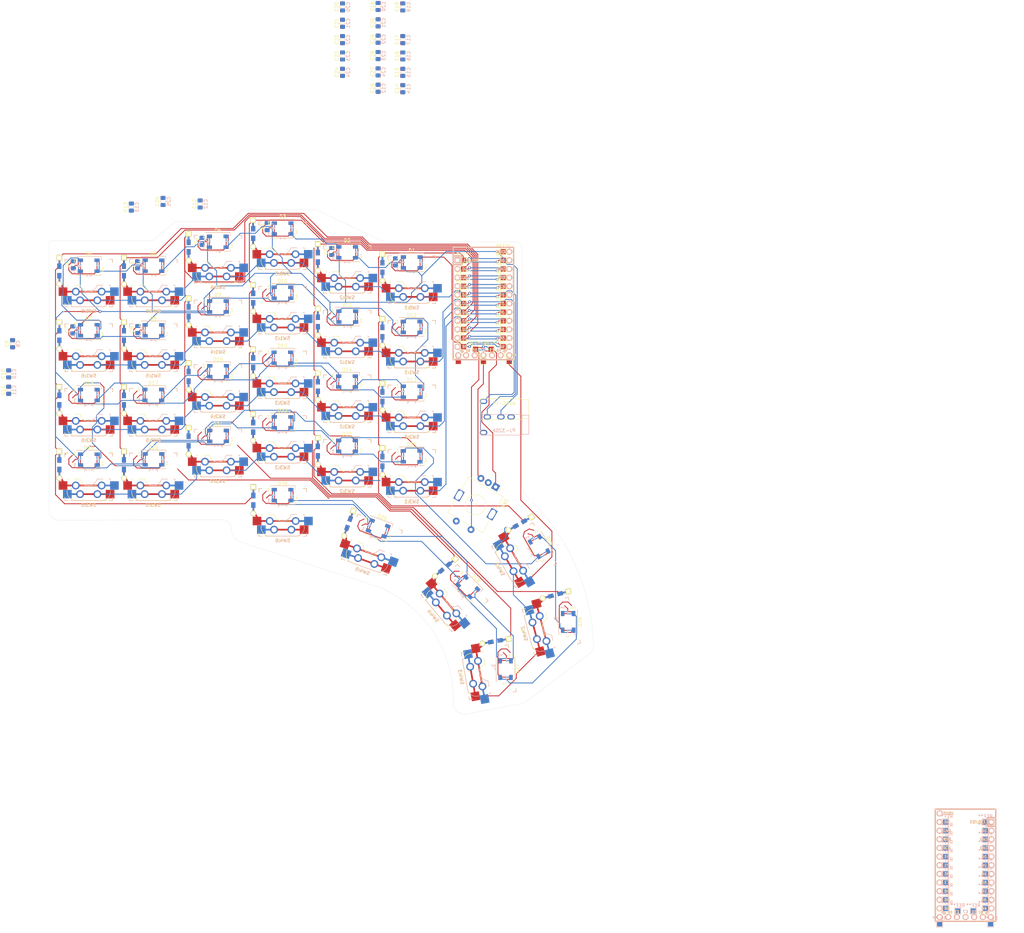
<source format=kicad_pcb>
(kicad_pcb (version 20171130) (host pcbnew "(5.1.8)-1")
  (layers (0 F.Cu signal) (31 B.Cu signal) (34 B.Paste user) (35 F.Paste user) (36 B.SilkS user) (37 F.SilkS user) (38 B.Mask user) (39 F.Mask user) (44 Edge.Cuts user))
  (net 0 "")
  (net 1 "Net-(D1-Pad2)")
  (net 2 GND)
  (net 3 "Net-(D2-Pad2)")
  (net 4 "Net-(D3-Pad2)")
  (net 5 "Net-(D4-Pad2)")
  (net 6 "Net-(D10-Pad2)")
  (net 7 "Net-(D12-Pad2)")
  (net 8 "Net-(D10-Pad4)")
  (net 9 "Net-(D11-Pad2)")
  (net 10 "Net-(D13-Pad2)")
  (net 11 "Net-(D14-Pad2)")
  (net 12 "Net-(D16-Pad2)")
  (net 13 "Net-(D18-Pad2)")
  (net 14 "Net-(D19-Pad2)")
  (net 15 "Net-(D21-Pad2)")
  (net 16 "Net-(D23-Pad2)")
  (net 17 "Net-(D24-Pad2)")
  (net 18 "Net-(D26-Pad2)")
  (net 19 "Net-(D28-Pad2)")
  (net 20 "Net-(U1-Pad25)")
  (net 21 "Net-(U1-Pad22)")
  (net 22 ROW0)
  (net 23 ROW1)
  (net 24 ROW2)
  (net 25 ROW3)
  (net 26 SPI_CLK)
  (net 27 SPI_MOSI)
  (net 28 SPI_MISO)
  (net 29 ROW4)
  (net 30 COL5)
  (net 31 COL4)
  (net 32 COL3)
  (net 33 COL2)
  (net 34 "Net-(J1-PadT)")
  (net 35 "Net-(J1-PadR2)")
  (net 36 COL1)
  (net 37 COL0)
  (net 38 "Net-(U2-Pad25)")
  (net 39 "Net-(U2-Pad22)")
  (net 40 "Net-(U2-Pad7)")
  (net 41 "Net-(U1-Pad29)")
  (net 42 "Net-(U1-Pad12)")
  (net 43 "Net-(U2-Pad29)")
  (net 44 "Net-(U2-Pad12)")
  (net 45 "Net-(SW0:1-Pad2)")
  (net 46 "Net-(SW0:2-Pad2)")
  (net 47 "Net-(SW0:3-Pad2)")
  (net 48 "Net-(SW0:4-Pad2)")
  (net 49 "Net-(SW0:5-Pad2)")
  (net 50 "Net-(SW2:1-Pad2)")
  (net 51 "Net-(SW2:2-Pad2)")
  (net 52 "Net-(SW1:1-Pad2)")
  (net 53 "Net-(SW1:2-Pad2)")
  (net 54 "Net-(SW1:3-Pad2)")
  (net 55 "Net-(SW1:4-Pad2)")
  (net 56 "Net-(SW1:5-Pad2)")
  (net 57 "Net-(SW2:3-Pad2)")
  (net 58 "Net-(SW2:4-Pad2)")
  (net 59 "Net-(SW2:5-Pad2)")
  (net 60 "Net-(SW3:1-Pad2)")
  (net 61 "Net-(SW3:2-Pad2)")
  (net 62 "Net-(SW3:3-Pad2)")
  (net 63 "Net-(SW3:4-Pad2)")
  (net 64 "Net-(SW3:5-Pad2)")
  (net 65 "Net-(SW4:1-Pad2)")
  (net 66 "Net-(SW4:2-Pad2)")
  (net 67 "Net-(SW4:4-Pad2)")
  (net 68 "Net-(SW4:5-Pad2)")
  (net 69 "Net-(SW4:3-Pad2)")
  (net 70 +5V)
  (net 71 "Net-(U1-Pad21)")
  (net 72 "Net-(U2-Pad21)")
  (net 73 LED_DATA)
  (net 74 "Net-(D5-Pad2)")
  (net 75 "Net-(D6-Pad2)")
  (net 76 "Net-(D7-Pad2)")
  (net 77 "Net-(D8-Pad2)")
  (net 78 "Net-(D15-Pad2)")
  (net 79 "Net-(D17-Pad2)")
  (net 80 "Net-(D20-Pad2)")
  (net 81 "Net-(D22-Pad2)")
  (net 82 "Net-(D25-Pad2)")
  (net 83 "Net-(D27-Pad2)")
  (net 84 "Net-(D29-Pad2)")
  (net 85 "Net-(D30-Pad2)")
  (net 86 "Net-(SW1-PadA)")
  (net 87 "Net-(SW1-PadB)")
  (net 88 "Net-(SW1-PadS2)")
  (net 89 "Net-(SW0:6-Pad2)")
  (net 90 "Net-(SW1:6-Pad2)")
  (net 91 "Net-(SW2:6-Pad2)")
  (net 92 "Net-(SW3:6-Pad2)")
  (net 93 "Net-(SW4:6-Pad2)")
  (net 94 SPI_SS)
  (module __keebio:Elite-C (layer F.Cu) (at 157.938 52.499 270)
    (fp_text reference U1 hide)
    (fp_text value Elite-C-keebio hide)
    (fp_text user VBUS (at -16.51 -5.08) (layer B.SilkS) (effects (font (size 0.8 0.8)) (justify mirror)))
    (fp_text user VBUS (at -16.51 -5.08) (layer F.SilkS) (effects (font (size 0.8 0.8))))
    (fp_text user D5 (at 12.4 2.54) (layer B.SilkS) (effects (font (size 0.8 0.8)) (justify mirror)))
    (fp_text user D5 (at 12.4 2.54) (layer F.SilkS) (effects (font (size 0.8 0.8))))
    (fp_text user F1 (at 12.4 -2.54) (layer F.SilkS) (effects (font (size 0.8 0.8))))
    (fp_text user F1 (at 12.4 -2.54) (layer B.SilkS) (effects (font (size 0.8 0.8)) (justify mirror)))
    (fp_text user C7 (at 12.4 0) (layer B.SilkS) (effects (font (size 0.8 0.8)) (justify mirror)))
    (fp_text user C7 (at 12.4 0) (layer F.SilkS) (effects (font (size 0.8 0.8))))
    (fp_text user B6 (at 12.7 -6.4 45 unlocked) (layer B.SilkS) (effects (font (size 0.7 0.7)) (justify mirror)))
    (fp_text user B6 (at 12.7 -6.4 45 unlocked) (layer F.SilkS) (effects (font (size 0.7 0.7))))
    (fp_text user F0 (at 12.6 -4.5) (layer F.SilkS) (effects (font (size 0.7 0.7))))
    (fp_text user F0 (at 12.6 -4.5) (layer B.SilkS) (effects (font (size 0.7 0.7)) (justify mirror)))
    (fp_text user B7 (at 12.6 4.5) (layer B.SilkS) (effects (font (size 0.7 0.7)) (justify mirror)))
    (fp_text user B7 (at 12.6 4.5) (layer F.SilkS) (effects (font (size 0.7 0.7))))
    (fp_text user ST (at -8.91 -5.04) (layer B.SilkS) (effects (font (size 0.8 0.8)) (justify mirror)))
    (fp_text user TX0/D3 (at -13.97 3.571872) (layer F.SilkS) (effects (font (size 0.8 0.8))))
    (fp_text user TX0/D3 (at -13.97 3.571872) (layer B.SilkS) (effects (font (size 0.8 0.8)) (justify mirror)))
    (fp_text user D2 (at -11.43 5.461) (layer F.SilkS) (effects (font (size 0.8 0.8))))
    (fp_text user D0 (at -1.27 5.461) (layer F.SilkS) (effects (font (size 0.8 0.8))))
    (fp_text user D1 (at -3.81 5.461) (layer F.SilkS) (effects (font (size 0.8 0.8))))
    (fp_text user GND (at -6.35 5.461) (layer F.SilkS) (effects (font (size 0.8 0.8))))
    (fp_text user GND (at -8.89 5.461) (layer F.SilkS) (effects (font (size 0.8 0.8))))
    (fp_text user D4 (at 1.27 5.461) (layer F.SilkS) (effects (font (size 0.8 0.8))))
    (fp_text user C6 (at 3.81 5.461) (layer F.SilkS) (effects (font (size 0.8 0.8))))
    (fp_text user D7 (at 6.35 5.461) (layer F.SilkS) (effects (font (size 0.8 0.8))))
    (fp_text user E6 (at 8.89 5.461) (layer F.SilkS) (effects (font (size 0.8 0.8))))
    (fp_text user B4 (at 11.43 5.461) (layer F.SilkS) (effects (font (size 0.8 0.8))))
    (fp_text user B5 (at 12.7 6.4 315) (layer F.SilkS) (effects (font (size 0.7 0.7))))
    (fp_text user B2 (at 11.43 -5.461) (layer B.SilkS) (effects (font (size 0.8 0.8)) (justify mirror)))
    (fp_text user B3 (at 8.89 -5.461) (layer F.SilkS) (effects (font (size 0.8 0.8))))
    (fp_text user B1 (at 6.35 -5.461) (layer F.SilkS) (effects (font (size 0.8 0.8))))
    (fp_text user F7 (at 3.81 -5.461) (layer B.SilkS) (effects (font (size 0.8 0.8)) (justify mirror)))
    (fp_text user F6 (at 1.27 -5.461) (layer B.SilkS) (effects (font (size 0.8 0.8)) (justify mirror)))
    (fp_text user F5 (at -1.27 -5.461) (layer B.SilkS) (effects (font (size 0.8 0.8)) (justify mirror)))
    (fp_text user F4 (at -3.81 -5.461) (layer F.SilkS) (effects (font (size 0.8 0.8))))
    (fp_text user VCC (at -6.35 -5.461) (layer F.SilkS) (effects (font (size 0.8 0.8))))
    (fp_text user ST (at -8.92 -5.73312) (layer F.SilkS) (effects (font (size 0.8 0.8))))
    (fp_text user GND (at -11.43 -5.461) (layer F.SilkS) (effects (font (size 0.8 0.8))))
    (fp_text user B0 (at -13.97 -5.461) (layer F.SilkS) (effects (font (size 0.8 0.8))))
    (fp_text user B0 (at -13.97 -5.461) (layer B.SilkS) (effects (font (size 0.8 0.8)) (justify mirror)))
    (fp_text user GND (at -11.43 -5.461) (layer B.SilkS) (effects (font (size 0.8 0.8)) (justify mirror)))
    (fp_text user VCC (at -6.35 -5.461) (layer B.SilkS) (effects (font (size 0.8 0.8)) (justify mirror)))
    (fp_text user F4 (at -3.81 -5.461) (layer B.SilkS) (effects (font (size 0.8 0.8)) (justify mirror)))
    (fp_text user F5 (at -1.27 -5.461) (layer F.SilkS) (effects (font (size 0.8 0.8))))
    (fp_text user F6 (at 1.27 -5.461) (layer F.SilkS) (effects (font (size 0.8 0.8))))
    (fp_text user F7 (at 3.81 -5.461) (layer F.SilkS) (effects (font (size 0.8 0.8))))
    (fp_text user B1 (at 6.35 -5.461) (layer B.SilkS) (effects (font (size 0.8 0.8)) (justify mirror)))
    (fp_text user B3 (at 8.89 -5.461) (layer B.SilkS) (effects (font (size 0.8 0.8)) (justify mirror)))
    (fp_text user B2 (at 11.43 -5.461) (layer F.SilkS) (effects (font (size 0.8 0.8))))
    (fp_text user B5 (at 12.7 6.4 315) (layer B.SilkS) (effects (font (size 0.7 0.7)) (justify mirror)))
    (fp_text user B4 (at 11.43 5.461) (layer B.SilkS) (effects (font (size 0.8 0.8)) (justify mirror)))
    (fp_text user E6 (at 8.89 5.461) (layer B.SilkS) (effects (font (size 0.8 0.8)) (justify mirror)))
    (fp_text user D7 (at 6.35 5.461) (layer B.SilkS) (effects (font (size 0.8 0.8)) (justify mirror)))
    (fp_text user C6 (at 3.81 5.461) (layer B.SilkS) (effects (font (size 0.8 0.8)) (justify mirror)))
    (fp_text user D4 (at 1.27 5.461) (layer B.SilkS) (effects (font (size 0.8 0.8)) (justify mirror)))
    (fp_text user GND (at -8.89 5.461) (layer B.SilkS) (effects (font (size 0.8 0.8)) (justify mirror)))
    (fp_text user GND (at -6.35 5.461) (layer B.SilkS) (effects (font (size 0.8 0.8)) (justify mirror)))
    (fp_text user D1 (at -3.81 5.461) (layer B.SilkS) (effects (font (size 0.8 0.8)) (justify mirror)))
    (fp_text user D0 (at -1.27 5.461) (layer B.SilkS) (effects (font (size 0.8 0.8)) (justify mirror)))
    (fp_text user D2 (at -11.43 5.461) (layer B.SilkS) (effects (font (size 0.8 0.8)) (justify mirror)))
    (pad 30 thru_hole circle (at -16.51 -7.62 270) (size 1.7526 1.7526) (drill 1.0922) (layers *.Cu *.SilkS *.Mask))
    (pad 25 thru_hole circle (at 13.97 5.08 270) (size 1.7526 1.7526) (drill 1.0922) (layers *.Cu *.SilkS *.Mask) (net 20 "Net-(U1-Pad25)"))
    (pad 26 thru_hole circle (at 13.97 2.54 270) (size 1.7526 1.7526) (drill 1.0922) (layers *.Cu *.SilkS *.Mask) (net 88 "Net-(SW1-PadS2)"))
    (pad 27 thru_hole circle (at 13.97 0 270) (size 1.7526 1.7526) (drill 1.0922) (layers *.Cu *.SilkS *.Mask) (net 87 "Net-(SW1-PadB)"))
    (pad 28 thru_hole circle (at 13.97 -2.54 270) (size 1.7526 1.7526) (drill 1.0922) (layers *.Cu *.SilkS *.Mask) (net 86 "Net-(SW1-PadA)"))
    (pad 29 thru_hole circle (at 13.97 -5.08 270) (size 1.7526 1.7526) (drill 1.0922) (layers *.Cu *.SilkS *.Mask) (net 41 "Net-(U1-Pad29)"))
    (pad 24 thru_hole circle (at -13.97 -7.62 270) (size 1.7526 1.7526) (drill 1.0922) (layers *.Cu *.SilkS *.Mask) (net 94 SPI_SS))
    (pad 12 thru_hole circle (at 13.97 7.3914 270) (size 1.7526 1.7526) (drill 1.0922) (layers *.Cu *.SilkS *.Mask) (net 42 "Net-(U1-Pad12)"))
    (pad 23 thru_hole circle (at -11.43 -7.62 270) (size 1.7526 1.7526) (drill 1.0922) (layers *.Cu *.SilkS *.Mask) (net 2 GND))
    (pad 22 thru_hole circle (at -8.89 -7.62 270) (size 1.7526 1.7526) (drill 1.0922) (layers *.Cu *.SilkS *.Mask) (net 21 "Net-(U1-Pad22)"))
    (pad 21 thru_hole circle (at -6.35 -7.62 270) (size 1.7526 1.7526) (drill 1.0922) (layers *.Cu *.SilkS *.Mask) (net 71 "Net-(U1-Pad21)"))
    (pad 20 thru_hole circle (at -3.81 -7.62 270) (size 1.7526 1.7526) (drill 1.0922) (layers *.Cu *.SilkS *.Mask) (net 22 ROW0))
    (pad 19 thru_hole circle (at -1.27 -7.62 270) (size 1.7526 1.7526) (drill 1.0922) (layers *.Cu *.SilkS *.Mask) (net 23 ROW1))
    (pad 18 thru_hole circle (at 1.27 -7.62 270) (size 1.7526 1.7526) (drill 1.0922) (layers *.Cu *.SilkS *.Mask) (net 24 ROW2))
    (pad 17 thru_hole circle (at 3.81 -7.62 270) (size 1.7526 1.7526) (drill 1.0922) (layers *.Cu *.SilkS *.Mask) (net 25 ROW3))
    (pad 16 thru_hole circle (at 6.35 -7.62 270) (size 1.7526 1.7526) (drill 1.0922) (layers *.Cu *.SilkS *.Mask) (net 26 SPI_CLK))
    (pad 15 thru_hole circle (at 8.89 -7.62 270) (size 1.7526 1.7526) (drill 1.0922) (layers *.Cu *.SilkS *.Mask) (net 27 SPI_MOSI))
    (pad 14 thru_hole circle (at 11.43 -7.62 270) (size 1.7526 1.7526) (drill 1.0922) (layers *.Cu *.SilkS *.Mask) (net 28 SPI_MISO))
    (pad 13 thru_hole circle (at 13.97 -7.62 270) (size 1.7526 1.7526) (drill 1.0922) (layers *.Cu *.SilkS *.Mask) (net 29 ROW4))
    (pad 11 thru_hole circle (at 11.43 7.62 270) (size 1.7526 1.7526) (drill 1.0922) (layers *.Cu *.SilkS *.Mask) (net 73 LED_DATA))
    (pad 10 thru_hole circle (at 8.89 7.62 270) (size 1.7526 1.7526) (drill 1.0922) (layers *.Cu *.SilkS *.Mask) (net 30 COL5))
    (pad 9 thru_hole circle (at 6.35 7.62 270) (size 1.7526 1.7526) (drill 1.0922) (layers *.Cu *.SilkS *.Mask) (net 31 COL4))
    (pad 8 thru_hole circle (at 3.81 7.62 270) (size 1.7526 1.7526) (drill 1.0922) (layers *.Cu *.SilkS *.Mask) (net 32 COL3))
    (pad 7 thru_hole circle (at 1.27 7.62 270) (size 1.7526 1.7526) (drill 1.0922) (layers *.Cu *.SilkS *.Mask) (net 33 COL2))
    (pad 6 thru_hole circle (at -1.27 7.62 270) (size 1.7526 1.7526) (drill 1.0922) (layers *.Cu *.SilkS *.Mask) (net 34 "Net-(J1-PadT)"))
    (pad 5 thru_hole circle (at -3.81 7.62 270) (size 1.7526 1.7526) (drill 1.0922) (layers *.Cu *.SilkS *.Mask) (net 35 "Net-(J1-PadR2)"))
    (pad 4 thru_hole circle (at -6.35 7.62 270) (size 1.7526 1.7526) (drill 1.0922) (layers *.Cu *.SilkS *.Mask) (net 2 GND))
    (pad 3 thru_hole circle (at -8.89 7.62 270) (size 1.7526 1.7526) (drill 1.0922) (layers *.Cu *.SilkS *.Mask) (net 2 GND))
    (pad 2 thru_hole circle (at -11.43 7.62 270) (size 1.7526 1.7526) (drill 1.0922) (layers *.Cu *.SilkS *.Mask) (net 36 COL1))
    (pad 1 thru_hole rect (at -13.97 7.62 270) (size 1.7526 1.7526) (drill 1.0922) (layers *.Cu *.SilkS *.Mask) (net 37 COL0))
  )
  (module __keebio:Elite-C (layer B.Cu) (at 299.72 217.678 270)
    (fp_text reference U2 hide)
    (fp_text value Elite-C hide)
    (fp_text user VBUS (at -16.51 5.08 180) (layer F.SilkS) (effects (font (size 0.8 0.8))))
    (fp_text user VBUS (at -16.51 5.08 180) (layer B.SilkS) (effects (font (size 0.8 0.8)) (justify mirror)))
    (fp_text user D5 (at 12.4 -2.54 180) (layer F.SilkS) (effects (font (size 0.8 0.8))))
    (fp_text user D5 (at 12.4 -2.54 180) (layer B.SilkS) (effects (font (size 0.8 0.8)) (justify mirror)))
    (fp_text user F1 (at 12.4 2.54 180) (layer B.SilkS) (effects (font (size 0.8 0.8)) (justify mirror)))
    (fp_text user F1 (at 12.4 2.54 180) (layer F.SilkS) (effects (font (size 0.8 0.8))))
    (fp_text user C7 (at 12.4 0 180) (layer F.SilkS) (effects (font (size 0.8 0.8))))
    (fp_text user C7 (at 12.4 0 180) (layer B.SilkS) (effects (font (size 0.8 0.8)) (justify mirror)))
    (fp_text user B6 (at 12.7 6.4 135 unlocked) (layer F.SilkS) (effects (font (size 0.7 0.7))))
    (fp_text user B6 (at 12.7 6.4 135 unlocked) (layer B.SilkS) (effects (font (size 0.7 0.7)) (justify mirror)))
    (fp_text user F0 (at 12.6 4.5 180) (layer B.SilkS) (effects (font (size 0.7 0.7)) (justify mirror)))
    (fp_text user F0 (at 12.6 4.5 180) (layer F.SilkS) (effects (font (size 0.7 0.7))))
    (fp_text user B7 (at 12.6 -4.5 180) (layer F.SilkS) (effects (font (size 0.7 0.7))))
    (fp_text user B7 (at 12.6 -4.5 180) (layer B.SilkS) (effects (font (size 0.7 0.7)) (justify mirror)))
    (fp_text user ST (at -8.91 5.04 180) (layer F.SilkS) (effects (font (size 0.8 0.8))))
    (fp_text user TX0/D3 (at -13.97 -3.571872 180) (layer B.SilkS) (effects (font (size 0.8 0.8)) (justify mirror)))
    (fp_text user TX0/D3 (at -13.97 -3.571872 180) (layer F.SilkS) (effects (font (size 0.8 0.8))))
    (fp_text user D2 (at -11.43 -5.461 180) (layer B.SilkS) (effects (font (size 0.8 0.8)) (justify mirror)))
    (fp_text user D0 (at -1.27 -5.461 180) (layer B.SilkS) (effects (font (size 0.8 0.8)) (justify mirror)))
    (fp_text user D1 (at -3.81 -5.461 180) (layer B.SilkS) (effects (font (size 0.8 0.8)) (justify mirror)))
    (fp_text user GND (at -6.35 -5.461 180) (layer B.SilkS) (effects (font (size 0.8 0.8)) (justify mirror)))
    (fp_text user GND (at -8.89 -5.461 180) (layer B.SilkS) (effects (font (size 0.8 0.8)) (justify mirror)))
    (fp_text user D4 (at 1.27 -5.461 180) (layer B.SilkS) (effects (font (size 0.8 0.8)) (justify mirror)))
    (fp_text user C6 (at 3.81 -5.461 180) (layer B.SilkS) (effects (font (size 0.8 0.8)) (justify mirror)))
    (fp_text user D7 (at 6.35 -5.461 180) (layer B.SilkS) (effects (font (size 0.8 0.8)) (justify mirror)))
    (fp_text user E6 (at 8.89 -5.461 180) (layer B.SilkS) (effects (font (size 0.8 0.8)) (justify mirror)))
    (fp_text user B4 (at 11.43 -5.461 180) (layer B.SilkS) (effects (font (size 0.8 0.8)) (justify mirror)))
    (fp_text user B5 (at 12.7 -6.4 225) (layer B.SilkS) (effects (font (size 0.7 0.7)) (justify mirror)))
    (fp_text user B2 (at 11.43 5.461 180) (layer F.SilkS) (effects (font (size 0.8 0.8))))
    (fp_text user B3 (at 8.89 5.461 180) (layer B.SilkS) (effects (font (size 0.8 0.8)) (justify mirror)))
    (fp_text user B1 (at 6.35 5.461 180) (layer B.SilkS) (effects (font (size 0.8 0.8)) (justify mirror)))
    (fp_text user F7 (at 3.81 5.461 180) (layer F.SilkS) (effects (font (size 0.8 0.8))))
    (fp_text user F6 (at 1.27 5.461 180) (layer F.SilkS) (effects (font (size 0.8 0.8))))
    (fp_text user F5 (at -1.27 5.461 180) (layer F.SilkS) (effects (font (size 0.8 0.8))))
    (fp_text user F4 (at -3.81 5.461 180) (layer B.SilkS) (effects (font (size 0.8 0.8)) (justify mirror)))
    (fp_text user VCC (at -6.35 5.461 180) (layer B.SilkS) (effects (font (size 0.8 0.8)) (justify mirror)))
    (fp_text user ST (at -8.92 5.73312 180) (layer B.SilkS) (effects (font (size 0.8 0.8)) (justify mirror)))
    (fp_text user GND (at -11.43 5.461 180) (layer B.SilkS) (effects (font (size 0.8 0.8)) (justify mirror)))
    (fp_text user B0 (at -13.97 5.461 180) (layer B.SilkS) (effects (font (size 0.8 0.8)) (justify mirror)))
    (fp_text user B0 (at -13.97 5.461 180) (layer F.SilkS) (effects (font (size 0.8 0.8))))
    (fp_text user GND (at -11.43 5.461 180) (layer F.SilkS) (effects (font (size 0.8 0.8))))
    (fp_text user VCC (at -6.35 5.461 180) (layer F.SilkS) (effects (font (size 0.8 0.8))))
    (fp_text user F4 (at -3.81 5.461 180) (layer F.SilkS) (effects (font (size 0.8 0.8))))
    (fp_text user F5 (at -1.27 5.461 180) (layer B.SilkS) (effects (font (size 0.8 0.8)) (justify mirror)))
    (fp_text user F6 (at 1.27 5.461 180) (layer B.SilkS) (effects (font (size 0.8 0.8)) (justify mirror)))
    (fp_text user F7 (at 3.81 5.461 180) (layer B.SilkS) (effects (font (size 0.8 0.8)) (justify mirror)))
    (fp_text user B1 (at 6.35 5.461 180) (layer F.SilkS) (effects (font (size 0.8 0.8))))
    (fp_text user B3 (at 8.89 5.461 180) (layer F.SilkS) (effects (font (size 0.8 0.8))))
    (fp_text user B2 (at 11.43 5.461 180) (layer B.SilkS) (effects (font (size 0.8 0.8)) (justify mirror)))
    (fp_text user B5 (at 12.7 -6.4 225) (layer F.SilkS) (effects (font (size 0.7 0.7))))
    (fp_text user B4 (at 11.43 -5.461 180) (layer F.SilkS) (effects (font (size 0.8 0.8))))
    (fp_text user E6 (at 8.89 -5.461 180) (layer F.SilkS) (effects (font (size 0.8 0.8))))
    (fp_text user D7 (at 6.35 -5.461 180) (layer F.SilkS) (effects (font (size 0.8 0.8))))
    (fp_text user C6 (at 3.81 -5.461 180) (layer F.SilkS) (effects (font (size 0.8 0.8))))
    (fp_text user D4 (at 1.27 -5.461 180) (layer F.SilkS) (effects (font (size 0.8 0.8))))
    (fp_text user GND (at -8.89 -5.461 180) (layer F.SilkS) (effects (font (size 0.8 0.8))))
    (fp_text user GND (at -6.35 -5.461 180) (layer F.SilkS) (effects (font (size 0.8 0.8))))
    (fp_text user D1 (at -3.81 -5.461 180) (layer F.SilkS) (effects (font (size 0.8 0.8))))
    (fp_text user D0 (at -1.27 -5.461 180) (layer F.SilkS) (effects (font (size 0.8 0.8))))
    (fp_text user D2 (at -11.43 -5.461 180) (layer F.SilkS) (effects (font (size 0.8 0.8))))
    (pad 30 thru_hole circle (at -16.51 7.62 270) (size 1.7526 1.7526) (drill 1.0922) (layers *.Cu *.SilkS *.Mask))
    (pad 25 thru_hole circle (at 13.97 -5.08 270) (size 1.7526 1.7526) (drill 1.0922) (layers *.Cu *.SilkS *.Mask) (net 38 "Net-(U2-Pad25)"))
    (pad 26 thru_hole circle (at 13.97 -2.54 270) (size 1.7526 1.7526) (drill 1.0922) (layers *.Cu *.SilkS *.Mask) (net 88 "Net-(SW1-PadS2)"))
    (pad 27 thru_hole circle (at 13.97 0 270) (size 1.7526 1.7526) (drill 1.0922) (layers *.Cu *.SilkS *.Mask) (net 87 "Net-(SW1-PadB)"))
    (pad 28 thru_hole circle (at 13.97 2.54 270) (size 1.7526 1.7526) (drill 1.0922) (layers *.Cu *.SilkS *.Mask) (net 86 "Net-(SW1-PadA)"))
    (pad 29 thru_hole circle (at 13.97 5.08 270) (size 1.7526 1.7526) (drill 1.0922) (layers *.Cu *.SilkS *.Mask) (net 43 "Net-(U2-Pad29)"))
    (pad 24 thru_hole circle (at -13.97 7.62 270) (size 1.7526 1.7526) (drill 1.0922) (layers *.Cu *.SilkS *.Mask) (net 94 SPI_SS))
    (pad 12 thru_hole circle (at 13.97 -7.3914 270) (size 1.7526 1.7526) (drill 1.0922) (layers *.Cu *.SilkS *.Mask) (net 44 "Net-(U2-Pad12)"))
    (pad 23 thru_hole circle (at -11.43 7.62 270) (size 1.7526 1.7526) (drill 1.0922) (layers *.Cu *.SilkS *.Mask) (net 2 GND))
    (pad 22 thru_hole circle (at -8.89 7.62 270) (size 1.7526 1.7526) (drill 1.0922) (layers *.Cu *.SilkS *.Mask) (net 39 "Net-(U2-Pad22)"))
    (pad 21 thru_hole circle (at -6.35 7.62 270) (size 1.7526 1.7526) (drill 1.0922) (layers *.Cu *.SilkS *.Mask) (net 72 "Net-(U2-Pad21)"))
    (pad 20 thru_hole circle (at -3.81 7.62 270) (size 1.7526 1.7526) (drill 1.0922) (layers *.Cu *.SilkS *.Mask) (net 22 ROW0))
    (pad 19 thru_hole circle (at -1.27 7.62 270) (size 1.7526 1.7526) (drill 1.0922) (layers *.Cu *.SilkS *.Mask) (net 23 ROW1))
    (pad 18 thru_hole circle (at 1.27 7.62 270) (size 1.7526 1.7526) (drill 1.0922) (layers *.Cu *.SilkS *.Mask) (net 24 ROW2))
    (pad 17 thru_hole circle (at 3.81 7.62 270) (size 1.7526 1.7526) (drill 1.0922) (layers *.Cu *.SilkS *.Mask) (net 25 ROW3))
    (pad 16 thru_hole circle (at 6.35 7.62 270) (size 1.7526 1.7526) (drill 1.0922) (layers *.Cu *.SilkS *.Mask) (net 26 SPI_CLK))
    (pad 15 thru_hole circle (at 8.89 7.62 270) (size 1.7526 1.7526) (drill 1.0922) (layers *.Cu *.SilkS *.Mask) (net 27 SPI_MOSI))
    (pad 14 thru_hole circle (at 11.43 7.62 270) (size 1.7526 1.7526) (drill 1.0922) (layers *.Cu *.SilkS *.Mask) (net 28 SPI_MISO))
    (pad 13 thru_hole circle (at 13.97 7.62 270) (size 1.7526 1.7526) (drill 1.0922) (layers *.Cu *.SilkS *.Mask) (net 29 ROW4))
    (pad 11 thru_hole circle (at 11.43 -7.62 270) (size 1.7526 1.7526) (drill 1.0922) (layers *.Cu *.SilkS *.Mask) (net 73 LED_DATA))
    (pad 10 thru_hole circle (at 8.89 -7.62 270) (size 1.7526 1.7526) (drill 1.0922) (layers *.Cu *.SilkS *.Mask) (net 30 COL5))
    (pad 9 thru_hole circle (at 6.35 -7.62 270) (size 1.7526 1.7526) (drill 1.0922) (layers *.Cu *.SilkS *.Mask) (net 31 COL4))
    (pad 8 thru_hole circle (at 3.81 -7.62 270) (size 1.7526 1.7526) (drill 1.0922) (layers *.Cu *.SilkS *.Mask) (net 32 COL3))
    (pad 7 thru_hole circle (at 1.27 -7.62 270) (size 1.7526 1.7526) (drill 1.0922) (layers *.Cu *.SilkS *.Mask) (net 40 "Net-(U2-Pad7)"))
    (pad 6 thru_hole circle (at -1.27 -7.62 270) (size 1.7526 1.7526) (drill 1.0922) (layers *.Cu *.SilkS *.Mask) (net 34 "Net-(J1-PadT)"))
    (pad 5 thru_hole circle (at -3.81 -7.62 270) (size 1.7526 1.7526) (drill 1.0922) (layers *.Cu *.SilkS *.Mask) (net 35 "Net-(J1-PadR2)"))
    (pad 4 thru_hole circle (at -6.35 -7.62 270) (size 1.7526 1.7526) (drill 1.0922) (layers *.Cu *.SilkS *.Mask) (net 2 GND))
    (pad 3 thru_hole circle (at -8.89 -7.62 270) (size 1.7526 1.7526) (drill 1.0922) (layers *.Cu *.SilkS *.Mask) (net 2 GND))
    (pad 2 thru_hole circle (at -11.43 -7.62 270) (size 1.7526 1.7526) (drill 1.0922) (layers *.Cu *.SilkS *.Mask) (net 36 COL1))
    (pad 1 thru_hole rect (at -13.97 -7.62 270) (size 1.7526 1.7526) (drill 1.0922) (layers *.Cu *.SilkS *.Mask) (net 37 COL0))
  )
  (module TestPoint:TestPoint_Pad_1.5x1.5mm (layer F.Cu) (at 157.938 68.247)
    (fp_text reference REF** (at 0 -1.648) (layer F.SilkS))
    (fp_text value TestPoint_Pad_1.5x1.5mm)
    (pad 1 smd rect (at 0 0) (size 1.5 1.5) (layers F.Cu F.Mask) (net 87 "Net-(SW1-PadB)"))
  )
  (module "" (layer F.Cu) (at 125.222 122.174 340)
    (fp_text reference "" (at 0 0 160) (layer F.SilkS) (effects (font (size 1.27 1.27))))
    (fp_text value "" (at 0 0 160) (layer F.SilkS) (effects (font (size 1.27 1.27))))
  )
  (module __kb_footprints:Kailh_socket_MX_optional_reversible_up_led_throughhole_diode (layer F.Cu) (at 41.886 45.203 180)
    (fp_text reference SW0:6 (at 0 -8.255) (layer F.SilkS))
    (fp_text value D0:5)
    (fp_text user 1 (at -4.15 3.988) (layer F.SilkS))
    (fp_text user %R (at 0 -8.255) (layer B.SilkS) (effects (justify mirror)))
    (pad 2 smd rect (at -6.35 -2.54) (size 2.9 0.5) (layers B.Cu) (net 89 "Net-(SW0:6-Pad2)"))
    (pad 1 smd rect (at 5.08 -5.08 180) (size 2.9 0.5) (layers B.Cu) (net 22 ROW0))
    (pad 2 smd rect (at 6.35 -2.54) (size 2.9 0.5) (layers F.Cu) (net 89 "Net-(SW0:6-Pad2)"))
    (pad 1 smd rect (at -5.08 -5.08) (size 2.9 0.5) (layers F.Cu) (net 22 ROW0))
    (pad 1 smd rect (at 0 -5.08 180) (size 2.9 0.5) (layers F.Cu) (net 22 ROW0))
    (pad 2 smd rect (at 0 -2.54 180) (size 6 0.5) (layers F.Cu) (net 89 "Net-(SW0:6-Pad2)"))
    (pad 2 smd rect (at 7.62 -1.27 120) (size 2.9 0.5) (layers F.Cu) (net 89 "Net-(SW0:6-Pad2)"))
    (pad "" np_thru_hole circle (at 0 5.08) (size 3.9878 3.9878) (drill 3.9878) (layers *.Cu *.Mask))
    (pad 2 smd rect (at 8.636 1.056 90) (size 2.9 0.5) (layers B.Cu) (net 89 "Net-(SW0:6-Pad2)"))
    (pad 2 smd rect (at 8.636 2.156 90) (size 1.6 1.2) (layers B.Cu B.Paste B.Mask) (net 89 "Net-(SW0:6-Pad2)"))
    (pad 3 smd rect (at 8.636 4.956 90) (size 1.6 1.2) (layers B.Cu B.Paste B.Mask) (net 89 "Net-(SW0:6-Pad2)"))
    (pad 3 smd rect (at 8.636 6.056 90) (size 2.9 0.5) (layers B.Cu) (net 89 "Net-(SW0:6-Pad2)"))
    (pad 4 smd rect (at 8.636 4.956 90) (size 1.6 1.2) (layers F.Cu F.Paste F.Mask) (net 30 COL5))
    (pad 3 smd rect (at 8.636 2.156 90) (size 1.6 1.2) (layers F.Cu F.Paste F.Mask) (net 89 "Net-(SW0:6-Pad2)"))
    (pad 3 thru_hole circle (at 8.636 -0.344 90) (size 1.6 1.6) (drill 1) (layers *.Cu *.Mask F.SilkS) (net 89 "Net-(SW0:6-Pad2)"))
    (pad 4 thru_hole rect (at 8.636 7.456 90) (size 1.6 1.6) (drill 1) (layers *.Cu *.Mask F.SilkS) (net 30 COL5))
    (pad 3 smd rect (at 8.636 1.056 90) (size 2.9 0.5) (layers F.Cu) (net 89 "Net-(SW0:6-Pad2)"))
    (pad 4 smd rect (at 8.636 6.056 90) (size 2.9 0.5) (layers F.Cu) (net 30 COL5))
    (pad 2 smd rect (at 7.56 -2.54 180) (size 2.55 2.5) (layers F.Cu F.Paste F.Mask) (net 89 "Net-(SW0:6-Pad2)"))
    (pad "" np_thru_hole circle (at 5.08 0) (size 1.7018 1.7018) (drill 1.7018) (layers *.Cu *.Mask))
    (pad "" np_thru_hole circle (at -5.08 0) (size 1.7018 1.7018) (drill 1.7018) (layers *.Cu *.Mask))
    (pad 2 thru_hole circle (at -3.81 -2.54 180) (size 2.286 2.286) (drill 1.4986) (layers *.Cu *.Mask) (net 89 "Net-(SW0:6-Pad2)"))
    (pad "" np_thru_hole circle (at 0 0) (size 3.9878 3.9878) (drill 3.9878) (layers *.Cu *.Mask))
    (pad 1 thru_hole circle (at 2.54 -5.08 180) (size 2.286 2.286) (drill 1.4986) (layers *.Cu *.Mask) (net 22 ROW0))
    (pad 1 smd rect (at -6.29 -5.08 180) (size 2.55 2.5) (layers F.Cu F.Paste F.Mask) (net 22 ROW0))
    (pad 2 thru_hole circle (at 3.81 -2.54) (size 2.286 2.286) (drill 1.4986) (layers *.Cu *.Mask) (net 89 "Net-(SW0:6-Pad2)"))
    (pad 1 thru_hole circle (at -2.54 -5.08) (size 2.286 2.286) (drill 1.4986) (layers *.Cu *.Mask) (net 22 ROW0))
    (pad 2 smd rect (at -7.56 -2.54) (size 2.55 2.5) (layers B.Cu B.Paste B.Mask) (net 89 "Net-(SW0:6-Pad2)"))
    (pad 1 smd rect (at 6.29 -5.08) (size 2.55 2.5) (layers B.Cu B.Paste B.Mask) (net 22 ROW0))
  )
  (module __kb_footprints:Kailh_socket_MX_optional_reversible_up_led_throughhole_diode (layer F.Cu) (at 41.886 64.203 180)
    (fp_text reference SW1:6 (at 0 -8.255) (layer F.SilkS))
    (fp_text value D1:5)
    (fp_text user 1 (at -4.15 3.988) (layer F.SilkS))
    (fp_text user %R (at 0 -8.255) (layer B.SilkS) (effects (justify mirror)))
    (pad 2 smd rect (at -6.35 -2.54) (size 2.9 0.5) (layers B.Cu) (net 90 "Net-(SW1:6-Pad2)"))
    (pad 1 smd rect (at 5.08 -5.08 180) (size 2.9 0.5) (layers B.Cu) (net 23 ROW1))
    (pad 2 smd rect (at 6.35 -2.54) (size 2.9 0.5) (layers F.Cu) (net 90 "Net-(SW1:6-Pad2)"))
    (pad 1 smd rect (at -5.08 -5.08) (size 2.9 0.5) (layers F.Cu) (net 23 ROW1))
    (pad 1 smd rect (at 0 -5.08 180) (size 2.9 0.5) (layers F.Cu) (net 23 ROW1))
    (pad 2 smd rect (at 0 -2.54 180) (size 6 0.5) (layers F.Cu) (net 90 "Net-(SW1:6-Pad2)"))
    (pad 2 smd rect (at 7.62 -1.27 120) (size 2.9 0.5) (layers F.Cu) (net 90 "Net-(SW1:6-Pad2)"))
    (pad "" np_thru_hole circle (at 0 5.08) (size 3.9878 3.9878) (drill 3.9878) (layers *.Cu *.Mask))
    (pad 2 smd rect (at 8.636 1.056 90) (size 2.9 0.5) (layers B.Cu) (net 90 "Net-(SW1:6-Pad2)"))
    (pad 2 smd rect (at 8.636 2.156 90) (size 1.6 1.2) (layers B.Cu B.Paste B.Mask) (net 90 "Net-(SW1:6-Pad2)"))
    (pad 3 smd rect (at 8.636 4.956 90) (size 1.6 1.2) (layers B.Cu B.Paste B.Mask) (net 90 "Net-(SW1:6-Pad2)"))
    (pad 3 smd rect (at 8.636 6.056 90) (size 2.9 0.5) (layers B.Cu) (net 90 "Net-(SW1:6-Pad2)"))
    (pad 4 smd rect (at 8.636 4.956 90) (size 1.6 1.2) (layers F.Cu F.Paste F.Mask) (net 30 COL5))
    (pad 3 smd rect (at 8.636 2.156 90) (size 1.6 1.2) (layers F.Cu F.Paste F.Mask) (net 90 "Net-(SW1:6-Pad2)"))
    (pad 3 thru_hole circle (at 8.636 -0.344 90) (size 1.6 1.6) (drill 1) (layers *.Cu *.Mask F.SilkS) (net 90 "Net-(SW1:6-Pad2)"))
    (pad 4 thru_hole rect (at 8.636 7.456 90) (size 1.6 1.6) (drill 1) (layers *.Cu *.Mask F.SilkS) (net 30 COL5))
    (pad 3 smd rect (at 8.636 1.056 90) (size 2.9 0.5) (layers F.Cu) (net 90 "Net-(SW1:6-Pad2)"))
    (pad 4 smd rect (at 8.636 6.056 90) (size 2.9 0.5) (layers F.Cu) (net 30 COL5))
    (pad 2 smd rect (at 7.56 -2.54 180) (size 2.55 2.5) (layers F.Cu F.Paste F.Mask) (net 90 "Net-(SW1:6-Pad2)"))
    (pad "" np_thru_hole circle (at 5.08 0) (size 1.7018 1.7018) (drill 1.7018) (layers *.Cu *.Mask))
    (pad "" np_thru_hole circle (at -5.08 0) (size 1.7018 1.7018) (drill 1.7018) (layers *.Cu *.Mask))
    (pad 2 thru_hole circle (at -3.81 -2.54 180) (size 2.286 2.286) (drill 1.4986) (layers *.Cu *.Mask) (net 90 "Net-(SW1:6-Pad2)"))
    (pad "" np_thru_hole circle (at 0 0) (size 3.9878 3.9878) (drill 3.9878) (layers *.Cu *.Mask))
    (pad 1 thru_hole circle (at 2.54 -5.08 180) (size 2.286 2.286) (drill 1.4986) (layers *.Cu *.Mask) (net 23 ROW1))
    (pad 1 smd rect (at -6.29 -5.08 180) (size 2.55 2.5) (layers F.Cu F.Paste F.Mask) (net 23 ROW1))
    (pad 2 thru_hole circle (at 3.81 -2.54) (size 2.286 2.286) (drill 1.4986) (layers *.Cu *.Mask) (net 90 "Net-(SW1:6-Pad2)"))
    (pad 1 thru_hole circle (at -2.54 -5.08) (size 2.286 2.286) (drill 1.4986) (layers *.Cu *.Mask) (net 23 ROW1))
    (pad 2 smd rect (at -7.56 -2.54) (size 2.55 2.5) (layers B.Cu B.Paste B.Mask) (net 90 "Net-(SW1:6-Pad2)"))
    (pad 1 smd rect (at 6.29 -5.08) (size 2.55 2.5) (layers B.Cu B.Paste B.Mask) (net 23 ROW1))
  )
  (module __kb_footprints:Kailh_socket_MX_optional_reversible_up_led_throughhole_diode (layer F.Cu) (at 41.886 83.203 180)
    (fp_text reference SW2:6 (at 0 -8.255) (layer F.SilkS))
    (fp_text value D2:5)
    (fp_text user 1 (at -4.15 3.988) (layer F.SilkS))
    (fp_text user %R (at 0 -8.255) (layer B.SilkS) (effects (justify mirror)))
    (pad 2 smd rect (at -6.35 -2.54) (size 2.9 0.5) (layers B.Cu) (net 91 "Net-(SW2:6-Pad2)"))
    (pad 1 smd rect (at 5.08 -5.08 180) (size 2.9 0.5) (layers B.Cu) (net 24 ROW2))
    (pad 2 smd rect (at 6.35 -2.54) (size 2.9 0.5) (layers F.Cu) (net 91 "Net-(SW2:6-Pad2)"))
    (pad 1 smd rect (at -5.08 -5.08) (size 2.9 0.5) (layers F.Cu) (net 24 ROW2))
    (pad 1 smd rect (at 0 -5.08 180) (size 2.9 0.5) (layers F.Cu) (net 24 ROW2))
    (pad 2 smd rect (at 0 -2.54 180) (size 6 0.5) (layers F.Cu) (net 91 "Net-(SW2:6-Pad2)"))
    (pad 2 smd rect (at 7.62 -1.27 120) (size 2.9 0.5) (layers F.Cu) (net 91 "Net-(SW2:6-Pad2)"))
    (pad "" np_thru_hole circle (at 0 5.08) (size 3.9878 3.9878) (drill 3.9878) (layers *.Cu *.Mask))
    (pad 2 smd rect (at 8.636 1.056 90) (size 2.9 0.5) (layers B.Cu) (net 91 "Net-(SW2:6-Pad2)"))
    (pad 2 smd rect (at 8.636 2.156 90) (size 1.6 1.2) (layers B.Cu B.Paste B.Mask) (net 91 "Net-(SW2:6-Pad2)"))
    (pad 3 smd rect (at 8.636 4.956 90) (size 1.6 1.2) (layers B.Cu B.Paste B.Mask) (net 91 "Net-(SW2:6-Pad2)"))
    (pad 3 smd rect (at 8.636 6.056 90) (size 2.9 0.5) (layers B.Cu) (net 91 "Net-(SW2:6-Pad2)"))
    (pad 4 smd rect (at 8.636 4.956 90) (size 1.6 1.2) (layers F.Cu F.Paste F.Mask) (net 30 COL5))
    (pad 3 smd rect (at 8.636 2.156 90) (size 1.6 1.2) (layers F.Cu F.Paste F.Mask) (net 91 "Net-(SW2:6-Pad2)"))
    (pad 3 thru_hole circle (at 8.636 -0.344 90) (size 1.6 1.6) (drill 1) (layers *.Cu *.Mask F.SilkS) (net 91 "Net-(SW2:6-Pad2)"))
    (pad 4 thru_hole rect (at 8.636 7.456 90) (size 1.6 1.6) (drill 1) (layers *.Cu *.Mask F.SilkS) (net 30 COL5))
    (pad 3 smd rect (at 8.636 1.056 90) (size 2.9 0.5) (layers F.Cu) (net 91 "Net-(SW2:6-Pad2)"))
    (pad 4 smd rect (at 8.636 6.056 90) (size 2.9 0.5) (layers F.Cu) (net 30 COL5))
    (pad 2 smd rect (at 7.56 -2.54 180) (size 2.55 2.5) (layers F.Cu F.Paste F.Mask) (net 91 "Net-(SW2:6-Pad2)"))
    (pad "" np_thru_hole circle (at 5.08 0) (size 1.7018 1.7018) (drill 1.7018) (layers *.Cu *.Mask))
    (pad "" np_thru_hole circle (at -5.08 0) (size 1.7018 1.7018) (drill 1.7018) (layers *.Cu *.Mask))
    (pad 2 thru_hole circle (at -3.81 -2.54 180) (size 2.286 2.286) (drill 1.4986) (layers *.Cu *.Mask) (net 91 "Net-(SW2:6-Pad2)"))
    (pad "" np_thru_hole circle (at 0 0) (size 3.9878 3.9878) (drill 3.9878) (layers *.Cu *.Mask))
    (pad 1 thru_hole circle (at 2.54 -5.08 180) (size 2.286 2.286) (drill 1.4986) (layers *.Cu *.Mask) (net 24 ROW2))
    (pad 1 smd rect (at -6.29 -5.08 180) (size 2.55 2.5) (layers F.Cu F.Paste F.Mask) (net 24 ROW2))
    (pad 2 thru_hole circle (at 3.81 -2.54) (size 2.286 2.286) (drill 1.4986) (layers *.Cu *.Mask) (net 91 "Net-(SW2:6-Pad2)"))
    (pad 1 thru_hole circle (at -2.54 -5.08) (size 2.286 2.286) (drill 1.4986) (layers *.Cu *.Mask) (net 24 ROW2))
    (pad 2 smd rect (at -7.56 -2.54) (size 2.55 2.5) (layers B.Cu B.Paste B.Mask) (net 91 "Net-(SW2:6-Pad2)"))
    (pad 1 smd rect (at 6.29 -5.08) (size 2.55 2.5) (layers B.Cu B.Paste B.Mask) (net 24 ROW2))
  )
  (module __kb_footprints:Kailh_socket_MX_optional_reversible_up_led_throughhole_diode (layer F.Cu) (at 41.886 102.203 180)
    (fp_text reference SW3:6 (at 0 -8.255) (layer F.SilkS))
    (fp_text value D3:5)
    (fp_text user 1 (at -4.15 3.988) (layer F.SilkS))
    (fp_text user %R (at 0 -8.255) (layer B.SilkS) (effects (justify mirror)))
    (pad 2 smd rect (at -6.35 -2.54) (size 2.9 0.5) (layers B.Cu) (net 92 "Net-(SW3:6-Pad2)"))
    (pad 1 smd rect (at 5.08 -5.08 180) (size 2.9 0.5) (layers B.Cu) (net 25 ROW3))
    (pad 2 smd rect (at 6.35 -2.54) (size 2.9 0.5) (layers F.Cu) (net 92 "Net-(SW3:6-Pad2)"))
    (pad 1 smd rect (at -5.08 -5.08) (size 2.9 0.5) (layers F.Cu) (net 25 ROW3))
    (pad 1 smd rect (at 0 -5.08 180) (size 2.9 0.5) (layers F.Cu) (net 25 ROW3))
    (pad 2 smd rect (at 0 -2.54 180) (size 6 0.5) (layers F.Cu) (net 92 "Net-(SW3:6-Pad2)"))
    (pad 2 smd rect (at 7.62 -1.27 120) (size 2.9 0.5) (layers F.Cu) (net 92 "Net-(SW3:6-Pad2)"))
    (pad "" np_thru_hole circle (at 0 5.08) (size 3.9878 3.9878) (drill 3.9878) (layers *.Cu *.Mask))
    (pad 2 smd rect (at 8.636 1.056 90) (size 2.9 0.5) (layers B.Cu) (net 92 "Net-(SW3:6-Pad2)"))
    (pad 2 smd rect (at 8.636 2.156 90) (size 1.6 1.2) (layers B.Cu B.Paste B.Mask) (net 92 "Net-(SW3:6-Pad2)"))
    (pad 3 smd rect (at 8.636 4.956 90) (size 1.6 1.2) (layers B.Cu B.Paste B.Mask) (net 92 "Net-(SW3:6-Pad2)"))
    (pad 3 smd rect (at 8.636 6.056 90) (size 2.9 0.5) (layers B.Cu) (net 92 "Net-(SW3:6-Pad2)"))
    (pad 4 smd rect (at 8.636 4.956 90) (size 1.6 1.2) (layers F.Cu F.Paste F.Mask) (net 30 COL5))
    (pad 3 smd rect (at 8.636 2.156 90) (size 1.6 1.2) (layers F.Cu F.Paste F.Mask) (net 92 "Net-(SW3:6-Pad2)"))
    (pad 3 thru_hole circle (at 8.636 -0.344 90) (size 1.6 1.6) (drill 1) (layers *.Cu *.Mask F.SilkS) (net 92 "Net-(SW3:6-Pad2)"))
    (pad 4 thru_hole rect (at 8.636 7.456 90) (size 1.6 1.6) (drill 1) (layers *.Cu *.Mask F.SilkS) (net 30 COL5))
    (pad 3 smd rect (at 8.636 1.056 90) (size 2.9 0.5) (layers F.Cu) (net 92 "Net-(SW3:6-Pad2)"))
    (pad 4 smd rect (at 8.636 6.056 90) (size 2.9 0.5) (layers F.Cu) (net 30 COL5))
    (pad 2 smd rect (at 7.56 -2.54 180) (size 2.55 2.5) (layers F.Cu F.Paste F.Mask) (net 92 "Net-(SW3:6-Pad2)"))
    (pad "" np_thru_hole circle (at 5.08 0) (size 1.7018 1.7018) (drill 1.7018) (layers *.Cu *.Mask))
    (pad "" np_thru_hole circle (at -5.08 0) (size 1.7018 1.7018) (drill 1.7018) (layers *.Cu *.Mask))
    (pad 2 thru_hole circle (at -3.81 -2.54 180) (size 2.286 2.286) (drill 1.4986) (layers *.Cu *.Mask) (net 92 "Net-(SW3:6-Pad2)"))
    (pad "" np_thru_hole circle (at 0 0) (size 3.9878 3.9878) (drill 3.9878) (layers *.Cu *.Mask))
    (pad 1 thru_hole circle (at 2.54 -5.08 180) (size 2.286 2.286) (drill 1.4986) (layers *.Cu *.Mask) (net 25 ROW3))
    (pad 1 smd rect (at -6.29 -5.08 180) (size 2.55 2.5) (layers F.Cu F.Paste F.Mask) (net 25 ROW3))
    (pad 2 thru_hole circle (at 3.81 -2.54) (size 2.286 2.286) (drill 1.4986) (layers *.Cu *.Mask) (net 92 "Net-(SW3:6-Pad2)"))
    (pad 1 thru_hole circle (at -2.54 -5.08) (size 2.286 2.286) (drill 1.4986) (layers *.Cu *.Mask) (net 25 ROW3))
    (pad 2 smd rect (at -7.56 -2.54) (size 2.55 2.5) (layers B.Cu B.Paste B.Mask) (net 92 "Net-(SW3:6-Pad2)"))
    (pad 1 smd rect (at 6.29 -5.08) (size 2.55 2.5) (layers B.Cu B.Paste B.Mask) (net 25 ROW3))
  )
  (module __kb_footprints:Kailh_socket_MX_optional_reversible_up_led_throughhole_diode (layer F.Cu) (at 60.886 102.203 180)
    (fp_text reference SW3:5 (at 0 -8.255) (layer F.SilkS))
    (fp_text value D3:4)
    (fp_text user 1 (at -4.15 3.988) (layer F.SilkS))
    (fp_text user %R (at 0 -8.255) (layer B.SilkS) (effects (justify mirror)))
    (pad 2 smd rect (at -6.35 -2.54) (size 2.9 0.5) (layers B.Cu) (net 64 "Net-(SW3:5-Pad2)"))
    (pad 1 smd rect (at 5.08 -5.08 180) (size 2.9 0.5) (layers B.Cu) (net 25 ROW3))
    (pad 2 smd rect (at 6.35 -2.54) (size 2.9 0.5) (layers F.Cu) (net 64 "Net-(SW3:5-Pad2)"))
    (pad 1 smd rect (at -5.08 -5.08) (size 2.9 0.5) (layers F.Cu) (net 25 ROW3))
    (pad 1 smd rect (at 0 -5.08 180) (size 2.9 0.5) (layers F.Cu) (net 25 ROW3))
    (pad 2 smd rect (at 0 -2.54 180) (size 6 0.5) (layers F.Cu) (net 64 "Net-(SW3:5-Pad2)"))
    (pad 2 smd rect (at 7.62 -1.27 120) (size 2.9 0.5) (layers F.Cu) (net 64 "Net-(SW3:5-Pad2)"))
    (pad "" np_thru_hole circle (at 0 5.08) (size 3.9878 3.9878) (drill 3.9878) (layers *.Cu *.Mask))
    (pad 2 smd rect (at 8.636 1.056 90) (size 2.9 0.5) (layers B.Cu) (net 64 "Net-(SW3:5-Pad2)"))
    (pad 2 smd rect (at 8.636 2.156 90) (size 1.6 1.2) (layers B.Cu B.Paste B.Mask) (net 64 "Net-(SW3:5-Pad2)"))
    (pad 3 smd rect (at 8.636 4.956 90) (size 1.6 1.2) (layers B.Cu B.Paste B.Mask) (net 64 "Net-(SW3:5-Pad2)"))
    (pad 3 smd rect (at 8.636 6.056 90) (size 2.9 0.5) (layers B.Cu) (net 64 "Net-(SW3:5-Pad2)"))
    (pad 4 smd rect (at 8.636 4.956 90) (size 1.6 1.2) (layers F.Cu F.Paste F.Mask) (net 31 COL4))
    (pad 3 smd rect (at 8.636 2.156 90) (size 1.6 1.2) (layers F.Cu F.Paste F.Mask) (net 64 "Net-(SW3:5-Pad2)"))
    (pad 3 thru_hole circle (at 8.636 -0.344 90) (size 1.6 1.6) (drill 1) (layers *.Cu *.Mask F.SilkS) (net 64 "Net-(SW3:5-Pad2)"))
    (pad 4 thru_hole rect (at 8.636 7.456 90) (size 1.6 1.6) (drill 1) (layers *.Cu *.Mask F.SilkS) (net 31 COL4))
    (pad 3 smd rect (at 8.636 1.056 90) (size 2.9 0.5) (layers F.Cu) (net 64 "Net-(SW3:5-Pad2)"))
    (pad 4 smd rect (at 8.636 6.056 90) (size 2.9 0.5) (layers F.Cu) (net 31 COL4))
    (pad 2 smd rect (at 7.56 -2.54 180) (size 2.55 2.5) (layers F.Cu F.Paste F.Mask) (net 64 "Net-(SW3:5-Pad2)"))
    (pad "" np_thru_hole circle (at 5.08 0) (size 1.7018 1.7018) (drill 1.7018) (layers *.Cu *.Mask))
    (pad "" np_thru_hole circle (at -5.08 0) (size 1.7018 1.7018) (drill 1.7018) (layers *.Cu *.Mask))
    (pad 2 thru_hole circle (at -3.81 -2.54 180) (size 2.286 2.286) (drill 1.4986) (layers *.Cu *.Mask) (net 64 "Net-(SW3:5-Pad2)"))
    (pad "" np_thru_hole circle (at 0 0) (size 3.9878 3.9878) (drill 3.9878) (layers *.Cu *.Mask))
    (pad 1 thru_hole circle (at 2.54 -5.08 180) (size 2.286 2.286) (drill 1.4986) (layers *.Cu *.Mask) (net 25 ROW3))
    (pad 1 smd rect (at -6.29 -5.08 180) (size 2.55 2.5) (layers F.Cu F.Paste F.Mask) (net 25 ROW3))
    (pad 2 thru_hole circle (at 3.81 -2.54) (size 2.286 2.286) (drill 1.4986) (layers *.Cu *.Mask) (net 64 "Net-(SW3:5-Pad2)"))
    (pad 1 thru_hole circle (at -2.54 -5.08) (size 2.286 2.286) (drill 1.4986) (layers *.Cu *.Mask) (net 25 ROW3))
    (pad 2 smd rect (at -7.56 -2.54) (size 2.55 2.5) (layers B.Cu B.Paste B.Mask) (net 64 "Net-(SW3:5-Pad2)"))
    (pad 1 smd rect (at 6.29 -5.08) (size 2.55 2.5) (layers B.Cu B.Paste B.Mask) (net 25 ROW3))
  )
  (module __kb_footprints:Kailh_socket_MX_optional_reversible_up_led_throughhole_diode (layer F.Cu) (at 60.886 83.203 180)
    (fp_text reference SW2:5 (at 0 -8.255) (layer F.SilkS))
    (fp_text value D2:4)
    (fp_text user 1 (at -4.15 3.988) (layer F.SilkS))
    (fp_text user %R (at 0 -8.255) (layer B.SilkS) (effects (justify mirror)))
    (pad 2 smd rect (at -6.35 -2.54) (size 2.9 0.5) (layers B.Cu) (net 59 "Net-(SW2:5-Pad2)"))
    (pad 1 smd rect (at 5.08 -5.08 180) (size 2.9 0.5) (layers B.Cu) (net 24 ROW2))
    (pad 2 smd rect (at 6.35 -2.54) (size 2.9 0.5) (layers F.Cu) (net 59 "Net-(SW2:5-Pad2)"))
    (pad 1 smd rect (at -5.08 -5.08) (size 2.9 0.5) (layers F.Cu) (net 24 ROW2))
    (pad 1 smd rect (at 0 -5.08 180) (size 2.9 0.5) (layers F.Cu) (net 24 ROW2))
    (pad 2 smd rect (at 0 -2.54 180) (size 6 0.5) (layers F.Cu) (net 59 "Net-(SW2:5-Pad2)"))
    (pad 2 smd rect (at 7.62 -1.27 120) (size 2.9 0.5) (layers F.Cu) (net 59 "Net-(SW2:5-Pad2)"))
    (pad "" np_thru_hole circle (at 0 5.08) (size 3.9878 3.9878) (drill 3.9878) (layers *.Cu *.Mask))
    (pad 2 smd rect (at 8.636 1.056 90) (size 2.9 0.5) (layers B.Cu) (net 59 "Net-(SW2:5-Pad2)"))
    (pad 2 smd rect (at 8.636 2.156 90) (size 1.6 1.2) (layers B.Cu B.Paste B.Mask) (net 59 "Net-(SW2:5-Pad2)"))
    (pad 3 smd rect (at 8.636 4.956 90) (size 1.6 1.2) (layers B.Cu B.Paste B.Mask) (net 59 "Net-(SW2:5-Pad2)"))
    (pad 3 smd rect (at 8.636 6.056 90) (size 2.9 0.5) (layers B.Cu) (net 59 "Net-(SW2:5-Pad2)"))
    (pad 4 smd rect (at 8.636 4.956 90) (size 1.6 1.2) (layers F.Cu F.Paste F.Mask) (net 31 COL4))
    (pad 3 smd rect (at 8.636 2.156 90) (size 1.6 1.2) (layers F.Cu F.Paste F.Mask) (net 59 "Net-(SW2:5-Pad2)"))
    (pad 3 thru_hole circle (at 8.636 -0.344 90) (size 1.6 1.6) (drill 1) (layers *.Cu *.Mask F.SilkS) (net 59 "Net-(SW2:5-Pad2)"))
    (pad 4 thru_hole rect (at 8.636 7.456 90) (size 1.6 1.6) (drill 1) (layers *.Cu *.Mask F.SilkS) (net 31 COL4))
    (pad 3 smd rect (at 8.636 1.056 90) (size 2.9 0.5) (layers F.Cu) (net 59 "Net-(SW2:5-Pad2)"))
    (pad 4 smd rect (at 8.636 6.056 90) (size 2.9 0.5) (layers F.Cu) (net 31 COL4))
    (pad 2 smd rect (at 7.56 -2.54 180) (size 2.55 2.5) (layers F.Cu F.Paste F.Mask) (net 59 "Net-(SW2:5-Pad2)"))
    (pad "" np_thru_hole circle (at 5.08 0) (size 1.7018 1.7018) (drill 1.7018) (layers *.Cu *.Mask))
    (pad "" np_thru_hole circle (at -5.08 0) (size 1.7018 1.7018) (drill 1.7018) (layers *.Cu *.Mask))
    (pad 2 thru_hole circle (at -3.81 -2.54 180) (size 2.286 2.286) (drill 1.4986) (layers *.Cu *.Mask) (net 59 "Net-(SW2:5-Pad2)"))
    (pad "" np_thru_hole circle (at 0 0) (size 3.9878 3.9878) (drill 3.9878) (layers *.Cu *.Mask))
    (pad 1 thru_hole circle (at 2.54 -5.08 180) (size 2.286 2.286) (drill 1.4986) (layers *.Cu *.Mask) (net 24 ROW2))
    (pad 1 smd rect (at -6.29 -5.08 180) (size 2.55 2.5) (layers F.Cu F.Paste F.Mask) (net 24 ROW2))
    (pad 2 thru_hole circle (at 3.81 -2.54) (size 2.286 2.286) (drill 1.4986) (layers *.Cu *.Mask) (net 59 "Net-(SW2:5-Pad2)"))
    (pad 1 thru_hole circle (at -2.54 -5.08) (size 2.286 2.286) (drill 1.4986) (layers *.Cu *.Mask) (net 24 ROW2))
    (pad 2 smd rect (at -7.56 -2.54) (size 2.55 2.5) (layers B.Cu B.Paste B.Mask) (net 59 "Net-(SW2:5-Pad2)"))
    (pad 1 smd rect (at 6.29 -5.08) (size 2.55 2.5) (layers B.Cu B.Paste B.Mask) (net 24 ROW2))
  )
  (module __kb_footprints:Kailh_socket_MX_optional_reversible_up_led_throughhole_diode (layer F.Cu) (at 60.886 64.203 180)
    (fp_text reference SW1:5 (at 0 -8.255) (layer F.SilkS))
    (fp_text value D1:4)
    (fp_text user 1 (at -4.15 3.988) (layer F.SilkS))
    (fp_text user %R (at 0 -8.255) (layer B.SilkS) (effects (justify mirror)))
    (pad 2 smd rect (at -6.35 -2.54) (size 2.9 0.5) (layers B.Cu) (net 56 "Net-(SW1:5-Pad2)"))
    (pad 1 smd rect (at 5.08 -5.08 180) (size 2.9 0.5) (layers B.Cu) (net 23 ROW1))
    (pad 2 smd rect (at 6.35 -2.54) (size 2.9 0.5) (layers F.Cu) (net 56 "Net-(SW1:5-Pad2)"))
    (pad 1 smd rect (at -5.08 -5.08) (size 2.9 0.5) (layers F.Cu) (net 23 ROW1))
    (pad 1 smd rect (at 0 -5.08 180) (size 2.9 0.5) (layers F.Cu) (net 23 ROW1))
    (pad 2 smd rect (at 0 -2.54 180) (size 6 0.5) (layers F.Cu) (net 56 "Net-(SW1:5-Pad2)"))
    (pad 2 smd rect (at 7.62 -1.27 120) (size 2.9 0.5) (layers F.Cu) (net 56 "Net-(SW1:5-Pad2)"))
    (pad "" np_thru_hole circle (at 0 5.08) (size 3.9878 3.9878) (drill 3.9878) (layers *.Cu *.Mask))
    (pad 2 smd rect (at 8.636 1.056 90) (size 2.9 0.5) (layers B.Cu) (net 56 "Net-(SW1:5-Pad2)"))
    (pad 2 smd rect (at 8.636 2.156 90) (size 1.6 1.2) (layers B.Cu B.Paste B.Mask) (net 56 "Net-(SW1:5-Pad2)"))
    (pad 3 smd rect (at 8.636 4.956 90) (size 1.6 1.2) (layers B.Cu B.Paste B.Mask) (net 56 "Net-(SW1:5-Pad2)"))
    (pad 3 smd rect (at 8.636 6.056 90) (size 2.9 0.5) (layers B.Cu) (net 56 "Net-(SW1:5-Pad2)"))
    (pad 4 smd rect (at 8.636 4.956 90) (size 1.6 1.2) (layers F.Cu F.Paste F.Mask) (net 31 COL4))
    (pad 3 smd rect (at 8.636 2.156 90) (size 1.6 1.2) (layers F.Cu F.Paste F.Mask) (net 56 "Net-(SW1:5-Pad2)"))
    (pad 3 thru_hole circle (at 8.636 -0.344 90) (size 1.6 1.6) (drill 1) (layers *.Cu *.Mask F.SilkS) (net 56 "Net-(SW1:5-Pad2)"))
    (pad 4 thru_hole rect (at 8.636 7.456 90) (size 1.6 1.6) (drill 1) (layers *.Cu *.Mask F.SilkS) (net 31 COL4))
    (pad 3 smd rect (at 8.636 1.056 90) (size 2.9 0.5) (layers F.Cu) (net 56 "Net-(SW1:5-Pad2)"))
    (pad 4 smd rect (at 8.636 6.056 90) (size 2.9 0.5) (layers F.Cu) (net 31 COL4))
    (pad 2 smd rect (at 7.56 -2.54 180) (size 2.55 2.5) (layers F.Cu F.Paste F.Mask) (net 56 "Net-(SW1:5-Pad2)"))
    (pad "" np_thru_hole circle (at 5.08 0) (size 1.7018 1.7018) (drill 1.7018) (layers *.Cu *.Mask))
    (pad "" np_thru_hole circle (at -5.08 0) (size 1.7018 1.7018) (drill 1.7018) (layers *.Cu *.Mask))
    (pad 2 thru_hole circle (at -3.81 -2.54 180) (size 2.286 2.286) (drill 1.4986) (layers *.Cu *.Mask) (net 56 "Net-(SW1:5-Pad2)"))
    (pad "" np_thru_hole circle (at 0 0) (size 3.9878 3.9878) (drill 3.9878) (layers *.Cu *.Mask))
    (pad 1 thru_hole circle (at 2.54 -5.08 180) (size 2.286 2.286) (drill 1.4986) (layers *.Cu *.Mask) (net 23 ROW1))
    (pad 1 smd rect (at -6.29 -5.08 180) (size 2.55 2.5) (layers F.Cu F.Paste F.Mask) (net 23 ROW1))
    (pad 2 thru_hole circle (at 3.81 -2.54) (size 2.286 2.286) (drill 1.4986) (layers *.Cu *.Mask) (net 56 "Net-(SW1:5-Pad2)"))
    (pad 1 thru_hole circle (at -2.54 -5.08) (size 2.286 2.286) (drill 1.4986) (layers *.Cu *.Mask) (net 23 ROW1))
    (pad 2 smd rect (at -7.56 -2.54) (size 2.55 2.5) (layers B.Cu B.Paste B.Mask) (net 56 "Net-(SW1:5-Pad2)"))
    (pad 1 smd rect (at 6.29 -5.08) (size 2.55 2.5) (layers B.Cu B.Paste B.Mask) (net 23 ROW1))
  )
  (module __kb_footprints:Kailh_socket_MX_optional_reversible_up_led_throughhole_diode (layer F.Cu) (at 60.886 45.203 180)
    (fp_text reference SW0:5 (at 0 -8.255) (layer F.SilkS))
    (fp_text value D0:4)
    (fp_text user 1 (at -4.15 3.988) (layer F.SilkS))
    (fp_text user %R (at 0 -8.255) (layer B.SilkS) (effects (justify mirror)))
    (pad 2 smd rect (at -6.35 -2.54) (size 2.9 0.5) (layers B.Cu) (net 49 "Net-(SW0:5-Pad2)"))
    (pad 1 smd rect (at 5.08 -5.08 180) (size 2.9 0.5) (layers B.Cu) (net 22 ROW0))
    (pad 2 smd rect (at 6.35 -2.54) (size 2.9 0.5) (layers F.Cu) (net 49 "Net-(SW0:5-Pad2)"))
    (pad 1 smd rect (at -5.08 -5.08) (size 2.9 0.5) (layers F.Cu) (net 22 ROW0))
    (pad 1 smd rect (at 0 -5.08 180) (size 2.9 0.5) (layers F.Cu) (net 22 ROW0))
    (pad 2 smd rect (at 0 -2.54 180) (size 6 0.5) (layers F.Cu) (net 49 "Net-(SW0:5-Pad2)"))
    (pad 2 smd rect (at 7.62 -1.27 120) (size 2.9 0.5) (layers F.Cu) (net 49 "Net-(SW0:5-Pad2)"))
    (pad "" np_thru_hole circle (at 0 5.08) (size 3.9878 3.9878) (drill 3.9878) (layers *.Cu *.Mask))
    (pad 2 smd rect (at 8.636 1.056 90) (size 2.9 0.5) (layers B.Cu) (net 49 "Net-(SW0:5-Pad2)"))
    (pad 2 smd rect (at 8.636 2.156 90) (size 1.6 1.2) (layers B.Cu B.Paste B.Mask) (net 49 "Net-(SW0:5-Pad2)"))
    (pad 3 smd rect (at 8.636 4.956 90) (size 1.6 1.2) (layers B.Cu B.Paste B.Mask) (net 49 "Net-(SW0:5-Pad2)"))
    (pad 3 smd rect (at 8.636 6.056 90) (size 2.9 0.5) (layers B.Cu) (net 49 "Net-(SW0:5-Pad2)"))
    (pad 4 smd rect (at 8.636 4.956 90) (size 1.6 1.2) (layers F.Cu F.Paste F.Mask) (net 31 COL4))
    (pad 3 smd rect (at 8.636 2.156 90) (size 1.6 1.2) (layers F.Cu F.Paste F.Mask) (net 49 "Net-(SW0:5-Pad2)"))
    (pad 3 thru_hole circle (at 8.636 -0.344 90) (size 1.6 1.6) (drill 1) (layers *.Cu *.Mask F.SilkS) (net 49 "Net-(SW0:5-Pad2)"))
    (pad 4 thru_hole rect (at 8.636 7.456 90) (size 1.6 1.6) (drill 1) (layers *.Cu *.Mask F.SilkS) (net 31 COL4))
    (pad 3 smd rect (at 8.636 1.056 90) (size 2.9 0.5) (layers F.Cu) (net 49 "Net-(SW0:5-Pad2)"))
    (pad 4 smd rect (at 8.636 6.056 90) (size 2.9 0.5) (layers F.Cu) (net 31 COL4))
    (pad 2 smd rect (at 7.56 -2.54 180) (size 2.55 2.5) (layers F.Cu F.Paste F.Mask) (net 49 "Net-(SW0:5-Pad2)"))
    (pad "" np_thru_hole circle (at 5.08 0) (size 1.7018 1.7018) (drill 1.7018) (layers *.Cu *.Mask))
    (pad "" np_thru_hole circle (at -5.08 0) (size 1.7018 1.7018) (drill 1.7018) (layers *.Cu *.Mask))
    (pad 2 thru_hole circle (at -3.81 -2.54 180) (size 2.286 2.286) (drill 1.4986) (layers *.Cu *.Mask) (net 49 "Net-(SW0:5-Pad2)"))
    (pad "" np_thru_hole circle (at 0 0) (size 3.9878 3.9878) (drill 3.9878) (layers *.Cu *.Mask))
    (pad 1 thru_hole circle (at 2.54 -5.08 180) (size 2.286 2.286) (drill 1.4986) (layers *.Cu *.Mask) (net 22 ROW0))
    (pad 1 smd rect (at -6.29 -5.08 180) (size 2.55 2.5) (layers F.Cu F.Paste F.Mask) (net 22 ROW0))
    (pad 2 thru_hole circle (at 3.81 -2.54) (size 2.286 2.286) (drill 1.4986) (layers *.Cu *.Mask) (net 49 "Net-(SW0:5-Pad2)"))
    (pad 1 thru_hole circle (at -2.54 -5.08) (size 2.286 2.286) (drill 1.4986) (layers *.Cu *.Mask) (net 22 ROW0))
    (pad 2 smd rect (at -7.56 -2.54) (size 2.55 2.5) (layers B.Cu B.Paste B.Mask) (net 49 "Net-(SW0:5-Pad2)"))
    (pad 1 smd rect (at 6.29 -5.08) (size 2.55 2.5) (layers B.Cu B.Paste B.Mask) (net 22 ROW0))
  )
  (module __kb_footprints:Kailh_socket_MX_optional_reversible_up_led_throughhole_diode (layer F.Cu) (at 79.886 38.203 180)
    (fp_text reference SW0:4 (at 0 -8.255) (layer F.SilkS))
    (fp_text value D0:3)
    (fp_text user 1 (at -4.15 3.988) (layer F.SilkS))
    (fp_text user %R (at 0 -8.255) (layer B.SilkS) (effects (justify mirror)))
    (pad 2 smd rect (at -6.35 -2.54) (size 2.9 0.5) (layers B.Cu) (net 48 "Net-(SW0:4-Pad2)"))
    (pad 1 smd rect (at 5.08 -5.08 180) (size 2.9 0.5) (layers B.Cu) (net 22 ROW0))
    (pad 2 smd rect (at 6.35 -2.54) (size 2.9 0.5) (layers F.Cu) (net 48 "Net-(SW0:4-Pad2)"))
    (pad 1 smd rect (at -5.08 -5.08) (size 2.9 0.5) (layers F.Cu) (net 22 ROW0))
    (pad 1 smd rect (at 0 -5.08 180) (size 2.9 0.5) (layers F.Cu) (net 22 ROW0))
    (pad 2 smd rect (at 0 -2.54 180) (size 6 0.5) (layers F.Cu) (net 48 "Net-(SW0:4-Pad2)"))
    (pad 2 smd rect (at 7.62 -1.27 120) (size 2.9 0.5) (layers F.Cu) (net 48 "Net-(SW0:4-Pad2)"))
    (pad "" np_thru_hole circle (at 0 5.08) (size 3.9878 3.9878) (drill 3.9878) (layers *.Cu *.Mask))
    (pad 2 smd rect (at 8.636 1.056 90) (size 2.9 0.5) (layers B.Cu) (net 48 "Net-(SW0:4-Pad2)"))
    (pad 2 smd rect (at 8.636 2.156 90) (size 1.6 1.2) (layers B.Cu B.Paste B.Mask) (net 48 "Net-(SW0:4-Pad2)"))
    (pad 3 smd rect (at 8.636 4.956 90) (size 1.6 1.2) (layers B.Cu B.Paste B.Mask) (net 48 "Net-(SW0:4-Pad2)"))
    (pad 3 smd rect (at 8.636 6.056 90) (size 2.9 0.5) (layers B.Cu) (net 48 "Net-(SW0:4-Pad2)"))
    (pad 4 smd rect (at 8.636 4.956 90) (size 1.6 1.2) (layers F.Cu F.Paste F.Mask) (net 32 COL3))
    (pad 3 smd rect (at 8.636 2.156 90) (size 1.6 1.2) (layers F.Cu F.Paste F.Mask) (net 48 "Net-(SW0:4-Pad2)"))
    (pad 3 thru_hole circle (at 8.636 -0.344 90) (size 1.6 1.6) (drill 1) (layers *.Cu *.Mask F.SilkS) (net 48 "Net-(SW0:4-Pad2)"))
    (pad 4 thru_hole rect (at 8.636 7.456 90) (size 1.6 1.6) (drill 1) (layers *.Cu *.Mask F.SilkS) (net 32 COL3))
    (pad 3 smd rect (at 8.636 1.056 90) (size 2.9 0.5) (layers F.Cu) (net 48 "Net-(SW0:4-Pad2)"))
    (pad 4 smd rect (at 8.636 6.056 90) (size 2.9 0.5) (layers F.Cu) (net 32 COL3))
    (pad 2 smd rect (at 7.56 -2.54 180) (size 2.55 2.5) (layers F.Cu F.Paste F.Mask) (net 48 "Net-(SW0:4-Pad2)"))
    (pad "" np_thru_hole circle (at 5.08 0) (size 1.7018 1.7018) (drill 1.7018) (layers *.Cu *.Mask))
    (pad "" np_thru_hole circle (at -5.08 0) (size 1.7018 1.7018) (drill 1.7018) (layers *.Cu *.Mask))
    (pad 2 thru_hole circle (at -3.81 -2.54 180) (size 2.286 2.286) (drill 1.4986) (layers *.Cu *.Mask) (net 48 "Net-(SW0:4-Pad2)"))
    (pad "" np_thru_hole circle (at 0 0) (size 3.9878 3.9878) (drill 3.9878) (layers *.Cu *.Mask))
    (pad 1 thru_hole circle (at 2.54 -5.08 180) (size 2.286 2.286) (drill 1.4986) (layers *.Cu *.Mask) (net 22 ROW0))
    (pad 1 smd rect (at -6.29 -5.08 180) (size 2.55 2.5) (layers F.Cu F.Paste F.Mask) (net 22 ROW0))
    (pad 2 thru_hole circle (at 3.81 -2.54) (size 2.286 2.286) (drill 1.4986) (layers *.Cu *.Mask) (net 48 "Net-(SW0:4-Pad2)"))
    (pad 1 thru_hole circle (at -2.54 -5.08) (size 2.286 2.286) (drill 1.4986) (layers *.Cu *.Mask) (net 22 ROW0))
    (pad 2 smd rect (at -7.56 -2.54) (size 2.55 2.5) (layers B.Cu B.Paste B.Mask) (net 48 "Net-(SW0:4-Pad2)"))
    (pad 1 smd rect (at 6.29 -5.08) (size 2.55 2.5) (layers B.Cu B.Paste B.Mask) (net 22 ROW0))
  )
  (module __kb_footprints:Kailh_socket_MX_optional_reversible_up_led_throughhole_diode (layer F.Cu) (at 79.886 57.203 180)
    (fp_text reference SW1:4 (at 0 -8.255) (layer F.SilkS))
    (fp_text value D1:3)
    (fp_text user 1 (at -4.15 3.988) (layer F.SilkS))
    (fp_text user %R (at 0 -8.255) (layer B.SilkS) (effects (justify mirror)))
    (pad 2 smd rect (at -6.35 -2.54) (size 2.9 0.5) (layers B.Cu) (net 55 "Net-(SW1:4-Pad2)"))
    (pad 1 smd rect (at 5.08 -5.08 180) (size 2.9 0.5) (layers B.Cu) (net 23 ROW1))
    (pad 2 smd rect (at 6.35 -2.54) (size 2.9 0.5) (layers F.Cu) (net 55 "Net-(SW1:4-Pad2)"))
    (pad 1 smd rect (at -5.08 -5.08) (size 2.9 0.5) (layers F.Cu) (net 23 ROW1))
    (pad 1 smd rect (at 0 -5.08 180) (size 2.9 0.5) (layers F.Cu) (net 23 ROW1))
    (pad 2 smd rect (at 0 -2.54 180) (size 6 0.5) (layers F.Cu) (net 55 "Net-(SW1:4-Pad2)"))
    (pad 2 smd rect (at 7.62 -1.27 120) (size 2.9 0.5) (layers F.Cu) (net 55 "Net-(SW1:4-Pad2)"))
    (pad "" np_thru_hole circle (at 0 5.08) (size 3.9878 3.9878) (drill 3.9878) (layers *.Cu *.Mask))
    (pad 2 smd rect (at 8.636 1.056 90) (size 2.9 0.5) (layers B.Cu) (net 55 "Net-(SW1:4-Pad2)"))
    (pad 2 smd rect (at 8.636 2.156 90) (size 1.6 1.2) (layers B.Cu B.Paste B.Mask) (net 55 "Net-(SW1:4-Pad2)"))
    (pad 3 smd rect (at 8.636 4.956 90) (size 1.6 1.2) (layers B.Cu B.Paste B.Mask) (net 55 "Net-(SW1:4-Pad2)"))
    (pad 3 smd rect (at 8.636 6.056 90) (size 2.9 0.5) (layers B.Cu) (net 55 "Net-(SW1:4-Pad2)"))
    (pad 4 smd rect (at 8.636 4.956 90) (size 1.6 1.2) (layers F.Cu F.Paste F.Mask) (net 32 COL3))
    (pad 3 smd rect (at 8.636 2.156 90) (size 1.6 1.2) (layers F.Cu F.Paste F.Mask) (net 55 "Net-(SW1:4-Pad2)"))
    (pad 3 thru_hole circle (at 8.636 -0.344 90) (size 1.6 1.6) (drill 1) (layers *.Cu *.Mask F.SilkS) (net 55 "Net-(SW1:4-Pad2)"))
    (pad 4 thru_hole rect (at 8.636 7.456 90) (size 1.6 1.6) (drill 1) (layers *.Cu *.Mask F.SilkS) (net 32 COL3))
    (pad 3 smd rect (at 8.636 1.056 90) (size 2.9 0.5) (layers F.Cu) (net 55 "Net-(SW1:4-Pad2)"))
    (pad 4 smd rect (at 8.636 6.056 90) (size 2.9 0.5) (layers F.Cu) (net 32 COL3))
    (pad 2 smd rect (at 7.56 -2.54 180) (size 2.55 2.5) (layers F.Cu F.Paste F.Mask) (net 55 "Net-(SW1:4-Pad2)"))
    (pad "" np_thru_hole circle (at 5.08 0) (size 1.7018 1.7018) (drill 1.7018) (layers *.Cu *.Mask))
    (pad "" np_thru_hole circle (at -5.08 0) (size 1.7018 1.7018) (drill 1.7018) (layers *.Cu *.Mask))
    (pad 2 thru_hole circle (at -3.81 -2.54 180) (size 2.286 2.286) (drill 1.4986) (layers *.Cu *.Mask) (net 55 "Net-(SW1:4-Pad2)"))
    (pad "" np_thru_hole circle (at 0 0) (size 3.9878 3.9878) (drill 3.9878) (layers *.Cu *.Mask))
    (pad 1 thru_hole circle (at 2.54 -5.08 180) (size 2.286 2.286) (drill 1.4986) (layers *.Cu *.Mask) (net 23 ROW1))
    (pad 1 smd rect (at -6.29 -5.08 180) (size 2.55 2.5) (layers F.Cu F.Paste F.Mask) (net 23 ROW1))
    (pad 2 thru_hole circle (at 3.81 -2.54) (size 2.286 2.286) (drill 1.4986) (layers *.Cu *.Mask) (net 55 "Net-(SW1:4-Pad2)"))
    (pad 1 thru_hole circle (at -2.54 -5.08) (size 2.286 2.286) (drill 1.4986) (layers *.Cu *.Mask) (net 23 ROW1))
    (pad 2 smd rect (at -7.56 -2.54) (size 2.55 2.5) (layers B.Cu B.Paste B.Mask) (net 55 "Net-(SW1:4-Pad2)"))
    (pad 1 smd rect (at 6.29 -5.08) (size 2.55 2.5) (layers B.Cu B.Paste B.Mask) (net 23 ROW1))
  )
  (module __kb_footprints:Kailh_socket_MX_optional_reversible_up_led_throughhole_diode (layer F.Cu) (at 79.886 76.203 180)
    (fp_text reference SW2:4 (at 0 -8.255) (layer F.SilkS))
    (fp_text value D2:3)
    (fp_text user 1 (at -4.15 3.988) (layer F.SilkS))
    (fp_text user %R (at 0 -8.255) (layer B.SilkS) (effects (justify mirror)))
    (pad 2 smd rect (at -6.35 -2.54) (size 2.9 0.5) (layers B.Cu) (net 58 "Net-(SW2:4-Pad2)"))
    (pad 1 smd rect (at 5.08 -5.08 180) (size 2.9 0.5) (layers B.Cu) (net 24 ROW2))
    (pad 2 smd rect (at 6.35 -2.54) (size 2.9 0.5) (layers F.Cu) (net 58 "Net-(SW2:4-Pad2)"))
    (pad 1 smd rect (at -5.08 -5.08) (size 2.9 0.5) (layers F.Cu) (net 24 ROW2))
    (pad 1 smd rect (at 0 -5.08 180) (size 2.9 0.5) (layers F.Cu) (net 24 ROW2))
    (pad 2 smd rect (at 0 -2.54 180) (size 6 0.5) (layers F.Cu) (net 58 "Net-(SW2:4-Pad2)"))
    (pad 2 smd rect (at 7.62 -1.27 120) (size 2.9 0.5) (layers F.Cu) (net 58 "Net-(SW2:4-Pad2)"))
    (pad "" np_thru_hole circle (at 0 5.08) (size 3.9878 3.9878) (drill 3.9878) (layers *.Cu *.Mask))
    (pad 2 smd rect (at 8.636 1.056 90) (size 2.9 0.5) (layers B.Cu) (net 58 "Net-(SW2:4-Pad2)"))
    (pad 2 smd rect (at 8.636 2.156 90) (size 1.6 1.2) (layers B.Cu B.Paste B.Mask) (net 58 "Net-(SW2:4-Pad2)"))
    (pad 3 smd rect (at 8.636 4.956 90) (size 1.6 1.2) (layers B.Cu B.Paste B.Mask) (net 58 "Net-(SW2:4-Pad2)"))
    (pad 3 smd rect (at 8.636 6.056 90) (size 2.9 0.5) (layers B.Cu) (net 58 "Net-(SW2:4-Pad2)"))
    (pad 4 smd rect (at 8.636 4.956 90) (size 1.6 1.2) (layers F.Cu F.Paste F.Mask) (net 32 COL3))
    (pad 3 smd rect (at 8.636 2.156 90) (size 1.6 1.2) (layers F.Cu F.Paste F.Mask) (net 58 "Net-(SW2:4-Pad2)"))
    (pad 3 thru_hole circle (at 8.636 -0.344 90) (size 1.6 1.6) (drill 1) (layers *.Cu *.Mask F.SilkS) (net 58 "Net-(SW2:4-Pad2)"))
    (pad 4 thru_hole rect (at 8.636 7.456 90) (size 1.6 1.6) (drill 1) (layers *.Cu *.Mask F.SilkS) (net 32 COL3))
    (pad 3 smd rect (at 8.636 1.056 90) (size 2.9 0.5) (layers F.Cu) (net 58 "Net-(SW2:4-Pad2)"))
    (pad 4 smd rect (at 8.636 6.056 90) (size 2.9 0.5) (layers F.Cu) (net 32 COL3))
    (pad 2 smd rect (at 7.56 -2.54 180) (size 2.55 2.5) (layers F.Cu F.Paste F.Mask) (net 58 "Net-(SW2:4-Pad2)"))
    (pad "" np_thru_hole circle (at 5.08 0) (size 1.7018 1.7018) (drill 1.7018) (layers *.Cu *.Mask))
    (pad "" np_thru_hole circle (at -5.08 0) (size 1.7018 1.7018) (drill 1.7018) (layers *.Cu *.Mask))
    (pad 2 thru_hole circle (at -3.81 -2.54 180) (size 2.286 2.286) (drill 1.4986) (layers *.Cu *.Mask) (net 58 "Net-(SW2:4-Pad2)"))
    (pad "" np_thru_hole circle (at 0 0) (size 3.9878 3.9878) (drill 3.9878) (layers *.Cu *.Mask))
    (pad 1 thru_hole circle (at 2.54 -5.08 180) (size 2.286 2.286) (drill 1.4986) (layers *.Cu *.Mask) (net 24 ROW2))
    (pad 1 smd rect (at -6.29 -5.08 180) (size 2.55 2.5) (layers F.Cu F.Paste F.Mask) (net 24 ROW2))
    (pad 2 thru_hole circle (at 3.81 -2.54) (size 2.286 2.286) (drill 1.4986) (layers *.Cu *.Mask) (net 58 "Net-(SW2:4-Pad2)"))
    (pad 1 thru_hole circle (at -2.54 -5.08) (size 2.286 2.286) (drill 1.4986) (layers *.Cu *.Mask) (net 24 ROW2))
    (pad 2 smd rect (at -7.56 -2.54) (size 2.55 2.5) (layers B.Cu B.Paste B.Mask) (net 58 "Net-(SW2:4-Pad2)"))
    (pad 1 smd rect (at 6.29 -5.08) (size 2.55 2.5) (layers B.Cu B.Paste B.Mask) (net 24 ROW2))
  )
  (module __kb_footprints:Kailh_socket_MX_optional_reversible_up_led_throughhole_diode (layer F.Cu) (at 79.886 95.203 180)
    (fp_text reference SW3:4 (at 0 -8.255) (layer F.SilkS))
    (fp_text value D3:3)
    (fp_text user 1 (at -4.15 3.988) (layer F.SilkS))
    (fp_text user %R (at 0 -8.255) (layer B.SilkS) (effects (justify mirror)))
    (pad 2 smd rect (at -6.35 -2.54) (size 2.9 0.5) (layers B.Cu) (net 63 "Net-(SW3:4-Pad2)"))
    (pad 1 smd rect (at 5.08 -5.08 180) (size 2.9 0.5) (layers B.Cu) (net 25 ROW3))
    (pad 2 smd rect (at 6.35 -2.54) (size 2.9 0.5) (layers F.Cu) (net 63 "Net-(SW3:4-Pad2)"))
    (pad 1 smd rect (at -5.08 -5.08) (size 2.9 0.5) (layers F.Cu) (net 25 ROW3))
    (pad 1 smd rect (at 0 -5.08 180) (size 2.9 0.5) (layers F.Cu) (net 25 ROW3))
    (pad 2 smd rect (at 0 -2.54 180) (size 6 0.5) (layers F.Cu) (net 63 "Net-(SW3:4-Pad2)"))
    (pad 2 smd rect (at 7.62 -1.27 120) (size 2.9 0.5) (layers F.Cu) (net 63 "Net-(SW3:4-Pad2)"))
    (pad "" np_thru_hole circle (at 0 5.08) (size 3.9878 3.9878) (drill 3.9878) (layers *.Cu *.Mask))
    (pad 2 smd rect (at 8.636 1.056 90) (size 2.9 0.5) (layers B.Cu) (net 63 "Net-(SW3:4-Pad2)"))
    (pad 2 smd rect (at 8.636 2.156 90) (size 1.6 1.2) (layers B.Cu B.Paste B.Mask) (net 63 "Net-(SW3:4-Pad2)"))
    (pad 3 smd rect (at 8.636 4.956 90) (size 1.6 1.2) (layers B.Cu B.Paste B.Mask) (net 63 "Net-(SW3:4-Pad2)"))
    (pad 3 smd rect (at 8.636 6.056 90) (size 2.9 0.5) (layers B.Cu) (net 63 "Net-(SW3:4-Pad2)"))
    (pad 4 smd rect (at 8.636 4.956 90) (size 1.6 1.2) (layers F.Cu F.Paste F.Mask) (net 32 COL3))
    (pad 3 smd rect (at 8.636 2.156 90) (size 1.6 1.2) (layers F.Cu F.Paste F.Mask) (net 63 "Net-(SW3:4-Pad2)"))
    (pad 3 thru_hole circle (at 8.636 -0.344 90) (size 1.6 1.6) (drill 1) (layers *.Cu *.Mask F.SilkS) (net 63 "Net-(SW3:4-Pad2)"))
    (pad 4 thru_hole rect (at 8.636 7.456 90) (size 1.6 1.6) (drill 1) (layers *.Cu *.Mask F.SilkS) (net 32 COL3))
    (pad 3 smd rect (at 8.636 1.056 90) (size 2.9 0.5) (layers F.Cu) (net 63 "Net-(SW3:4-Pad2)"))
    (pad 4 smd rect (at 8.636 6.056 90) (size 2.9 0.5) (layers F.Cu) (net 32 COL3))
    (pad 2 smd rect (at 7.56 -2.54 180) (size 2.55 2.5) (layers F.Cu F.Paste F.Mask) (net 63 "Net-(SW3:4-Pad2)"))
    (pad "" np_thru_hole circle (at 5.08 0) (size 1.7018 1.7018) (drill 1.7018) (layers *.Cu *.Mask))
    (pad "" np_thru_hole circle (at -5.08 0) (size 1.7018 1.7018) (drill 1.7018) (layers *.Cu *.Mask))
    (pad 2 thru_hole circle (at -3.81 -2.54 180) (size 2.286 2.286) (drill 1.4986) (layers *.Cu *.Mask) (net 63 "Net-(SW3:4-Pad2)"))
    (pad "" np_thru_hole circle (at 0 0) (size 3.9878 3.9878) (drill 3.9878) (layers *.Cu *.Mask))
    (pad 1 thru_hole circle (at 2.54 -5.08 180) (size 2.286 2.286) (drill 1.4986) (layers *.Cu *.Mask) (net 25 ROW3))
    (pad 1 smd rect (at -6.29 -5.08 180) (size 2.55 2.5) (layers F.Cu F.Paste F.Mask) (net 25 ROW3))
    (pad 2 thru_hole circle (at 3.81 -2.54) (size 2.286 2.286) (drill 1.4986) (layers *.Cu *.Mask) (net 63 "Net-(SW3:4-Pad2)"))
    (pad 1 thru_hole circle (at -2.54 -5.08) (size 2.286 2.286) (drill 1.4986) (layers *.Cu *.Mask) (net 25 ROW3))
    (pad 2 smd rect (at -7.56 -2.54) (size 2.55 2.5) (layers B.Cu B.Paste B.Mask) (net 63 "Net-(SW3:4-Pad2)"))
    (pad 1 smd rect (at 6.29 -5.08) (size 2.55 2.5) (layers B.Cu B.Paste B.Mask) (net 25 ROW3))
  )
  (module __kb_footprints:Kailh_socket_MX_optional_reversible_up_led_throughhole_diode (layer F.Cu) (at 98.886 91.203 180)
    (fp_text reference SW3:3 (at 0 -8.255) (layer F.SilkS))
    (fp_text value D3:2)
    (fp_text user %R (at 0 -8.255) (layer B.SilkS) (effects (justify mirror)))
    (pad 2 smd rect (at -6.35 -2.54) (size 2.9 0.5) (layers B.Cu) (net 62 "Net-(SW3:3-Pad2)"))
    (pad 1 smd rect (at 5.08 -5.08 180) (size 2.9 0.5) (layers B.Cu) (net 25 ROW3))
    (pad 2 smd rect (at 6.35 -2.54) (size 2.9 0.5) (layers F.Cu) (net 62 "Net-(SW3:3-Pad2)"))
    (pad 1 smd rect (at -5.08 -5.08) (size 2.9 0.5) (layers F.Cu) (net 25 ROW3))
    (pad 1 smd rect (at 0 -5.08 180) (size 2.9 0.5) (layers F.Cu) (net 25 ROW3))
    (pad 2 smd rect (at 0 -2.54 180) (size 6 0.5) (layers F.Cu) (net 62 "Net-(SW3:3-Pad2)"))
    (pad 2 smd rect (at 7.62 -1.27 120) (size 2.9 0.5) (layers F.Cu) (net 62 "Net-(SW3:3-Pad2)"))
    (pad "" np_thru_hole circle (at 0 5.08) (size 3.9878 3.9878) (drill 3.9878) (layers *.Cu *.Mask))
    (pad 2 smd rect (at 8.636 1.056 90) (size 2.9 0.5) (layers B.Cu) (net 62 "Net-(SW3:3-Pad2)"))
    (pad 2 smd rect (at 8.636 2.156 90) (size 1.6 1.2) (layers B.Cu B.Paste B.Mask) (net 62 "Net-(SW3:3-Pad2)"))
    (pad 3 smd rect (at 8.636 4.956 90) (size 1.6 1.2) (layers B.Cu B.Paste B.Mask) (net 62 "Net-(SW3:3-Pad2)"))
    (pad 3 smd rect (at 8.636 6.056 90) (size 2.9 0.5) (layers B.Cu) (net 62 "Net-(SW3:3-Pad2)"))
    (pad 4 smd rect (at 8.636 4.956 90) (size 1.6 1.2) (layers F.Cu F.Paste F.Mask) (net 33 COL2))
    (pad 3 smd rect (at 8.636 2.156 90) (size 1.6 1.2) (layers F.Cu F.Paste F.Mask) (net 62 "Net-(SW3:3-Pad2)"))
    (pad 3 thru_hole circle (at 8.636 -0.344 90) (size 1.6 1.6) (drill 1) (layers *.Cu *.Mask F.SilkS) (net 62 "Net-(SW3:3-Pad2)"))
    (pad 4 thru_hole rect (at 8.636 7.456 90) (size 1.6 1.6) (drill 1) (layers *.Cu *.Mask F.SilkS) (net 33 COL2))
    (pad 3 smd rect (at 8.636 1.056 90) (size 2.9 0.5) (layers F.Cu) (net 62 "Net-(SW3:3-Pad2)"))
    (pad 4 smd rect (at 8.636 6.056 90) (size 2.9 0.5) (layers F.Cu) (net 33 COL2))
    (pad 2 smd rect (at 7.56 -2.54 180) (size 2.55 2.5) (layers F.Cu F.Paste F.Mask) (net 62 "Net-(SW3:3-Pad2)"))
    (pad "" np_thru_hole circle (at 5.08 0) (size 1.7018 1.7018) (drill 1.7018) (layers *.Cu *.Mask))
    (pad "" np_thru_hole circle (at -5.08 0) (size 1.7018 1.7018) (drill 1.7018) (layers *.Cu *.Mask))
    (pad 2 thru_hole circle (at -3.81 -2.54 180) (size 2.286 2.286) (drill 1.4986) (layers *.Cu *.Mask) (net 62 "Net-(SW3:3-Pad2)"))
    (pad "" np_thru_hole circle (at 0 0) (size 3.9878 3.9878) (drill 3.9878) (layers *.Cu *.Mask))
    (pad 1 thru_hole circle (at 2.54 -5.08 180) (size 2.286 2.286) (drill 1.4986) (layers *.Cu *.Mask) (net 25 ROW3))
    (pad 1 smd rect (at -6.29 -5.08 180) (size 2.55 2.5) (layers F.Cu F.Paste F.Mask) (net 25 ROW3))
    (pad 2 thru_hole circle (at 3.81 -2.54) (size 2.286 2.286) (drill 1.4986) (layers *.Cu *.Mask) (net 62 "Net-(SW3:3-Pad2)"))
    (pad 1 thru_hole circle (at -2.54 -5.08) (size 2.286 2.286) (drill 1.4986) (layers *.Cu *.Mask) (net 25 ROW3))
    (pad 2 smd rect (at -7.56 -2.54) (size 2.55 2.5) (layers B.Cu B.Paste B.Mask) (net 62 "Net-(SW3:3-Pad2)"))
    (pad 1 smd rect (at 6.29 -5.08) (size 2.55 2.5) (layers B.Cu B.Paste B.Mask) (net 25 ROW3))
  )
  (module __kb_footprints:Kailh_socket_MX_optional_reversible_up_led_throughhole_diode (layer F.Cu) (at 98.886 72.203 180)
    (fp_text reference SW2:3 (at 0 -8.255) (layer F.SilkS))
    (fp_text value D2:2)
    (fp_text user 1 (at -4.15 3.988) (layer F.SilkS))
    (fp_text user %R (at 0 -8.255) (layer B.SilkS) (effects (justify mirror)))
    (pad 2 smd rect (at -6.35 -2.54) (size 2.9 0.5) (layers B.Cu) (net 57 "Net-(SW2:3-Pad2)"))
    (pad 1 smd rect (at 5.08 -5.08 180) (size 2.9 0.5) (layers B.Cu) (net 24 ROW2))
    (pad 2 smd rect (at 6.35 -2.54) (size 2.9 0.5) (layers F.Cu) (net 57 "Net-(SW2:3-Pad2)"))
    (pad 1 smd rect (at -5.08 -5.08) (size 2.9 0.5) (layers F.Cu) (net 24 ROW2))
    (pad 1 smd rect (at 0 -5.08 180) (size 2.9 0.5) (layers F.Cu) (net 24 ROW2))
    (pad 2 smd rect (at 0 -2.54 180) (size 6 0.5) (layers F.Cu) (net 57 "Net-(SW2:3-Pad2)"))
    (pad 2 smd rect (at 7.62 -1.27 120) (size 2.9 0.5) (layers F.Cu) (net 57 "Net-(SW2:3-Pad2)"))
    (pad "" np_thru_hole circle (at 0 5.08) (size 3.9878 3.9878) (drill 3.9878) (layers *.Cu *.Mask))
    (pad 2 smd rect (at 8.636 1.056 90) (size 2.9 0.5) (layers B.Cu) (net 57 "Net-(SW2:3-Pad2)"))
    (pad 2 smd rect (at 8.636 2.156 90) (size 1.6 1.2) (layers B.Cu B.Paste B.Mask) (net 57 "Net-(SW2:3-Pad2)"))
    (pad 3 smd rect (at 8.636 4.956 90) (size 1.6 1.2) (layers B.Cu B.Paste B.Mask) (net 57 "Net-(SW2:3-Pad2)"))
    (pad 3 smd rect (at 8.636 6.056 90) (size 2.9 0.5) (layers B.Cu) (net 57 "Net-(SW2:3-Pad2)"))
    (pad 4 smd rect (at 8.636 4.956 90) (size 1.6 1.2) (layers F.Cu F.Paste F.Mask) (net 33 COL2))
    (pad 3 smd rect (at 8.636 2.156 90) (size 1.6 1.2) (layers F.Cu F.Paste F.Mask) (net 57 "Net-(SW2:3-Pad2)"))
    (pad 3 thru_hole circle (at 8.636 -0.344 90) (size 1.6 1.6) (drill 1) (layers *.Cu *.Mask F.SilkS) (net 57 "Net-(SW2:3-Pad2)"))
    (pad 4 thru_hole rect (at 8.636 7.456 90) (size 1.6 1.6) (drill 1) (layers *.Cu *.Mask F.SilkS) (net 33 COL2))
    (pad 3 smd rect (at 8.636 1.056 90) (size 2.9 0.5) (layers F.Cu) (net 57 "Net-(SW2:3-Pad2)"))
    (pad 4 smd rect (at 8.636 6.056 90) (size 2.9 0.5) (layers F.Cu) (net 33 COL2))
    (pad 2 smd rect (at 7.56 -2.54 180) (size 2.55 2.5) (layers F.Cu F.Paste F.Mask) (net 57 "Net-(SW2:3-Pad2)"))
    (pad "" np_thru_hole circle (at 5.08 0) (size 1.7018 1.7018) (drill 1.7018) (layers *.Cu *.Mask))
    (pad "" np_thru_hole circle (at -5.08 0) (size 1.7018 1.7018) (drill 1.7018) (layers *.Cu *.Mask))
    (pad 2 thru_hole circle (at -3.81 -2.54 180) (size 2.286 2.286) (drill 1.4986) (layers *.Cu *.Mask) (net 57 "Net-(SW2:3-Pad2)"))
    (pad "" np_thru_hole circle (at 0 0) (size 3.9878 3.9878) (drill 3.9878) (layers *.Cu *.Mask))
    (pad 1 thru_hole circle (at 2.54 -5.08 180) (size 2.286 2.286) (drill 1.4986) (layers *.Cu *.Mask) (net 24 ROW2))
    (pad 1 smd rect (at -6.29 -5.08 180) (size 2.55 2.5) (layers F.Cu F.Paste F.Mask) (net 24 ROW2))
    (pad 2 thru_hole circle (at 3.81 -2.54) (size 2.286 2.286) (drill 1.4986) (layers *.Cu *.Mask) (net 57 "Net-(SW2:3-Pad2)"))
    (pad 1 thru_hole circle (at -2.54 -5.08) (size 2.286 2.286) (drill 1.4986) (layers *.Cu *.Mask) (net 24 ROW2))
    (pad 2 smd rect (at -7.56 -2.54) (size 2.55 2.5) (layers B.Cu B.Paste B.Mask) (net 57 "Net-(SW2:3-Pad2)"))
    (pad 1 smd rect (at 6.29 -5.08) (size 2.55 2.5) (layers B.Cu B.Paste B.Mask) (net 24 ROW2))
  )
  (module __kb_footprints:Kailh_socket_MX_optional_reversible_up_led_throughhole_diode (layer F.Cu) (at 98.886 53.203 180)
    (fp_text reference SW1:3 (at 0 -8.255) (layer F.SilkS))
    (fp_text value D1:2)
    (fp_text user 1 (at -4.15 3.988) (layer F.SilkS))
    (fp_text user %R (at 0 -8.255) (layer B.SilkS) (effects (justify mirror)))
    (pad 2 smd rect (at -6.35 -2.54) (size 2.9 0.5) (layers B.Cu) (net 54 "Net-(SW1:3-Pad2)"))
    (pad 1 smd rect (at 5.08 -5.08 180) (size 2.9 0.5) (layers B.Cu) (net 23 ROW1))
    (pad 2 smd rect (at 6.35 -2.54) (size 2.9 0.5) (layers F.Cu) (net 54 "Net-(SW1:3-Pad2)"))
    (pad 1 smd rect (at -5.08 -5.08) (size 2.9 0.5) (layers F.Cu) (net 23 ROW1))
    (pad 1 smd rect (at 0 -5.08 180) (size 2.9 0.5) (layers F.Cu) (net 23 ROW1))
    (pad 2 smd rect (at 0 -2.54 180) (size 6 0.5) (layers F.Cu) (net 54 "Net-(SW1:3-Pad2)"))
    (pad 2 smd rect (at 7.62 -1.27 120) (size 2.9 0.5) (layers F.Cu) (net 54 "Net-(SW1:3-Pad2)"))
    (pad "" np_thru_hole circle (at 0 5.08) (size 3.9878 3.9878) (drill 3.9878) (layers *.Cu *.Mask))
    (pad 2 smd rect (at 8.636 1.056 90) (size 2.9 0.5) (layers B.Cu) (net 54 "Net-(SW1:3-Pad2)"))
    (pad 2 smd rect (at 8.636 2.156 90) (size 1.6 1.2) (layers B.Cu B.Paste B.Mask) (net 54 "Net-(SW1:3-Pad2)"))
    (pad 3 smd rect (at 8.636 4.956 90) (size 1.6 1.2) (layers B.Cu B.Paste B.Mask) (net 54 "Net-(SW1:3-Pad2)"))
    (pad 3 smd rect (at 8.636 6.056 90) (size 2.9 0.5) (layers B.Cu) (net 54 "Net-(SW1:3-Pad2)"))
    (pad 4 smd rect (at 8.636 4.956 90) (size 1.6 1.2) (layers F.Cu F.Paste F.Mask) (net 33 COL2))
    (pad 3 smd rect (at 8.636 2.156 90) (size 1.6 1.2) (layers F.Cu F.Paste F.Mask) (net 54 "Net-(SW1:3-Pad2)"))
    (pad 3 thru_hole circle (at 8.636 -0.344 90) (size 1.6 1.6) (drill 1) (layers *.Cu *.Mask F.SilkS) (net 54 "Net-(SW1:3-Pad2)"))
    (pad 4 thru_hole rect (at 8.636 7.456 90) (size 1.6 1.6) (drill 1) (layers *.Cu *.Mask F.SilkS) (net 33 COL2))
    (pad 3 smd rect (at 8.636 1.056 90) (size 2.9 0.5) (layers F.Cu) (net 54 "Net-(SW1:3-Pad2)"))
    (pad 4 smd rect (at 8.636 6.056 90) (size 2.9 0.5) (layers F.Cu) (net 33 COL2))
    (pad 2 smd rect (at 7.56 -2.54 180) (size 2.55 2.5) (layers F.Cu F.Paste F.Mask) (net 54 "Net-(SW1:3-Pad2)"))
    (pad "" np_thru_hole circle (at 5.08 0) (size 1.7018 1.7018) (drill 1.7018) (layers *.Cu *.Mask))
    (pad "" np_thru_hole circle (at -5.08 0) (size 1.7018 1.7018) (drill 1.7018) (layers *.Cu *.Mask))
    (pad 2 thru_hole circle (at -3.81 -2.54 180) (size 2.286 2.286) (drill 1.4986) (layers *.Cu *.Mask) (net 54 "Net-(SW1:3-Pad2)"))
    (pad "" np_thru_hole circle (at 0 0) (size 3.9878 3.9878) (drill 3.9878) (layers *.Cu *.Mask))
    (pad 1 thru_hole circle (at 2.54 -5.08 180) (size 2.286 2.286) (drill 1.4986) (layers *.Cu *.Mask) (net 23 ROW1))
    (pad 1 smd rect (at -6.29 -5.08 180) (size 2.55 2.5) (layers F.Cu F.Paste F.Mask) (net 23 ROW1))
    (pad 2 thru_hole circle (at 3.81 -2.54) (size 2.286 2.286) (drill 1.4986) (layers *.Cu *.Mask) (net 54 "Net-(SW1:3-Pad2)"))
    (pad 1 thru_hole circle (at -2.54 -5.08) (size 2.286 2.286) (drill 1.4986) (layers *.Cu *.Mask) (net 23 ROW1))
    (pad 2 smd rect (at -7.56 -2.54) (size 2.55 2.5) (layers B.Cu B.Paste B.Mask) (net 54 "Net-(SW1:3-Pad2)"))
    (pad 1 smd rect (at 6.29 -5.08) (size 2.55 2.5) (layers B.Cu B.Paste B.Mask) (net 23 ROW1))
  )
  (module __kb_footprints:Kailh_socket_MX_optional_reversible_up_led_throughhole_diode (layer F.Cu) (at 98.886 34.203 180)
    (fp_text reference SW0:3 (at 0 -8.255) (layer F.SilkS))
    (fp_text value D0:2)
    (fp_text user 1 (at -4.15 3.988) (layer F.SilkS))
    (fp_text user %R (at 0 -8.255) (layer B.SilkS) (effects (justify mirror)))
    (pad 2 smd rect (at -6.35 -2.54) (size 2.9 0.5) (layers B.Cu) (net 47 "Net-(SW0:3-Pad2)"))
    (pad 1 smd rect (at 5.08 -5.08 180) (size 2.9 0.5) (layers B.Cu) (net 22 ROW0))
    (pad 2 smd rect (at 6.35 -2.54) (size 2.9 0.5) (layers F.Cu) (net 47 "Net-(SW0:3-Pad2)"))
    (pad 1 smd rect (at -5.08 -5.08) (size 2.9 0.5) (layers F.Cu) (net 22 ROW0))
    (pad 1 smd rect (at 0 -5.08 180) (size 2.9 0.5) (layers F.Cu) (net 22 ROW0))
    (pad 2 smd rect (at 0 -2.54 180) (size 6 0.5) (layers F.Cu) (net 47 "Net-(SW0:3-Pad2)"))
    (pad 2 smd rect (at 7.62 -1.27 120) (size 2.9 0.5) (layers F.Cu) (net 47 "Net-(SW0:3-Pad2)"))
    (pad "" np_thru_hole circle (at 0 5.08) (size 3.9878 3.9878) (drill 3.9878) (layers *.Cu *.Mask))
    (pad 2 smd rect (at 8.636 1.056 90) (size 2.9 0.5) (layers B.Cu) (net 47 "Net-(SW0:3-Pad2)"))
    (pad 2 smd rect (at 8.636 2.156 90) (size 1.6 1.2) (layers B.Cu B.Paste B.Mask) (net 47 "Net-(SW0:3-Pad2)"))
    (pad 3 smd rect (at 8.636 4.956 90) (size 1.6 1.2) (layers B.Cu B.Paste B.Mask) (net 47 "Net-(SW0:3-Pad2)"))
    (pad 3 smd rect (at 8.636 6.056 90) (size 2.9 0.5) (layers B.Cu) (net 47 "Net-(SW0:3-Pad2)"))
    (pad 4 smd rect (at 8.636 4.956 90) (size 1.6 1.2) (layers F.Cu F.Paste F.Mask) (net 33 COL2))
    (pad 3 smd rect (at 8.636 2.156 90) (size 1.6 1.2) (layers F.Cu F.Paste F.Mask) (net 47 "Net-(SW0:3-Pad2)"))
    (pad 3 thru_hole circle (at 8.636 -0.344 90) (size 1.6 1.6) (drill 1) (layers *.Cu *.Mask F.SilkS) (net 47 "Net-(SW0:3-Pad2)"))
    (pad 4 thru_hole rect (at 8.636 7.456 90) (size 1.6 1.6) (drill 1) (layers *.Cu *.Mask F.SilkS) (net 33 COL2))
    (pad 3 smd rect (at 8.636 1.056 90) (size 2.9 0.5) (layers F.Cu) (net 47 "Net-(SW0:3-Pad2)"))
    (pad 4 smd rect (at 8.636 6.056 90) (size 2.9 0.5) (layers F.Cu) (net 33 COL2))
    (pad 2 smd rect (at 7.56 -2.54 180) (size 2.55 2.5) (layers F.Cu F.Paste F.Mask) (net 47 "Net-(SW0:3-Pad2)"))
    (pad "" np_thru_hole circle (at 5.08 0) (size 1.7018 1.7018) (drill 1.7018) (layers *.Cu *.Mask))
    (pad "" np_thru_hole circle (at -5.08 0) (size 1.7018 1.7018) (drill 1.7018) (layers *.Cu *.Mask))
    (pad 2 thru_hole circle (at -3.81 -2.54 180) (size 2.286 2.286) (drill 1.4986) (layers *.Cu *.Mask) (net 47 "Net-(SW0:3-Pad2)"))
    (pad "" np_thru_hole circle (at 0 0) (size 3.9878 3.9878) (drill 3.9878) (layers *.Cu *.Mask))
    (pad 1 thru_hole circle (at 2.54 -5.08 180) (size 2.286 2.286) (drill 1.4986) (layers *.Cu *.Mask) (net 22 ROW0))
    (pad 1 smd rect (at -6.29 -5.08 180) (size 2.55 2.5) (layers F.Cu F.Paste F.Mask) (net 22 ROW0))
    (pad 2 thru_hole circle (at 3.81 -2.54) (size 2.286 2.286) (drill 1.4986) (layers *.Cu *.Mask) (net 47 "Net-(SW0:3-Pad2)"))
    (pad 1 thru_hole circle (at -2.54 -5.08) (size 2.286 2.286) (drill 1.4986) (layers *.Cu *.Mask) (net 22 ROW0))
    (pad 2 smd rect (at -7.56 -2.54) (size 2.55 2.5) (layers B.Cu B.Paste B.Mask) (net 47 "Net-(SW0:3-Pad2)"))
    (pad 1 smd rect (at 6.29 -5.08) (size 2.55 2.5) (layers B.Cu B.Paste B.Mask) (net 22 ROW0))
  )
  (module __kb_footprints:Kailh_socket_MX_optional_reversible_up_led_throughhole_diode (layer F.Cu) (at 117.886 41.203 180)
    (fp_text reference SW0:2 (at 0 -8.255) (layer F.SilkS))
    (fp_text value D0:1)
    (fp_text user 1 (at -4.15 3.988) (layer F.SilkS))
    (fp_text user %R (at 0 -8.255) (layer B.SilkS) (effects (justify mirror)))
    (pad 2 smd rect (at -6.35 -2.54) (size 2.9 0.5) (layers B.Cu) (net 46 "Net-(SW0:2-Pad2)"))
    (pad 1 smd rect (at 5.08 -5.08 180) (size 2.9 0.5) (layers B.Cu) (net 22 ROW0))
    (pad 2 smd rect (at 6.35 -2.54) (size 2.9 0.5) (layers F.Cu) (net 46 "Net-(SW0:2-Pad2)"))
    (pad 1 smd rect (at -5.08 -5.08) (size 2.9 0.5) (layers F.Cu) (net 22 ROW0))
    (pad 1 smd rect (at 0 -5.08 180) (size 2.9 0.5) (layers F.Cu) (net 22 ROW0))
    (pad 2 smd rect (at 0 -2.54 180) (size 6 0.5) (layers F.Cu) (net 46 "Net-(SW0:2-Pad2)"))
    (pad 2 smd rect (at 7.62 -1.27 120) (size 2.9 0.5) (layers F.Cu) (net 46 "Net-(SW0:2-Pad2)"))
    (pad "" np_thru_hole circle (at 0 5.08) (size 3.9878 3.9878) (drill 3.9878) (layers *.Cu *.Mask))
    (pad 2 smd rect (at 8.636 1.056 90) (size 2.9 0.5) (layers B.Cu) (net 46 "Net-(SW0:2-Pad2)"))
    (pad 2 smd rect (at 8.636 2.156 90) (size 1.6 1.2) (layers B.Cu B.Paste B.Mask) (net 46 "Net-(SW0:2-Pad2)"))
    (pad 3 smd rect (at 8.636 4.956 90) (size 1.6 1.2) (layers B.Cu B.Paste B.Mask) (net 46 "Net-(SW0:2-Pad2)"))
    (pad 3 smd rect (at 8.636 6.056 90) (size 2.9 0.5) (layers B.Cu) (net 46 "Net-(SW0:2-Pad2)"))
    (pad 4 smd rect (at 8.636 4.956 90) (size 1.6 1.2) (layers F.Cu F.Paste F.Mask) (net 36 COL1))
    (pad 3 smd rect (at 8.636 2.156 90) (size 1.6 1.2) (layers F.Cu F.Paste F.Mask) (net 46 "Net-(SW0:2-Pad2)"))
    (pad 3 thru_hole circle (at 8.636 -0.344 90) (size 1.6 1.6) (drill 1) (layers *.Cu *.Mask F.SilkS) (net 46 "Net-(SW0:2-Pad2)"))
    (pad 4 thru_hole rect (at 8.636 7.456 90) (size 1.6 1.6) (drill 1) (layers *.Cu *.Mask F.SilkS) (net 36 COL1))
    (pad 3 smd rect (at 8.636 1.056 90) (size 2.9 0.5) (layers F.Cu) (net 46 "Net-(SW0:2-Pad2)"))
    (pad 4 smd rect (at 8.636 6.056 90) (size 2.9 0.5) (layers F.Cu) (net 36 COL1))
    (pad 2 smd rect (at 7.56 -2.54 180) (size 2.55 2.5) (layers F.Cu F.Paste F.Mask) (net 46 "Net-(SW0:2-Pad2)"))
    (pad "" np_thru_hole circle (at 5.08 0) (size 1.7018 1.7018) (drill 1.7018) (layers *.Cu *.Mask))
    (pad "" np_thru_hole circle (at -5.08 0) (size 1.7018 1.7018) (drill 1.7018) (layers *.Cu *.Mask))
    (pad 2 thru_hole circle (at -3.81 -2.54 180) (size 2.286 2.286) (drill 1.4986) (layers *.Cu *.Mask) (net 46 "Net-(SW0:2-Pad2)"))
    (pad "" np_thru_hole circle (at 0 0) (size 3.9878 3.9878) (drill 3.9878) (layers *.Cu *.Mask))
    (pad 1 thru_hole circle (at 2.54 -5.08 180) (size 2.286 2.286) (drill 1.4986) (layers *.Cu *.Mask) (net 22 ROW0))
    (pad 1 smd rect (at -6.29 -5.08 180) (size 2.55 2.5) (layers F.Cu F.Paste F.Mask) (net 22 ROW0))
    (pad 2 thru_hole circle (at 3.81 -2.54) (size 2.286 2.286) (drill 1.4986) (layers *.Cu *.Mask) (net 46 "Net-(SW0:2-Pad2)"))
    (pad 1 thru_hole circle (at -2.54 -5.08) (size 2.286 2.286) (drill 1.4986) (layers *.Cu *.Mask) (net 22 ROW0))
    (pad 2 smd rect (at -7.56 -2.54) (size 2.55 2.5) (layers B.Cu B.Paste B.Mask) (net 46 "Net-(SW0:2-Pad2)"))
    (pad 1 smd rect (at 6.29 -5.08) (size 2.55 2.5) (layers B.Cu B.Paste B.Mask) (net 22 ROW0))
  )
  (module __kb_footprints:Kailh_socket_MX_optional_reversible_up_led_throughhole_diode (layer F.Cu) (at 117.886 60.203 180)
    (fp_text reference SW1:2 (at 0 -8.255) (layer F.SilkS))
    (fp_text value D1:1)
    (fp_text user 1 (at -4.15 3.988) (layer F.SilkS))
    (fp_text user %R (at 0 -8.255) (layer B.SilkS) (effects (justify mirror)))
    (pad 2 smd rect (at -6.35 -2.54) (size 2.9 0.5) (layers B.Cu) (net 53 "Net-(SW1:2-Pad2)"))
    (pad 1 smd rect (at 5.08 -5.08 180) (size 2.9 0.5) (layers B.Cu) (net 23 ROW1))
    (pad 2 smd rect (at 6.35 -2.54) (size 2.9 0.5) (layers F.Cu) (net 53 "Net-(SW1:2-Pad2)"))
    (pad 1 smd rect (at -5.08 -5.08) (size 2.9 0.5) (layers F.Cu) (net 23 ROW1))
    (pad 1 smd rect (at 0 -5.08 180) (size 2.9 0.5) (layers F.Cu) (net 23 ROW1))
    (pad 2 smd rect (at 0 -2.54 180) (size 6 0.5) (layers F.Cu) (net 53 "Net-(SW1:2-Pad2)"))
    (pad 2 smd rect (at 7.62 -1.27 120) (size 2.9 0.5) (layers F.Cu) (net 53 "Net-(SW1:2-Pad2)"))
    (pad "" np_thru_hole circle (at 0 5.08) (size 3.9878 3.9878) (drill 3.9878) (layers *.Cu *.Mask))
    (pad 2 smd rect (at 8.636 1.056 90) (size 2.9 0.5) (layers B.Cu) (net 53 "Net-(SW1:2-Pad2)"))
    (pad 2 smd rect (at 8.636 2.156 90) (size 1.6 1.2) (layers B.Cu B.Paste B.Mask) (net 53 "Net-(SW1:2-Pad2)"))
    (pad 3 smd rect (at 8.636 4.956 90) (size 1.6 1.2) (layers B.Cu B.Paste B.Mask) (net 53 "Net-(SW1:2-Pad2)"))
    (pad 3 smd rect (at 8.636 6.056 90) (size 2.9 0.5) (layers B.Cu) (net 53 "Net-(SW1:2-Pad2)"))
    (pad 4 smd rect (at 8.636 4.956 90) (size 1.6 1.2) (layers F.Cu F.Paste F.Mask) (net 36 COL1))
    (pad 3 smd rect (at 8.636 2.156 90) (size 1.6 1.2) (layers F.Cu F.Paste F.Mask) (net 53 "Net-(SW1:2-Pad2)"))
    (pad 3 thru_hole circle (at 8.636 -0.344 90) (size 1.6 1.6) (drill 1) (layers *.Cu *.Mask F.SilkS) (net 53 "Net-(SW1:2-Pad2)"))
    (pad 4 thru_hole rect (at 8.636 7.456 90) (size 1.6 1.6) (drill 1) (layers *.Cu *.Mask F.SilkS) (net 36 COL1))
    (pad 3 smd rect (at 8.636 1.056 90) (size 2.9 0.5) (layers F.Cu) (net 53 "Net-(SW1:2-Pad2)"))
    (pad 4 smd rect (at 8.636 6.056 90) (size 2.9 0.5) (layers F.Cu) (net 36 COL1))
    (pad 2 smd rect (at 7.56 -2.54 180) (size 2.55 2.5) (layers F.Cu F.Paste F.Mask) (net 53 "Net-(SW1:2-Pad2)"))
    (pad "" np_thru_hole circle (at 5.08 0) (size 1.7018 1.7018) (drill 1.7018) (layers *.Cu *.Mask))
    (pad "" np_thru_hole circle (at -5.08 0) (size 1.7018 1.7018) (drill 1.7018) (layers *.Cu *.Mask))
    (pad 2 thru_hole circle (at -3.81 -2.54 180) (size 2.286 2.286) (drill 1.4986) (layers *.Cu *.Mask) (net 53 "Net-(SW1:2-Pad2)"))
    (pad "" np_thru_hole circle (at 0 0) (size 3.9878 3.9878) (drill 3.9878) (layers *.Cu *.Mask))
    (pad 1 thru_hole circle (at 2.54 -5.08 180) (size 2.286 2.286) (drill 1.4986) (layers *.Cu *.Mask) (net 23 ROW1))
    (pad 1 smd rect (at -6.29 -5.08 180) (size 2.55 2.5) (layers F.Cu F.Paste F.Mask) (net 23 ROW1))
    (pad 2 thru_hole circle (at 3.81 -2.54) (size 2.286 2.286) (drill 1.4986) (layers *.Cu *.Mask) (net 53 "Net-(SW1:2-Pad2)"))
    (pad 1 thru_hole circle (at -2.54 -5.08) (size 2.286 2.286) (drill 1.4986) (layers *.Cu *.Mask) (net 23 ROW1))
    (pad 2 smd rect (at -7.56 -2.54) (size 2.55 2.5) (layers B.Cu B.Paste B.Mask) (net 53 "Net-(SW1:2-Pad2)"))
    (pad 1 smd rect (at 6.29 -5.08) (size 2.55 2.5) (layers B.Cu B.Paste B.Mask) (net 23 ROW1))
  )
  (module __kb_footprints:Kailh_socket_MX_optional_reversible_up_led_throughhole_diode (layer F.Cu) (at 117.886 79.203 180)
    (fp_text reference SW2:2 (at 0 -8.255) (layer F.SilkS))
    (fp_text value D2:1)
    (fp_text user 1 (at -4.15 3.988) (layer F.SilkS))
    (fp_text user %R (at 0 -8.255) (layer B.SilkS) (effects (justify mirror)))
    (pad 2 smd rect (at -6.35 -2.54) (size 2.9 0.5) (layers B.Cu) (net 51 "Net-(SW2:2-Pad2)"))
    (pad 1 smd rect (at 5.08 -5.08 180) (size 2.9 0.5) (layers B.Cu) (net 24 ROW2))
    (pad 2 smd rect (at 6.35 -2.54) (size 2.9 0.5) (layers F.Cu) (net 51 "Net-(SW2:2-Pad2)"))
    (pad 1 smd rect (at -5.08 -5.08) (size 2.9 0.5) (layers F.Cu) (net 24 ROW2))
    (pad 1 smd rect (at 0 -5.08 180) (size 2.9 0.5) (layers F.Cu) (net 24 ROW2))
    (pad 2 smd rect (at 0 -2.54 180) (size 6 0.5) (layers F.Cu) (net 51 "Net-(SW2:2-Pad2)"))
    (pad 2 smd rect (at 7.62 -1.27 120) (size 2.9 0.5) (layers F.Cu) (net 51 "Net-(SW2:2-Pad2)"))
    (pad "" np_thru_hole circle (at 0 5.08) (size 3.9878 3.9878) (drill 3.9878) (layers *.Cu *.Mask))
    (pad 2 smd rect (at 8.636 1.056 90) (size 2.9 0.5) (layers B.Cu) (net 51 "Net-(SW2:2-Pad2)"))
    (pad 2 smd rect (at 8.636 2.156 90) (size 1.6 1.2) (layers B.Cu B.Paste B.Mask) (net 51 "Net-(SW2:2-Pad2)"))
    (pad 3 smd rect (at 8.636 4.956 90) (size 1.6 1.2) (layers B.Cu B.Paste B.Mask) (net 51 "Net-(SW2:2-Pad2)"))
    (pad 3 smd rect (at 8.636 6.056 90) (size 2.9 0.5) (layers B.Cu) (net 51 "Net-(SW2:2-Pad2)"))
    (pad 4 smd rect (at 8.636 4.956 90) (size 1.6 1.2) (layers F.Cu F.Paste F.Mask) (net 36 COL1))
    (pad 3 smd rect (at 8.636 2.156 90) (size 1.6 1.2) (layers F.Cu F.Paste F.Mask) (net 51 "Net-(SW2:2-Pad2)"))
    (pad 3 thru_hole circle (at 8.636 -0.344 90) (size 1.6 1.6) (drill 1) (layers *.Cu *.Mask F.SilkS) (net 51 "Net-(SW2:2-Pad2)"))
    (pad 4 thru_hole rect (at 8.636 7.456 90) (size 1.6 1.6) (drill 1) (layers *.Cu *.Mask F.SilkS) (net 36 COL1))
    (pad 3 smd rect (at 8.636 1.056 90) (size 2.9 0.5) (layers F.Cu) (net 51 "Net-(SW2:2-Pad2)"))
    (pad 4 smd rect (at 8.636 6.056 90) (size 2.9 0.5) (layers F.Cu) (net 36 COL1))
    (pad 2 smd rect (at 7.56 -2.54 180) (size 2.55 2.5) (layers F.Cu F.Paste F.Mask) (net 51 "Net-(SW2:2-Pad2)"))
    (pad "" np_thru_hole circle (at 5.08 0) (size 1.7018 1.7018) (drill 1.7018) (layers *.Cu *.Mask))
    (pad "" np_thru_hole circle (at -5.08 0) (size 1.7018 1.7018) (drill 1.7018) (layers *.Cu *.Mask))
    (pad 2 thru_hole circle (at -3.81 -2.54 180) (size 2.286 2.286) (drill 1.4986) (layers *.Cu *.Mask) (net 51 "Net-(SW2:2-Pad2)"))
    (pad "" np_thru_hole circle (at 0 0) (size 3.9878 3.9878) (drill 3.9878) (layers *.Cu *.Mask))
    (pad 1 thru_hole circle (at 2.54 -5.08 180) (size 2.286 2.286) (drill 1.4986) (layers *.Cu *.Mask) (net 24 ROW2))
    (pad 1 smd rect (at -6.29 -5.08 180) (size 2.55 2.5) (layers F.Cu F.Paste F.Mask) (net 24 ROW2))
    (pad 2 thru_hole circle (at 3.81 -2.54) (size 2.286 2.286) (drill 1.4986) (layers *.Cu *.Mask) (net 51 "Net-(SW2:2-Pad2)"))
    (pad 1 thru_hole circle (at -2.54 -5.08) (size 2.286 2.286) (drill 1.4986) (layers *.Cu *.Mask) (net 24 ROW2))
    (pad 2 smd rect (at -7.56 -2.54) (size 2.55 2.5) (layers B.Cu B.Paste B.Mask) (net 51 "Net-(SW2:2-Pad2)"))
    (pad 1 smd rect (at 6.29 -5.08) (size 2.55 2.5) (layers B.Cu B.Paste B.Mask) (net 24 ROW2))
  )
  (module __kb_footprints:Kailh_socket_MX_optional_reversible_up_led_throughhole_diode (layer F.Cu) (at 117.886 98.203 180)
    (fp_text reference SW3:2 (at 0 -8.255) (layer F.SilkS))
    (fp_text value D3:1)
    (fp_text user 1 (at -4.15 3.988) (layer F.SilkS))
    (fp_text user %R (at 0 -8.255) (layer B.SilkS) (effects (justify mirror)))
    (pad 2 smd rect (at -6.35 -2.54) (size 2.9 0.5) (layers B.Cu) (net 61 "Net-(SW3:2-Pad2)"))
    (pad 1 smd rect (at 5.08 -5.08 180) (size 2.9 0.5) (layers B.Cu) (net 25 ROW3))
    (pad 2 smd rect (at 6.35 -2.54) (size 2.9 0.5) (layers F.Cu) (net 61 "Net-(SW3:2-Pad2)"))
    (pad 1 smd rect (at -5.08 -5.08) (size 2.9 0.5) (layers F.Cu) (net 25 ROW3))
    (pad 1 smd rect (at 0 -5.08 180) (size 2.9 0.5) (layers F.Cu) (net 25 ROW3))
    (pad 2 smd rect (at 0 -2.54 180) (size 6 0.5) (layers F.Cu) (net 61 "Net-(SW3:2-Pad2)"))
    (pad 2 smd rect (at 7.62 -1.27 120) (size 2.9 0.5) (layers F.Cu) (net 61 "Net-(SW3:2-Pad2)"))
    (pad "" np_thru_hole circle (at 0 5.08) (size 3.9878 3.9878) (drill 3.9878) (layers *.Cu *.Mask))
    (pad 2 smd rect (at 8.636 1.056 90) (size 2.9 0.5) (layers B.Cu) (net 61 "Net-(SW3:2-Pad2)"))
    (pad 2 smd rect (at 8.636 2.156 90) (size 1.6 1.2) (layers B.Cu B.Paste B.Mask) (net 61 "Net-(SW3:2-Pad2)"))
    (pad 3 smd rect (at 8.636 4.956 90) (size 1.6 1.2) (layers B.Cu B.Paste B.Mask) (net 61 "Net-(SW3:2-Pad2)"))
    (pad 3 smd rect (at 8.636 6.056 90) (size 2.9 0.5) (layers B.Cu) (net 61 "Net-(SW3:2-Pad2)"))
    (pad 4 smd rect (at 8.636 4.956 90) (size 1.6 1.2) (layers F.Cu F.Paste F.Mask) (net 36 COL1))
    (pad 3 smd rect (at 8.636 2.156 90) (size 1.6 1.2) (layers F.Cu F.Paste F.Mask) (net 61 "Net-(SW3:2-Pad2)"))
    (pad 3 thru_hole circle (at 8.636 -0.344 90) (size 1.6 1.6) (drill 1) (layers *.Cu *.Mask F.SilkS) (net 61 "Net-(SW3:2-Pad2)"))
    (pad 4 thru_hole rect (at 8.636 7.456 90) (size 1.6 1.6) (drill 1) (layers *.Cu *.Mask F.SilkS) (net 36 COL1))
    (pad 3 smd rect (at 8.636 1.056 90) (size 2.9 0.5) (layers F.Cu) (net 61 "Net-(SW3:2-Pad2)"))
    (pad 4 smd rect (at 8.636 6.056 90) (size 2.9 0.5) (layers F.Cu) (net 36 COL1))
    (pad 2 smd rect (at 7.56 -2.54 180) (size 2.55 2.5) (layers F.Cu F.Paste F.Mask) (net 61 "Net-(SW3:2-Pad2)"))
    (pad "" np_thru_hole circle (at 5.08 0) (size 1.7018 1.7018) (drill 1.7018) (layers *.Cu *.Mask))
    (pad "" np_thru_hole circle (at -5.08 0) (size 1.7018 1.7018) (drill 1.7018) (layers *.Cu *.Mask))
    (pad 2 thru_hole circle (at -3.81 -2.54 180) (size 2.286 2.286) (drill 1.4986) (layers *.Cu *.Mask) (net 61 "Net-(SW3:2-Pad2)"))
    (pad "" np_thru_hole circle (at 0 0) (size 3.9878 3.9878) (drill 3.9878) (layers *.Cu *.Mask))
    (pad 1 thru_hole circle (at 2.54 -5.08 180) (size 2.286 2.286) (drill 1.4986) (layers *.Cu *.Mask) (net 25 ROW3))
    (pad 1 smd rect (at -6.29 -5.08 180) (size 2.55 2.5) (layers F.Cu F.Paste F.Mask) (net 25 ROW3))
    (pad 2 thru_hole circle (at 3.81 -2.54) (size 2.286 2.286) (drill 1.4986) (layers *.Cu *.Mask) (net 61 "Net-(SW3:2-Pad2)"))
    (pad 1 thru_hole circle (at -2.54 -5.08) (size 2.286 2.286) (drill 1.4986) (layers *.Cu *.Mask) (net 25 ROW3))
    (pad 2 smd rect (at -7.56 -2.54) (size 2.55 2.5) (layers B.Cu B.Paste B.Mask) (net 61 "Net-(SW3:2-Pad2)"))
    (pad 1 smd rect (at 6.29 -5.08) (size 2.55 2.5) (layers B.Cu B.Paste B.Mask) (net 25 ROW3))
  )
  (module __kb_footprints:Kailh_socket_MX_optional_reversible_up_led_throughhole_diode (layer F.Cu) (at 98.933 112.649 180)
    (fp_text reference SW4:6 (at 0 -8.255) (layer F.SilkS))
    (fp_text value D4:5)
    (fp_text user 1 (at -4.15 3.988) (layer F.SilkS))
    (fp_text user %R (at 0 -8.255) (layer B.SilkS) (effects (justify mirror)))
    (pad 2 smd rect (at -6.35 -2.54) (size 2.9 0.5) (layers B.Cu) (net 93 "Net-(SW4:6-Pad2)"))
    (pad 1 smd rect (at 5.08 -5.08 180) (size 2.9 0.5) (layers B.Cu) (net 29 ROW4))
    (pad 2 smd rect (at 6.35 -2.54) (size 2.9 0.5) (layers F.Cu) (net 93 "Net-(SW4:6-Pad2)"))
    (pad 1 smd rect (at -5.08 -5.08) (size 2.9 0.5) (layers F.Cu) (net 29 ROW4))
    (pad 1 smd rect (at 0 -5.08 180) (size 2.9 0.5) (layers F.Cu) (net 29 ROW4))
    (pad 2 smd rect (at 0 -2.54 180) (size 6 0.5) (layers F.Cu) (net 93 "Net-(SW4:6-Pad2)"))
    (pad 2 smd rect (at 7.62 -1.27 120) (size 2.9 0.5) (layers F.Cu) (net 93 "Net-(SW4:6-Pad2)"))
    (pad "" np_thru_hole circle (at 0 5.08) (size 3.9878 3.9878) (drill 3.9878) (layers *.Cu *.Mask))
    (pad 2 smd rect (at 8.636 1.056 90) (size 2.9 0.5) (layers B.Cu) (net 93 "Net-(SW4:6-Pad2)"))
    (pad 2 smd rect (at 8.636 2.156 90) (size 1.6 1.2) (layers B.Cu B.Paste B.Mask) (net 93 "Net-(SW4:6-Pad2)"))
    (pad 3 smd rect (at 8.636 4.956 90) (size 1.6 1.2) (layers B.Cu B.Paste B.Mask) (net 93 "Net-(SW4:6-Pad2)"))
    (pad 3 smd rect (at 8.636 6.056 90) (size 2.9 0.5) (layers B.Cu) (net 93 "Net-(SW4:6-Pad2)"))
    (pad 4 smd rect (at 8.636 4.956 90) (size 1.6 1.2) (layers F.Cu F.Paste F.Mask) (net 30 COL5))
    (pad 3 smd rect (at 8.636 2.156 90) (size 1.6 1.2) (layers F.Cu F.Paste F.Mask) (net 93 "Net-(SW4:6-Pad2)"))
    (pad 3 thru_hole circle (at 8.636 -0.344 90) (size 1.6 1.6) (drill 1) (layers *.Cu *.Mask F.SilkS) (net 93 "Net-(SW4:6-Pad2)"))
    (pad 4 thru_hole rect (at 8.636 7.456 90) (size 1.6 1.6) (drill 1) (layers *.Cu *.Mask F.SilkS) (net 30 COL5))
    (pad 3 smd rect (at 8.636 1.056 90) (size 2.9 0.5) (layers F.Cu) (net 93 "Net-(SW4:6-Pad2)"))
    (pad 4 smd rect (at 8.636 6.056 90) (size 2.9 0.5) (layers F.Cu) (net 30 COL5))
    (pad 2 smd rect (at 7.56 -2.54 180) (size 2.55 2.5) (layers F.Cu F.Paste F.Mask) (net 93 "Net-(SW4:6-Pad2)"))
    (pad "" np_thru_hole circle (at 5.08 0) (size 1.7018 1.7018) (drill 1.7018) (layers *.Cu *.Mask))
    (pad "" np_thru_hole circle (at -5.08 0) (size 1.7018 1.7018) (drill 1.7018) (layers *.Cu *.Mask))
    (pad 2 thru_hole circle (at -3.81 -2.54 180) (size 2.286 2.286) (drill 1.4986) (layers *.Cu *.Mask) (net 93 "Net-(SW4:6-Pad2)"))
    (pad "" np_thru_hole circle (at 0 0) (size 3.9878 3.9878) (drill 3.9878) (layers *.Cu *.Mask))
    (pad 1 thru_hole circle (at 2.54 -5.08 180) (size 2.286 2.286) (drill 1.4986) (layers *.Cu *.Mask) (net 29 ROW4))
    (pad 1 smd rect (at -6.29 -5.08 180) (size 2.55 2.5) (layers F.Cu F.Paste F.Mask) (net 29 ROW4))
    (pad 2 thru_hole circle (at 3.81 -2.54) (size 2.286 2.286) (drill 1.4986) (layers *.Cu *.Mask) (net 93 "Net-(SW4:6-Pad2)"))
    (pad 1 thru_hole circle (at -2.54 -5.08) (size 2.286 2.286) (drill 1.4986) (layers *.Cu *.Mask) (net 29 ROW4))
    (pad 2 smd rect (at -7.56 -2.54) (size 2.55 2.5) (layers B.Cu B.Paste B.Mask) (net 93 "Net-(SW4:6-Pad2)"))
    (pad 1 smd rect (at 6.29 -5.08) (size 2.55 2.5) (layers B.Cu B.Paste B.Mask) (net 29 ROW4))
  )
  (module __kb_footprints:Kailh_socket_MX_optional_reversible_up_led_throughhole_diode (layer F.Cu) (at 125.222 122.174 160)
    (fp_text reference SW4:5 (at 0 -8.255 160) (layer F.SilkS))
    (fp_text value D4:4)
    (fp_text user 1 (at -4.15 3.988 160) (layer F.SilkS))
    (fp_text user %R (at 0 -8.255 160) (layer B.SilkS) (effects (justify mirror)))
    (pad 2 smd rect (at -6.35 -2.54 340) (size 2.9 0.5) (layers B.Cu) (net 68 "Net-(SW4:5-Pad2)"))
    (pad 1 smd rect (at 5.08 -5.08 160) (size 2.9 0.5) (layers B.Cu) (net 29 ROW4))
    (pad 2 smd rect (at 6.35 -2.54 340) (size 2.9 0.5) (layers F.Cu) (net 68 "Net-(SW4:5-Pad2)"))
    (pad 1 smd rect (at -5.08 -5.08 340) (size 2.9 0.5) (layers F.Cu) (net 29 ROW4))
    (pad 1 smd rect (at 0 -5.08 160) (size 2.9 0.5) (layers F.Cu) (net 29 ROW4))
    (pad 2 smd rect (at 0 -2.54 160) (size 6 0.5) (layers F.Cu) (net 68 "Net-(SW4:5-Pad2)"))
    (pad 2 smd rect (at 7.62 -1.27 100) (size 2.9 0.5) (layers F.Cu) (net 68 "Net-(SW4:5-Pad2)"))
    (pad "" np_thru_hole circle (at 0 5.08 340) (size 3.9878 3.9878) (drill 3.9878) (layers *.Cu *.Mask))
    (pad 2 smd rect (at 8.636 1.056 70) (size 2.9 0.5) (layers B.Cu) (net 68 "Net-(SW4:5-Pad2)"))
    (pad 2 smd rect (at 8.636 2.156 70) (size 1.6 1.2) (layers B.Cu B.Paste B.Mask) (net 68 "Net-(SW4:5-Pad2)"))
    (pad 3 smd rect (at 8.636 4.956 70) (size 1.6 1.2) (layers B.Cu B.Paste B.Mask) (net 68 "Net-(SW4:5-Pad2)"))
    (pad 3 smd rect (at 8.636 6.056 70) (size 2.9 0.5) (layers B.Cu) (net 68 "Net-(SW4:5-Pad2)"))
    (pad 4 smd rect (at 8.636 4.956 70) (size 1.6 1.2) (layers F.Cu F.Paste F.Mask) (net 31 COL4))
    (pad 3 smd rect (at 8.636 2.156 70) (size 1.6 1.2) (layers F.Cu F.Paste F.Mask) (net 68 "Net-(SW4:5-Pad2)"))
    (pad 3 thru_hole circle (at 8.636 -0.344 70) (size 1.6 1.6) (drill 1) (layers *.Cu *.Mask F.SilkS) (net 68 "Net-(SW4:5-Pad2)"))
    (pad 4 thru_hole rect (at 8.636 7.456 70) (size 1.6 1.6) (drill 1) (layers *.Cu *.Mask F.SilkS) (net 31 COL4))
    (pad 3 smd rect (at 8.636 1.056 70) (size 2.9 0.5) (layers F.Cu) (net 68 "Net-(SW4:5-Pad2)"))
    (pad 4 smd rect (at 8.636 6.056 70) (size 2.9 0.5) (layers F.Cu) (net 31 COL4))
    (pad 2 smd rect (at 7.56 -2.54 160) (size 2.55 2.5) (layers F.Cu F.Paste F.Mask) (net 68 "Net-(SW4:5-Pad2)"))
    (pad "" np_thru_hole circle (at 5.08 0 340) (size 1.7018 1.7018) (drill 1.7018) (layers *.Cu *.Mask))
    (pad "" np_thru_hole circle (at -5.08 0 340) (size 1.7018 1.7018) (drill 1.7018) (layers *.Cu *.Mask))
    (pad 2 thru_hole circle (at -3.81 -2.54 160) (size 2.286 2.286) (drill 1.4986) (layers *.Cu *.Mask) (net 68 "Net-(SW4:5-Pad2)"))
    (pad "" np_thru_hole circle (at 0 0 340) (size 3.9878 3.9878) (drill 3.9878) (layers *.Cu *.Mask))
    (pad 1 thru_hole circle (at 2.54 -5.08 160) (size 2.286 2.286) (drill 1.4986) (layers *.Cu *.Mask) (net 29 ROW4))
    (pad 1 smd rect (at -6.29 -5.08 160) (size 2.55 2.5) (layers F.Cu F.Paste F.Mask) (net 29 ROW4))
    (pad 2 thru_hole circle (at 3.81 -2.54 340) (size 2.286 2.286) (drill 1.4986) (layers *.Cu *.Mask) (net 68 "Net-(SW4:5-Pad2)"))
    (pad 1 thru_hole circle (at -2.54 -5.08 340) (size 2.286 2.286) (drill 1.4986) (layers *.Cu *.Mask) (net 29 ROW4))
    (pad 2 smd rect (at -7.56 -2.54 340) (size 2.55 2.5) (layers B.Cu B.Paste B.Mask) (net 68 "Net-(SW4:5-Pad2)"))
    (pad 1 smd rect (at 6.29 -5.08 340) (size 2.55 2.5) (layers B.Cu B.Paste B.Mask) (net 29 ROW4))
  )
  (module __kb_footprints:Kailh_socket_MX_optional_reversible_up_led_throughhole_diode (layer F.Cu) (at 149.479 137.795 130)
    (fp_text reference SW4:4 (at 0 -8.254999 130) (layer F.SilkS))
    (fp_text value D4:3)
    (fp_text user %R (at 0 -8.254999 130) (layer B.SilkS) (effects (justify mirror)))
    (pad 2 smd rect (at -6.35 -2.54 310) (size 2.9 0.5) (layers B.Cu) (net 67 "Net-(SW4:4-Pad2)"))
    (pad 1 smd rect (at 5.08 -5.08 130) (size 2.9 0.5) (layers B.Cu) (net 29 ROW4))
    (pad 2 smd rect (at 6.35 -2.54 310) (size 2.9 0.5) (layers F.Cu) (net 67 "Net-(SW4:4-Pad2)"))
    (pad 1 smd rect (at -5.08 -5.08 310) (size 2.9 0.5) (layers F.Cu) (net 29 ROW4))
    (pad 1 smd rect (at 0 -5.08 130) (size 2.9 0.5) (layers F.Cu) (net 29 ROW4))
    (pad 2 smd rect (at 0 -2.54 130) (size 6 0.5) (layers F.Cu) (net 67 "Net-(SW4:4-Pad2)"))
    (pad 2 smd rect (at 7.62 -1.27 70) (size 2.9 0.5) (layers F.Cu) (net 67 "Net-(SW4:4-Pad2)"))
    (pad "" np_thru_hole circle (at 0 5.08 310) (size 3.9878 3.9878) (drill 3.9878) (layers *.Cu *.Mask))
    (pad 2 smd rect (at 8.636 1.056 40) (size 2.9 0.5) (layers B.Cu) (net 67 "Net-(SW4:4-Pad2)"))
    (pad 2 smd rect (at 8.636 2.156 40) (size 1.6 1.2) (layers B.Cu B.Paste B.Mask) (net 67 "Net-(SW4:4-Pad2)"))
    (pad 3 smd rect (at 8.636 4.956 40) (size 1.6 1.2) (layers B.Cu B.Paste B.Mask) (net 67 "Net-(SW4:4-Pad2)"))
    (pad 3 smd rect (at 8.636 6.056 40) (size 2.9 0.5) (layers B.Cu) (net 67 "Net-(SW4:4-Pad2)"))
    (pad 4 smd rect (at 8.636 4.956 40) (size 1.6 1.2) (layers F.Cu F.Paste F.Mask) (net 32 COL3))
    (pad 3 smd rect (at 8.636 2.156 40) (size 1.6 1.2) (layers F.Cu F.Paste F.Mask) (net 67 "Net-(SW4:4-Pad2)"))
    (pad 3 thru_hole circle (at 8.636 -0.344 40) (size 1.6 1.6) (drill 1) (layers *.Cu *.Mask F.SilkS) (net 67 "Net-(SW4:4-Pad2)"))
    (pad 4 thru_hole rect (at 8.636 7.456 40) (size 1.6 1.6) (drill 1) (layers *.Cu *.Mask F.SilkS) (net 32 COL3))
    (pad 3 smd rect (at 8.636 1.056 40) (size 2.9 0.5) (layers F.Cu) (net 67 "Net-(SW4:4-Pad2)"))
    (pad 4 smd rect (at 8.636 6.056 40) (size 2.9 0.5) (layers F.Cu) (net 32 COL3))
    (pad 2 smd rect (at 7.56 -2.54 130) (size 2.55 2.5) (layers F.Cu F.Paste F.Mask) (net 67 "Net-(SW4:4-Pad2)"))
    (pad "" np_thru_hole circle (at 5.08 0 310) (size 1.7018 1.7018) (drill 1.7018) (layers *.Cu *.Mask))
    (pad "" np_thru_hole circle (at -5.08 0 310) (size 1.7018 1.7018) (drill 1.7018) (layers *.Cu *.Mask))
    (pad 2 thru_hole circle (at -3.81 -2.54 130) (size 2.286 2.286) (drill 1.4986) (layers *.Cu *.Mask) (net 67 "Net-(SW4:4-Pad2)"))
    (pad "" np_thru_hole circle (at 0 0 310) (size 3.9878 3.9878) (drill 3.9878) (layers *.Cu *.Mask))
    (pad 1 thru_hole circle (at 2.54 -5.08 130) (size 2.286 2.286) (drill 1.4986) (layers *.Cu *.Mask) (net 29 ROW4))
    (pad 1 smd rect (at -6.29 -5.08 130) (size 2.55 2.5) (layers F.Cu F.Paste F.Mask) (net 29 ROW4))
    (pad 2 thru_hole circle (at 3.81 -2.54 310) (size 2.286 2.286) (drill 1.4986) (layers *.Cu *.Mask) (net 67 "Net-(SW4:4-Pad2)"))
    (pad 1 thru_hole circle (at -2.54 -5.08 310) (size 2.286 2.286) (drill 1.4986) (layers *.Cu *.Mask) (net 29 ROW4))
    (pad 2 smd rect (at -7.56 -2.54 310) (size 2.55 2.5) (layers B.Cu B.Paste B.Mask) (net 67 "Net-(SW4:4-Pad2)"))
    (pad 1 smd rect (at 6.29 -5.08 310) (size 2.55 2.5) (layers B.Cu B.Paste B.Mask) (net 29 ROW4))
  )
  (module __kb_footprints:Kailh_socket_MX_optional_reversible_up_led_throughhole_diode (layer F.Cu) (at 159.505 159.648 100)
    (fp_text reference SW4:3 (at 0 -8.255 100) (layer F.SilkS))
    (fp_text value D4:2)
    (fp_text user 1 (at -4.15 3.988 100) (layer F.SilkS))
    (fp_text user %R (at 0 -8.255 100) (layer B.SilkS) (effects (justify mirror)))
    (pad 2 smd rect (at -6.35 -2.54 280) (size 2.9 0.5) (layers B.Cu) (net 69 "Net-(SW4:3-Pad2)"))
    (pad 1 smd rect (at 5.08 -5.08 100) (size 2.9 0.5) (layers B.Cu) (net 29 ROW4))
    (pad 2 smd rect (at 6.35 -2.54 280) (size 2.9 0.5) (layers F.Cu) (net 69 "Net-(SW4:3-Pad2)"))
    (pad 1 smd rect (at -5.08 -5.08 280) (size 2.9 0.5) (layers F.Cu) (net 29 ROW4))
    (pad 1 smd rect (at 0 -5.08 100) (size 2.9 0.5) (layers F.Cu) (net 29 ROW4))
    (pad 2 smd rect (at 0 -2.54 100) (size 6 0.5) (layers F.Cu) (net 69 "Net-(SW4:3-Pad2)"))
    (pad 2 smd rect (at 7.62 -1.27 40) (size 2.9 0.5) (layers F.Cu) (net 69 "Net-(SW4:3-Pad2)"))
    (pad "" np_thru_hole circle (at 0 5.08 280) (size 3.9878 3.9878) (drill 3.9878) (layers *.Cu *.Mask))
    (pad 2 smd rect (at 8.636 1.056 10) (size 2.9 0.5) (layers B.Cu) (net 69 "Net-(SW4:3-Pad2)"))
    (pad 2 smd rect (at 8.636 2.156 10) (size 1.6 1.2) (layers B.Cu B.Paste B.Mask) (net 69 "Net-(SW4:3-Pad2)"))
    (pad 3 smd rect (at 8.636 4.956 10) (size 1.6 1.2) (layers B.Cu B.Paste B.Mask) (net 69 "Net-(SW4:3-Pad2)"))
    (pad 3 smd rect (at 8.636 6.056 10) (size 2.9 0.5) (layers B.Cu) (net 69 "Net-(SW4:3-Pad2)"))
    (pad 4 smd rect (at 8.636 4.956 10) (size 1.6 1.2) (layers F.Cu F.Paste F.Mask) (net 33 COL2))
    (pad 3 smd rect (at 8.636 2.156 10) (size 1.6 1.2) (layers F.Cu F.Paste F.Mask) (net 69 "Net-(SW4:3-Pad2)"))
    (pad 3 thru_hole circle (at 8.636 -0.344 10) (size 1.6 1.6) (drill 1) (layers *.Cu *.Mask F.SilkS) (net 69 "Net-(SW4:3-Pad2)"))
    (pad 4 thru_hole rect (at 8.636 7.456 10) (size 1.6 1.6) (drill 1) (layers *.Cu *.Mask F.SilkS) (net 33 COL2))
    (pad 3 smd rect (at 8.636 1.056 10) (size 2.9 0.5) (layers F.Cu) (net 69 "Net-(SW4:3-Pad2)"))
    (pad 4 smd rect (at 8.636 6.056 10) (size 2.9 0.5) (layers F.Cu) (net 33 COL2))
    (pad 2 smd rect (at 7.56 -2.54 100) (size 2.55 2.5) (layers F.Cu F.Paste F.Mask) (net 69 "Net-(SW4:3-Pad2)"))
    (pad "" np_thru_hole circle (at 5.08 0 280) (size 1.7018 1.7018) (drill 1.7018) (layers *.Cu *.Mask))
    (pad "" np_thru_hole circle (at -5.08 0 280) (size 1.7018 1.7018) (drill 1.7018) (layers *.Cu *.Mask))
    (pad 2 thru_hole circle (at -3.81 -2.54 100) (size 2.286 2.286) (drill 1.4986) (layers *.Cu *.Mask) (net 69 "Net-(SW4:3-Pad2)"))
    (pad "" np_thru_hole circle (at 0 0 280) (size 3.9878 3.9878) (drill 3.9878) (layers *.Cu *.Mask))
    (pad 1 thru_hole circle (at 2.54 -5.08 100) (size 2.286 2.286) (drill 1.4986) (layers *.Cu *.Mask) (net 29 ROW4))
    (pad 1 smd rect (at -6.29 -5.08 100) (size 2.55 2.5) (layers F.Cu F.Paste F.Mask) (net 29 ROW4))
    (pad 2 thru_hole circle (at 3.81 -2.54 280) (size 2.286 2.286) (drill 1.4986) (layers *.Cu *.Mask) (net 69 "Net-(SW4:3-Pad2)"))
    (pad 1 thru_hole circle (at -2.54 -5.08 280) (size 2.286 2.286) (drill 1.4986) (layers *.Cu *.Mask) (net 29 ROW4))
    (pad 2 smd rect (at -7.56 -2.54 280) (size 2.55 2.5) (layers B.Cu B.Paste B.Mask) (net 69 "Net-(SW4:3-Pad2)"))
    (pad 1 smd rect (at 6.29 -5.08 280) (size 2.55 2.5) (layers B.Cu B.Paste B.Mask) (net 29 ROW4))
  )
  (module __kb_footprints:Kailh_socket_MX_optional_reversible_up_led_throughhole_diode (layer F.Cu) (at 177.949097 146.156133 105)
    (fp_text reference SW4:2 (at 0 -8.255 105) (layer F.SilkS))
    (fp_text value D4:1)
    (fp_text user 1 (at -4.15 3.988 105) (layer F.SilkS))
    (fp_text user %R (at 0 -8.255 105) (layer B.SilkS) (effects (justify mirror)))
    (pad 2 smd rect (at -6.35 -2.54 285) (size 2.9 0.5) (layers B.Cu) (net 66 "Net-(SW4:2-Pad2)"))
    (pad 1 smd rect (at 5.08 -5.08 105) (size 2.9 0.5) (layers B.Cu) (net 29 ROW4))
    (pad 2 smd rect (at 6.35 -2.54 285) (size 2.9 0.5) (layers F.Cu) (net 66 "Net-(SW4:2-Pad2)"))
    (pad 1 smd rect (at -5.08 -5.08 285) (size 2.9 0.5) (layers F.Cu) (net 29 ROW4))
    (pad 1 smd rect (at 0 -5.08 105) (size 2.9 0.5) (layers F.Cu) (net 29 ROW4))
    (pad 2 smd rect (at 0 -2.54 105) (size 6 0.5) (layers F.Cu) (net 66 "Net-(SW4:2-Pad2)"))
    (pad 2 smd rect (at 7.62 -1.27 45) (size 2.9 0.5) (layers F.Cu) (net 66 "Net-(SW4:2-Pad2)"))
    (pad "" np_thru_hole circle (at 0 5.08 285) (size 3.9878 3.9878) (drill 3.9878) (layers *.Cu *.Mask))
    (pad 2 smd rect (at 8.636 1.056 15) (size 2.9 0.5) (layers B.Cu) (net 66 "Net-(SW4:2-Pad2)"))
    (pad 2 smd rect (at 8.636 2.156 15) (size 1.6 1.2) (layers B.Cu B.Paste B.Mask) (net 66 "Net-(SW4:2-Pad2)"))
    (pad 3 smd rect (at 8.636 4.956 15) (size 1.6 1.2) (layers B.Cu B.Paste B.Mask) (net 66 "Net-(SW4:2-Pad2)"))
    (pad 3 smd rect (at 8.636 6.056 15) (size 2.9 0.5) (layers B.Cu) (net 66 "Net-(SW4:2-Pad2)"))
    (pad 4 smd rect (at 8.636 4.956 15) (size 1.6 1.2) (layers F.Cu F.Paste F.Mask) (net 36 COL1))
    (pad 3 smd rect (at 8.636 2.156 15) (size 1.6 1.2) (layers F.Cu F.Paste F.Mask) (net 66 "Net-(SW4:2-Pad2)"))
    (pad 3 thru_hole circle (at 8.636 -0.344 15) (size 1.6 1.6) (drill 1) (layers *.Cu *.Mask F.SilkS) (net 66 "Net-(SW4:2-Pad2)"))
    (pad 4 thru_hole rect (at 8.636 7.456 15) (size 1.6 1.6) (drill 1) (layers *.Cu *.Mask F.SilkS) (net 36 COL1))
    (pad 3 smd rect (at 8.636 1.056 15) (size 2.9 0.5) (layers F.Cu) (net 66 "Net-(SW4:2-Pad2)"))
    (pad 4 smd rect (at 8.636 6.056 15) (size 2.9 0.5) (layers F.Cu) (net 36 COL1))
    (pad 2 smd rect (at 7.56 -2.54 105) (size 2.55 2.5) (layers F.Cu F.Paste F.Mask) (net 66 "Net-(SW4:2-Pad2)"))
    (pad "" np_thru_hole circle (at 5.08 0 285) (size 1.7018 1.7018) (drill 1.7018) (layers *.Cu *.Mask))
    (pad "" np_thru_hole circle (at -5.08 0 285) (size 1.7018 1.7018) (drill 1.7018) (layers *.Cu *.Mask))
    (pad 2 thru_hole circle (at -3.81 -2.54 105) (size 2.286 2.286) (drill 1.4986) (layers *.Cu *.Mask) (net 66 "Net-(SW4:2-Pad2)"))
    (pad "" np_thru_hole circle (at 0 0 285) (size 3.9878 3.9878) (drill 3.9878) (layers *.Cu *.Mask))
    (pad 1 thru_hole circle (at 2.54 -5.08 105) (size 2.286 2.286) (drill 1.4986) (layers *.Cu *.Mask) (net 29 ROW4))
    (pad 1 smd rect (at -6.29 -5.08 105) (size 2.55 2.5) (layers F.Cu F.Paste F.Mask) (net 29 ROW4))
    (pad 2 thru_hole circle (at 3.81 -2.54 285) (size 2.286 2.286) (drill 1.4986) (layers *.Cu *.Mask) (net 66 "Net-(SW4:2-Pad2)"))
    (pad 1 thru_hole circle (at -2.54 -5.08 285) (size 2.286 2.286) (drill 1.4986) (layers *.Cu *.Mask) (net 29 ROW4))
    (pad 2 smd rect (at -7.56 -2.54 285) (size 2.55 2.5) (layers B.Cu B.Paste B.Mask) (net 66 "Net-(SW4:2-Pad2)"))
    (pad 1 smd rect (at 6.29 -5.08 285) (size 2.55 2.5) (layers B.Cu B.Paste B.Mask) (net 29 ROW4))
  )
  (module __kb_footprints:Kailh_socket_MX_optional_reversible_up_led_throughhole_diode (layer F.Cu) (at 169.926 125.222 120)
    (fp_text reference SW4:1 (at 0 -8.255 120) (layer F.SilkS))
    (fp_text value D4:0)
    (fp_text user 1 (at -4.149999 3.988 300) (layer F.SilkS))
    (fp_text user %R (at 0 -8.255 120) (layer B.SilkS) (effects (justify mirror)))
    (pad 2 smd rect (at -6.35 -2.54 300) (size 2.9 0.5) (layers B.Cu) (net 65 "Net-(SW4:1-Pad2)"))
    (pad 1 smd rect (at 5.08 -5.08 120) (size 2.9 0.5) (layers B.Cu) (net 29 ROW4))
    (pad 2 smd rect (at 6.35 -2.54 300) (size 2.9 0.5) (layers F.Cu) (net 65 "Net-(SW4:1-Pad2)"))
    (pad 1 smd rect (at -5.08 -5.08 300) (size 2.9 0.5) (layers F.Cu) (net 29 ROW4))
    (pad 1 smd rect (at 0 -5.08 120) (size 2.9 0.5) (layers F.Cu) (net 29 ROW4))
    (pad 2 smd rect (at 0 -2.54 120) (size 6 0.5) (layers F.Cu) (net 65 "Net-(SW4:1-Pad2)"))
    (pad 2 smd rect (at 7.62 -1.27 60) (size 2.9 0.5) (layers F.Cu) (net 65 "Net-(SW4:1-Pad2)"))
    (pad "" np_thru_hole circle (at 0 5.08 300) (size 3.9878 3.9878) (drill 3.9878) (layers *.Cu *.Mask))
    (pad 2 smd rect (at 8.636 1.056 30) (size 2.9 0.5) (layers B.Cu) (net 65 "Net-(SW4:1-Pad2)"))
    (pad 2 smd rect (at 8.636 2.156 30) (size 1.6 1.2) (layers B.Cu B.Paste B.Mask) (net 65 "Net-(SW4:1-Pad2)"))
    (pad 3 smd rect (at 8.636 4.956 30) (size 1.6 1.2) (layers B.Cu B.Paste B.Mask) (net 65 "Net-(SW4:1-Pad2)"))
    (pad 3 smd rect (at 8.636 6.056 30) (size 2.9 0.5) (layers B.Cu) (net 65 "Net-(SW4:1-Pad2)"))
    (pad 4 smd rect (at 8.636 4.956 30) (size 1.6 1.2) (layers F.Cu F.Paste F.Mask) (net 37 COL0))
    (pad 3 smd rect (at 8.636 2.156 30) (size 1.6 1.2) (layers F.Cu F.Paste F.Mask) (net 65 "Net-(SW4:1-Pad2)"))
    (pad 3 thru_hole circle (at 8.636 -0.344 30) (size 1.6 1.6) (drill 1) (layers *.Cu *.Mask F.SilkS) (net 65 "Net-(SW4:1-Pad2)"))
    (pad 4 thru_hole rect (at 8.636 7.456 30) (size 1.6 1.6) (drill 1) (layers *.Cu *.Mask F.SilkS) (net 37 COL0))
    (pad 3 smd rect (at 8.636 1.056 30) (size 2.9 0.5) (layers F.Cu) (net 65 "Net-(SW4:1-Pad2)"))
    (pad 4 smd rect (at 8.636 6.056 30) (size 2.9 0.5) (layers F.Cu) (net 37 COL0))
    (pad 2 smd rect (at 7.56 -2.54 120) (size 2.55 2.5) (layers F.Cu F.Paste F.Mask) (net 65 "Net-(SW4:1-Pad2)"))
    (pad "" np_thru_hole circle (at 5.08 0 300) (size 1.7018 1.7018) (drill 1.7018) (layers *.Cu *.Mask))
    (pad "" np_thru_hole circle (at -5.08 0 300) (size 1.7018 1.7018) (drill 1.7018) (layers *.Cu *.Mask))
    (pad 2 thru_hole circle (at -3.81 -2.54 120) (size 2.286 2.286) (drill 1.4986) (layers *.Cu *.Mask) (net 65 "Net-(SW4:1-Pad2)"))
    (pad "" np_thru_hole circle (at 0 0 300) (size 3.9878 3.9878) (drill 3.9878) (layers *.Cu *.Mask))
    (pad 1 thru_hole circle (at 2.54 -5.08 120) (size 2.286 2.286) (drill 1.4986) (layers *.Cu *.Mask) (net 29 ROW4))
    (pad 1 smd rect (at -6.29 -5.08 120) (size 2.55 2.5) (layers F.Cu F.Paste F.Mask) (net 29 ROW4))
    (pad 2 thru_hole circle (at 3.81 -2.54 300) (size 2.286 2.286) (drill 1.4986) (layers *.Cu *.Mask) (net 65 "Net-(SW4:1-Pad2)"))
    (pad 1 thru_hole circle (at -2.54 -5.08 300) (size 2.286 2.286) (drill 1.4986) (layers *.Cu *.Mask) (net 29 ROW4))
    (pad 2 smd rect (at -7.56 -2.54 300) (size 2.55 2.5) (layers B.Cu B.Paste B.Mask) (net 65 "Net-(SW4:1-Pad2)"))
    (pad 1 smd rect (at 6.29 -5.08 300) (size 2.55 2.5) (layers B.Cu B.Paste B.Mask) (net 29 ROW4))
  )
  (module __kb_footprints:Kailh_socket_MX_optional_reversible_up_led_throughhole_diode (layer F.Cu) (at 136.886 101.203 180)
    (fp_text reference SW3:1 (at 0 -8.255) (layer F.SilkS))
    (fp_text value D3:0)
    (fp_text user 1 (at -4.15 3.988) (layer F.SilkS))
    (fp_text user %R (at 0 -8.255) (layer B.SilkS) (effects (justify mirror)))
    (pad 2 smd rect (at -6.35 -2.54) (size 2.9 0.5) (layers B.Cu) (net 60 "Net-(SW3:1-Pad2)"))
    (pad 1 smd rect (at 5.08 -5.08 180) (size 2.9 0.5) (layers B.Cu) (net 25 ROW3))
    (pad 2 smd rect (at 6.35 -2.54) (size 2.9 0.5) (layers F.Cu) (net 60 "Net-(SW3:1-Pad2)"))
    (pad 1 smd rect (at -5.08 -5.08) (size 2.9 0.5) (layers F.Cu) (net 25 ROW3))
    (pad 1 smd rect (at 0 -5.08 180) (size 2.9 0.5) (layers F.Cu) (net 25 ROW3))
    (pad 2 smd rect (at 0 -2.54 180) (size 6 0.5) (layers F.Cu) (net 60 "Net-(SW3:1-Pad2)"))
    (pad 2 smd rect (at 7.62 -1.27 120) (size 2.9 0.5) (layers F.Cu) (net 60 "Net-(SW3:1-Pad2)"))
    (pad "" np_thru_hole circle (at 0 5.08) (size 3.9878 3.9878) (drill 3.9878) (layers *.Cu *.Mask))
    (pad 2 smd rect (at 8.636 1.056 90) (size 2.9 0.5) (layers B.Cu) (net 60 "Net-(SW3:1-Pad2)"))
    (pad 2 smd rect (at 8.636 2.156 90) (size 1.6 1.2) (layers B.Cu B.Paste B.Mask) (net 60 "Net-(SW3:1-Pad2)"))
    (pad 3 smd rect (at 8.636 4.956 90) (size 1.6 1.2) (layers B.Cu B.Paste B.Mask) (net 60 "Net-(SW3:1-Pad2)"))
    (pad 3 smd rect (at 8.636 6.056 90) (size 2.9 0.5) (layers B.Cu) (net 60 "Net-(SW3:1-Pad2)"))
    (pad 4 smd rect (at 8.636 4.956 90) (size 1.6 1.2) (layers F.Cu F.Paste F.Mask) (net 37 COL0))
    (pad 3 smd rect (at 8.636 2.156 90) (size 1.6 1.2) (layers F.Cu F.Paste F.Mask) (net 60 "Net-(SW3:1-Pad2)"))
    (pad 3 thru_hole circle (at 8.636 -0.344 90) (size 1.6 1.6) (drill 1) (layers *.Cu *.Mask F.SilkS) (net 60 "Net-(SW3:1-Pad2)"))
    (pad 4 thru_hole rect (at 8.636 7.456 90) (size 1.6 1.6) (drill 1) (layers *.Cu *.Mask F.SilkS) (net 37 COL0))
    (pad 3 smd rect (at 8.636 1.056 90) (size 2.9 0.5) (layers F.Cu) (net 60 "Net-(SW3:1-Pad2)"))
    (pad 4 smd rect (at 8.636 6.056 90) (size 2.9 0.5) (layers F.Cu) (net 37 COL0))
    (pad 2 smd rect (at 7.56 -2.54 180) (size 2.55 2.5) (layers F.Cu F.Paste F.Mask) (net 60 "Net-(SW3:1-Pad2)"))
    (pad "" np_thru_hole circle (at 5.08 0) (size 1.7018 1.7018) (drill 1.7018) (layers *.Cu *.Mask))
    (pad "" np_thru_hole circle (at -5.08 0) (size 1.7018 1.7018) (drill 1.7018) (layers *.Cu *.Mask))
    (pad 2 thru_hole circle (at -3.81 -2.54 180) (size 2.286 2.286) (drill 1.4986) (layers *.Cu *.Mask) (net 60 "Net-(SW3:1-Pad2)"))
    (pad "" np_thru_hole circle (at 0 0) (size 3.9878 3.9878) (drill 3.9878) (layers *.Cu *.Mask))
    (pad 1 thru_hole circle (at 2.54 -5.08 180) (size 2.286 2.286) (drill 1.4986) (layers *.Cu *.Mask) (net 25 ROW3))
    (pad 1 smd rect (at -6.29 -5.08 180) (size 2.55 2.5) (layers F.Cu F.Paste F.Mask) (net 25 ROW3))
    (pad 2 thru_hole circle (at 3.81 -2.54) (size 2.286 2.286) (drill 1.4986) (layers *.Cu *.Mask) (net 60 "Net-(SW3:1-Pad2)"))
    (pad 1 thru_hole circle (at -2.54 -5.08) (size 2.286 2.286) (drill 1.4986) (layers *.Cu *.Mask) (net 25 ROW3))
    (pad 2 smd rect (at -7.56 -2.54) (size 2.55 2.5) (layers B.Cu B.Paste B.Mask) (net 60 "Net-(SW3:1-Pad2)"))
    (pad 1 smd rect (at 6.29 -5.08) (size 2.55 2.5) (layers B.Cu B.Paste B.Mask) (net 25 ROW3))
  )
  (module __kb_footprints:Kailh_socket_MX_optional_reversible_up_led_throughhole_diode (layer F.Cu) (at 136.886 82.203 180)
    (fp_text reference SW2:1 (at 0 -8.255) (layer F.SilkS))
    (fp_text value D2:0)
    (fp_text user 1 (at -4.15 3.988) (layer F.SilkS))
    (fp_text user %R (at 0 -8.255) (layer B.SilkS) (effects (justify mirror)))
    (pad 2 smd rect (at -6.35 -2.54) (size 2.9 0.5) (layers B.Cu) (net 50 "Net-(SW2:1-Pad2)"))
    (pad 1 smd rect (at 5.08 -5.08 180) (size 2.9 0.5) (layers B.Cu) (net 24 ROW2))
    (pad 2 smd rect (at 6.35 -2.54) (size 2.9 0.5) (layers F.Cu) (net 50 "Net-(SW2:1-Pad2)"))
    (pad 1 smd rect (at -5.08 -5.08) (size 2.9 0.5) (layers F.Cu) (net 24 ROW2))
    (pad 1 smd rect (at 0 -5.08 180) (size 2.9 0.5) (layers F.Cu) (net 24 ROW2))
    (pad 2 smd rect (at 0 -2.54 180) (size 6 0.5) (layers F.Cu) (net 50 "Net-(SW2:1-Pad2)"))
    (pad 2 smd rect (at 7.62 -1.27 120) (size 2.9 0.5) (layers F.Cu) (net 50 "Net-(SW2:1-Pad2)"))
    (pad "" np_thru_hole circle (at 0 5.08) (size 3.9878 3.9878) (drill 3.9878) (layers *.Cu *.Mask))
    (pad 2 smd rect (at 8.636 1.056 90) (size 2.9 0.5) (layers B.Cu) (net 50 "Net-(SW2:1-Pad2)"))
    (pad 2 smd rect (at 8.636 2.156 90) (size 1.6 1.2) (layers B.Cu B.Paste B.Mask) (net 50 "Net-(SW2:1-Pad2)"))
    (pad 3 smd rect (at 8.636 4.956 90) (size 1.6 1.2) (layers B.Cu B.Paste B.Mask) (net 50 "Net-(SW2:1-Pad2)"))
    (pad 3 smd rect (at 8.636 6.056 90) (size 2.9 0.5) (layers B.Cu) (net 50 "Net-(SW2:1-Pad2)"))
    (pad 4 smd rect (at 8.636 4.956 90) (size 1.6 1.2) (layers F.Cu F.Paste F.Mask) (net 37 COL0))
    (pad 3 smd rect (at 8.636 2.156 90) (size 1.6 1.2) (layers F.Cu F.Paste F.Mask) (net 50 "Net-(SW2:1-Pad2)"))
    (pad 3 thru_hole circle (at 8.636 -0.344 90) (size 1.6 1.6) (drill 1) (layers *.Cu *.Mask F.SilkS) (net 50 "Net-(SW2:1-Pad2)"))
    (pad 4 thru_hole rect (at 8.636 7.456 90) (size 1.6 1.6) (drill 1) (layers *.Cu *.Mask F.SilkS) (net 37 COL0))
    (pad 3 smd rect (at 8.636 1.056 90) (size 2.9 0.5) (layers F.Cu) (net 50 "Net-(SW2:1-Pad2)"))
    (pad 4 smd rect (at 8.636 6.056 90) (size 2.9 0.5) (layers F.Cu) (net 37 COL0))
    (pad 2 smd rect (at 7.56 -2.54 180) (size 2.55 2.5) (layers F.Cu F.Paste F.Mask) (net 50 "Net-(SW2:1-Pad2)"))
    (pad "" np_thru_hole circle (at 5.08 0) (size 1.7018 1.7018) (drill 1.7018) (layers *.Cu *.Mask))
    (pad "" np_thru_hole circle (at -5.08 0) (size 1.7018 1.7018) (drill 1.7018) (layers *.Cu *.Mask))
    (pad 2 thru_hole circle (at -3.81 -2.54 180) (size 2.286 2.286) (drill 1.4986) (layers *.Cu *.Mask) (net 50 "Net-(SW2:1-Pad2)"))
    (pad "" np_thru_hole circle (at 0 0) (size 3.9878 3.9878) (drill 3.9878) (layers *.Cu *.Mask))
    (pad 1 thru_hole circle (at 2.54 -5.08 180) (size 2.286 2.286) (drill 1.4986) (layers *.Cu *.Mask) (net 24 ROW2))
    (pad 1 smd rect (at -6.29 -5.08 180) (size 2.55 2.5) (layers F.Cu F.Paste F.Mask) (net 24 ROW2))
    (pad 2 thru_hole circle (at 3.81 -2.54) (size 2.286 2.286) (drill 1.4986) (layers *.Cu *.Mask) (net 50 "Net-(SW2:1-Pad2)"))
    (pad 1 thru_hole circle (at -2.54 -5.08) (size 2.286 2.286) (drill 1.4986) (layers *.Cu *.Mask) (net 24 ROW2))
    (pad 2 smd rect (at -7.56 -2.54) (size 2.55 2.5) (layers B.Cu B.Paste B.Mask) (net 50 "Net-(SW2:1-Pad2)"))
    (pad 1 smd rect (at 6.29 -5.08) (size 2.55 2.5) (layers B.Cu B.Paste B.Mask) (net 24 ROW2))
  )
  (module __kb_footprints:Kailh_socket_MX_optional_reversible_up_led_throughhole_diode (layer F.Cu) (at 136.886 63.203 180)
    (fp_text reference SW1:1 (at 0 -8.255) (layer F.SilkS))
    (fp_text value D1:0)
    (fp_text user 1 (at -4.15 3.988) (layer F.SilkS))
    (fp_text user %R (at 0 -8.255) (layer B.SilkS) (effects (justify mirror)))
    (pad 2 smd rect (at -6.35 -2.54) (size 2.9 0.5) (layers B.Cu) (net 52 "Net-(SW1:1-Pad2)"))
    (pad 1 smd rect (at 5.08 -5.08 180) (size 2.9 0.5) (layers B.Cu) (net 23 ROW1))
    (pad 2 smd rect (at 6.35 -2.54) (size 2.9 0.5) (layers F.Cu) (net 52 "Net-(SW1:1-Pad2)"))
    (pad 1 smd rect (at -5.08 -5.08) (size 2.9 0.5) (layers F.Cu) (net 23 ROW1))
    (pad 1 smd rect (at 0 -5.08 180) (size 2.9 0.5) (layers F.Cu) (net 23 ROW1))
    (pad 2 smd rect (at 0 -2.54 180) (size 6 0.5) (layers F.Cu) (net 52 "Net-(SW1:1-Pad2)"))
    (pad 2 smd rect (at 7.62 -1.27 120) (size 2.9 0.5) (layers F.Cu) (net 52 "Net-(SW1:1-Pad2)"))
    (pad "" np_thru_hole circle (at 0 5.08) (size 3.9878 3.9878) (drill 3.9878) (layers *.Cu *.Mask))
    (pad 2 smd rect (at 8.636 1.056 90) (size 2.9 0.5) (layers B.Cu) (net 52 "Net-(SW1:1-Pad2)"))
    (pad 2 smd rect (at 8.636 2.156 90) (size 1.6 1.2) (layers B.Cu B.Paste B.Mask) (net 52 "Net-(SW1:1-Pad2)"))
    (pad 3 smd rect (at 8.636 4.956 90) (size 1.6 1.2) (layers B.Cu B.Paste B.Mask) (net 52 "Net-(SW1:1-Pad2)"))
    (pad 3 smd rect (at 8.636 6.056 90) (size 2.9 0.5) (layers B.Cu) (net 52 "Net-(SW1:1-Pad2)"))
    (pad 4 smd rect (at 8.636 4.956 90) (size 1.6 1.2) (layers F.Cu F.Paste F.Mask) (net 37 COL0))
    (pad 3 smd rect (at 8.636 2.156 90) (size 1.6 1.2) (layers F.Cu F.Paste F.Mask) (net 52 "Net-(SW1:1-Pad2)"))
    (pad 3 thru_hole circle (at 8.636 -0.344 90) (size 1.6 1.6) (drill 1) (layers *.Cu *.Mask F.SilkS) (net 52 "Net-(SW1:1-Pad2)"))
    (pad 4 thru_hole rect (at 8.636 7.456 90) (size 1.6 1.6) (drill 1) (layers *.Cu *.Mask F.SilkS) (net 37 COL0))
    (pad 3 smd rect (at 8.636 1.056 90) (size 2.9 0.5) (layers F.Cu) (net 52 "Net-(SW1:1-Pad2)"))
    (pad 4 smd rect (at 8.636 6.056 90) (size 2.9 0.5) (layers F.Cu) (net 37 COL0))
    (pad 2 smd rect (at 7.56 -2.54 180) (size 2.55 2.5) (layers F.Cu F.Paste F.Mask) (net 52 "Net-(SW1:1-Pad2)"))
    (pad "" np_thru_hole circle (at 5.08 0) (size 1.7018 1.7018) (drill 1.7018) (layers *.Cu *.Mask))
    (pad "" np_thru_hole circle (at -5.08 0) (size 1.7018 1.7018) (drill 1.7018) (layers *.Cu *.Mask))
    (pad 2 thru_hole circle (at -3.81 -2.54 180) (size 2.286 2.286) (drill 1.4986) (layers *.Cu *.Mask) (net 52 "Net-(SW1:1-Pad2)"))
    (pad "" np_thru_hole circle (at 0 0) (size 3.9878 3.9878) (drill 3.9878) (layers *.Cu *.Mask))
    (pad 1 thru_hole circle (at 2.54 -5.08 180) (size 2.286 2.286) (drill 1.4986) (layers *.Cu *.Mask) (net 23 ROW1))
    (pad 1 smd rect (at -6.29 -5.08 180) (size 2.55 2.5) (layers F.Cu F.Paste F.Mask) (net 23 ROW1))
    (pad 2 thru_hole circle (at 3.81 -2.54) (size 2.286 2.286) (drill 1.4986) (layers *.Cu *.Mask) (net 52 "Net-(SW1:1-Pad2)"))
    (pad 1 thru_hole circle (at -2.54 -5.08) (size 2.286 2.286) (drill 1.4986) (layers *.Cu *.Mask) (net 23 ROW1))
    (pad 2 smd rect (at -7.56 -2.54) (size 2.55 2.5) (layers B.Cu B.Paste B.Mask) (net 52 "Net-(SW1:1-Pad2)"))
    (pad 1 smd rect (at 6.29 -5.08) (size 2.55 2.5) (layers B.Cu B.Paste B.Mask) (net 23 ROW1))
  )
  (module __kb_footprints:Kailh_socket_MX_optional_reversible_up_led_throughhole_diode (layer F.Cu) (at 136.886 44.203 180)
    (fp_text reference SW0:1 (at 0 -8.255) (layer F.SilkS))
    (fp_text value D0:0)
    (fp_text user 1 (at -4.15 3.988) (layer F.SilkS))
    (fp_text user %R (at 0 -8.255) (layer B.SilkS) (effects (justify mirror)))
    (pad 2 smd rect (at -6.35 -2.54) (size 2.9 0.5) (layers B.Cu) (net 45 "Net-(SW0:1-Pad2)"))
    (pad 1 smd rect (at 5.08 -5.08 180) (size 2.9 0.5) (layers B.Cu) (net 22 ROW0))
    (pad 2 smd rect (at 6.35 -2.54) (size 2.9 0.5) (layers F.Cu) (net 45 "Net-(SW0:1-Pad2)"))
    (pad 1 smd rect (at -5.08 -5.08) (size 2.9 0.5) (layers F.Cu) (net 22 ROW0))
    (pad 1 smd rect (at 0 -5.08 180) (size 2.9 0.5) (layers F.Cu) (net 22 ROW0))
    (pad 2 smd rect (at 0 -2.54 180) (size 6 0.5) (layers F.Cu) (net 45 "Net-(SW0:1-Pad2)"))
    (pad 2 smd rect (at 7.62 -1.27 120) (size 2.9 0.5) (layers F.Cu) (net 45 "Net-(SW0:1-Pad2)"))
    (pad "" np_thru_hole circle (at 0 5.08) (size 3.9878 3.9878) (drill 3.9878) (layers *.Cu *.Mask))
    (pad 2 smd rect (at 8.636 1.056 90) (size 2.9 0.5) (layers B.Cu) (net 45 "Net-(SW0:1-Pad2)"))
    (pad 2 smd rect (at 8.636 2.156 90) (size 1.6 1.2) (layers B.Cu B.Paste B.Mask) (net 45 "Net-(SW0:1-Pad2)"))
    (pad 3 smd rect (at 8.636 4.956 90) (size 1.6 1.2) (layers B.Cu B.Paste B.Mask) (net 45 "Net-(SW0:1-Pad2)"))
    (pad 3 smd rect (at 8.636 6.056 90) (size 2.9 0.5) (layers B.Cu) (net 45 "Net-(SW0:1-Pad2)"))
    (pad 4 smd rect (at 8.636 4.956 90) (size 1.6 1.2) (layers F.Cu F.Paste F.Mask) (net 37 COL0))
    (pad 3 smd rect (at 8.636 2.156 90) (size 1.6 1.2) (layers F.Cu F.Paste F.Mask) (net 45 "Net-(SW0:1-Pad2)"))
    (pad 3 thru_hole circle (at 8.636 -0.344 90) (size 1.6 1.6) (drill 1) (layers *.Cu *.Mask F.SilkS) (net 45 "Net-(SW0:1-Pad2)"))
    (pad 4 thru_hole rect (at 8.636 7.456 90) (size 1.6 1.6) (drill 1) (layers *.Cu *.Mask F.SilkS) (net 37 COL0))
    (pad 3 smd rect (at 8.636 1.056 90) (size 2.9 0.5) (layers F.Cu) (net 45 "Net-(SW0:1-Pad2)"))
    (pad 4 smd rect (at 8.636 6.056 90) (size 2.9 0.5) (layers F.Cu) (net 37 COL0))
    (pad 2 smd rect (at 7.56 -2.54 180) (size 2.55 2.5) (layers F.Cu F.Paste F.Mask) (net 45 "Net-(SW0:1-Pad2)"))
    (pad "" np_thru_hole circle (at 5.08 0) (size 1.7018 1.7018) (drill 1.7018) (layers *.Cu *.Mask))
    (pad "" np_thru_hole circle (at -5.08 0) (size 1.7018 1.7018) (drill 1.7018) (layers *.Cu *.Mask))
    (pad 2 thru_hole circle (at -3.81 -2.54 180) (size 2.286 2.286) (drill 1.4986) (layers *.Cu *.Mask) (net 45 "Net-(SW0:1-Pad2)"))
    (pad "" np_thru_hole circle (at 0 0) (size 3.9878 3.9878) (drill 3.9878) (layers *.Cu *.Mask))
    (pad 1 thru_hole circle (at 2.54 -5.08 180) (size 2.286 2.286) (drill 1.4986) (layers *.Cu *.Mask) (net 22 ROW0))
    (pad 1 smd rect (at -6.29 -5.08 180) (size 2.55 2.5) (layers F.Cu F.Paste F.Mask) (net 22 ROW0))
    (pad 2 thru_hole circle (at 3.81 -2.54) (size 2.286 2.286) (drill 1.4986) (layers *.Cu *.Mask) (net 45 "Net-(SW0:1-Pad2)"))
    (pad 1 thru_hole circle (at -2.54 -5.08) (size 2.286 2.286) (drill 1.4986) (layers *.Cu *.Mask) (net 22 ROW0))
    (pad 2 smd rect (at -7.56 -2.54) (size 2.55 2.5) (layers B.Cu B.Paste B.Mask) (net 45 "Net-(SW0:1-Pad2)"))
    (pad 1 smd rect (at 6.29 -5.08) (size 2.55 2.5) (layers B.Cu B.Paste B.Mask) (net 22 ROW0))
  )
  (module TestPoint:TestPoint_Pad_1.5x1.5mm (layer F.Cu) (at 163.78 35.989)
    (fp_text reference REF** (at 0 -1.648) (layer F.SilkS))
    (fp_text value TestPoint_Pad_1.5x1.5mm)
    (pad 1 smd rect (at 0 0) (size 1.5 1.5) (layers F.Cu F.Mask) (net 70 +5V))
  )
  (module Capacitor_SMD:C_0805_2012Metric_Pad1.18x1.45mm_HandSolder (layer B.Cu) (at 134.264 -26.368 90)
    (fp_text reference C17 (at 0 1.68 90) (layer B.SilkS) (effects (justify mirror)))
    (fp_text value 104)
    (pad 1 smd roundrect (at -1.0375 0 90) (size 1.175 1.45) (layers B.Cu B.Paste B.Mask) (roundrect_rratio 0.212766) (net 70 +5V))
    (pad 2 smd roundrect (at 1.0375 0 90) (size 1.175 1.45) (layers B.Cu B.Paste B.Mask) (roundrect_rratio 0.212766) (net 2 GND))
  )
  (module Capacitor_SMD:C_0805_2012Metric_Pad1.18x1.45mm_HandSolder (layer B.Cu) (at 134.264 -21.558 90)
    (fp_text reference C16 (at 0 1.68 90) (layer B.SilkS) (effects (justify mirror)))
    (fp_text value 104)
    (pad 1 smd roundrect (at -1.0375 0 90) (size 1.175 1.45) (layers B.Cu B.Paste B.Mask) (roundrect_rratio 0.212766) (net 70 +5V))
    (pad 2 smd roundrect (at 1.0375 0 90) (size 1.175 1.45) (layers B.Cu B.Paste B.Mask) (roundrect_rratio 0.212766) (net 2 GND))
  )
  (module Capacitor_SMD:C_0805_2012Metric_Pad1.18x1.45mm_HandSolder (layer B.Cu) (at 37.236 58.992 90)
    (fp_text reference C7 (at 0 1.68 90) (layer B.SilkS) (effects (justify mirror)))
    (fp_text value 104)
    (pad 1 smd roundrect (at -1.0375 0 90) (size 1.175 1.45) (layers B.Cu B.Paste B.Mask) (roundrect_rratio 0.212766) (net 70 +5V))
    (pad 2 smd roundrect (at 1.0375 0 90) (size 1.175 1.45) (layers B.Cu B.Paste B.Mask) (roundrect_rratio 0.212766) (net 2 GND))
  )
  (module Capacitor_SMD:C_0805_2012Metric_Pad1.18x1.45mm_HandSolder (layer B.Cu) (at 134.264 -11.938 90)
    (fp_text reference C14 (at 0 1.68 90) (layer B.SilkS) (effects (justify mirror)))
    (fp_text value 104)
    (pad 1 smd roundrect (at -1.0375 0 90) (size 1.175 1.45) (layers B.Cu B.Paste B.Mask) (roundrect_rratio 0.212766) (net 70 +5V))
    (pad 2 smd roundrect (at 1.0375 0 90) (size 1.175 1.45) (layers B.Cu B.Paste B.Mask) (roundrect_rratio 0.212766) (net 2 GND))
  )
  (module Capacitor_SMD:C_0805_2012Metric_Pad1.18x1.45mm_HandSolder (layer B.Cu) (at 134.264 -16.748 90)
    (fp_text reference C15 (at 0 1.68 90) (layer B.SilkS) (effects (justify mirror)))
    (fp_text value 104)
    (pad 1 smd roundrect (at -1.0375 0 90) (size 1.175 1.45) (layers B.Cu B.Paste B.Mask) (roundrect_rratio 0.212766) (net 70 +5V))
    (pad 2 smd roundrect (at 1.0375 0 90) (size 1.175 1.45) (layers B.Cu B.Paste B.Mask) (roundrect_rratio 0.212766) (net 2 GND))
  )
  (module Capacitor_SMD:C_0805_2012Metric_Pad1.18x1.45mm_HandSolder (layer B.Cu) (at 134.264 -35.988 90)
    (fp_text reference C19 (at 0 1.68 90) (layer B.SilkS) (effects (justify mirror)))
    (fp_text value 104)
    (pad 1 smd roundrect (at -1.0375 0 90) (size 1.175 1.45) (layers B.Cu B.Paste B.Mask) (roundrect_rratio 0.212766) (net 70 +5V))
    (pad 2 smd roundrect (at 1.0375 0 90) (size 1.175 1.45) (layers B.Cu B.Paste B.Mask) (roundrect_rratio 0.212766) (net 2 GND))
  )
  (module Capacitor_SMD:C_0805_2012Metric_Pad1.18x1.45mm_HandSolder (layer B.Cu) (at 126.949 -26.495 90)
    (fp_text reference C22 (at 0 1.68 90) (layer B.SilkS) (effects (justify mirror)))
    (fp_text value 104)
    (pad 1 smd roundrect (at -1.0375 0 90) (size 1.175 1.45) (layers B.Cu B.Paste B.Mask) (roundrect_rratio 0.212766) (net 70 +5V))
    (pad 2 smd roundrect (at 1.0375 0 90) (size 1.175 1.45) (layers B.Cu B.Paste B.Mask) (roundrect_rratio 0.212766) (net 2 GND))
  )
  (module Capacitor_SMD:C_0805_2012Metric_Pad1.18x1.45mm_HandSolder (layer B.Cu) (at 126.949 -12.065 90)
    (fp_text reference C12 (at 0 1.68 90) (layer B.SilkS) (effects (justify mirror)))
    (fp_text value 104)
    (pad 1 smd roundrect (at -1.0375 0 90) (size 1.175 1.45) (layers B.Cu B.Paste B.Mask) (roundrect_rratio 0.212766) (net 70 +5V))
    (pad 2 smd roundrect (at 1.0375 0 90) (size 1.175 1.45) (layers B.Cu B.Paste B.Mask) (roundrect_rratio 0.212766) (net 2 GND))
  )
  (module Capacitor_SMD:C_0805_2012Metric_Pad1.18x1.45mm_HandSolder (layer B.Cu) (at 126.949 -36.115 90)
    (fp_text reference C20 (at 0 1.68 90) (layer B.SilkS) (effects (justify mirror)))
    (fp_text value 104)
    (pad 1 smd roundrect (at -1.0375 0 90) (size 1.175 1.45) (layers B.Cu B.Paste B.Mask) (roundrect_rratio 0.212766) (net 70 +5V))
    (pad 2 smd roundrect (at 1.0375 0 90) (size 1.175 1.45) (layers B.Cu B.Paste B.Mask) (roundrect_rratio 0.212766) (net 2 GND))
  )
  (module Capacitor_SMD:C_0805_2012Metric_Pad1.18x1.45mm_HandSolder (layer B.Cu) (at 126.949 -31.305 90)
    (fp_text reference C21 (at 0 1.68 90) (layer B.SilkS) (effects (justify mirror)))
    (fp_text value 104)
    (pad 1 smd roundrect (at -1.0375 0 90) (size 1.175 1.45) (layers B.Cu B.Paste B.Mask) (roundrect_rratio 0.212766) (net 70 +5V))
    (pad 2 smd roundrect (at 1.0375 0 90) (size 1.175 1.45) (layers B.Cu B.Paste B.Mask) (roundrect_rratio 0.212766) (net 2 GND))
  )
  (module Capacitor_SMD:C_0805_2012Metric_Pad1.18x1.45mm_HandSolder (layer B.Cu) (at 126.949 -21.685 90)
    (fp_text reference C23 (at 0 1.68 90) (layer B.SilkS) (effects (justify mirror)))
    (fp_text value 104)
    (pad 1 smd roundrect (at -1.0375 0 90) (size 1.175 1.45) (layers B.Cu B.Paste B.Mask) (roundrect_rratio 0.212766) (net 70 +5V))
    (pad 2 smd roundrect (at 1.0375 0 90) (size 1.175 1.45) (layers B.Cu B.Paste B.Mask) (roundrect_rratio 0.212766) (net 2 GND))
  )
  (module Capacitor_SMD:C_0805_2012Metric_Pad1.18x1.45mm_HandSolder (layer B.Cu) (at 126.949 -16.875 90)
    (fp_text reference C24 (at 0 1.68 90) (layer B.SilkS) (effects (justify mirror)))
    (fp_text value 104)
    (pad 1 smd roundrect (at -1.0375 0 90) (size 1.175 1.45) (layers B.Cu B.Paste B.Mask) (roundrect_rratio 0.212766) (net 70 +5V))
    (pad 2 smd roundrect (at 1.0375 0 90) (size 1.175 1.45) (layers B.Cu B.Paste B.Mask) (roundrect_rratio 0.212766) (net 2 GND))
  )
  (module Capacitor_SMD:C_0805_2012Metric_Pad1.18x1.45mm_HandSolder (layer B.Cu) (at 116.535 -26.368 90)
    (fp_text reference C22 (at 0 1.68 90) (layer B.SilkS) (effects (justify mirror)))
    (fp_text value 104)
    (pad 1 smd roundrect (at -1.0375 0 90) (size 1.175 1.45) (layers B.Cu B.Paste B.Mask) (roundrect_rratio 0.212766) (net 70 +5V))
    (pad 2 smd roundrect (at 1.0375 0 90) (size 1.175 1.45) (layers B.Cu B.Paste B.Mask) (roundrect_rratio 0.212766) (net 2 GND))
  )
  (module Capacitor_SMD:C_0805_2012Metric_Pad1.18x1.45mm_HandSolder (layer B.Cu) (at 74.625 21.971 90)
    (fp_text reference C12 (at 0 1.68 90) (layer B.SilkS) (effects (justify mirror)))
    (fp_text value 104)
    (pad 1 smd roundrect (at -1.0375 0 90) (size 1.175 1.45) (layers B.Cu B.Paste B.Mask) (roundrect_rratio 0.212766) (net 70 +5V))
    (pad 2 smd roundrect (at 1.0375 0 90) (size 1.175 1.45) (layers B.Cu B.Paste B.Mask) (roundrect_rratio 0.212766) (net 2 GND))
  )
  (module Capacitor_SMD:C_0805_2012Metric_Pad1.18x1.45mm_HandSolder (layer B.Cu) (at 116.535 -35.988 90)
    (fp_text reference C20 (at 0 1.68 90) (layer B.SilkS) (effects (justify mirror)))
    (fp_text value 104)
    (pad 1 smd roundrect (at -1.0375 0 90) (size 1.175 1.45) (layers B.Cu B.Paste B.Mask) (roundrect_rratio 0.212766) (net 70 +5V))
    (pad 2 smd roundrect (at 1.0375 0 90) (size 1.175 1.45) (layers B.Cu B.Paste B.Mask) (roundrect_rratio 0.212766) (net 2 GND))
  )
  (module Capacitor_SMD:C_0805_2012Metric_Pad1.18x1.45mm_HandSolder (layer B.Cu) (at 116.535 -31.178 90)
    (fp_text reference C21 (at 0 1.68 90) (layer B.SilkS) (effects (justify mirror)))
    (fp_text value 104)
    (pad 1 smd roundrect (at -1.0375 0 90) (size 1.175 1.45) (layers B.Cu B.Paste B.Mask) (roundrect_rratio 0.212766) (net 70 +5V))
    (pad 2 smd roundrect (at 1.0375 0 90) (size 1.175 1.45) (layers B.Cu B.Paste B.Mask) (roundrect_rratio 0.212766) (net 2 GND))
  )
  (module Capacitor_SMD:C_0805_2012Metric_Pad1.18x1.45mm_HandSolder (layer B.Cu) (at 116.535 -21.558 90)
    (fp_text reference C23 (at 0 1.68 90) (layer B.SilkS) (effects (justify mirror)))
    (fp_text value 104)
    (pad 1 smd roundrect (at -1.0375 0 90) (size 1.175 1.45) (layers B.Cu B.Paste B.Mask) (roundrect_rratio 0.212766) (net 70 +5V))
    (pad 2 smd roundrect (at 1.0375 0 90) (size 1.175 1.45) (layers B.Cu B.Paste B.Mask) (roundrect_rratio 0.212766) (net 2 GND))
  )
  (module Capacitor_SMD:C_0805_2012Metric_Pad1.18x1.45mm_HandSolder (layer B.Cu) (at 116.535 -16.748 90)
    (fp_text reference C24 (at 0 1.68 90) (layer B.SilkS) (effects (justify mirror)))
    (fp_text value 104)
    (pad 1 smd roundrect (at -1.0375 0 90) (size 1.175 1.45) (layers B.Cu B.Paste B.Mask) (roundrect_rratio 0.212766) (net 70 +5V))
    (pad 2 smd roundrect (at 1.0375 0 90) (size 1.175 1.45) (layers B.Cu B.Paste B.Mask) (roundrect_rratio 0.212766) (net 2 GND))
  )
  (module Capacitor_SMD:C_0805_2012Metric_Pad1.18x1.45mm_HandSolder (layer B.Cu) (at 19.469 63.056 90)
    (fp_text reference C9 (at 0 1.68 90) (layer B.SilkS) (effects (justify mirror)))
    (fp_text value 104)
    (pad 1 smd roundrect (at -1.0375 0 90) (size 1.175 1.45) (layers B.Cu B.Paste B.Mask) (roundrect_rratio 0.212766) (net 70 +5V))
    (pad 2 smd roundrect (at 1.0375 0 90) (size 1.175 1.45) (layers B.Cu B.Paste B.Mask) (roundrect_rratio 0.212766) (net 2 GND))
  )
  (module Capacitor_SMD:C_0805_2012Metric_Pad1.18x1.45mm_HandSolder (layer B.Cu) (at 54.394 22.876 90)
    (fp_text reference C13 (at 0 1.68 90) (layer B.SilkS) (effects (justify mirror)))
    (fp_text value 104)
    (pad 1 smd roundrect (at -1.0375 0 90) (size 1.175 1.45) (layers B.Cu B.Paste B.Mask) (roundrect_rratio 0.212766) (net 70 +5V))
    (pad 2 smd roundrect (at 1.0375 0 90) (size 1.175 1.45) (layers B.Cu B.Paste B.Mask) (roundrect_rratio 0.212766) (net 2 GND))
  )
  (module Capacitor_SMD:C_0805_2012Metric_Pad1.18x1.45mm_HandSolder (layer B.Cu) (at 113.322 35.941 90)
    (fp_text reference C2 (at 0 1.68 90) (layer B.SilkS) (effects (justify mirror)))
    (fp_text value C)
    (pad 1 smd roundrect (at -1.0375 0 90) (size 1.175 1.45) (layers B.Cu B.Paste B.Mask) (roundrect_rratio 0.212766) (net 70 +5V))
    (pad 2 smd roundrect (at 1.0375 0 90) (size 1.175 1.45) (layers B.Cu B.Paste B.Mask) (roundrect_rratio 0.212766) (net 2 GND))
  )
  (module Capacitor_SMD:C_0805_2012Metric_Pad1.18x1.45mm_HandSolder (layer B.Cu) (at 56.299 58.881 90)
    (fp_text reference C8 (at 0 1.68 90) (layer B.SilkS) (effects (justify mirror)))
    (fp_text value 104)
    (pad 1 smd roundrect (at -1.0375 0 90) (size 1.175 1.45) (layers B.Cu B.Paste B.Mask) (roundrect_rratio 0.212766) (net 70 +5V))
    (pad 2 smd roundrect (at 1.0375 0 90) (size 1.175 1.45) (layers B.Cu B.Paste B.Mask) (roundrect_rratio 0.212766) (net 2 GND))
  )
  (module Capacitor_SMD:C_0805_2012Metric_Pad1.18x1.45mm_HandSolder (layer B.Cu) (at 18.326 71.93 90)
    (fp_text reference C10 (at 0 1.68 90) (layer B.SilkS) (effects (justify mirror)))
    (fp_text value 104)
    (pad 1 smd roundrect (at -1.0375 0 90) (size 1.175 1.45) (layers B.Cu B.Paste B.Mask) (roundrect_rratio 0.212766) (net 70 +5V))
    (pad 2 smd roundrect (at 1.0375 0 90) (size 1.175 1.45) (layers B.Cu B.Paste B.Mask) (roundrect_rratio 0.212766) (net 2 GND))
  )
  (module Capacitor_SMD:C_0805_2012Metric_Pad1.18x1.45mm_HandSolder (layer B.Cu) (at 18.326 76.74 90)
    (fp_text reference C11 (at 0 1.68 90) (layer B.SilkS) (effects (justify mirror)))
    (fp_text value 104)
    (pad 1 smd roundrect (at -1.0375 0 90) (size 1.175 1.45) (layers B.Cu B.Paste B.Mask) (roundrect_rratio 0.212766) (net 70 +5V))
    (pad 2 smd roundrect (at 1.0375 0 90) (size 1.175 1.45) (layers B.Cu B.Paste B.Mask) (roundrect_rratio 0.212766) (net 2 GND))
  )
  (module Capacitor_SMD:C_0805_2012Metric_Pad1.18x1.45mm_HandSolder (layer B.Cu) (at 94.361 28.607 90)
    (fp_text reference C3 (at 0 1.68 90) (layer B.SilkS) (effects (justify mirror)))
    (fp_text value 104)
    (pad 1 smd roundrect (at -1.0375 0 90) (size 1.175 1.45) (layers B.Cu B.Paste B.Mask) (roundrect_rratio 0.212766) (net 70 +5V))
    (pad 2 smd roundrect (at 1.0375 0 90) (size 1.175 1.45) (layers B.Cu B.Paste B.Mask) (roundrect_rratio 0.212766) (net 2 GND))
  )
  (module Capacitor_SMD:C_0805_2012Metric_Pad1.18x1.45mm_HandSolder (layer B.Cu) (at 132.08 38.989 90)
    (fp_text reference C1 (at 0 1.68 90) (layer B.SilkS) (effects (justify mirror)))
    (fp_text value 104)
    (pad 1 smd roundrect (at -1.0375 0 90) (size 1.175 1.45) (layers B.Cu B.Paste B.Mask) (roundrect_rratio 0.212766) (net 70 +5V))
    (pad 2 smd roundrect (at 1.0375 0 90) (size 1.175 1.45) (layers B.Cu B.Paste B.Mask) (roundrect_rratio 0.212766) (net 2 GND))
  )
  (module Capacitor_SMD:C_0805_2012Metric_Pad1.18x1.45mm_HandSolder (layer B.Cu) (at 63.754 21.225 90)
    (fp_text reference C25 (at 0 1.68 90) (layer B.SilkS) (effects (justify mirror)))
    (fp_text value 104)
    (pad 1 smd roundrect (at -1.0375 0 90) (size 1.175 1.45) (layers B.Cu B.Paste B.Mask) (roundrect_rratio 0.212766) (net 70 +5V))
    (pad 2 smd roundrect (at 1.0375 0 90) (size 1.175 1.45) (layers B.Cu B.Paste B.Mask) (roundrect_rratio 0.212766) (net 2 GND))
  )
  (module Capacitor_SMD:C_0805_2012Metric_Pad1.18x1.45mm_HandSolder (layer B.Cu) (at 56.261 39.815 90)
    (fp_text reference C5 (at 0 1.68 90) (layer B.SilkS) (effects (justify mirror)))
    (fp_text value 104)
    (pad 1 smd roundrect (at -1.0375 0 90) (size 1.175 1.45) (layers B.Cu B.Paste B.Mask) (roundrect_rratio 0.212766) (net 70 +5V))
    (pad 2 smd roundrect (at 1.0375 0 90) (size 1.175 1.45) (layers B.Cu B.Paste B.Mask) (roundrect_rratio 0.212766) (net 2 GND))
  )
  (module Capacitor_SMD:C_0805_2012Metric_Pad1.18x1.45mm_HandSolder (layer B.Cu) (at 37.338 39.831 90)
    (fp_text reference C6 (at 0 1.68 90) (layer B.SilkS) (effects (justify mirror)))
    (fp_text value 104)
    (pad 1 smd roundrect (at -1.0375 0 90) (size 1.175 1.45) (layers B.Cu B.Paste B.Mask) (roundrect_rratio 0.212766) (net 70 +5V))
    (pad 2 smd roundrect (at 1.0375 0 90) (size 1.175 1.45) (layers B.Cu B.Paste B.Mask) (roundrect_rratio 0.212766) (net 2 GND))
  )
  (module Capacitor_SMD:C_0805_2012Metric_Pad1.18x1.45mm_HandSolder (layer B.Cu) (at 75.184 32.941 90)
    (fp_text reference C4 (at 0 1.68 90) (layer B.SilkS) (effects (justify mirror)))
    (fp_text value 104)
    (pad 1 smd roundrect (at -1.0375 0 90) (size 1.175 1.45) (layers B.Cu B.Paste B.Mask) (roundrect_rratio 0.212766) (net 70 +5V))
    (pad 2 smd roundrect (at 1.0375 0 90) (size 1.175 1.45) (layers B.Cu B.Paste B.Mask) (roundrect_rratio 0.212766) (net 2 GND))
  )
  (module Capacitor_SMD:C_0805_2012Metric_Pad1.18x1.45mm_HandSolder (layer F.Cu) (at 134.214 -35.988 90)
    (fp_text reference C19 (at 0 -1.68 90) (layer F.SilkS))
    (fp_text value 104)
    (pad 2 smd roundrect (at 1.0375 0 90) (size 1.175 1.45) (layers F.Cu F.Paste F.Mask) (roundrect_rratio 0.212766) (net 2 GND))
    (pad 1 smd roundrect (at -1.0375 0 90) (size 1.175 1.45) (layers F.Cu F.Paste F.Mask) (roundrect_rratio 0.212766) (net 70 +5V))
  )
  (module Capacitor_SMD:C_0805_2012Metric_Pad1.18x1.45mm_HandSolder (layer F.Cu) (at 127.013 -36.115 90)
    (fp_text reference C18 (at 0 -1.68 90) (layer F.SilkS))
    (fp_text value 104)
    (pad 2 smd roundrect (at 1.0375 0 90) (size 1.175 1.45) (layers F.Cu F.Paste F.Mask) (roundrect_rratio 0.212766) (net 2 GND))
    (pad 1 smd roundrect (at -1.0375 0 90) (size 1.175 1.45) (layers F.Cu F.Paste F.Mask) (roundrect_rratio 0.212766) (net 70 +5V))
  )
  (module Capacitor_SMD:C_0805_2012Metric_Pad1.18x1.45mm_HandSolder (layer F.Cu) (at 37.186 58.992 90)
    (fp_text reference C7 (at 0 -1.68 90) (layer F.SilkS))
    (fp_text value 104)
    (pad 2 smd roundrect (at 1.0375 0 90) (size 1.175 1.45) (layers F.Cu F.Paste F.Mask) (roundrect_rratio 0.212766) (net 2 GND))
    (pad 1 smd roundrect (at -1.0375 0 90) (size 1.175 1.45) (layers F.Cu F.Paste F.Mask) (roundrect_rratio 0.212766) (net 70 +5V))
  )
  (module Capacitor_SMD:C_0805_2012Metric_Pad1.18x1.45mm_HandSolder (layer F.Cu) (at 116.51 -35.988 90)
    (fp_text reference C20 (at 0 -1.68 90) (layer F.SilkS))
    (fp_text value 104)
    (pad 2 smd roundrect (at 1.0375 0 90) (size 1.175 1.45) (layers F.Cu F.Paste F.Mask) (roundrect_rratio 0.212766) (net 2 GND))
    (pad 1 smd roundrect (at -1.0375 0 90) (size 1.175 1.45) (layers F.Cu F.Paste F.Mask) (roundrect_rratio 0.212766) (net 70 +5V))
  )
  (module Capacitor_SMD:C_0805_2012Metric_Pad1.18x1.45mm_HandSolder (layer F.Cu) (at 127.013 -31.305 90)
    (fp_text reference C30 (at 0 -1.68 90) (layer F.SilkS))
    (fp_text value 104)
    (pad 2 smd roundrect (at 1.0375 0 90) (size 1.175 1.45) (layers F.Cu F.Paste F.Mask) (roundrect_rratio 0.212766) (net 2 GND))
    (pad 1 smd roundrect (at -1.0375 0 90) (size 1.175 1.45) (layers F.Cu F.Paste F.Mask) (roundrect_rratio 0.212766) (net 70 +5V))
  )
  (module Capacitor_SMD:C_0805_2012Metric_Pad1.18x1.45mm_HandSolder (layer F.Cu) (at 134.214 -26.368 90)
    (fp_text reference C17 (at 0 -1.68 90) (layer F.SilkS))
    (fp_text value 104)
    (pad 2 smd roundrect (at 1.0375 0 90) (size 1.175 1.45) (layers F.Cu F.Paste F.Mask) (roundrect_rratio 0.212766) (net 2 GND))
    (pad 1 smd roundrect (at -1.0375 0 90) (size 1.175 1.45) (layers F.Cu F.Paste F.Mask) (roundrect_rratio 0.212766) (net 70 +5V))
  )
  (module Capacitor_SMD:C_0805_2012Metric_Pad1.18x1.45mm_HandSolder (layer F.Cu) (at 56.35 58.881 90)
    (fp_text reference C8 (at 0 -1.68 90) (layer F.SilkS))
    (fp_text value 104)
    (pad 2 smd roundrect (at 1.0375 0 90) (size 1.175 1.45) (layers F.Cu F.Paste F.Mask) (roundrect_rratio 0.212766) (net 2 GND))
    (pad 1 smd roundrect (at -1.0375 0 90) (size 1.175 1.45) (layers F.Cu F.Paste F.Mask) (roundrect_rratio 0.212766) (net 70 +5V))
  )
  (module Capacitor_SMD:C_0805_2012Metric_Pad1.18x1.45mm_HandSolder (layer F.Cu) (at 116.51 -31.178 90)
    (fp_text reference C21 (at 0 -1.68 90) (layer F.SilkS))
    (fp_text value 104)
    (pad 2 smd roundrect (at 1.0375 0 90) (size 1.175 1.45) (layers F.Cu F.Paste F.Mask) (roundrect_rratio 0.212766) (net 2 GND))
    (pad 1 smd roundrect (at -1.0375 0 90) (size 1.175 1.45) (layers F.Cu F.Paste F.Mask) (roundrect_rratio 0.212766) (net 70 +5V))
  )
  (module Capacitor_SMD:C_0805_2012Metric_Pad1.18x1.45mm_HandSolder (layer F.Cu) (at 127.013 -26.495 90)
    (fp_text reference C29 (at 0 -1.68 90) (layer F.SilkS))
    (fp_text value 104)
    (pad 2 smd roundrect (at 1.0375 0 90) (size 1.175 1.45) (layers F.Cu F.Paste F.Mask) (roundrect_rratio 0.212766) (net 2 GND))
    (pad 1 smd roundrect (at -1.0375 0 90) (size 1.175 1.45) (layers F.Cu F.Paste F.Mask) (roundrect_rratio 0.212766) (net 70 +5V))
  )
  (module Capacitor_SMD:C_0805_2012Metric_Pad1.18x1.45mm_HandSolder (layer F.Cu) (at 37.338 39.831 90)
    (fp_text reference C6 (at 0 -1.68 90) (layer F.SilkS))
    (fp_text value 104)
    (pad 2 smd roundrect (at 1.0375 0 90) (size 1.175 1.45) (layers F.Cu F.Paste F.Mask) (roundrect_rratio 0.212766) (net 2 GND))
    (pad 1 smd roundrect (at -1.0375 0 90) (size 1.175 1.45) (layers F.Cu F.Paste F.Mask) (roundrect_rratio 0.212766) (net 70 +5V))
  )
  (module Capacitor_SMD:C_0805_2012Metric_Pad1.18x1.45mm_HandSolder (layer F.Cu) (at 134.214 -21.558 90)
    (fp_text reference C16 (at 0 -1.68 90) (layer F.SilkS))
    (fp_text value 104)
    (pad 2 smd roundrect (at 1.0375 0 90) (size 1.175 1.45) (layers F.Cu F.Paste F.Mask) (roundrect_rratio 0.212766) (net 2 GND))
    (pad 1 smd roundrect (at -1.0375 0 90) (size 1.175 1.45) (layers F.Cu F.Paste F.Mask) (roundrect_rratio 0.212766) (net 70 +5V))
  )
  (module Capacitor_SMD:C_0805_2012Metric_Pad1.18x1.45mm_HandSolder (layer F.Cu) (at 19.52 63.056 90)
    (fp_text reference C9 (at 0 -1.68 90) (layer F.SilkS))
    (fp_text value 104)
    (pad 2 smd roundrect (at 1.0375 0 90) (size 1.175 1.45) (layers F.Cu F.Paste F.Mask) (roundrect_rratio 0.212766) (net 2 GND))
    (pad 1 smd roundrect (at -1.0375 0 90) (size 1.175 1.45) (layers F.Cu F.Paste F.Mask) (roundrect_rratio 0.212766) (net 70 +5V))
  )
  (module Capacitor_SMD:C_0805_2012Metric_Pad1.18x1.45mm_HandSolder (layer F.Cu) (at 116.51 -26.368 90)
    (fp_text reference C22 (at 0 -1.68 90) (layer F.SilkS))
    (fp_text value 104)
    (pad 2 smd roundrect (at 1.0375 0 90) (size 1.175 1.45) (layers F.Cu F.Paste F.Mask) (roundrect_rratio 0.212766) (net 2 GND))
    (pad 1 smd roundrect (at -1.0375 0 90) (size 1.175 1.45) (layers F.Cu F.Paste F.Mask) (roundrect_rratio 0.212766) (net 70 +5V))
  )
  (module Capacitor_SMD:C_0805_2012Metric_Pad1.18x1.45mm_HandSolder (layer F.Cu) (at 127.013 -21.685 90)
    (fp_text reference C28 (at 0 -1.68 90) (layer F.SilkS))
    (fp_text value 104)
    (pad 2 smd roundrect (at 1.0375 0 90) (size 1.175 1.45) (layers F.Cu F.Paste F.Mask) (roundrect_rratio 0.212766) (net 2 GND))
    (pad 1 smd roundrect (at -1.0375 0 90) (size 1.175 1.45) (layers F.Cu F.Paste F.Mask) (roundrect_rratio 0.212766) (net 70 +5V))
  )
  (module Capacitor_SMD:C_0805_2012Metric_Pad1.18x1.45mm_HandSolder (layer F.Cu) (at 56.261 39.815 90)
    (fp_text reference C5 (at 0 -1.68 90) (layer F.SilkS))
    (fp_text value 104)
    (pad 2 smd roundrect (at 1.0375 0 90) (size 1.175 1.45) (layers F.Cu F.Paste F.Mask) (roundrect_rratio 0.212766) (net 2 GND))
    (pad 1 smd roundrect (at -1.0375 0 90) (size 1.175 1.45) (layers F.Cu F.Paste F.Mask) (roundrect_rratio 0.212766) (net 70 +5V))
  )
  (module Capacitor_SMD:C_0805_2012Metric_Pad1.18x1.45mm_HandSolder (layer F.Cu) (at 134.214 -16.748 90)
    (fp_text reference C15 (at 0 -1.68 90) (layer F.SilkS))
    (fp_text value 104)
    (pad 2 smd roundrect (at 1.0375 0 90) (size 1.175 1.45) (layers F.Cu F.Paste F.Mask) (roundrect_rratio 0.212766) (net 2 GND))
    (pad 1 smd roundrect (at -1.0375 0 90) (size 1.175 1.45) (layers F.Cu F.Paste F.Mask) (roundrect_rratio 0.212766) (net 70 +5V))
  )
  (module Capacitor_SMD:C_0805_2012Metric_Pad1.18x1.45mm_HandSolder (layer F.Cu) (at 18.377 71.93 90)
    (fp_text reference C10 (at 0 -1.68 90) (layer F.SilkS))
    (fp_text value 104)
    (pad 2 smd roundrect (at 1.0375 0 90) (size 1.175 1.45) (layers F.Cu F.Paste F.Mask) (roundrect_rratio 0.212766) (net 2 GND))
    (pad 1 smd roundrect (at -1.0375 0 90) (size 1.175 1.45) (layers F.Cu F.Paste F.Mask) (roundrect_rratio 0.212766) (net 70 +5V))
  )
  (module Capacitor_SMD:C_0805_2012Metric_Pad1.18x1.45mm_HandSolder (layer F.Cu) (at 116.51 -21.558 90)
    (fp_text reference C23 (at 0 -1.68 90) (layer F.SilkS))
    (fp_text value 104)
    (pad 2 smd roundrect (at 1.0375 0 90) (size 1.175 1.45) (layers F.Cu F.Paste F.Mask) (roundrect_rratio 0.212766) (net 2 GND))
    (pad 1 smd roundrect (at -1.0375 0 90) (size 1.175 1.45) (layers F.Cu F.Paste F.Mask) (roundrect_rratio 0.212766) (net 70 +5V))
  )
  (module Capacitor_SMD:C_0805_2012Metric_Pad1.18x1.45mm_HandSolder (layer F.Cu) (at 127.013 -16.875 90)
    (fp_text reference C27 (at 0 -1.68 90) (layer F.SilkS))
    (fp_text value 104)
    (pad 2 smd roundrect (at 1.0375 0 90) (size 1.175 1.45) (layers F.Cu F.Paste F.Mask) (roundrect_rratio 0.212766) (net 2 GND))
    (pad 1 smd roundrect (at -1.0375 0 90) (size 1.175 1.45) (layers F.Cu F.Paste F.Mask) (roundrect_rratio 0.212766) (net 70 +5V))
  )
  (module Capacitor_SMD:C_0805_2012Metric_Pad1.18x1.45mm_HandSolder (layer F.Cu) (at 75.184 32.941 90)
    (fp_text reference C4 (at 0 -1.68 90) (layer F.SilkS))
    (fp_text value 104)
    (pad 2 smd roundrect (at 1.0375 0 90) (size 1.175 1.45) (layers F.Cu F.Paste F.Mask) (roundrect_rratio 0.212766) (net 2 GND))
    (pad 1 smd roundrect (at -1.0375 0 90) (size 1.175 1.45) (layers F.Cu F.Paste F.Mask) (roundrect_rratio 0.212766) (net 70 +5V))
  )
  (module Capacitor_SMD:C_0805_2012Metric_Pad1.18x1.45mm_HandSolder (layer F.Cu) (at 134.214 -11.938 90)
    (fp_text reference C14 (at 0 -1.68 90) (layer F.SilkS))
    (fp_text value 104)
    (pad 2 smd roundrect (at 1.0375 0 90) (size 1.175 1.45) (layers F.Cu F.Paste F.Mask) (roundrect_rratio 0.212766) (net 2 GND))
    (pad 1 smd roundrect (at -1.0375 0 90) (size 1.175 1.45) (layers F.Cu F.Paste F.Mask) (roundrect_rratio 0.212766) (net 70 +5V))
  )
  (module Capacitor_SMD:C_0805_2012Metric_Pad1.18x1.45mm_HandSolder (layer F.Cu) (at 18.377 76.74 90)
    (fp_text reference C11 (at 0 -1.68 90) (layer F.SilkS))
    (fp_text value 104)
    (pad 2 smd roundrect (at 1.0375 0 90) (size 1.175 1.45) (layers F.Cu F.Paste F.Mask) (roundrect_rratio 0.212766) (net 2 GND))
    (pad 1 smd roundrect (at -1.0375 0 90) (size 1.175 1.45) (layers F.Cu F.Paste F.Mask) (roundrect_rratio 0.212766) (net 70 +5V))
  )
  (module Capacitor_SMD:C_0805_2012Metric_Pad1.18x1.45mm_HandSolder (layer F.Cu) (at 116.51 -16.748 90)
    (fp_text reference C24 (at 0 -1.68 90) (layer F.SilkS))
    (fp_text value 104)
    (pad 2 smd roundrect (at 1.0375 0 90) (size 1.175 1.45) (layers F.Cu F.Paste F.Mask) (roundrect_rratio 0.212766) (net 2 GND))
    (pad 1 smd roundrect (at -1.0375 0 90) (size 1.175 1.45) (layers F.Cu F.Paste F.Mask) (roundrect_rratio 0.212766) (net 70 +5V))
  )
  (module Capacitor_SMD:C_0805_2012Metric_Pad1.18x1.45mm_HandSolder (layer F.Cu) (at 127.013 -12.065 90)
    (fp_text reference C26 (at 0 -1.68 90) (layer F.SilkS))
    (fp_text value 104)
    (pad 2 smd roundrect (at 1.0375 0 90) (size 1.175 1.45) (layers F.Cu F.Paste F.Mask) (roundrect_rratio 0.212766) (net 2 GND))
    (pad 1 smd roundrect (at -1.0375 0 90) (size 1.175 1.45) (layers F.Cu F.Paste F.Mask) (roundrect_rratio 0.212766) (net 70 +5V))
  )
  (module Capacitor_SMD:C_0805_2012Metric_Pad1.18x1.45mm_HandSolder (layer F.Cu) (at 94.361 28.607 90)
    (fp_text reference C3 (at 0 -1.68 90) (layer F.SilkS))
    (fp_text value 104)
    (pad 2 smd roundrect (at 1.0375 0 90) (size 1.175 1.45) (layers F.Cu F.Paste F.Mask) (roundrect_rratio 0.212766) (net 2 GND))
    (pad 1 smd roundrect (at -1.0375 0 90) (size 1.175 1.45) (layers F.Cu F.Paste F.Mask) (roundrect_rratio 0.212766) (net 70 +5V))
  )
  (module Capacitor_SMD:C_0805_2012Metric_Pad1.18x1.45mm_HandSolder (layer F.Cu) (at 54.445 22.876 90)
    (fp_text reference C13 (at 0 -1.68 90) (layer F.SilkS))
    (fp_text value 104)
    (pad 2 smd roundrect (at 1.0375 0 90) (size 1.175 1.45) (layers F.Cu F.Paste F.Mask) (roundrect_rratio 0.212766) (net 2 GND))
    (pad 1 smd roundrect (at -1.0375 0 90) (size 1.175 1.45) (layers F.Cu F.Paste F.Mask) (roundrect_rratio 0.212766) (net 70 +5V))
  )
  (module Capacitor_SMD:C_0805_2012Metric_Pad1.18x1.45mm_HandSolder (layer F.Cu) (at 74.676 21.9495 90)
    (fp_text reference C12 (at 0 -1.68 90) (layer F.SilkS))
    (fp_text value 104)
    (pad 2 smd roundrect (at 1.0375 0 90) (size 1.175 1.45) (layers F.Cu F.Paste F.Mask) (roundrect_rratio 0.212766) (net 2 GND))
    (pad 1 smd roundrect (at -1.0375 0 90) (size 1.175 1.45) (layers F.Cu F.Paste F.Mask) (roundrect_rratio 0.212766) (net 70 +5V))
  )
  (module Capacitor_SMD:C_0805_2012Metric_Pad1.18x1.45mm_HandSolder (layer F.Cu) (at 63.754 21.225 90)
    (fp_text reference C25 (at 0 -1.68 90) (layer F.SilkS))
    (fp_text value 104)
    (pad 2 smd roundrect (at 1.0375 0 90) (size 1.175 1.45) (layers F.Cu F.Paste F.Mask) (roundrect_rratio 0.212766) (net 2 GND))
    (pad 1 smd roundrect (at -1.0375 0 90) (size 1.175 1.45) (layers F.Cu F.Paste F.Mask) (roundrect_rratio 0.212766) (net 70 +5V))
  )
  (module Capacitor_SMD:C_0805_2012Metric_Pad1.18x1.45mm_HandSolder (layer F.Cu) (at 113.373 35.941 90)
    (fp_text reference C2 (at 0 -1.68 90) (layer F.SilkS))
    (fp_text value C)
    (pad 2 smd roundrect (at 1.0375 0 90) (size 1.175 1.45) (layers F.Cu F.Paste F.Mask) (roundrect_rratio 0.212766) (net 2 GND))
    (pad 1 smd roundrect (at -1.0375 0 90) (size 1.175 1.45) (layers F.Cu F.Paste F.Mask) (roundrect_rratio 0.212766) (net 70 +5V))
  )
  (module Capacitor_SMD:C_0805_2012Metric_Pad1.18x1.45mm_HandSolder (layer F.Cu) (at 132.08 38.989 90)
    (fp_text reference C1 (at 0 -1.68 90) (layer F.SilkS))
    (fp_text value 104)
    (pad 2 smd roundrect (at 1.0375 0 90) (size 1.175 1.45) (layers F.Cu F.Paste F.Mask) (roundrect_rratio 0.212766) (net 2 GND))
    (pad 1 smd roundrect (at -1.0375 0 90) (size 1.175 1.45) (layers F.Cu F.Paste F.Mask) (roundrect_rratio 0.212766) (net 70 +5V))
  )
  (module LED_SMD:LED_WS2812B_PLCC4_5.0x5.0mm_P3.2mm (layer F.Cu) (at 136.844 58.128)
    (fp_text reference D12 (at 0 -3.5) (layer F.SilkS))
    (fp_text value WS2812B)
    (fp_text user 1 (at -4.15 -1.6) (layer F.SilkS))
    (pad 1 smd rect (at -2.45 -1.6) (size 1.5 1) (layers F.Cu F.Paste F.Mask) (net 70 +5V))
    (pad 2 smd rect (at -2.45 1.6) (size 1.5 1) (layers F.Cu F.Paste F.Mask) (net 7 "Net-(D12-Pad2)"))
    (pad 4 smd rect (at 2.45 -1.6) (size 1.5 1) (layers F.Cu F.Paste F.Mask) (net 9 "Net-(D11-Pad2)"))
    (pad 3 smd rect (at 2.45 1.6) (size 1.5 1) (layers F.Cu F.Paste F.Mask) (net 2 GND))
  )
  (module LED_SMD:LED_WS2812B_PLCC4_5.0x5.0mm_P3.2mm (layer B.Cu) (at 136.844636 58.12)
    (fp_text reference D12 (at 0 3.5) (layer B.SilkS) (effects (justify mirror)))
    (fp_text value WS2812B)
    (fp_text user 1 (at -4.15 1.6) (layer B.SilkS) (effects (justify mirror)))
    (pad 3 smd rect (at 2.45 -1.6) (size 1.5 1) (layers B.Cu B.Paste B.Mask) (net 2 GND))
    (pad 4 smd rect (at 2.45 1.6) (size 1.5 1) (layers B.Cu B.Paste B.Mask) (net 9 "Net-(D11-Pad2)"))
    (pad 2 smd rect (at -2.45 -1.6) (size 1.5 1) (layers B.Cu B.Paste B.Mask) (net 7 "Net-(D12-Pad2)"))
    (pad 1 smd rect (at -2.45 1.6) (size 1.5 1) (layers B.Cu B.Paste B.Mask) (net 70 +5V))
  )
  (module LED_SMD:LED_WS2812B_PLCC4_5.0x5.0mm_P3.2mm (layer B.Cu) (at 164.465 158.75 270)
    (fp_text reference D27 (at 0 3.5 90) (layer B.SilkS) (effects (justify mirror)))
    (fp_text value WS2812B)
    (fp_text user 1 (at -4.15 1.6 90) (layer B.SilkS) (effects (justify mirror)))
    (pad 3 smd rect (at 2.45 -1.6 270) (size 1.5 1) (layers B.Cu B.Paste B.Mask) (net 2 GND))
    (pad 4 smd rect (at 2.45 1.6 270) (size 1.5 1) (layers B.Cu B.Paste B.Mask) (net 18 "Net-(D26-Pad2)"))
    (pad 2 smd rect (at -2.45 -1.6 270) (size 1.5 1) (layers B.Cu B.Paste B.Mask) (net 83 "Net-(D27-Pad2)"))
    (pad 1 smd rect (at -2.45 1.6 270) (size 1.5 1) (layers B.Cu B.Paste B.Mask) (net 70 +5V))
  )
  (module LED_SMD:LED_WS2812B_PLCC4_5.0x5.0mm_P3.2mm (layer B.Cu) (at 60.866696 78.115)
    (fp_text reference D17 (at 0 3.5) (layer B.SilkS) (effects (justify mirror)))
    (fp_text value WS2812B)
    (fp_text user 1 (at -4.15 1.6) (layer B.SilkS) (effects (justify mirror)))
    (pad 3 smd rect (at 2.45 -1.6) (size 1.5 1) (layers B.Cu B.Paste B.Mask) (net 2 GND))
    (pad 4 smd rect (at 2.45 1.6) (size 1.5 1) (layers B.Cu B.Paste B.Mask) (net 12 "Net-(D16-Pad2)"))
    (pad 2 smd rect (at -2.45 -1.6) (size 1.5 1) (layers B.Cu B.Paste B.Mask) (net 79 "Net-(D17-Pad2)"))
    (pad 1 smd rect (at -2.45 1.6) (size 1.5 1) (layers B.Cu B.Paste B.Mask) (net 70 +5V))
  )
  (module LED_SMD:LED_WS2812B_PLCC4_5.0x5.0mm_P3.2mm (layer B.Cu) (at 126.978604 117.371179 340)
    (fp_text reference D29 (at 0 3.5 160) (layer B.SilkS) (effects (justify mirror)))
    (fp_text value WS2812B)
    (fp_text user 1 (at -4.15 1.6 160) (layer B.SilkS) (effects (justify mirror)))
    (pad 3 smd rect (at 2.45 -1.6 340) (size 1.5 1) (layers B.Cu B.Paste B.Mask) (net 2 GND))
    (pad 4 smd rect (at 2.45 1.6 340) (size 1.5 1) (layers B.Cu B.Paste B.Mask) (net 19 "Net-(D28-Pad2)"))
    (pad 2 smd rect (at -2.45 -1.6 340) (size 1.5 1) (layers B.Cu B.Paste B.Mask) (net 84 "Net-(D29-Pad2)"))
    (pad 1 smd rect (at -2.45 1.6 340) (size 1.5 1) (layers B.Cu B.Paste B.Mask) (net 70 +5V))
  )
  (module LED_SMD:LED_WS2812B_PLCC4_5.0x5.0mm_P3.2mm (layer B.Cu) (at 153.376823 134.587623 315)
    (fp_text reference D28 (at 0 3.5 135) (layer B.SilkS) (effects (justify mirror)))
    (fp_text value WS2812B)
    (fp_text user 1 (at -4.15 1.6 135) (layer B.SilkS) (effects (justify mirror)))
    (pad 3 smd rect (at 2.45 -1.6 315) (size 1.5 1) (layers B.Cu B.Paste B.Mask) (net 2 GND))
    (pad 4 smd rect (at 2.45 1.6 315) (size 1.5 1) (layers B.Cu B.Paste B.Mask) (net 83 "Net-(D27-Pad2)"))
    (pad 2 smd rect (at -2.45 -1.6 315) (size 1.5 1) (layers B.Cu B.Paste B.Mask) (net 19 "Net-(D28-Pad2)"))
    (pad 1 smd rect (at -2.45 1.6 315) (size 1.5 1) (layers B.Cu B.Paste B.Mask) (net 70 +5V))
  )
  (module LED_SMD:LED_WS2812B_PLCC4_5.0x5.0mm_P3.2mm (layer B.Cu) (at 79.874544 52.105)
    (fp_text reference D9 (at 0 3.5) (layer B.SilkS) (effects (justify mirror)))
    (fp_text value WS2812B)
    (fp_text user 1 (at -4.15 1.6) (layer B.SilkS) (effects (justify mirror)))
    (pad 3 smd rect (at 2.45 -1.6) (size 1.5 1) (layers B.Cu B.Paste B.Mask) (net 2 GND))
    (pad 4 smd rect (at 2.45 1.6) (size 1.5 1) (layers B.Cu B.Paste B.Mask) (net 77 "Net-(D8-Pad2)"))
    (pad 2 smd rect (at -2.45 -1.6) (size 1.5 1) (layers B.Cu B.Paste B.Mask) (net 8 "Net-(D10-Pad4)"))
    (pad 1 smd rect (at -2.45 1.6) (size 1.5 1) (layers B.Cu B.Paste B.Mask) (net 70 +5V))
  )
  (module LED_SMD:LED_WS2812B_PLCC4_5.0x5.0mm_P3.2mm (layer B.Cu) (at 182.852 144.841332 270)
    (fp_text reference D26 (at 0 3.5 90) (layer B.SilkS) (effects (justify mirror)))
    (fp_text value WS2812B)
    (fp_text user 1 (at -4.15 1.6 90) (layer B.SilkS) (effects (justify mirror)))
    (pad 3 smd rect (at 2.45 -1.6 270) (size 1.5 1) (layers B.Cu B.Paste B.Mask) (net 2 GND))
    (pad 4 smd rect (at 2.45 1.6 270) (size 1.5 1) (layers B.Cu B.Paste B.Mask) (net 82 "Net-(D25-Pad2)"))
    (pad 2 smd rect (at -2.45 -1.6 270) (size 1.5 1) (layers B.Cu B.Paste B.Mask) (net 18 "Net-(D26-Pad2)"))
    (pad 1 smd rect (at -2.45 1.6 270) (size 1.5 1) (layers B.Cu B.Paste B.Mask) (net 70 +5V))
  )
  (module LED_SMD:LED_WS2812B_PLCC4_5.0x5.0mm_P3.2mm (layer B.Cu) (at 98.833876 67.165)
    (fp_text reference D15 (at 0 3.5) (layer B.SilkS) (effects (justify mirror)))
    (fp_text value WS2812B)
    (fp_text user 1 (at -4.15 1.6) (layer B.SilkS) (effects (justify mirror)))
    (pad 3 smd rect (at 2.45 -1.6) (size 1.5 1) (layers B.Cu B.Paste B.Mask) (net 2 GND))
    (pad 4 smd rect (at 2.45 1.6) (size 1.5 1) (layers B.Cu B.Paste B.Mask) (net 11 "Net-(D14-Pad2)"))
    (pad 2 smd rect (at -2.45 -1.6) (size 1.5 1) (layers B.Cu B.Paste B.Mask) (net 78 "Net-(D15-Pad2)"))
    (pad 1 smd rect (at -2.45 1.6) (size 1.5 1) (layers B.Cu B.Paste B.Mask) (net 70 +5V))
  )
  (module LED_SMD:LED_WS2812B_PLCC4_5.0x5.0mm_P3.2mm (layer B.Cu) (at 174.33632 122.696244 300)
    (fp_text reference D25 (at 0 3.5 120) (layer B.SilkS) (effects (justify mirror)))
    (fp_text value WS2812B)
    (fp_text user 1 (at -4.15 1.6 120) (layer B.SilkS) (effects (justify mirror)))
    (pad 3 smd rect (at 2.45 -1.6 300) (size 1.5 1) (layers B.Cu B.Paste B.Mask) (net 2 GND))
    (pad 4 smd rect (at 2.45 1.6 300) (size 1.5 1) (layers B.Cu B.Paste B.Mask) (net 17 "Net-(D24-Pad2)"))
    (pad 2 smd rect (at -2.45 -1.6 300) (size 1.5 1) (layers B.Cu B.Paste B.Mask) (net 82 "Net-(D25-Pad2)"))
    (pad 1 smd rect (at -2.45 1.6 300) (size 1.5 1) (layers B.Cu B.Paste B.Mask) (net 70 +5V))
  )
  (module LED_SMD:LED_WS2812B_PLCC4_5.0x5.0mm_P3.2mm (layer B.Cu) (at 98.897724 86.18)
    (fp_text reference D22 (at 0 3.5) (layer B.SilkS) (effects (justify mirror)))
    (fp_text value WS2812B)
    (fp_text user 1 (at -4.15 1.6) (layer B.SilkS) (effects (justify mirror)))
    (pad 3 smd rect (at 2.45 -1.6) (size 1.5 1) (layers B.Cu B.Paste B.Mask) (net 2 GND))
    (pad 4 smd rect (at 2.45 1.6) (size 1.5 1) (layers B.Cu B.Paste B.Mask) (net 15 "Net-(D21-Pad2)"))
    (pad 2 smd rect (at -2.45 -1.6) (size 1.5 1) (layers B.Cu B.Paste B.Mask) (net 81 "Net-(D22-Pad2)"))
    (pad 1 smd rect (at -2.45 1.6) (size 1.5 1) (layers B.Cu B.Paste B.Mask) (net 70 +5V))
  )
  (module LED_SMD:LED_WS2812B_PLCC4_5.0x5.0mm_P3.2mm (layer B.Cu) (at 117.921272 55.074)
    (fp_text reference D11 (at 0 3.5) (layer B.SilkS) (effects (justify mirror)))
    (fp_text value WS2812B)
    (fp_text user 1 (at -4.15 1.6) (layer B.SilkS) (effects (justify mirror)))
    (pad 3 smd rect (at 2.45 -1.6) (size 1.5 1) (layers B.Cu B.Paste B.Mask) (net 2 GND))
    (pad 4 smd rect (at 2.45 1.6) (size 1.5 1) (layers B.Cu B.Paste B.Mask) (net 6 "Net-(D10-Pad2)"))
    (pad 2 smd rect (at -2.45 -1.6) (size 1.5 1) (layers B.Cu B.Paste B.Mask) (net 9 "Net-(D11-Pad2)"))
    (pad 1 smd rect (at -2.45 1.6) (size 1.5 1) (layers B.Cu B.Paste B.Mask) (net 70 +5V))
  )
  (module LED_SMD:LED_WS2812B_PLCC4_5.0x5.0mm_P3.2mm (layer B.Cu) (at 117.834816 74.184)
    (fp_text reference D14 (at 0 3.5) (layer B.SilkS) (effects (justify mirror)))
    (fp_text value WS2812B)
    (fp_text user 1 (at -4.15 1.6) (layer B.SilkS) (effects (justify mirror)))
    (pad 3 smd rect (at 2.45 -1.6) (size 1.5 1) (layers B.Cu B.Paste B.Mask) (net 2 GND))
    (pad 4 smd rect (at 2.45 1.6) (size 1.5 1) (layers B.Cu B.Paste B.Mask) (net 10 "Net-(D13-Pad2)"))
    (pad 2 smd rect (at -2.45 -1.6) (size 1.5 1) (layers B.Cu B.Paste B.Mask) (net 11 "Net-(D14-Pad2)"))
    (pad 1 smd rect (at -2.45 1.6) (size 1.5 1) (layers B.Cu B.Paste B.Mask) (net 70 +5V))
  )
  (module LED_SMD:LED_WS2812B_PLCC4_5.0x5.0mm_P3.2mm (layer B.Cu) (at 98.916 29.193)
    (fp_text reference D3 (at 0 3.5) (layer B.SilkS) (effects (justify mirror)))
    (fp_text value WS2812B)
    (fp_text user 1 (at -4.15 1.6) (layer B.SilkS) (effects (justify mirror)))
    (pad 3 smd rect (at 2.45 -1.6) (size 1.5 1) (layers B.Cu B.Paste B.Mask) (net 2 GND))
    (pad 4 smd rect (at 2.45 1.6) (size 1.5 1) (layers B.Cu B.Paste B.Mask) (net 3 "Net-(D2-Pad2)"))
    (pad 2 smd rect (at -2.45 -1.6) (size 1.5 1) (layers B.Cu B.Paste B.Mask) (net 4 "Net-(D3-Pad2)"))
    (pad 1 smd rect (at -2.45 1.6) (size 1.5 1) (layers B.Cu B.Paste B.Mask) (net 70 +5V))
  )
  (module LED_SMD:LED_WS2812B_PLCC4_5.0x5.0mm_P3.2mm (layer B.Cu) (at 136.85812 77.172)
    (fp_text reference D13 (at 0 3.5) (layer B.SilkS) (effects (justify mirror)))
    (fp_text value WS2812B)
    (fp_text user 1 (at -4.15 1.6) (layer B.SilkS) (effects (justify mirror)))
    (pad 3 smd rect (at 2.45 -1.6) (size 1.5 1) (layers B.Cu B.Paste B.Mask) (net 2 GND))
    (pad 4 smd rect (at 2.45 1.6) (size 1.5 1) (layers B.Cu B.Paste B.Mask) (net 7 "Net-(D12-Pad2)"))
    (pad 2 smd rect (at -2.45 -1.6) (size 1.5 1) (layers B.Cu B.Paste B.Mask) (net 10 "Net-(D13-Pad2)"))
    (pad 1 smd rect (at -2.45 1.6) (size 1.5 1) (layers B.Cu B.Paste B.Mask) (net 70 +5V))
  )
  (module LED_SMD:LED_WS2812B_PLCC4_5.0x5.0mm_P3.2mm (layer B.Cu) (at 41.878392 40.127)
    (fp_text reference D6 (at 0 3.5) (layer B.SilkS) (effects (justify mirror)))
    (fp_text value WS2812B)
    (fp_text user 1 (at -4.15 1.6) (layer B.SilkS) (effects (justify mirror)))
    (pad 3 smd rect (at 2.45 -1.6) (size 1.5 1) (layers B.Cu B.Paste B.Mask) (net 2 GND))
    (pad 4 smd rect (at 2.45 1.6) (size 1.5 1) (layers B.Cu B.Paste B.Mask) (net 74 "Net-(D5-Pad2)"))
    (pad 2 smd rect (at -2.45 -1.6) (size 1.5 1) (layers B.Cu B.Paste B.Mask) (net 75 "Net-(D6-Pad2)"))
    (pad 1 smd rect (at -2.45 1.6) (size 1.5 1) (layers B.Cu B.Paste B.Mask) (net 70 +5V))
  )
  (module LED_SMD:LED_WS2812B_PLCC4_5.0x5.0mm_P3.2mm (layer B.Cu) (at 117.88424 36.182)
    (fp_text reference D2 (at 0 3.5) (layer B.SilkS) (effects (justify mirror)))
    (fp_text value WS2812B)
    (fp_text user 1 (at -4.15 1.6) (layer B.SilkS) (effects (justify mirror)))
    (pad 3 smd rect (at 2.45 -1.6) (size 1.5 1) (layers B.Cu B.Paste B.Mask) (net 2 GND))
    (pad 4 smd rect (at 2.45 1.6) (size 1.5 1) (layers B.Cu B.Paste B.Mask) (net 1 "Net-(D1-Pad2)"))
    (pad 2 smd rect (at -2.45 -1.6) (size 1.5 1) (layers B.Cu B.Paste B.Mask) (net 3 "Net-(D2-Pad2)"))
    (pad 1 smd rect (at -2.45 1.6) (size 1.5 1) (layers B.Cu B.Paste B.Mask) (net 70 +5V))
  )
  (module LED_SMD:LED_WS2812B_PLCC4_5.0x5.0mm_P3.2mm (layer B.Cu) (at 60.925424 40.108)
    (fp_text reference D5 (at 0 3.5) (layer B.SilkS) (effects (justify mirror)))
    (fp_text value WS2812B)
    (fp_text user 1 (at -4.15 1.6) (layer B.SilkS) (effects (justify mirror)))
    (pad 3 smd rect (at 2.45 -1.6) (size 1.5 1) (layers B.Cu B.Paste B.Mask) (net 2 GND))
    (pad 4 smd rect (at 2.45 1.6) (size 1.5 1) (layers B.Cu B.Paste B.Mask) (net 5 "Net-(D4-Pad2)"))
    (pad 2 smd rect (at -2.45 -1.6) (size 1.5 1) (layers B.Cu B.Paste B.Mask) (net 74 "Net-(D5-Pad2)"))
    (pad 1 smd rect (at -2.45 1.6) (size 1.5 1) (layers B.Cu B.Paste B.Mask) (net 70 +5V))
  )
  (module LED_SMD:LED_WS2812B_PLCC4_5.0x5.0mm_P3.2mm (layer B.Cu) (at 98.864088 48.075)
    (fp_text reference D10 (at 0 3.5) (layer B.SilkS) (effects (justify mirror)))
    (fp_text value WS2812B)
    (fp_text user 1 (at -4.15 1.6) (layer B.SilkS) (effects (justify mirror)))
    (pad 3 smd rect (at 2.45 -1.6) (size 1.5 1) (layers B.Cu B.Paste B.Mask) (net 2 GND))
    (pad 4 smd rect (at 2.45 1.6) (size 1.5 1) (layers B.Cu B.Paste B.Mask) (net 8 "Net-(D10-Pad4)"))
    (pad 2 smd rect (at -2.45 -1.6) (size 1.5 1) (layers B.Cu B.Paste B.Mask) (net 6 "Net-(D10-Pad2)"))
    (pad 1 smd rect (at -2.45 1.6) (size 1.5 1) (layers B.Cu B.Paste B.Mask) (net 70 +5V))
  )
  (module LED_SMD:LED_WS2812B_PLCC4_5.0x5.0mm_P3.2mm (layer B.Cu) (at 79.948452 71.144)
    (fp_text reference D16 (at 0 3.5) (layer B.SilkS) (effects (justify mirror)))
    (fp_text value WS2812B)
    (fp_text user 1 (at -4.15 1.6) (layer B.SilkS) (effects (justify mirror)))
    (pad 3 smd rect (at 2.45 -1.6) (size 1.5 1) (layers B.Cu B.Paste B.Mask) (net 2 GND))
    (pad 4 smd rect (at 2.45 1.6) (size 1.5 1) (layers B.Cu B.Paste B.Mask) (net 78 "Net-(D15-Pad2)"))
    (pad 2 smd rect (at -2.45 -1.6) (size 1.5 1) (layers B.Cu B.Paste B.Mask) (net 12 "Net-(D16-Pad2)"))
    (pad 1 smd rect (at -2.45 1.6) (size 1.5 1) (layers B.Cu B.Paste B.Mask) (net 70 +5V))
  )
  (module LED_SMD:LED_WS2812B_PLCC4_5.0x5.0mm_P3.2mm (layer B.Cu) (at 60.912484 59.126)
    (fp_text reference D8 (at 0 3.5) (layer B.SilkS) (effects (justify mirror)))
    (fp_text value WS2812B)
    (fp_text user 1 (at -4.15 1.6) (layer B.SilkS) (effects (justify mirror)))
    (pad 3 smd rect (at 2.45 -1.6) (size 1.5 1) (layers B.Cu B.Paste B.Mask) (net 2 GND))
    (pad 4 smd rect (at 2.45 1.6) (size 1.5 1) (layers B.Cu B.Paste B.Mask) (net 76 "Net-(D7-Pad2)"))
    (pad 2 smd rect (at -2.45 -1.6) (size 1.5 1) (layers B.Cu B.Paste B.Mask) (net 77 "Net-(D8-Pad2)"))
    (pad 1 smd rect (at -2.45 1.6) (size 1.5 1) (layers B.Cu B.Paste B.Mask) (net 70 +5V))
  )
  (module LED_SMD:LED_WS2812B_PLCC4_5.0x5.0mm_P3.2mm (layer B.Cu) (at 41.929908 59.065)
    (fp_text reference D7 (at 0 3.5) (layer B.SilkS) (effects (justify mirror)))
    (fp_text value WS2812B)
    (fp_text user 1 (at -4.15 1.6) (layer B.SilkS) (effects (justify mirror)))
    (pad 3 smd rect (at 2.45 -1.6) (size 1.5 1) (layers B.Cu B.Paste B.Mask) (net 2 GND))
    (pad 4 smd rect (at 2.45 1.6) (size 1.5 1) (layers B.Cu B.Paste B.Mask) (net 75 "Net-(D6-Pad2)"))
    (pad 2 smd rect (at -2.45 -1.6) (size 1.5 1) (layers B.Cu B.Paste B.Mask) (net 76 "Net-(D7-Pad2)"))
    (pad 1 smd rect (at -2.45 1.6) (size 1.5 1) (layers B.Cu B.Paste B.Mask) (net 70 +5V))
  )
  (module LED_SMD:LED_WS2812B_PLCC4_5.0x5.0mm_P3.2mm (layer B.Cu) (at 117.830756 93.101)
    (fp_text reference D23 (at 0 3.5) (layer B.SilkS) (effects (justify mirror)))
    (fp_text value WS2812B)
    (fp_text user 1 (at -4.15 1.6) (layer B.SilkS) (effects (justify mirror)))
    (pad 3 smd rect (at 2.45 -1.6) (size 1.5 1) (layers B.Cu B.Paste B.Mask) (net 2 GND))
    (pad 4 smd rect (at 2.45 1.6) (size 1.5 1) (layers B.Cu B.Paste B.Mask) (net 81 "Net-(D22-Pad2)"))
    (pad 2 smd rect (at -2.45 -1.6) (size 1.5 1) (layers B.Cu B.Paste B.Mask) (net 16 "Net-(D23-Pad2)"))
    (pad 1 smd rect (at -2.45 1.6) (size 1.5 1) (layers B.Cu B.Paste B.Mask) (net 70 +5V))
  )
  (module LED_SMD:LED_WS2812B_PLCC4_5.0x5.0mm_P3.2mm (layer B.Cu) (at 41.919512 78.143)
    (fp_text reference D18 (at 0 3.5) (layer B.SilkS) (effects (justify mirror)))
    (fp_text value WS2812B)
    (fp_text user 1 (at -4.15 1.6) (layer B.SilkS) (effects (justify mirror)))
    (pad 3 smd rect (at 2.45 -1.6) (size 1.5 1) (layers B.Cu B.Paste B.Mask) (net 2 GND))
    (pad 4 smd rect (at 2.45 1.6) (size 1.5 1) (layers B.Cu B.Paste B.Mask) (net 79 "Net-(D17-Pad2)"))
    (pad 2 smd rect (at -2.45 -1.6) (size 1.5 1) (layers B.Cu B.Paste B.Mask) (net 13 "Net-(D18-Pad2)"))
    (pad 1 smd rect (at -2.45 1.6) (size 1.5 1) (layers B.Cu B.Paste B.Mask) (net 70 +5V))
  )
  (module LED_SMD:LED_WS2812B_PLCC4_5.0x5.0mm_P3.2mm (layer B.Cu) (at 98.902956 107.564)
    (fp_text reference D30 (at 0 3.5) (layer B.SilkS) (effects (justify mirror)))
    (fp_text value WS2812B)
    (fp_text user 1 (at -4.15 1.6) (layer B.SilkS) (effects (justify mirror)))
    (pad 3 smd rect (at 2.45 -1.6) (size 1.5 1) (layers B.Cu B.Paste B.Mask) (net 2 GND))
    (pad 4 smd rect (at 2.45 1.6) (size 1.5 1) (layers B.Cu B.Paste B.Mask) (net 84 "Net-(D29-Pad2)"))
    (pad 2 smd rect (at -2.45 -1.6) (size 1.5 1) (layers B.Cu B.Paste B.Mask) (net 85 "Net-(D30-Pad2)"))
    (pad 1 smd rect (at -2.45 1.6) (size 1.5 1) (layers B.Cu B.Paste B.Mask) (net 70 +5V))
  )
  (module LED_SMD:LED_WS2812B_PLCC4_5.0x5.0mm_P3.2mm (layer B.Cu) (at 136.844827 96.177681)
    (fp_text reference D24 (at 0 3.5) (layer B.SilkS) (effects (justify mirror)))
    (fp_text value WS2812B)
    (fp_text user 1 (at -4.15 1.6) (layer B.SilkS) (effects (justify mirror)))
    (pad 3 smd rect (at 2.45 -1.6) (size 1.5 1) (layers B.Cu B.Paste B.Mask) (net 2 GND))
    (pad 4 smd rect (at 2.45 1.6) (size 1.5 1) (layers B.Cu B.Paste B.Mask) (net 16 "Net-(D23-Pad2)"))
    (pad 2 smd rect (at -2.45 -1.6) (size 1.5 1) (layers B.Cu B.Paste B.Mask) (net 17 "Net-(D24-Pad2)"))
    (pad 1 smd rect (at -2.45 1.6) (size 1.5 1) (layers B.Cu B.Paste B.Mask) (net 70 +5V))
  )
  (module LED_SMD:LED_WS2812B_PLCC4_5.0x5.0mm_P3.2mm (layer B.Cu) (at 60.91918 97.068)
    (fp_text reference D20 (at 0 3.5) (layer B.SilkS) (effects (justify mirror)))
    (fp_text value WS2812B)
    (fp_text user 1 (at -4.15 1.6) (layer B.SilkS) (effects (justify mirror)))
    (pad 3 smd rect (at 2.45 -1.6) (size 1.5 1) (layers B.Cu B.Paste B.Mask) (net 2 GND))
    (pad 4 smd rect (at 2.45 1.6) (size 1.5 1) (layers B.Cu B.Paste B.Mask) (net 14 "Net-(D19-Pad2)"))
    (pad 2 smd rect (at -2.45 -1.6) (size 1.5 1) (layers B.Cu B.Paste B.Mask) (net 80 "Net-(D20-Pad2)"))
    (pad 1 smd rect (at -2.45 1.6) (size 1.5 1) (layers B.Cu B.Paste B.Mask) (net 70 +5V))
  )
  (module LED_SMD:LED_WS2812B_PLCC4_5.0x5.0mm_P3.2mm (layer B.Cu) (at 79.836848 33.092)
    (fp_text reference D4 (at 0 3.5) (layer B.SilkS) (effects (justify mirror)))
    (fp_text value WS2812B)
    (fp_text user 1 (at -4.15 1.6) (layer B.SilkS) (effects (justify mirror)))
    (pad 3 smd rect (at 2.45 -1.6) (size 1.5 1) (layers B.Cu B.Paste B.Mask) (net 2 GND))
    (pad 4 smd rect (at 2.45 1.6) (size 1.5 1) (layers B.Cu B.Paste B.Mask) (net 4 "Net-(D3-Pad2)"))
    (pad 2 smd rect (at -2.45 -1.6) (size 1.5 1) (layers B.Cu B.Paste B.Mask) (net 5 "Net-(D4-Pad2)"))
    (pad 1 smd rect (at -2.45 1.6) (size 1.5 1) (layers B.Cu B.Paste B.Mask) (net 70 +5V))
  )
  (module LED_SMD:LED_WS2812B_PLCC4_5.0x5.0mm_P3.2mm (layer B.Cu) (at 41.933028 97.132)
    (fp_text reference D19 (at 0 3.5) (layer B.SilkS) (effects (justify mirror)))
    (fp_text value WS2812B)
    (fp_text user 1 (at -4.15 1.6) (layer B.SilkS) (effects (justify mirror)))
    (pad 3 smd rect (at 2.45 -1.6) (size 1.5 1) (layers B.Cu B.Paste B.Mask) (net 2 GND))
    (pad 4 smd rect (at 2.45 1.6) (size 1.5 1) (layers B.Cu B.Paste B.Mask) (net 13 "Net-(D18-Pad2)"))
    (pad 2 smd rect (at -2.45 -1.6) (size 1.5 1) (layers B.Cu B.Paste B.Mask) (net 14 "Net-(D19-Pad2)"))
    (pad 1 smd rect (at -2.45 1.6) (size 1.5 1) (layers B.Cu B.Paste B.Mask) (net 70 +5V))
  )
  (module LED_SMD:LED_WS2812B_PLCC4_5.0x5.0mm_P3.2mm (layer B.Cu) (at 79.917968 90.165)
    (fp_text reference D21 (at 0 3.5) (layer B.SilkS) (effects (justify mirror)))
    (fp_text value WS2812B)
    (fp_text user 1 (at -4.15 1.6) (layer B.SilkS) (effects (justify mirror)))
    (pad 3 smd rect (at 2.45 -1.6) (size 1.5 1) (layers B.Cu B.Paste B.Mask) (net 2 GND))
    (pad 4 smd rect (at 2.45 1.6) (size 1.5 1) (layers B.Cu B.Paste B.Mask) (net 80 "Net-(D20-Pad2)"))
    (pad 2 smd rect (at -2.45 -1.6) (size 1.5 1) (layers B.Cu B.Paste B.Mask) (net 15 "Net-(D21-Pad2)"))
    (pad 1 smd rect (at -2.45 1.6) (size 1.5 1) (layers B.Cu B.Paste B.Mask) (net 70 +5V))
  )
  (module LED_SMD:LED_WS2812B_PLCC4_5.0x5.0mm_P3.2mm (layer B.Cu) (at 136.88206 39.172)
    (fp_text reference D1 (at 0 3.5) (layer B.SilkS) (effects (justify mirror)))
    (fp_text value WS2812B)
    (fp_text user 1 (at -4.15 1.6) (layer B.SilkS) (effects (justify mirror)))
    (pad 3 smd rect (at 2.45 -1.6) (size 1.5 1) (layers B.Cu B.Paste B.Mask) (net 2 GND))
    (pad 4 smd rect (at 2.45 1.6) (size 1.5 1) (layers B.Cu B.Paste B.Mask) (net 73 LED_DATA))
    (pad 2 smd rect (at -2.45 -1.6) (size 1.5 1) (layers B.Cu B.Paste B.Mask) (net 1 "Net-(D1-Pad2)"))
    (pad 1 smd rect (at -2.45 1.6) (size 1.5 1) (layers B.Cu B.Paste B.Mask) (net 70 +5V))
  )
  (module LED_SMD:LED_WS2812B_PLCC4_5.0x5.0mm_P3.2mm (layer F.Cu) (at 164.436 158.741 270)
    (fp_text reference D27 (at 0 -3.5 90) (layer F.SilkS))
    (fp_text value WS2812B)
    (fp_text user 1 (at -4.15 -1.6 90) (layer F.SilkS))
    (pad 1 smd rect (at -2.45 -1.6 270) (size 1.5 1) (layers F.Cu F.Paste F.Mask) (net 70 +5V))
    (pad 2 smd rect (at -2.45 1.6 270) (size 1.5 1) (layers F.Cu F.Paste F.Mask) (net 83 "Net-(D27-Pad2)"))
    (pad 4 smd rect (at 2.45 -1.6 270) (size 1.5 1) (layers F.Cu F.Paste F.Mask) (net 18 "Net-(D26-Pad2)"))
    (pad 3 smd rect (at 2.45 1.6 270) (size 1.5 1) (layers F.Cu F.Paste F.Mask) (net 2 GND))
  )
  (module TestPoint:TestPoint_Pad_1.5x1.5mm (layer B.Cu) (at 293.878 229.108 180)
    (fp_text reference REF** (at 0 1.648) (layer B.SilkS) (effects (justify mirror)))
    (fp_text value TestPoint_Pad_1.5x1.5mm)
    (pad 1 smd rect (at 0 0 180) (size 1.5 1.5) (layers B.Cu B.Mask))
  )
  (module TestPoint:TestPoint_Pad_1.5x1.5mm (layer B.Cu) (at 307.086 233.68 180)
    (fp_text reference REF** (at 0 1.648) (layer B.SilkS) (effects (justify mirror)))
    (fp_text value TestPoint_Pad_1.5x1.5mm)
    (pad 1 smd rect (at 0 0 180) (size 1.5 1.5) (layers B.Cu B.Mask))
  )
  (module TestPoint:TestPoint_Pad_1.5x1.5mm (layer B.Cu) (at 292.1 233.68 180)
    (fp_text reference REF** (at 0 1.648) (layer B.SilkS) (effects (justify mirror)))
    (fp_text value TestPoint_Pad_1.5x1.5mm)
    (pad 1 smd rect (at 0 0 180) (size 1.5 1.5) (layers B.Cu B.Mask))
  )
  (module TestPoint:TestPoint_Pad_1.5x1.5mm (layer B.Cu) (at 305.562 229.108 180)
    (fp_text reference REF** (at 0 1.648) (layer B.SilkS) (effects (justify mirror)))
    (fp_text value TestPoint_Pad_1.5x1.5mm)
    (pad 1 smd rect (at 0 0 180) (size 1.5 1.5) (layers B.Cu B.Mask))
  )
  (module TestPoint:TestPoint_Pad_1.5x1.5mm (layer B.Cu) (at 305.562 206.248 180)
    (fp_text reference REF** (at 0 1.648) (layer B.SilkS) (effects (justify mirror)))
    (fp_text value TestPoint_Pad_1.5x1.5mm)
    (pad 1 smd rect (at 0 0 180) (size 1.5 1.5) (layers B.Cu B.Mask))
  )
  (module TestPoint:TestPoint_Pad_1.5x1.5mm (layer B.Cu) (at 293.878 206.248 180)
    (fp_text reference REF** (at 0 1.648) (layer B.SilkS) (effects (justify mirror)))
    (fp_text value TestPoint_Pad_1.5x1.5mm)
    (pad 1 smd rect (at 0 0 180) (size 1.5 1.5) (layers B.Cu B.Mask))
  )
  (module TestPoint:TestPoint_Pad_1.5x1.5mm (layer B.Cu) (at 293.878 208.788 180)
    (fp_text reference REF** (at 0 1.648) (layer B.SilkS) (effects (justify mirror)))
    (fp_text value TestPoint_Pad_1.5x1.5mm)
    (pad 1 smd rect (at 0 0 180) (size 1.5 1.5) (layers B.Cu B.Mask))
  )
  (module TestPoint:TestPoint_Pad_1.5x1.5mm (layer B.Cu) (at 293.878 203.708 180)
    (fp_text reference REF** (at 0 1.648) (layer B.SilkS) (effects (justify mirror)))
    (fp_text value TestPoint_Pad_1.5x1.5mm)
    (pad 1 smd rect (at 0 0 180) (size 1.5 1.5) (layers B.Cu B.Mask))
  )
  (module TestPoint:TestPoint_Pad_1.5x1.5mm (layer B.Cu) (at 305.562 203.708 180)
    (fp_text reference REF** (at 0 1.648) (layer B.SilkS) (effects (justify mirror)))
    (fp_text value TestPoint_Pad_1.5x1.5mm)
    (pad 1 smd rect (at 0 0 180) (size 1.5 1.5) (layers B.Cu B.Mask))
  )
  (module TestPoint:TestPoint_Pad_1.5x1.5mm (layer B.Cu) (at 305.562 208.788 180)
    (fp_text reference REF** (at 0 1.648) (layer B.SilkS) (effects (justify mirror)))
    (fp_text value TestPoint_Pad_1.5x1.5mm)
    (pad 1 smd rect (at 0 0 180) (size 1.5 1.5) (layers B.Cu B.Mask))
  )
  (module TestPoint:TestPoint_Pad_1.5x1.5mm (layer B.Cu) (at 293.878 221.488 180)
    (fp_text reference REF** (at 0 1.648) (layer B.SilkS) (effects (justify mirror)))
    (fp_text value TestPoint_Pad_1.5x1.5mm)
    (pad 1 smd rect (at 0 0 180) (size 1.5 1.5) (layers B.Cu B.Mask))
  )
  (module TestPoint:TestPoint_Pad_1.5x1.5mm (layer B.Cu) (at 305.562 211.328 180)
    (fp_text reference REF** (at 0 1.648) (layer B.SilkS) (effects (justify mirror)))
    (fp_text value TestPoint_Pad_1.5x1.5mm)
    (pad 1 smd rect (at 0 0 180) (size 1.5 1.5) (layers B.Cu B.Mask))
  )
  (module TestPoint:TestPoint_Pad_1.5x1.5mm (layer B.Cu) (at 293.878 216.408 180)
    (fp_text reference REF** (at 0 1.648) (layer B.SilkS) (effects (justify mirror)))
    (fp_text value TestPoint_Pad_1.5x1.5mm)
    (pad 1 smd rect (at 0 0 180) (size 1.5 1.5) (layers B.Cu B.Mask))
  )
  (module TestPoint:TestPoint_Pad_1.5x1.5mm (layer B.Cu) (at 305.562 218.948 180)
    (fp_text reference REF** (at 0 1.648) (layer B.SilkS) (effects (justify mirror)))
    (fp_text value TestPoint_Pad_1.5x1.5mm)
    (pad 1 smd rect (at 0 0 180) (size 1.5 1.5) (layers B.Cu B.Mask))
  )
  (module TestPoint:TestPoint_Pad_1.5x1.5mm (layer B.Cu) (at 305.562 213.868 180)
    (fp_text reference REF** (at 0 1.648) (layer B.SilkS) (effects (justify mirror)))
    (fp_text value TestPoint_Pad_1.5x1.5mm)
    (pad 1 smd rect (at 0 0 180) (size 1.5 1.5) (layers B.Cu B.Mask))
  )
  (module TestPoint:TestPoint_Pad_1.5x1.5mm (layer B.Cu) (at 293.878 211.328 180)
    (fp_text reference REF** (at 0 1.648) (layer B.SilkS) (effects (justify mirror)))
    (fp_text value TestPoint_Pad_1.5x1.5mm)
    (pad 1 smd rect (at 0 0 180) (size 1.5 1.5) (layers B.Cu B.Mask))
  )
  (module TestPoint:TestPoint_Pad_1.5x1.5mm (layer B.Cu) (at 293.878 213.868 180)
    (fp_text reference REF** (at 0 1.648) (layer B.SilkS) (effects (justify mirror)))
    (fp_text value TestPoint_Pad_1.5x1.5mm)
    (pad 1 smd rect (at 0 0 180) (size 1.5 1.5) (layers B.Cu B.Mask))
  )
  (module TestPoint:TestPoint_Pad_1.5x1.5mm (layer B.Cu) (at 305.562 216.408 180)
    (fp_text reference REF** (at 0 1.648) (layer B.SilkS) (effects (justify mirror)))
    (fp_text value TestPoint_Pad_1.5x1.5mm)
    (pad 1 smd rect (at 0 0 180) (size 1.5 1.5) (layers B.Cu B.Mask))
  )
  (module TestPoint:TestPoint_Pad_1.5x1.5mm (layer B.Cu) (at 293.878 218.948 180)
    (fp_text reference REF** (at 0 1.648) (layer B.SilkS) (effects (justify mirror)))
    (fp_text value TestPoint_Pad_1.5x1.5mm)
    (pad 1 smd rect (at 0 0 180) (size 1.5 1.5) (layers B.Cu B.Mask))
  )
  (module TestPoint:TestPoint_Pad_1.5x1.5mm (layer B.Cu) (at 305.562 221.488 180)
    (fp_text reference REF** (at 0 1.648) (layer B.SilkS) (effects (justify mirror)))
    (fp_text value TestPoint_Pad_1.5x1.5mm)
    (pad 1 smd rect (at 0 0 180) (size 1.5 1.5) (layers B.Cu B.Mask))
  )
  (module TestPoint:TestPoint_Pad_1.5x1.5mm (layer B.Cu) (at 305.562 224.028 180)
    (fp_text reference REF** (at 0 1.648) (layer B.SilkS) (effects (justify mirror)))
    (fp_text value TestPoint_Pad_1.5x1.5mm)
    (pad 1 smd rect (at 0 0 180) (size 1.5 1.5) (layers B.Cu B.Mask))
  )
  (module TestPoint:TestPoint_Pad_1.5x1.5mm (layer B.Cu) (at 305.562 226.568 180)
    (fp_text reference REF** (at 0 1.648) (layer B.SilkS) (effects (justify mirror)))
    (fp_text value TestPoint_Pad_1.5x1.5mm)
    (pad 1 smd rect (at 0 0 180) (size 1.5 1.5) (layers B.Cu B.Mask))
  )
  (module TestPoint:TestPoint_Pad_1.5x1.5mm (layer B.Cu) (at 297.434 229.87 180)
    (fp_text reference REF** (at 0 1.648) (layer B.SilkS) (effects (justify mirror)))
    (fp_text value TestPoint_Pad_1.5x1.5mm)
    (pad 1 smd rect (at 0 0 180) (size 1.5 1.5) (layers B.Cu B.Mask))
  )
  (module TestPoint:TestPoint_Pad_1.5x1.5mm (layer B.Cu) (at 302.006 229.87 180)
    (fp_text reference REF** (at 0 1.648) (layer B.SilkS) (effects (justify mirror)))
    (fp_text value TestPoint_Pad_1.5x1.5mm)
    (pad 1 smd rect (at 0 0 180) (size 1.5 1.5) (layers B.Cu B.Mask))
  )
  (module TestPoint:TestPoint_Pad_1.5x1.5mm (layer B.Cu) (at 293.878 224.028 180)
    (fp_text reference REF** (at 0 1.648) (layer B.SilkS) (effects (justify mirror)))
    (fp_text value TestPoint_Pad_1.5x1.5mm)
    (pad 1 smd rect (at 0 0 180) (size 1.5 1.5) (layers B.Cu B.Mask))
  )
  (module TestPoint:TestPoint_Pad_1.5x1.5mm (layer B.Cu) (at 293.878 226.568 180)
    (fp_text reference REF** (at 0 1.648) (layer B.SilkS) (effects (justify mirror)))
    (fp_text value TestPoint_Pad_1.5x1.5mm)
    (pad 1 smd rect (at 0 0 180) (size 1.5 1.5) (layers B.Cu B.Mask))
  )
  (module TestPoint:TestPoint_Pad_1.5x1.5mm (layer F.Cu) (at 163.78 61.389)
    (fp_text reference REF** (at 0 -1.648) (layer F.SilkS))
    (fp_text value TestPoint_Pad_1.5x1.5mm)
    (pad 1 smd rect (at 0 0) (size 1.5 1.5) (layers F.Cu F.Mask) (net 27 SPI_MOSI))
  )
  (module TestPoint:TestPoint_Pad_1.5x1.5mm (layer F.Cu) (at 150.572 68.247)
    (fp_text reference REF** (at 0 -1.648) (layer F.SilkS))
    (fp_text value TestPoint_Pad_1.5x1.5mm)
    (pad 1 smd rect (at 0 0) (size 1.5 1.5) (layers F.Cu F.Mask))
  )
  (module TestPoint:TestPoint_Pad_1.5x1.5mm (layer F.Cu) (at 165.558 68.247)
    (fp_text reference REF** (at 0 -1.648) (layer F.SilkS))
    (fp_text value TestPoint_Pad_1.5x1.5mm)
    (pad 1 smd rect (at 0 0) (size 1.5 1.5) (layers F.Cu F.Mask) (net 29 ROW4))
  )
  (module TestPoint:TestPoint_Pad_1.5x1.5mm (layer F.Cu) (at 152.096 63.929)
    (fp_text reference REF** (at 0 -1.648) (layer F.SilkS))
    (fp_text value TestPoint_Pad_1.5x1.5mm)
    (pad 1 smd rect (at 0 0) (size 1.5 1.5) (layers F.Cu F.Mask) (net 73 LED_DATA))
  )
  (module TestPoint:TestPoint_Pad_1.5x1.5mm (layer F.Cu) (at 163.78 63.929)
    (fp_text reference REF** (at 0 -1.648) (layer F.SilkS))
    (fp_text value TestPoint_Pad_1.5x1.5mm)
    (pad 1 smd rect (at 0 0) (size 1.5 1.5) (layers F.Cu F.Mask) (net 28 SPI_MISO))
  )
  (module TestPoint:TestPoint_Pad_1.5x1.5mm (layer F.Cu) (at 155.652 64.691)
    (fp_text reference REF** (at 0 -1.648) (layer F.SilkS))
    (fp_text value TestPoint_Pad_1.5x1.5mm)
    (pad 1 smd rect (at 0 0) (size 1.5 1.5) (layers F.Cu F.Mask) (net 88 "Net-(SW1-PadS2)"))
  )
  (module TestPoint:TestPoint_Pad_1.5x1.5mm (layer F.Cu) (at 160.224 64.691)
    (fp_text reference REF** (at 0 -1.648) (layer F.SilkS))
    (fp_text value TestPoint_Pad_1.5x1.5mm)
    (pad 1 smd rect (at 0 0) (size 1.5 1.5) (layers F.Cu F.Mask) (net 86 "Net-(SW1-PadA)"))
  )
  (module TestPoint:TestPoint_Pad_1.5x1.5mm (layer F.Cu) (at 152.096 61.389)
    (fp_text reference REF** (at 0 -1.648) (layer F.SilkS))
    (fp_text value TestPoint_Pad_1.5x1.5mm)
    (pad 1 smd rect (at 0 0) (size 1.5 1.5) (layers F.Cu F.Mask) (net 30 COL5))
  )
  (module TestPoint:TestPoint_Pad_1.5x1.5mm (layer F.Cu) (at 152.096 58.849)
    (fp_text reference REF** (at 0 -1.648) (layer F.SilkS))
    (fp_text value TestPoint_Pad_1.5x1.5mm)
    (pad 1 smd rect (at 0 0) (size 1.5 1.5) (layers F.Cu F.Mask) (net 31 COL4))
  )
  (module TestPoint:TestPoint_Pad_1.5x1.5mm (layer F.Cu) (at 163.78 58.849)
    (fp_text reference REF** (at 0 -1.648) (layer F.SilkS))
    (fp_text value TestPoint_Pad_1.5x1.5mm)
    (pad 1 smd rect (at 0 0) (size 1.5 1.5) (layers F.Cu F.Mask) (net 26 SPI_CLK))
  )
  (module TestPoint:TestPoint_Pad_1.5x1.5mm (layer F.Cu) (at 152.096 56.309)
    (fp_text reference REF** (at 0 -1.648) (layer F.SilkS))
    (fp_text value TestPoint_Pad_1.5x1.5mm)
    (pad 1 smd rect (at 0 0) (size 1.5 1.5) (layers F.Cu F.Mask) (net 32 COL3))
  )
  (module TestPoint:TestPoint_Pad_1.5x1.5mm (layer F.Cu) (at 163.78 56.309)
    (fp_text reference REF** (at 0 -1.648) (layer F.SilkS))
    (fp_text value TestPoint_Pad_1.5x1.5mm)
    (pad 1 smd rect (at 0 0) (size 1.5 1.5) (layers F.Cu F.Mask) (net 25 ROW3))
  )
  (module TestPoint:TestPoint_Pad_1.5x1.5mm (layer F.Cu) (at 152.096 53.769)
    (fp_text reference REF** (at 0 -1.648) (layer F.SilkS))
    (fp_text value TestPoint_Pad_1.5x1.5mm)
    (pad 1 smd rect (at 0 0) (size 1.5 1.5) (layers F.Cu F.Mask) (net 33 COL2))
  )
  (module TestPoint:TestPoint_Pad_1.5x1.5mm (layer F.Cu) (at 163.78 53.769)
    (fp_text reference REF** (at 0 -1.648) (layer F.SilkS))
    (fp_text value TestPoint_Pad_1.5x1.5mm)
    (pad 1 smd rect (at 0 0) (size 1.5 1.5) (layers F.Cu F.Mask) (net 24 ROW2))
  )
  (module TestPoint:TestPoint_Pad_1.5x1.5mm (layer F.Cu) (at 152.096 51.229)
    (fp_text reference REF** (at 0 -1.648) (layer F.SilkS))
    (fp_text value TestPoint_Pad_1.5x1.5mm)
    (pad 1 smd rect (at 0 0) (size 1.5 1.5) (layers F.Cu F.Mask) (net 34 "Net-(J1-PadT)"))
  )
  (module TestPoint:TestPoint_Pad_1.5x1.5mm (layer F.Cu) (at 163.78 51.229)
    (fp_text reference REF** (at 0 -1.648) (layer F.SilkS))
    (fp_text value TestPoint_Pad_1.5x1.5mm)
    (pad 1 smd rect (at 0 0) (size 1.5 1.5) (layers F.Cu F.Mask) (net 23 ROW1))
  )
  (module TestPoint:TestPoint_Pad_1.5x1.5mm (layer F.Cu) (at 152.096 48.689)
    (fp_text reference REF** (at 0 -1.648) (layer F.SilkS))
    (fp_text value TestPoint_Pad_1.5x1.5mm)
    (pad 1 smd rect (at 0 0) (size 1.5 1.5) (layers F.Cu F.Mask) (net 35 "Net-(J1-PadR2)"))
  )
  (module TestPoint:TestPoint_Pad_1.5x1.5mm (layer F.Cu) (at 163.78 48.689)
    (fp_text reference REF** (at 0 -1.648) (layer F.SilkS))
    (fp_text value TestPoint_Pad_1.5x1.5mm)
    (pad 1 smd rect (at 0 0) (size 1.5 1.5) (layers F.Cu F.Mask) (net 22 ROW0))
  )
  (module TestPoint:TestPoint_Pad_1.5x1.5mm (layer F.Cu) (at 152.096 46.149)
    (fp_text reference REF** (at 0 -1.648) (layer F.SilkS))
    (fp_text value TestPoint_Pad_1.5x1.5mm)
    (pad 1 smd rect (at 0 0) (size 1.5 1.5) (layers F.Cu F.Mask) (net 2 GND))
  )
  (module TestPoint:TestPoint_Pad_1.5x1.5mm (layer F.Cu) (at 163.78 46.149)
    (fp_text reference REF** (at 0 -1.648) (layer F.SilkS))
    (fp_text value TestPoint_Pad_1.5x1.5mm)
    (pad 1 smd rect (at 0 0) (size 1.5 1.5) (layers F.Cu F.Mask) (net 71 "Net-(U1-Pad21)"))
  )
  (module TestPoint:TestPoint_Pad_1.5x1.5mm (layer F.Cu) (at 152.096 43.609)
    (fp_text reference REF** (at 0 -1.648) (layer F.SilkS))
    (fp_text value TestPoint_Pad_1.5x1.5mm)
    (pad 1 smd rect (at 0 0) (size 1.5 1.5) (layers F.Cu F.Mask) (net 2 GND))
  )
  (module TestPoint:TestPoint_Pad_1.5x1.5mm (layer F.Cu) (at 163.78 43.609)
    (fp_text reference REF** (at 0 -1.648) (layer F.SilkS))
    (fp_text value TestPoint_Pad_1.5x1.5mm)
    (pad 1 smd rect (at 0 0) (size 1.5 1.5) (layers F.Cu F.Mask) (net 21 "Net-(U1-Pad22)"))
  )
  (module TestPoint:TestPoint_Pad_1.5x1.5mm (layer F.Cu) (at 152.096 41.069)
    (fp_text reference REF** (at 0 -1.648) (layer F.SilkS))
    (fp_text value TestPoint_Pad_1.5x1.5mm)
    (pad 1 smd rect (at 0 0) (size 1.5 1.5) (layers F.Cu F.Mask) (net 36 COL1))
  )
  (module TestPoint:TestPoint_Pad_1.5x1.5mm (layer F.Cu) (at 163.78 41.069)
    (fp_text reference REF** (at 0 -1.648) (layer F.SilkS))
    (fp_text value TestPoint_Pad_1.5x1.5mm)
    (pad 1 smd rect (at 0 0) (size 1.5 1.5) (layers F.Cu F.Mask) (net 2 GND))
  )
  (module TestPoint:TestPoint_Pad_1.5x1.5mm (layer F.Cu) (at 163.78 38.529)
    (fp_text reference REF** (at 0 -1.648) (layer F.SilkS))
    (fp_text value TestPoint_Pad_1.5x1.5mm)
    (pad 1 smd rect (at 0 0) (size 1.5 1.5) (layers F.Cu F.Mask) (net 94 SPI_SS))
  )
  (module TestPoint:TestPoint_Pad_1.5x1.5mm (layer F.Cu) (at 152.096 38.529)
    (fp_text reference REF** (at 0 -1.648) (layer F.SilkS))
    (fp_text value TestPoint_Pad_1.5x1.5mm)
    (pad 1 smd rect (at 0 0) (size 1.5 1.5) (layers F.Cu F.Mask) (net 37 COL0))
  )
  (module Rotary_Encoder:RotaryEncoder_Alps_EC11E-Switch_Vertical_H20mm (layer F.Cu) (at 161.544 105.156 240)
    (fp_text reference SW1 (at 2.8 -4.7 60) (layer F.SilkS))
    (fp_text value Rotary_Encoder_Switch)
    (pad A thru_hole rect (at 0 0 240) (size 2 2) (drill 1) (layers *.Cu *.Mask) (net 86 "Net-(SW1-PadA)"))
    (pad C thru_hole circle (at 0 2.5 240) (size 2 2) (drill 1) (layers *.Cu *.Mask) (net 2 GND))
    (pad B thru_hole circle (at 0 5 240) (size 2 2) (drill 1) (layers *.Cu *.Mask) (net 87 "Net-(SW1-PadB)"))
    (pad MP thru_hole rect (at 7.5 -3.1 240) (size 3.2 2) (drill oval 2.8 1.5) (layers *.Cu *.Mask))
    (pad MP thru_hole rect (at 7.5 8.1 240) (size 3.2 2) (drill oval 2.8 1.5) (layers *.Cu *.Mask))
    (pad S2 thru_hole circle (at 14.5 0 240) (size 2 2) (drill 1) (layers *.Cu *.Mask) (net 88 "Net-(SW1-PadS2)"))
    (pad S1 thru_hole circle (at 14.5 5 240) (size 2 2) (drill 1) (layers *.Cu *.Mask) (net 2 GND))
  )
  (module __keebio:TRRS-PJ-320A-dual (layer F.Cu) (at 169.291 84.582 270)
    (fp_text reference J1)
    (fp_text value AudioJack4)
    (fp_text user PJ-320A (at -4 5.25) (layer F.SilkS))
    (fp_text user PJ-320A (at 4 5.25 180) (layer B.SilkS) (effects (justify mirror)))
    (pad 3 thru_hole oval (at 0 6.2 270) (size 1.6 2.2) (drill oval 0.9 1.5) (layers *.Cu *.Mask) (net 70 +5V))
    (pad "" np_thru_hole circle (at -2.3 1.6 270) (size 1.5 1.5) (drill 1.5) (layers *.Cu *.Mask))
    (pad "" np_thru_hole circle (at -2.3 8.6 270) (size 1.5 1.5) (drill 1.5) (layers *.Cu *.Mask))
    (pad 4 thru_hole oval (at 0 3.2 270) (size 1.6 2.2) (drill oval 0.9 1.5) (layers *.Cu *.Mask) (net 2 GND))
    (pad 2 thru_hole oval (at 0 10.2 270) (size 1.6 2.2) (drill oval 0.9 1.5) (layers *.Cu *.Mask) (net 35 "Net-(J1-PadR2)"))
    (pad 1 thru_hole oval (at -4.6 11.3 270) (size 1.6 2.2) (drill oval 0.9 1.5) (layers *.Cu *.Mask) (net 34 "Net-(J1-PadT)"))
    (pad 1 thru_hole oval (at 4.6 11.3 270) (size 1.6 2.2) (drill oval 0.9 1.5) (layers *.Cu *.Mask) (net 34 "Net-(J1-PadT)"))
    (pad "" np_thru_hole circle (at 2.3 1.6 270) (size 1.5 1.5) (drill 1.5) (layers *.Cu *.Mask))
    (pad "" np_thru_hole circle (at 2.3 8.6 270) (size 1.5 1.5) (drill 1.5) (layers *.Cu *.Mask))
  )
  (module LED_SMD:LED_WS2812B_PLCC4_5.0x5.0mm_P3.2mm (layer F.Cu) (at 41.919512 78.139)
    (fp_text reference D18 (at 0 -3.5) (layer F.SilkS))
    (fp_text value WS2812B)
    (fp_text user 1 (at -4.15 -1.6) (layer F.SilkS))
    (pad 1 smd rect (at -2.45 -1.6) (size 1.5 1) (layers F.Cu F.Paste F.Mask) (net 70 +5V))
    (pad 2 smd rect (at -2.45 1.6) (size 1.5 1) (layers F.Cu F.Paste F.Mask) (net 13 "Net-(D18-Pad2)"))
    (pad 4 smd rect (at 2.45 -1.6) (size 1.5 1) (layers F.Cu F.Paste F.Mask) (net 79 "Net-(D17-Pad2)"))
    (pad 3 smd rect (at 2.45 1.6) (size 1.5 1) (layers F.Cu F.Paste F.Mask) (net 2 GND))
  )
  (module LED_SMD:LED_WS2812B_PLCC4_5.0x5.0mm_P3.2mm (layer F.Cu) (at 41.933028 97.128)
    (fp_text reference D19 (at 0 -3.5) (layer F.SilkS))
    (fp_text value WS2812B)
    (fp_text user 1 (at -4.15 -1.6) (layer F.SilkS))
    (pad 1 smd rect (at -2.45 -1.6) (size 1.5 1) (layers F.Cu F.Paste F.Mask) (net 70 +5V))
    (pad 2 smd rect (at -2.45 1.6) (size 1.5 1) (layers F.Cu F.Paste F.Mask) (net 14 "Net-(D19-Pad2)"))
    (pad 4 smd rect (at 2.45 -1.6) (size 1.5 1) (layers F.Cu F.Paste F.Mask) (net 13 "Net-(D18-Pad2)"))
    (pad 3 smd rect (at 2.45 1.6) (size 1.5 1) (layers F.Cu F.Paste F.Mask) (net 2 GND))
  )
  (module LED_SMD:LED_WS2812B_PLCC4_5.0x5.0mm_P3.2mm (layer F.Cu) (at 98.902956 107.56)
    (fp_text reference D30 (at 0 -3.5) (layer F.SilkS))
    (fp_text value WS2812B)
    (fp_text user 1 (at -4.15 -1.6) (layer F.SilkS))
    (pad 1 smd rect (at -2.45 -1.6) (size 1.5 1) (layers F.Cu F.Paste F.Mask) (net 70 +5V))
    (pad 2 smd rect (at -2.45 1.6) (size 1.5 1) (layers F.Cu F.Paste F.Mask) (net 85 "Net-(D30-Pad2)"))
    (pad 4 smd rect (at 2.45 -1.6) (size 1.5 1) (layers F.Cu F.Paste F.Mask) (net 84 "Net-(D29-Pad2)"))
    (pad 3 smd rect (at 2.45 1.6) (size 1.5 1) (layers F.Cu F.Paste F.Mask) (net 2 GND))
  )
  (module LED_SMD:LED_WS2812B_PLCC4_5.0x5.0mm_P3.2mm (layer F.Cu) (at 41.929908 59.061)
    (fp_text reference D7 (at 0 -3.5) (layer F.SilkS))
    (fp_text value WS2812B)
    (fp_text user 1 (at -4.15 -1.6) (layer F.SilkS))
    (pad 1 smd rect (at -2.45 -1.6) (size 1.5 1) (layers F.Cu F.Paste F.Mask) (net 70 +5V))
    (pad 2 smd rect (at -2.45 1.6) (size 1.5 1) (layers F.Cu F.Paste F.Mask) (net 76 "Net-(D7-Pad2)"))
    (pad 4 smd rect (at 2.45 -1.6) (size 1.5 1) (layers F.Cu F.Paste F.Mask) (net 75 "Net-(D6-Pad2)"))
    (pad 3 smd rect (at 2.45 1.6) (size 1.5 1) (layers F.Cu F.Paste F.Mask) (net 2 GND))
  )
  (module LED_SMD:LED_WS2812B_PLCC4_5.0x5.0mm_P3.2mm (layer F.Cu) (at 60.866696 78.111)
    (fp_text reference D17 (at 0 -3.5) (layer F.SilkS))
    (fp_text value WS2812B)
    (fp_text user 1 (at -4.15 -1.6) (layer F.SilkS))
    (pad 1 smd rect (at -2.45 -1.6) (size 1.5 1) (layers F.Cu F.Paste F.Mask) (net 70 +5V))
    (pad 2 smd rect (at -2.45 1.6) (size 1.5 1) (layers F.Cu F.Paste F.Mask) (net 79 "Net-(D17-Pad2)"))
    (pad 4 smd rect (at 2.45 -1.6) (size 1.5 1) (layers F.Cu F.Paste F.Mask) (net 12 "Net-(D16-Pad2)"))
    (pad 3 smd rect (at 2.45 1.6) (size 1.5 1) (layers F.Cu F.Paste F.Mask) (net 2 GND))
  )
  (module LED_SMD:LED_WS2812B_PLCC4_5.0x5.0mm_P3.2mm (layer F.Cu) (at 60.91918 97.064)
    (fp_text reference D20 (at 0 -3.5) (layer F.SilkS))
    (fp_text value WS2812B)
    (fp_text user 1 (at -4.15 -1.6) (layer F.SilkS))
    (pad 1 smd rect (at -2.45 -1.6) (size 1.5 1) (layers F.Cu F.Paste F.Mask) (net 70 +5V))
    (pad 2 smd rect (at -2.45 1.6) (size 1.5 1) (layers F.Cu F.Paste F.Mask) (net 80 "Net-(D20-Pad2)"))
    (pad 4 smd rect (at 2.45 -1.6) (size 1.5 1) (layers F.Cu F.Paste F.Mask) (net 14 "Net-(D19-Pad2)"))
    (pad 3 smd rect (at 2.45 1.6) (size 1.5 1) (layers F.Cu F.Paste F.Mask) (net 2 GND))
  )
  (module LED_SMD:LED_WS2812B_PLCC4_5.0x5.0mm_P3.2mm (layer F.Cu) (at 126.979971 117.367421 340)
    (fp_text reference D29 (at 0 -3.5 160) (layer F.SilkS))
    (fp_text value WS2812B)
    (fp_text user 1 (at -4.15 -1.6 160) (layer F.SilkS))
    (pad 1 smd rect (at -2.45 -1.6 340) (size 1.5 1) (layers F.Cu F.Paste F.Mask) (net 70 +5V))
    (pad 2 smd rect (at -2.45 1.6 340) (size 1.5 1) (layers F.Cu F.Paste F.Mask) (net 84 "Net-(D29-Pad2)"))
    (pad 4 smd rect (at 2.45 -1.6 340) (size 1.5 1) (layers F.Cu F.Paste F.Mask) (net 19 "Net-(D28-Pad2)"))
    (pad 3 smd rect (at 2.45 1.6 340) (size 1.5 1) (layers F.Cu F.Paste F.Mask) (net 2 GND))
  )
  (module LED_SMD:LED_WS2812B_PLCC4_5.0x5.0mm_P3.2mm (layer F.Cu) (at 41.878392 40.123)
    (fp_text reference D6 (at 0 -3.5) (layer F.SilkS))
    (fp_text value WS2812B)
    (fp_text user 1 (at -4.15 -1.6) (layer F.SilkS))
    (pad 1 smd rect (at -2.45 -1.6) (size 1.5 1) (layers F.Cu F.Paste F.Mask) (net 70 +5V))
    (pad 2 smd rect (at -2.45 1.6) (size 1.5 1) (layers F.Cu F.Paste F.Mask) (net 75 "Net-(D6-Pad2)"))
    (pad 4 smd rect (at 2.45 -1.6) (size 1.5 1) (layers F.Cu F.Paste F.Mask) (net 74 "Net-(D5-Pad2)"))
    (pad 3 smd rect (at 2.45 1.6) (size 1.5 1) (layers F.Cu F.Paste F.Mask) (net 2 GND))
  )
  (module LED_SMD:LED_WS2812B_PLCC4_5.0x5.0mm_P3.2mm (layer F.Cu) (at 60.912484 59.122)
    (fp_text reference D8 (at 0 -3.5) (layer F.SilkS))
    (fp_text value WS2812B)
    (fp_text user 1 (at -4.15 -1.6) (layer F.SilkS))
    (pad 1 smd rect (at -2.45 -1.6) (size 1.5 1) (layers F.Cu F.Paste F.Mask) (net 70 +5V))
    (pad 2 smd rect (at -2.45 1.6) (size 1.5 1) (layers F.Cu F.Paste F.Mask) (net 77 "Net-(D8-Pad2)"))
    (pad 4 smd rect (at 2.45 -1.6) (size 1.5 1) (layers F.Cu F.Paste F.Mask) (net 76 "Net-(D7-Pad2)"))
    (pad 3 smd rect (at 2.45 1.6) (size 1.5 1) (layers F.Cu F.Paste F.Mask) (net 2 GND))
  )
  (module LED_SMD:LED_WS2812B_PLCC4_5.0x5.0mm_P3.2mm (layer F.Cu) (at 79.948452 71.14)
    (fp_text reference D16 (at 0 -3.5) (layer F.SilkS))
    (fp_text value WS2812B)
    (fp_text user 1 (at -4.15 -1.6) (layer F.SilkS))
    (pad 1 smd rect (at -2.45 -1.6) (size 1.5 1) (layers F.Cu F.Paste F.Mask) (net 70 +5V))
    (pad 2 smd rect (at -2.45 1.6) (size 1.5 1) (layers F.Cu F.Paste F.Mask) (net 12 "Net-(D16-Pad2)"))
    (pad 4 smd rect (at 2.45 -1.6) (size 1.5 1) (layers F.Cu F.Paste F.Mask) (net 78 "Net-(D15-Pad2)"))
    (pad 3 smd rect (at 2.45 1.6) (size 1.5 1) (layers F.Cu F.Paste F.Mask) (net 2 GND))
  )
  (module LED_SMD:LED_WS2812B_PLCC4_5.0x5.0mm_P3.2mm (layer F.Cu) (at 79.917968 90.161)
    (fp_text reference D21 (at 0 -3.5) (layer F.SilkS))
    (fp_text value WS2812B)
    (fp_text user 1 (at -4.15 -1.6) (layer F.SilkS))
    (pad 1 smd rect (at -2.45 -1.6) (size 1.5 1) (layers F.Cu F.Paste F.Mask) (net 70 +5V))
    (pad 2 smd rect (at -2.45 1.6) (size 1.5 1) (layers F.Cu F.Paste F.Mask) (net 15 "Net-(D21-Pad2)"))
    (pad 4 smd rect (at 2.45 -1.6) (size 1.5 1) (layers F.Cu F.Paste F.Mask) (net 80 "Net-(D20-Pad2)"))
    (pad 3 smd rect (at 2.45 1.6) (size 1.5 1) (layers F.Cu F.Paste F.Mask) (net 2 GND))
  )
  (module LED_SMD:LED_WS2812B_PLCC4_5.0x5.0mm_P3.2mm (layer F.Cu) (at 153.379652 134.584795 315)
    (fp_text reference D28 (at 0 -3.5 135) (layer F.SilkS))
    (fp_text value WS2812B)
    (fp_text user 1 (at -4.15 -1.6 135) (layer F.SilkS))
    (pad 1 smd rect (at -2.45 -1.6 315) (size 1.5 1) (layers F.Cu F.Paste F.Mask) (net 70 +5V))
    (pad 2 smd rect (at -2.45 1.6 315) (size 1.5 1) (layers F.Cu F.Paste F.Mask) (net 19 "Net-(D28-Pad2)"))
    (pad 4 smd rect (at 2.45 -1.6 315) (size 1.5 1) (layers F.Cu F.Paste F.Mask) (net 83 "Net-(D27-Pad2)"))
    (pad 3 smd rect (at 2.45 1.6 315) (size 1.5 1) (layers F.Cu F.Paste F.Mask) (net 2 GND))
  )
  (module LED_SMD:LED_WS2812B_PLCC4_5.0x5.0mm_P3.2mm (layer F.Cu) (at 60.925424 40.104)
    (fp_text reference D5 (at 0 -3.5) (layer F.SilkS))
    (fp_text value WS2812B)
    (fp_text user 1 (at -4.15 -1.6) (layer F.SilkS))
    (pad 1 smd rect (at -2.45 -1.6) (size 1.5 1) (layers F.Cu F.Paste F.Mask) (net 70 +5V))
    (pad 2 smd rect (at -2.45 1.6) (size 1.5 1) (layers F.Cu F.Paste F.Mask) (net 74 "Net-(D5-Pad2)"))
    (pad 4 smd rect (at 2.45 -1.6) (size 1.5 1) (layers F.Cu F.Paste F.Mask) (net 5 "Net-(D4-Pad2)"))
    (pad 3 smd rect (at 2.45 1.6) (size 1.5 1) (layers F.Cu F.Paste F.Mask) (net 2 GND))
  )
  (module LED_SMD:LED_WS2812B_PLCC4_5.0x5.0mm_P3.2mm (layer F.Cu) (at 79.874544 52.101)
    (fp_text reference D9 (at 0 -3.5) (layer F.SilkS))
    (fp_text value WS2812B)
    (fp_text user 1 (at -4.15 -1.6) (layer F.SilkS))
    (pad 1 smd rect (at -2.45 -1.6) (size 1.5 1) (layers F.Cu F.Paste F.Mask) (net 70 +5V))
    (pad 2 smd rect (at -2.45 1.6) (size 1.5 1) (layers F.Cu F.Paste F.Mask) (net 8 "Net-(D10-Pad4)"))
    (pad 4 smd rect (at 2.45 -1.6) (size 1.5 1) (layers F.Cu F.Paste F.Mask) (net 77 "Net-(D8-Pad2)"))
    (pad 3 smd rect (at 2.45 1.6) (size 1.5 1) (layers F.Cu F.Paste F.Mask) (net 2 GND))
  )
  (module LED_SMD:LED_WS2812B_PLCC4_5.0x5.0mm_P3.2mm (layer F.Cu) (at 98.833876 67.161)
    (fp_text reference D15 (at 0 -3.5) (layer F.SilkS))
    (fp_text value WS2812B)
    (fp_text user 1 (at -4.15 -1.6) (layer F.SilkS))
    (pad 1 smd rect (at -2.45 -1.6) (size 1.5 1) (layers F.Cu F.Paste F.Mask) (net 70 +5V))
    (pad 2 smd rect (at -2.45 1.6) (size 1.5 1) (layers F.Cu F.Paste F.Mask) (net 78 "Net-(D15-Pad2)"))
    (pad 4 smd rect (at 2.45 -1.6) (size 1.5 1) (layers F.Cu F.Paste F.Mask) (net 11 "Net-(D14-Pad2)"))
    (pad 3 smd rect (at 2.45 1.6) (size 1.5 1) (layers F.Cu F.Paste F.Mask) (net 2 GND))
  )
  (module LED_SMD:LED_WS2812B_PLCC4_5.0x5.0mm_P3.2mm (layer F.Cu) (at 98.897724 86.176)
    (fp_text reference D22 (at 0 -3.5) (layer F.SilkS))
    (fp_text value WS2812B)
    (fp_text user 1 (at -4.15 -1.6) (layer F.SilkS))
    (pad 1 smd rect (at -2.45 -1.6) (size 1.5 1) (layers F.Cu F.Paste F.Mask) (net 70 +5V))
    (pad 2 smd rect (at -2.45 1.6) (size 1.5 1) (layers F.Cu F.Paste F.Mask) (net 81 "Net-(D22-Pad2)"))
    (pad 4 smd rect (at 2.45 -1.6) (size 1.5 1) (layers F.Cu F.Paste F.Mask) (net 15 "Net-(D21-Pad2)"))
    (pad 3 smd rect (at 2.45 1.6) (size 1.5 1) (layers F.Cu F.Paste F.Mask) (net 2 GND))
  )
  (module LED_SMD:LED_WS2812B_PLCC4_5.0x5.0mm_P3.2mm (layer F.Cu) (at 79.836848 33.088)
    (fp_text reference D4 (at 0 -3.5) (layer F.SilkS))
    (fp_text value WS2812B)
    (fp_text user 1 (at -4.15 -1.6) (layer F.SilkS))
    (pad 1 smd rect (at -2.45 -1.6) (size 1.5 1) (layers F.Cu F.Paste F.Mask) (net 70 +5V))
    (pad 2 smd rect (at -2.45 1.6) (size 1.5 1) (layers F.Cu F.Paste F.Mask) (net 5 "Net-(D4-Pad2)"))
    (pad 4 smd rect (at 2.45 -1.6) (size 1.5 1) (layers F.Cu F.Paste F.Mask) (net 4 "Net-(D3-Pad2)"))
    (pad 3 smd rect (at 2.45 1.6) (size 1.5 1) (layers F.Cu F.Paste F.Mask) (net 2 GND))
  )
  (module LED_SMD:LED_WS2812B_PLCC4_5.0x5.0mm_P3.2mm (layer F.Cu) (at 98.864088 48.071)
    (fp_text reference D10 (at 0 -3.5) (layer F.SilkS))
    (fp_text value WS2812B)
    (fp_text user 1 (at -4.15 -1.6) (layer F.SilkS))
    (pad 1 smd rect (at -2.45 -1.6) (size 1.5 1) (layers F.Cu F.Paste F.Mask) (net 70 +5V))
    (pad 2 smd rect (at -2.45 1.6) (size 1.5 1) (layers F.Cu F.Paste F.Mask) (net 6 "Net-(D10-Pad2)"))
    (pad 4 smd rect (at 2.45 -1.6) (size 1.5 1) (layers F.Cu F.Paste F.Mask) (net 8 "Net-(D10-Pad4)"))
    (pad 3 smd rect (at 2.45 1.6) (size 1.5 1) (layers F.Cu F.Paste F.Mask) (net 2 GND))
  )
  (module LED_SMD:LED_WS2812B_PLCC4_5.0x5.0mm_P3.2mm (layer F.Cu) (at 117.834816 74.18)
    (fp_text reference D14 (at 0 -3.5) (layer F.SilkS))
    (fp_text value WS2812B)
    (fp_text user 1 (at -4.15 -1.6) (layer F.SilkS))
    (pad 1 smd rect (at -2.45 -1.6) (size 1.5 1) (layers F.Cu F.Paste F.Mask) (net 70 +5V))
    (pad 2 smd rect (at -2.45 1.6) (size 1.5 1) (layers F.Cu F.Paste F.Mask) (net 11 "Net-(D14-Pad2)"))
    (pad 4 smd rect (at 2.45 -1.6) (size 1.5 1) (layers F.Cu F.Paste F.Mask) (net 10 "Net-(D13-Pad2)"))
    (pad 3 smd rect (at 2.45 1.6) (size 1.5 1) (layers F.Cu F.Paste F.Mask) (net 2 GND))
  )
  (module LED_SMD:LED_WS2812B_PLCC4_5.0x5.0mm_P3.2mm (layer F.Cu) (at 117.830756 93.097)
    (fp_text reference D23 (at 0 -3.5) (layer F.SilkS))
    (fp_text value WS2812B)
    (fp_text user 1 (at -4.15 -1.6) (layer F.SilkS))
    (pad 1 smd rect (at -2.45 -1.6) (size 1.5 1) (layers F.Cu F.Paste F.Mask) (net 70 +5V))
    (pad 2 smd rect (at -2.45 1.6) (size 1.5 1) (layers F.Cu F.Paste F.Mask) (net 16 "Net-(D23-Pad2)"))
    (pad 4 smd rect (at 2.45 -1.6) (size 1.5 1) (layers F.Cu F.Paste F.Mask) (net 81 "Net-(D22-Pad2)"))
    (pad 3 smd rect (at 2.45 1.6) (size 1.5 1) (layers F.Cu F.Paste F.Mask) (net 2 GND))
  )
  (module LED_SMD:LED_WS2812B_PLCC4_5.0x5.0mm_P3.2mm (layer F.Cu) (at 182.856 144.841332 270)
    (fp_text reference D26 (at 0 -3.5 90) (layer F.SilkS))
    (fp_text value WS2812B)
    (fp_text user 1 (at -4.15 -1.6 90) (layer F.SilkS))
    (pad 1 smd rect (at -2.45 -1.6 270) (size 1.5 1) (layers F.Cu F.Paste F.Mask) (net 70 +5V))
    (pad 2 smd rect (at -2.45 1.6 270) (size 1.5 1) (layers F.Cu F.Paste F.Mask) (net 18 "Net-(D26-Pad2)"))
    (pad 4 smd rect (at 2.45 -1.6 270) (size 1.5 1) (layers F.Cu F.Paste F.Mask) (net 82 "Net-(D25-Pad2)"))
    (pad 3 smd rect (at 2.45 1.6 270) (size 1.5 1) (layers F.Cu F.Paste F.Mask) (net 2 GND))
  )
  (module LED_SMD:LED_WS2812B_PLCC4_5.0x5.0mm_P3.2mm (layer F.Cu) (at 98.916 29.189)
    (fp_text reference D3 (at 0 -3.5) (layer F.SilkS))
    (fp_text value WS2812B)
    (fp_text user 1 (at -4.15 -1.6) (layer F.SilkS))
    (pad 1 smd rect (at -2.45 -1.6) (size 1.5 1) (layers F.Cu F.Paste F.Mask) (net 70 +5V))
    (pad 2 smd rect (at -2.45 1.6) (size 1.5 1) (layers F.Cu F.Paste F.Mask) (net 4 "Net-(D3-Pad2)"))
    (pad 4 smd rect (at 2.45 -1.6) (size 1.5 1) (layers F.Cu F.Paste F.Mask) (net 3 "Net-(D2-Pad2)"))
    (pad 3 smd rect (at 2.45 1.6) (size 1.5 1) (layers F.Cu F.Paste F.Mask) (net 2 GND))
  )
  (module LED_SMD:LED_WS2812B_PLCC4_5.0x5.0mm_P3.2mm (layer F.Cu) (at 117.921272 55.07)
    (fp_text reference D11 (at 0 -3.5) (layer F.SilkS))
    (fp_text value WS2812B)
    (fp_text user 1 (at -4.15 -1.6) (layer F.SilkS))
    (pad 1 smd rect (at -2.45 -1.6) (size 1.5 1) (layers F.Cu F.Paste F.Mask) (net 70 +5V))
    (pad 2 smd rect (at -2.45 1.6) (size 1.5 1) (layers F.Cu F.Paste F.Mask) (net 9 "Net-(D11-Pad2)"))
    (pad 4 smd rect (at 2.45 -1.6) (size 1.5 1) (layers F.Cu F.Paste F.Mask) (net 6 "Net-(D10-Pad2)"))
    (pad 3 smd rect (at 2.45 1.6) (size 1.5 1) (layers F.Cu F.Paste F.Mask) (net 2 GND))
  )
  (module LED_SMD:LED_WS2812B_PLCC4_5.0x5.0mm_P3.2mm (layer F.Cu) (at 136.85812 77.168)
    (fp_text reference D13 (at 0 -3.5) (layer F.SilkS))
    (fp_text value WS2812B)
    (fp_text user 1 (at -4.15 -1.6) (layer F.SilkS))
    (pad 1 smd rect (at -2.45 -1.6) (size 1.5 1) (layers F.Cu F.Paste F.Mask) (net 70 +5V))
    (pad 2 smd rect (at -2.45 1.6) (size 1.5 1) (layers F.Cu F.Paste F.Mask) (net 10 "Net-(D13-Pad2)"))
    (pad 4 smd rect (at 2.45 -1.6) (size 1.5 1) (layers F.Cu F.Paste F.Mask) (net 7 "Net-(D12-Pad2)"))
    (pad 3 smd rect (at 2.45 1.6) (size 1.5 1) (layers F.Cu F.Paste F.Mask) (net 2 GND))
  )
  (module LED_SMD:LED_WS2812B_PLCC4_5.0x5.0mm_P3.2mm (layer F.Cu) (at 136.844828 96.173682)
    (fp_text reference D24 (at 0 -3.5) (layer F.SilkS))
    (fp_text value WS2812B)
    (fp_text user 1 (at -4.15 -1.6) (layer F.SilkS))
    (pad 1 smd rect (at -2.45 -1.6) (size 1.5 1) (layers F.Cu F.Paste F.Mask) (net 70 +5V))
    (pad 2 smd rect (at -2.45 1.6) (size 1.5 1) (layers F.Cu F.Paste F.Mask) (net 17 "Net-(D24-Pad2)"))
    (pad 4 smd rect (at 2.45 -1.6) (size 1.5 1) (layers F.Cu F.Paste F.Mask) (net 16 "Net-(D23-Pad2)"))
    (pad 3 smd rect (at 2.45 1.6) (size 1.5 1) (layers F.Cu F.Paste F.Mask) (net 2 GND))
  )
  (module LED_SMD:LED_WS2812B_PLCC4_5.0x5.0mm_P3.2mm (layer F.Cu) (at 174.339784 122.694246 300)
    (fp_text reference D25 (at 0 -3.5 120) (layer F.SilkS))
    (fp_text value WS2812B)
    (fp_text user 1 (at -4.15 -1.6 120) (layer F.SilkS))
    (pad 1 smd rect (at -2.45 -1.6 300) (size 1.5 1) (layers F.Cu F.Paste F.Mask) (net 70 +5V))
    (pad 2 smd rect (at -2.45 1.6 300) (size 1.5 1) (layers F.Cu F.Paste F.Mask) (net 82 "Net-(D25-Pad2)"))
    (pad 4 smd rect (at 2.45 -1.6 300) (size 1.5 1) (layers F.Cu F.Paste F.Mask) (net 17 "Net-(D24-Pad2)"))
    (pad 3 smd rect (at 2.45 1.6 300) (size 1.5 1) (layers F.Cu F.Paste F.Mask) (net 2 GND))
  )
  (module LED_SMD:LED_WS2812B_PLCC4_5.0x5.0mm_P3.2mm (layer F.Cu) (at 117.88424 36.178)
    (fp_text reference D2 (at 0 -3.5) (layer F.SilkS))
    (fp_text value WS2812B)
    (fp_text user 1 (at -4.15 -1.6) (layer F.SilkS))
    (pad 1 smd rect (at -2.45 -1.6) (size 1.5 1) (layers F.Cu F.Paste F.Mask) (net 70 +5V))
    (pad 2 smd rect (at -2.45 1.6) (size 1.5 1) (layers F.Cu F.Paste F.Mask) (net 3 "Net-(D2-Pad2)"))
    (pad 4 smd rect (at 2.45 -1.6) (size 1.5 1) (layers F.Cu F.Paste F.Mask) (net 1 "Net-(D1-Pad2)"))
    (pad 3 smd rect (at 2.45 1.6) (size 1.5 1) (layers F.Cu F.Paste F.Mask) (net 2 GND))
  )
  (module LED_SMD:LED_WS2812B_PLCC4_5.0x5.0mm_P3.2mm (layer F.Cu) (at 136.88206 39.168)
    (fp_text reference D1 (at 0 -3.5) (layer F.SilkS))
    (fp_text value WS2812B)
    (fp_text user 1 (at -4.15 -1.6) (layer F.SilkS))
    (pad 1 smd rect (at -2.45 -1.6) (size 1.5 1) (layers F.Cu F.Paste F.Mask) (net 70 +5V))
    (pad 2 smd rect (at -2.45 1.6) (size 1.5 1) (layers F.Cu F.Paste F.Mask) (net 1 "Net-(D1-Pad2)"))
    (pad 4 smd rect (at 2.45 -1.6) (size 1.5 1) (layers F.Cu F.Paste F.Mask) (net 73 LED_DATA))
    (pad 3 smd rect (at 2.45 1.6) (size 1.5 1) (layers F.Cu F.Paste F.Mask) (net 2 GND))
  )
  (gr_line (start 149.098 169.037) (end 149.007087 164.337861) (layer Edge.Cuts) (width 0.05))
  (gr_line (start 170.197225 107.300646) (end 171.550363 108.737053) (layer Edge.Cuts) (width 0.05))
  (gr_arc (start 167.64 34.798) (end 169.291 34.798) (angle -90) (layer Edge.Cuts) (width 0.05))
  (gr_arc (start 173.227999 104.775001) (end 169.291 105.029) (angle -36.11419681) (layer Edge.Cuts) (width 0.05))
  (gr_arc (start 87.503 24.638) (end 87.503 23.622) (angle -45) (layer Edge.Cuts) (width 0.05))
  (gr_arc (start 83.185 26.289) (end 83.185 27.178) (angle -51.34019175) (layer Edge.Cuts) (width 0.05))
  (gr_line (start 83.185 27.178) (end 67.437 27.178) (layer Edge.Cuts) (width 0.05))
  (gr_line (start 86.78458 23.91958) (end 83.879192 26.844354) (layer Edge.Cuts) (width 0.05))
  (gr_line (start 108.585 23.622) (end 87.503 23.622) (layer Edge.Cuts) (width 0.05))
  (gr_line (start 128.905 33.147) (end 108.585 23.622) (layer Edge.Cuts) (width 0.05))
  (gr_line (start 167.64 33.142123) (end 128.905 33.147) (layer Edge.Cuts) (width 0.05))
  (gr_line (start 169.291 105.029) (end 169.291 34.798) (layer Edge.Cuts) (width 0.05))
  (gr_arc (start 168.91 166.37) (end 169.25987 168.854412) (angle -30.64378929) (layer Edge.Cuts) (width 0.05))
  (gr_arc (start 187.452 151.892) (end 189.484 153.924) (angle -45) (layer Edge.Cuts) (width 0.05))
  (gr_arc (start 128.016 153.416) (end 190.325682 151.892) (angle -43.12799588) (layer Edge.Cuts) (width 0.05))
  (gr_line (start 170.477314 168.329142) (end 189.484 153.924) (layer Edge.Cuts) (width 0.05))
  (gr_line (start 152.929272 171.937499) (end 169.25987 168.854412) (layer Edge.Cuts) (width 0.05))
  (gr_arc (start 152.399999 168.656001) (end 149.098 169.037) (angle -92.58040239) (layer Edge.Cuts) (width 0.05))
  (gr_line (start 127.254 134.62) (end 86.069769 121.213098) (layer Edge.Cuts) (width 0.05))
  (gr_arc (start 113.320086 167.639862) (end 149.007087 164.337861) (angle -61.83460536) (layer Edge.Cuts) (width 0.05))
  (gr_arc (start 88.265 117.348) (end 83.82 117.348) (angle -60.40504261) (layer Edge.Cuts) (width 0.05))
  (gr_arc (start 81.28 117.348) (end 83.82 117.348) (angle -90) (layer Edge.Cuts) (width 0.05))
  (gr_line (start 33.147 114.935) (end 81.28 114.808) (layer Edge.Cuts) (width 0.05))
  (gr_arc (start 33.147 112.014) (end 30.226 112.014) (angle -90) (layer Edge.Cuts) (width 0.05))
  (gr_line (start 30.226 33.274) (end 30.226 112.014) (layer Edge.Cuts) (width 0.05))
  (gr_arc (start 30.734 33.274) (end 30.734 32.766) (angle -90) (layer Edge.Cuts) (width 0.05))
  (gr_line (start 60.452 32.766) (end 30.734 32.766) (layer Edge.Cuts) (width 0.05))
  (gr_line (start 60.901013 32.580013) (end 66.987987 27.363987) (layer Edge.Cuts) (width 0.05))
  (gr_arc (start 60.452 32.131) (end 60.452 32.766) (angle -45) (layer Edge.Cuts) (width 0.05))
  (gr_arc (start 67.437 27.813) (end 67.437 27.178) (angle -45) (layer Edge.Cuts) (width 0.05))
  (segment (start 120.40906 34.52) (end 120.626 34.52) (width 0.25) (layer F.Cu) (net 1))
  (via (at 121.031 36.068) (size 0.4) (drill 0.3) (layers F.Cu B.Cu) (net 1))
  (segment (start 121.031 35.14194) (end 120.40906 34.52) (width 0.25) (layer F.Cu) (net 1))
  (segment (start 121.031 36.068) (end 121.031 35.14194) (width 0.25) (layer F.Cu) (net 1))
  (segment (start 134.43206 39.176047) (end 134.492109 39.115998) (width 0.25) (layer F.Cu) (net 1))
  (via (at 134.492109 39.115998) (size 0.4) (drill 0.3) (layers F.Cu B.Cu) (net 1))
  (segment (start 134.43206 40.768) (end 134.43206 39.176047) (width 0.25) (layer F.Cu) (net 1))
  (segment (start 134.492109 37.632049) (end 134.43206 37.572) (width 0.25) (layer B.Cu) (net 1))
  (segment (start 134.492109 39.115998) (end 134.492109 37.632049) (width 0.25) (layer B.Cu) (net 1))
  (segment (start 121.031 37.10206) (end 121.031 36.068) (width 0.25) (layer B.Cu) (net 1))
  (segment (start 120.38406 37.749) (end 121.031 37.10206) (width 0.25) (layer B.Cu) (net 1))
  (segment (start 120.371636 37.749) (end 120.38406 37.749) (width 0.25) (layer B.Cu) (net 1))
  (segment (start 121.33424 37.782) (end 120.33424 37.782) (width 0.25) (layer B.Cu) (net 1))
  (segment (start 124.19224 40.64) (end 121.33424 37.782) (width 0.25) (layer B.Cu) (net 1))
  (segment (start 129.159 40.64) (end 124.19224 40.64) (width 0.25) (layer B.Cu) (net 1))
  (segment (start 130.68501 39.11399) (end 129.159 40.64) (width 0.25) (layer B.Cu) (net 1))
  (segment (start 132.89007 39.11399) (end 130.68501 39.11399) (width 0.25) (layer B.Cu) (net 1))
  (segment (start 134.43206 37.572) (end 132.89007 39.11399) (width 0.25) (layer B.Cu) (net 1))
  (via (at 162.002 41.577) (size 0.8) (drill 0.4) (layers F.Cu B.Cu) (net 2))
  (segment (start 162.51 41.069) (end 162.002 41.577) (width 0.25) (layer F.Cu) (net 2))
  (segment (start 163.78 41.069) (end 162.51 41.069) (width 0.25) (layer F.Cu) (net 2))
  (segment (start 152.858 41.577) (end 152.096 40.815) (width 0.25) (layer B.Cu) (net 2))
  (segment (start 162.002 41.577) (end 152.858 41.577) (width 0.25) (layer B.Cu) (net 2))
  (via (at 101.346 48.133) (size 0.4) (drill 0.3) (layers F.Cu B.Cu) (net 2))
  (segment (start 101.35906 49.785) (end 101.35906 48.14606) (width 0.25) (layer F.Cu) (net 2))
  (segment (start 101.35906 48.14606) (end 101.346 48.133) (width 0.25) (layer F.Cu) (net 2))
  (segment (start 101.346 48.133) (end 101.346 46.60206) (width 0.25) (layer B.Cu) (net 2))
  (segment (start 101.346 46.60206) (end 101.35906 46.589) (width 0.25) (layer B.Cu) (net 2))
  (segment (start 93.05699 48.01851) (end 94.107 46.9685) (width 0.25) (layer F.Cu) (net 2))
  (segment (start 94.047811 50.610001) (end 93.05699 49.61918) (width 0.25) (layer F.Cu) (net 2))
  (segment (start 93.05699 49.61918) (end 93.05699 48.01851) (width 0.25) (layer F.Cu) (net 2))
  (segment (start 100.534059 50.610001) (end 94.047811 50.610001) (width 0.25) (layer F.Cu) (net 2))
  (segment (start 101.35906 49.785) (end 100.534059 50.610001) (width 0.25) (layer F.Cu) (net 2))
  (segment (start 82.30906 53.722) (end 82.30906 52.08306) (width 0.25) (layer F.Cu) (net 2))
  (segment (start 82.296 52.07) (end 82.296 50.53906) (width 0.25) (layer B.Cu) (net 2))
  (segment (start 74.997811 54.547001) (end 74.00699 53.55618) (width 0.25) (layer F.Cu) (net 2))
  (segment (start 74.00699 53.55618) (end 74.00699 51.95551) (width 0.25) (layer F.Cu) (net 2))
  (segment (start 74.00699 51.95551) (end 75.057 50.9055) (width 0.25) (layer F.Cu) (net 2))
  (segment (start 81.484059 54.547001) (end 74.997811 54.547001) (width 0.25) (layer F.Cu) (net 2))
  (segment (start 82.296 50.53906) (end 82.30906 50.526) (width 0.25) (layer B.Cu) (net 2))
  (segment (start 82.30906 53.722) (end 81.484059 54.547001) (width 0.25) (layer F.Cu) (net 2))
  (segment (start 82.30906 52.08306) (end 82.296 52.07) (width 0.25) (layer F.Cu) (net 2))
  (via (at 82.296 52.07) (size 0.4) (drill 0.3) (layers F.Cu B.Cu) (net 2))
  (segment (start 82.30906 72.772) (end 82.30906 71.13306) (width 0.25) (layer F.Cu) (net 2))
  (segment (start 82.296 71.12) (end 82.296 69.58906) (width 0.25) (layer B.Cu) (net 2))
  (segment (start 74.997811 73.597001) (end 74.00699 72.60618) (width 0.25) (layer F.Cu) (net 2))
  (segment (start 74.00699 72.60618) (end 74.00699 71.00551) (width 0.25) (layer F.Cu) (net 2))
  (segment (start 74.00699 71.00551) (end 75.057 69.9555) (width 0.25) (layer F.Cu) (net 2))
  (segment (start 81.484059 73.597001) (end 74.997811 73.597001) (width 0.25) (layer F.Cu) (net 2))
  (segment (start 82.296 69.58906) (end 82.30906 69.576) (width 0.25) (layer B.Cu) (net 2))
  (segment (start 82.30906 72.772) (end 81.484059 73.597001) (width 0.25) (layer F.Cu) (net 2))
  (segment (start 82.30906 71.13306) (end 82.296 71.12) (width 0.25) (layer F.Cu) (net 2))
  (via (at 82.296 71.12) (size 0.4) (drill 0.3) (layers F.Cu B.Cu) (net 2))
  (segment (start 101.35906 68.835) (end 101.35906 67.19606) (width 0.25) (layer F.Cu) (net 2))
  (segment (start 101.346 67.183) (end 101.346 65.65206) (width 0.25) (layer B.Cu) (net 2))
  (segment (start 94.047811 69.660001) (end 93.05699 68.66918) (width 0.25) (layer F.Cu) (net 2))
  (segment (start 93.05699 68.66918) (end 93.05699 67.06851) (width 0.25) (layer F.Cu) (net 2))
  (segment (start 93.05699 67.06851) (end 94.107 66.0185) (width 0.25) (layer F.Cu) (net 2))
  (segment (start 100.534059 69.660001) (end 94.047811 69.660001) (width 0.25) (layer F.Cu) (net 2))
  (segment (start 101.346 65.65206) (end 101.35906 65.639) (width 0.25) (layer B.Cu) (net 2))
  (segment (start 101.35906 68.835) (end 100.534059 69.660001) (width 0.25) (layer F.Cu) (net 2))
  (segment (start 101.35906 67.19606) (end 101.346 67.183) (width 0.25) (layer F.Cu) (net 2))
  (via (at 101.346 67.183) (size 0.4) (drill 0.3) (layers F.Cu B.Cu) (net 2))
  (segment (start 82.30906 91.822) (end 82.30906 90.18306) (width 0.25) (layer F.Cu) (net 2))
  (segment (start 82.296 90.17) (end 82.296 88.63906) (width 0.25) (layer B.Cu) (net 2))
  (segment (start 74.997811 92.647001) (end 74.00699 91.65618) (width 0.25) (layer F.Cu) (net 2))
  (segment (start 74.00699 91.65618) (end 74.00699 90.05551) (width 0.25) (layer F.Cu) (net 2))
  (segment (start 74.00699 90.05551) (end 75.057 89.0055) (width 0.25) (layer F.Cu) (net 2))
  (segment (start 81.484059 92.647001) (end 74.997811 92.647001) (width 0.25) (layer F.Cu) (net 2))
  (segment (start 82.296 88.63906) (end 82.30906 88.626) (width 0.25) (layer B.Cu) (net 2))
  (segment (start 82.30906 91.822) (end 81.484059 92.647001) (width 0.25) (layer F.Cu) (net 2))
  (segment (start 82.30906 90.18306) (end 82.296 90.17) (width 0.25) (layer F.Cu) (net 2))
  (via (at 82.296 90.17) (size 0.4) (drill 0.3) (layers F.Cu B.Cu) (net 2))
  (segment (start 101.35906 87.758) (end 101.35906 86.11906) (width 0.25) (layer F.Cu) (net 2))
  (segment (start 101.346 86.106) (end 101.346 84.57506) (width 0.25) (layer B.Cu) (net 2))
  (segment (start 94.047811 88.583001) (end 93.05699 87.59218) (width 0.25) (layer F.Cu) (net 2))
  (segment (start 93.05699 87.59218) (end 93.05699 85.99151) (width 0.25) (layer F.Cu) (net 2))
  (segment (start 93.05699 85.99151) (end 94.107 84.9415) (width 0.25) (layer F.Cu) (net 2))
  (segment (start 100.534059 88.583001) (end 94.047811 88.583001) (width 0.25) (layer F.Cu) (net 2))
  (segment (start 101.346 84.57506) (end 101.35906 84.562) (width 0.25) (layer B.Cu) (net 2))
  (segment (start 101.35906 87.758) (end 100.534059 88.583001) (width 0.25) (layer F.Cu) (net 2))
  (segment (start 101.35906 86.11906) (end 101.346 86.106) (width 0.25) (layer F.Cu) (net 2))
  (via (at 101.346 86.106) (size 0.4) (drill 0.3) (layers F.Cu B.Cu) (net 2))
  (segment (start 63.38606 98.807) (end 63.38606 97.16806) (width 0.25) (layer F.Cu) (net 2))
  (segment (start 63.373 97.155) (end 63.373 95.62406) (width 0.25) (layer B.Cu) (net 2))
  (segment (start 56.074811 99.632001) (end 55.08399 98.64118) (width 0.25) (layer F.Cu) (net 2))
  (segment (start 55.08399 98.64118) (end 55.08399 97.04051) (width 0.25) (layer F.Cu) (net 2))
  (segment (start 55.08399 97.04051) (end 56.134 95.9905) (width 0.25) (layer F.Cu) (net 2))
  (segment (start 62.561059 99.632001) (end 56.074811 99.632001) (width 0.25) (layer F.Cu) (net 2))
  (segment (start 63.373 95.62406) (end 63.38606 95.611) (width 0.25) (layer B.Cu) (net 2))
  (segment (start 63.38606 98.807) (end 62.561059 99.632001) (width 0.25) (layer F.Cu) (net 2))
  (segment (start 63.38606 97.16806) (end 63.373 97.155) (width 0.25) (layer F.Cu) (net 2))
  (via (at 63.373 97.155) (size 0.4) (drill 0.3) (layers F.Cu B.Cu) (net 2))
  (segment (start 120.28206 94.743) (end 120.28206 93.10406) (width 0.25) (layer F.Cu) (net 2))
  (segment (start 120.269 93.091) (end 120.269 91.56006) (width 0.25) (layer B.Cu) (net 2))
  (segment (start 112.970811 95.568001) (end 111.97999 94.57718) (width 0.25) (layer F.Cu) (net 2))
  (segment (start 111.97999 94.57718) (end 111.97999 92.97651) (width 0.25) (layer F.Cu) (net 2))
  (segment (start 111.97999 92.97651) (end 113.03 91.9265) (width 0.25) (layer F.Cu) (net 2))
  (segment (start 119.457059 95.568001) (end 112.970811 95.568001) (width 0.25) (layer F.Cu) (net 2))
  (segment (start 120.269 91.56006) (end 120.28206 91.547) (width 0.25) (layer B.Cu) (net 2))
  (segment (start 120.28206 94.743) (end 119.457059 95.568001) (width 0.25) (layer F.Cu) (net 2))
  (segment (start 120.28206 93.10406) (end 120.269 93.091) (width 0.25) (layer F.Cu) (net 2))
  (via (at 120.269 93.091) (size 0.4) (drill 0.3) (layers F.Cu B.Cu) (net 2))
  (segment (start 139.33206 97.791) (end 139.33206 96.15206) (width 0.25) (layer F.Cu) (net 2))
  (segment (start 139.319 96.139) (end 139.319 94.60806) (width 0.25) (layer B.Cu) (net 2))
  (segment (start 132.020811 98.616001) (end 131.02999 97.62518) (width 0.25) (layer F.Cu) (net 2))
  (segment (start 131.02999 97.62518) (end 131.02999 96.02451) (width 0.25) (layer F.Cu) (net 2))
  (segment (start 131.02999 96.02451) (end 132.08 94.9745) (width 0.25) (layer F.Cu) (net 2))
  (segment (start 138.507059 98.616001) (end 132.020811 98.616001) (width 0.25) (layer F.Cu) (net 2))
  (segment (start 139.319 94.60806) (end 139.33206 94.595) (width 0.25) (layer B.Cu) (net 2))
  (segment (start 139.33206 97.791) (end 138.507059 98.616001) (width 0.25) (layer F.Cu) (net 2))
  (segment (start 139.33206 96.15206) (end 139.319 96.139) (width 0.25) (layer F.Cu) (net 2))
  (via (at 139.319 96.139) (size 0.4) (drill 0.3) (layers F.Cu B.Cu) (net 2))
  (segment (start 120.28206 75.82) (end 120.28206 74.18106) (width 0.25) (layer F.Cu) (net 2))
  (segment (start 120.269 74.168) (end 120.269 72.63706) (width 0.25) (layer B.Cu) (net 2))
  (segment (start 112.970811 76.645001) (end 111.97999 75.65418) (width 0.25) (layer F.Cu) (net 2))
  (segment (start 111.97999 75.65418) (end 111.97999 74.05351) (width 0.25) (layer F.Cu) (net 2))
  (segment (start 111.97999 74.05351) (end 113.03 73.0035) (width 0.25) (layer F.Cu) (net 2))
  (segment (start 119.457059 76.645001) (end 112.970811 76.645001) (width 0.25) (layer F.Cu) (net 2))
  (segment (start 120.269 72.63706) (end 120.28206 72.624) (width 0.25) (layer B.Cu) (net 2))
  (segment (start 120.28206 75.82) (end 119.457059 76.645001) (width 0.25) (layer F.Cu) (net 2))
  (segment (start 120.28206 74.18106) (end 120.269 74.168) (width 0.25) (layer F.Cu) (net 2))
  (via (at 120.269 74.168) (size 0.4) (drill 0.3) (layers F.Cu B.Cu) (net 2))
  (segment (start 63.38606 79.757) (end 63.38606 78.11806) (width 0.25) (layer F.Cu) (net 2))
  (segment (start 63.373 78.105) (end 63.373 76.57406) (width 0.25) (layer B.Cu) (net 2))
  (segment (start 56.074811 80.582001) (end 55.08399 79.59118) (width 0.25) (layer F.Cu) (net 2))
  (segment (start 55.08399 79.59118) (end 55.08399 77.99051) (width 0.25) (layer F.Cu) (net 2))
  (segment (start 55.08399 77.99051) (end 56.134 76.9405) (width 0.25) (layer F.Cu) (net 2))
  (segment (start 62.561059 80.582001) (end 56.074811 80.582001) (width 0.25) (layer F.Cu) (net 2))
  (segment (start 63.373 76.57406) (end 63.38606 76.561) (width 0.25) (layer B.Cu) (net 2))
  (segment (start 63.38606 79.757) (end 62.561059 80.582001) (width 0.25) (layer F.Cu) (net 2))
  (segment (start 63.38606 78.11806) (end 63.373 78.105) (width 0.25) (layer F.Cu) (net 2))
  (via (at 63.373 78.105) (size 0.4) (drill 0.3) (layers F.Cu B.Cu) (net 2))
  (segment (start 44.33606 79.757) (end 44.33606 78.11806) (width 0.25) (layer F.Cu) (net 2))
  (segment (start 44.323 78.105) (end 44.323 76.57406) (width 0.25) (layer B.Cu) (net 2))
  (segment (start 37.024811 80.582001) (end 36.03399 79.59118) (width 0.25) (layer F.Cu) (net 2))
  (segment (start 36.03399 79.59118) (end 36.03399 77.99051) (width 0.25) (layer F.Cu) (net 2))
  (segment (start 36.03399 77.99051) (end 37.084 76.9405) (width 0.25) (layer F.Cu) (net 2))
  (segment (start 43.511059 80.582001) (end 37.024811 80.582001) (width 0.25) (layer F.Cu) (net 2))
  (segment (start 44.323 76.57406) (end 44.33606 76.561) (width 0.25) (layer B.Cu) (net 2))
  (segment (start 44.33606 79.757) (end 43.511059 80.582001) (width 0.25) (layer F.Cu) (net 2))
  (segment (start 44.33606 78.11806) (end 44.323 78.105) (width 0.25) (layer F.Cu) (net 2))
  (via (at 44.323 78.105) (size 0.4) (drill 0.3) (layers F.Cu B.Cu) (net 2))
  (segment (start 120.28206 56.77) (end 120.28206 55.13106) (width 0.25) (layer F.Cu) (net 2))
  (segment (start 120.269 55.118) (end 120.269 53.58706) (width 0.25) (layer B.Cu) (net 2))
  (segment (start 112.970811 57.595001) (end 111.97999 56.60418) (width 0.25) (layer F.Cu) (net 2))
  (segment (start 111.97999 56.60418) (end 111.97999 55.00351) (width 0.25) (layer F.Cu) (net 2))
  (segment (start 111.97999 55.00351) (end 113.03 53.9535) (width 0.25) (layer F.Cu) (net 2))
  (segment (start 119.457059 57.595001) (end 112.970811 57.595001) (width 0.25) (layer F.Cu) (net 2))
  (segment (start 120.269 53.58706) (end 120.28206 53.574) (width 0.25) (layer B.Cu) (net 2))
  (segment (start 120.28206 56.77) (end 119.457059 57.595001) (width 0.25) (layer F.Cu) (net 2))
  (segment (start 120.28206 55.13106) (end 120.269 55.118) (width 0.25) (layer F.Cu) (net 2))
  (via (at 120.269 55.118) (size 0.4) (drill 0.3) (layers F.Cu B.Cu) (net 2))
  (segment (start 101.35906 109.221) (end 101.35906 107.58206) (width 0.25) (layer F.Cu) (net 2))
  (segment (start 101.346 107.569) (end 101.346 106.03806) (width 0.25) (layer B.Cu) (net 2))
  (segment (start 94.047811 110.046001) (end 93.05699 109.05518) (width 0.25) (layer F.Cu) (net 2))
  (segment (start 93.05699 109.05518) (end 93.05699 107.45451) (width 0.25) (layer F.Cu) (net 2))
  (segment (start 93.05699 107.45451) (end 94.107 106.4045) (width 0.25) (layer F.Cu) (net 2))
  (segment (start 100.534059 110.046001) (end 94.047811 110.046001) (width 0.25) (layer F.Cu) (net 2))
  (segment (start 101.346 106.03806) (end 101.35906 106.025) (width 0.25) (layer B.Cu) (net 2))
  (segment (start 101.35906 109.221) (end 100.534059 110.046001) (width 0.25) (layer F.Cu) (net 2))
  (segment (start 101.35906 107.58206) (end 101.346 107.569) (width 0.25) (layer F.Cu) (net 2))
  (via (at 101.346 107.569) (size 0.4) (drill 0.3) (layers F.Cu B.Cu) (net 2))
  (segment (start 128.72365 119.72178) (end 129.284201 118.181679) (width 0.25) (layer F.Cu) (net 2))
  (segment (start 129.276396 118.164941) (end 129.800008 116.726327) (width 0.25) (layer B.Cu) (net 2))
  (segment (start 121.571156 117.996432) (end 120.978971 116.726484) (width 0.25) (layer F.Cu) (net 2))
  (segment (start 120.978971 116.726484) (end 121.526432 115.222347) (width 0.25) (layer F.Cu) (net 2))
  (segment (start 121.526432 115.222347) (end 122.872243 114.594785) (width 0.25) (layer F.Cu) (net 2))
  (segment (start 127.666237 120.21486) (end 121.571156 117.996432) (width 0.25) (layer F.Cu) (net 2))
  (segment (start 129.800008 116.726327) (end 129.816746 116.718522) (width 0.25) (layer B.Cu) (net 2))
  (segment (start 128.72365 119.72178) (end 127.666237 120.21486) (width 0.25) (layer F.Cu) (net 2))
  (segment (start 129.284201 118.181679) (end 129.276396 118.164941) (width 0.25) (layer F.Cu) (net 2))
  (via (at 129.276396 118.164941) (size 0.4) (drill 0.3) (layers F.Cu B.Cu) (net 2))
  (segment (start 154.015721 137.077261) (end 155.174626 135.918355) (width 0.25) (layer F.Cu) (net 2))
  (segment (start 155.174627 135.899885) (end 156.257165 134.817347) (width 0.25) (layer B.Cu) (net 2))
  (segment (start 148.262523 132.49079) (end 148.262524 131.089557) (width 0.25) (layer F.Cu) (net 2))
  (segment (start 148.262524 131.089557) (end 149.394367 129.957713) (width 0.25) (layer F.Cu) (net 2))
  (segment (start 149.394367 129.957713) (end 150.879306 129.957713) (width 0.25) (layer F.Cu) (net 2))
  (segment (start 152.848993 137.077261) (end 148.262523 132.49079) (width 0.25) (layer F.Cu) (net 2))
  (segment (start 156.257165 134.817347) (end 156.275634 134.817347) (width 0.25) (layer B.Cu) (net 2))
  (segment (start 154.015721 137.077261) (end 152.848993 137.077261) (width 0.25) (layer F.Cu) (net 2))
  (segment (start 155.174626 135.918355) (end 155.174627 135.899885) (width 0.25) (layer F.Cu) (net 2))
  (via (at 155.174627 135.899885) (size 0.4) (drill 0.3) (layers F.Cu B.Cu) (net 2))
  (segment (start 163.038114 161.103791) (end 164.677055 161.103791) (width 0.25) (layer F.Cu) (net 2))
  (segment (start 164.690115 161.090731) (end 166.221054 161.090731) (width 0.25) (layer B.Cu) (net 2))
  (segment (start 162.213114 153.792542) (end 163.203935 152.801721) (width 0.25) (layer F.Cu) (net 2))
  (segment (start 163.203935 152.801721) (end 164.804605 152.801721) (width 0.25) (layer F.Cu) (net 2))
  (segment (start 164.804605 152.801721) (end 165.854614 153.851731) (width 0.25) (layer F.Cu) (net 2))
  (segment (start 166.221054 161.090731) (end 166.234115 161.103791) (width 0.25) (layer B.Cu) (net 2))
  (segment (start 163.038114 161.103791) (end 162.213114 160.27879) (width 0.25) (layer F.Cu) (net 2))
  (segment (start 164.677055 161.103791) (end 164.690115 161.090731) (width 0.25) (layer F.Cu) (net 2))
  (via (at 164.690115 161.090731) (size 0.4) (drill 0.3) (layers F.Cu B.Cu) (net 2))
  (segment (start 181.101 147.33306) (end 182.73994 147.33306) (width 0.25) (layer F.Cu) (net 2))
  (segment (start 182.753 147.32) (end 184.28394 147.32) (width 0.25) (layer B.Cu) (net 2))
  (segment (start 180.275999 140.021811) (end 181.26682 139.03099) (width 0.25) (layer F.Cu) (net 2))
  (segment (start 181.26682 139.03099) (end 182.86749 139.03099) (width 0.25) (layer F.Cu) (net 2))
  (segment (start 182.86749 139.03099) (end 183.9175 140.081) (width 0.25) (layer F.Cu) (net 2))
  (segment (start 180.275999 146.508059) (end 180.275999 140.021811) (width 0.25) (layer F.Cu) (net 2))
  (segment (start 184.28394 147.32) (end 184.297 147.33306) (width 0.25) (layer B.Cu) (net 2))
  (segment (start 181.101 147.33306) (end 180.275999 146.508059) (width 0.25) (layer F.Cu) (net 2))
  (segment (start 182.73994 147.33306) (end 182.753 147.32) (width 0.25) (layer F.Cu) (net 2))
  (via (at 182.753 147.32) (size 0.4) (drill 0.3) (layers F.Cu B.Cu) (net 2))
  (segment (start 44.33606 60.707) (end 44.33606 59.06806) (width 0.25) (layer F.Cu) (net 2))
  (segment (start 44.323 59.055) (end 44.323 57.52406) (width 0.25) (layer B.Cu) (net 2))
  (segment (start 37.024811 61.532001) (end 36.03399 60.54118) (width 0.25) (layer F.Cu) (net 2))
  (segment (start 36.03399 60.54118) (end 36.03399 58.94051) (width 0.25) (layer F.Cu) (net 2))
  (segment (start 36.03399 58.94051) (end 37.084 57.8905) (width 0.25) (layer F.Cu) (net 2))
  (segment (start 43.511059 61.532001) (end 37.024811 61.532001) (width 0.25) (layer F.Cu) (net 2))
  (segment (start 44.323 57.52406) (end 44.33606 57.511) (width 0.25) (layer B.Cu) (net 2))
  (segment (start 44.33606 60.707) (end 43.511059 61.532001) (width 0.25) (layer F.Cu) (net 2))
  (segment (start 44.33606 59.06806) (end 44.323 59.055) (width 0.25) (layer F.Cu) (net 2))
  (via (at 44.323 59.055) (size 0.4) (drill 0.3) (layers F.Cu B.Cu) (net 2))
  (segment (start 63.38606 60.707) (end 63.38606 59.06806) (width 0.25) (layer F.Cu) (net 2))
  (segment (start 63.373 59.055) (end 63.373 57.52406) (width 0.25) (layer B.Cu) (net 2))
  (segment (start 56.074811 61.532001) (end 55.08399 60.54118) (width 0.25) (layer F.Cu) (net 2))
  (segment (start 55.08399 60.54118) (end 55.08399 58.94051) (width 0.25) (layer F.Cu) (net 2))
  (segment (start 55.08399 58.94051) (end 56.134 57.8905) (width 0.25) (layer F.Cu) (net 2))
  (segment (start 62.561059 61.532001) (end 56.074811 61.532001) (width 0.25) (layer F.Cu) (net 2))
  (segment (start 63.373 57.52406) (end 63.38606 57.511) (width 0.25) (layer B.Cu) (net 2))
  (segment (start 63.38606 60.707) (end 62.561059 61.532001) (width 0.25) (layer F.Cu) (net 2))
  (segment (start 63.38606 59.06806) (end 63.373 59.055) (width 0.25) (layer F.Cu) (net 2))
  (via (at 63.373 59.055) (size 0.4) (drill 0.3) (layers F.Cu B.Cu) (net 2))
  (segment (start 44.33606 98.68) (end 44.33606 97.04106) (width 0.25) (layer F.Cu) (net 2))
  (segment (start 44.323 97.028) (end 44.323 95.49706) (width 0.25) (layer B.Cu) (net 2))
  (segment (start 37.024811 99.505001) (end 36.03399 98.51418) (width 0.25) (layer F.Cu) (net 2))
  (segment (start 36.03399 98.51418) (end 36.03399 96.91351) (width 0.25) (layer F.Cu) (net 2))
  (segment (start 36.03399 96.91351) (end 37.084 95.8635) (width 0.25) (layer F.Cu) (net 2))
  (segment (start 43.511059 99.505001) (end 37.024811 99.505001) (width 0.25) (layer F.Cu) (net 2))
  (segment (start 44.323 95.49706) (end 44.33606 95.484) (width 0.25) (layer B.Cu) (net 2))
  (segment (start 44.33606 98.68) (end 43.511059 99.505001) (width 0.25) (layer F.Cu) (net 2))
  (segment (start 44.33606 97.04106) (end 44.323 97.028) (width 0.25) (layer F.Cu) (net 2))
  (via (at 44.323 97.028) (size 0.4) (drill 0.3) (layers F.Cu B.Cu) (net 2))
  (segment (start 139.33206 78.741) (end 139.33206 77.10206) (width 0.25) (layer F.Cu) (net 2))
  (segment (start 139.319 77.089) (end 139.319 75.55806) (width 0.25) (layer B.Cu) (net 2))
  (segment (start 132.020811 79.566001) (end 131.02999 78.57518) (width 0.25) (layer F.Cu) (net 2))
  (segment (start 131.02999 78.57518) (end 131.02999 76.97451) (width 0.25) (layer F.Cu) (net 2))
  (segment (start 131.02999 76.97451) (end 132.08 75.9245) (width 0.25) (layer F.Cu) (net 2))
  (segment (start 138.507059 79.566001) (end 132.020811 79.566001) (width 0.25) (layer F.Cu) (net 2))
  (segment (start 139.319 75.55806) (end 139.33206 75.545) (width 0.25) (layer B.Cu) (net 2))
  (segment (start 139.33206 78.741) (end 138.507059 79.566001) (width 0.25) (layer F.Cu) (net 2))
  (segment (start 139.33206 77.10206) (end 139.319 77.089) (width 0.25) (layer F.Cu) (net 2))
  (via (at 139.319 77.089) (size 0.4) (drill 0.3) (layers F.Cu B.Cu) (net 2))
  (segment (start 139.33206 59.818) (end 139.33206 58.17906) (width 0.25) (layer F.Cu) (net 2))
  (segment (start 139.319 58.166) (end 139.319 56.63506) (width 0.25) (layer B.Cu) (net 2))
  (segment (start 132.020811 60.643001) (end 131.02999 59.65218) (width 0.25) (layer F.Cu) (net 2))
  (segment (start 131.02999 59.65218) (end 131.02999 58.05151) (width 0.25) (layer F.Cu) (net 2))
  (segment (start 131.02999 58.05151) (end 132.08 57.0015) (width 0.25) (layer F.Cu) (net 2))
  (segment (start 138.507059 60.643001) (end 132.020811 60.643001) (width 0.25) (layer F.Cu) (net 2))
  (segment (start 139.319 56.63506) (end 139.33206 56.622) (width 0.25) (layer B.Cu) (net 2))
  (segment (start 139.33206 59.818) (end 138.507059 60.643001) (width 0.25) (layer F.Cu) (net 2))
  (segment (start 139.33206 58.17906) (end 139.319 58.166) (width 0.25) (layer F.Cu) (net 2))
  (via (at 139.319 58.166) (size 0.4) (drill 0.3) (layers F.Cu B.Cu) (net 2))
  (segment (start 174.026416 125.612937) (end 175.445779 124.793467) (width 0.25) (layer F.Cu) (net 2))
  (segment (start 175.45056 124.775627) (end 176.776393 124.010157) (width 0.25) (layer B.Cu) (net 2))
  (segment (start 169.65632 119.69371) (end 170.018986 118.340223) (width 0.25) (layer F.Cu) (net 2))
  (segment (start 170.018986 118.340223) (end 171.405206 117.539889) (width 0.25) (layer F.Cu) (net 2))
  (segment (start 171.405206 117.539889) (end 172.839547 117.924218) (width 0.25) (layer F.Cu) (net 2))
  (segment (start 172.899444 125.310966) (end 169.65632 119.69371) (width 0.25) (layer F.Cu) (net 2))
  (segment (start 176.776393 124.010157) (end 176.794233 124.014937) (width 0.25) (layer B.Cu) (net 2))
  (segment (start 174.026416 125.612937) (end 172.899444 125.310966) (width 0.25) (layer F.Cu) (net 2))
  (segment (start 175.445779 124.793467) (end 175.45056 124.775627) (width 0.25) (layer F.Cu) (net 2))
  (via (at 175.45056 124.775627) (size 0.4) (drill 0.3) (layers F.Cu B.Cu) (net 2))
  (via (at 44.323 40.005) (size 0.4) (drill 0.3) (layers F.Cu B.Cu) (net 2))
  (segment (start 44.33606 41.657) (end 44.33606 40.01806) (width 0.25) (layer F.Cu) (net 2))
  (segment (start 44.33606 40.01806) (end 44.323 40.005) (width 0.25) (layer F.Cu) (net 2))
  (segment (start 44.323 40.005) (end 44.323 38.47406) (width 0.25) (layer B.Cu) (net 2))
  (segment (start 44.323 38.47406) (end 44.33606 38.461) (width 0.25) (layer B.Cu) (net 2))
  (segment (start 36.03399 39.89051) (end 37.084 38.8405) (width 0.25) (layer F.Cu) (net 2))
  (segment (start 37.024811 42.482001) (end 36.03399 41.49118) (width 0.25) (layer F.Cu) (net 2))
  (segment (start 36.03399 41.49118) (end 36.03399 39.89051) (width 0.25) (layer F.Cu) (net 2))
  (segment (start 43.511059 42.482001) (end 37.024811 42.482001) (width 0.25) (layer F.Cu) (net 2))
  (segment (start 44.33606 41.657) (end 43.511059 42.482001) (width 0.25) (layer F.Cu) (net 2))
  (via (at 63.335604 40.133) (size 0.4) (drill 0.3) (layers F.Cu B.Cu) (net 2))
  (segment (start 63.348664 41.785) (end 63.348664 40.14606) (width 0.25) (layer F.Cu) (net 2))
  (segment (start 63.348664 40.14606) (end 63.335604 40.133) (width 0.25) (layer F.Cu) (net 2))
  (segment (start 63.335604 40.133) (end 63.335604 38.60206) (width 0.25) (layer B.Cu) (net 2))
  (segment (start 63.335604 38.60206) (end 63.348664 38.589) (width 0.25) (layer B.Cu) (net 2))
  (segment (start 55.046594 40.01851) (end 56.096604 38.9685) (width 0.25) (layer F.Cu) (net 2))
  (segment (start 56.037415 42.610001) (end 55.046594 41.61918) (width 0.25) (layer F.Cu) (net 2))
  (segment (start 55.046594 41.61918) (end 55.046594 40.01851) (width 0.25) (layer F.Cu) (net 2))
  (segment (start 62.523663 42.610001) (end 56.037415 42.610001) (width 0.25) (layer F.Cu) (net 2))
  (segment (start 63.348664 41.785) (end 62.523663 42.610001) (width 0.25) (layer F.Cu) (net 2))
  (via (at 82.296 33.02) (size 0.4) (drill 0.3) (layers F.Cu B.Cu) (net 2))
  (segment (start 82.30906 34.672) (end 82.30906 33.03306) (width 0.25) (layer F.Cu) (net 2))
  (segment (start 82.30906 33.03306) (end 82.296 33.02) (width 0.25) (layer F.Cu) (net 2))
  (segment (start 82.296 33.02) (end 82.296 31.48906) (width 0.25) (layer B.Cu) (net 2))
  (segment (start 82.296 31.48906) (end 82.30906 31.476) (width 0.25) (layer B.Cu) (net 2))
  (segment (start 74.00699 32.90551) (end 75.057 31.8555) (width 0.25) (layer F.Cu) (net 2))
  (segment (start 74.997811 35.497001) (end 74.00699 34.50618) (width 0.25) (layer F.Cu) (net 2))
  (segment (start 74.00699 34.50618) (end 74.00699 32.90551) (width 0.25) (layer F.Cu) (net 2))
  (segment (start 81.484059 35.497001) (end 74.997811 35.497001) (width 0.25) (layer F.Cu) (net 2))
  (segment (start 82.30906 34.672) (end 81.484059 35.497001) (width 0.25) (layer F.Cu) (net 2))
  (via (at 120.396 36.068) (size 0.4) (drill 0.3) (layers F.Cu B.Cu) (net 2))
  (segment (start 120.40906 37.72) (end 120.40906 36.08106) (width 0.25) (layer F.Cu) (net 2))
  (segment (start 120.40906 36.08106) (end 120.396 36.068) (width 0.25) (layer F.Cu) (net 2))
  (segment (start 120.396 36.068) (end 120.396 34.53706) (width 0.25) (layer B.Cu) (net 2))
  (segment (start 120.396 34.53706) (end 120.40906 34.524) (width 0.25) (layer B.Cu) (net 2))
  (segment (start 112.10699 35.95351) (end 113.157 34.9035) (width 0.25) (layer F.Cu) (net 2))
  (segment (start 113.097811 38.545001) (end 112.10699 37.55418) (width 0.25) (layer F.Cu) (net 2))
  (segment (start 112.10699 37.55418) (end 112.10699 35.95351) (width 0.25) (layer F.Cu) (net 2))
  (segment (start 119.584059 38.545001) (end 113.097811 38.545001) (width 0.25) (layer F.Cu) (net 2))
  (segment (start 120.40906 37.72) (end 119.584059 38.545001) (width 0.25) (layer F.Cu) (net 2))
  (via (at 101.346 28.956) (size 0.4) (drill 0.3) (layers F.Cu B.Cu) (net 2))
  (segment (start 101.35906 30.608) (end 101.35906 28.96906) (width 0.25) (layer F.Cu) (net 2))
  (segment (start 101.35906 28.96906) (end 101.346 28.956) (width 0.25) (layer F.Cu) (net 2))
  (segment (start 101.346 28.956) (end 101.346 27.42506) (width 0.25) (layer B.Cu) (net 2))
  (segment (start 101.346 27.42506) (end 101.35906 27.412) (width 0.25) (layer B.Cu) (net 2))
  (segment (start 93.05699 28.84151) (end 94.107 27.7915) (width 0.25) (layer F.Cu) (net 2))
  (segment (start 94.047811 31.433001) (end 93.05699 30.44218) (width 0.25) (layer F.Cu) (net 2))
  (segment (start 93.05699 30.44218) (end 93.05699 28.84151) (width 0.25) (layer F.Cu) (net 2))
  (segment (start 100.534059 31.433001) (end 94.047811 31.433001) (width 0.25) (layer F.Cu) (net 2))
  (segment (start 101.35906 30.608) (end 100.534059 31.433001) (width 0.25) (layer F.Cu) (net 2))
  (via (at 153.874 43.101) (size 0.8) (drill 0.4) (layers F.Cu B.Cu) (net 2))
  (via (at 153.874 45.641) (size 0.8) (drill 0.4) (layers F.Cu B.Cu) (net 2))
  (segment (start 153.366 43.609) (end 153.874 43.101) (width 0.25) (layer F.Cu) (net 2))
  (segment (start 152.096 43.609) (end 153.366 43.609) (width 0.25) (layer F.Cu) (net 2))
  (segment (start 153.366 46.149) (end 153.874 45.641) (width 0.25) (layer F.Cu) (net 2))
  (segment (start 152.096 46.149) (end 153.366 46.149) (width 0.25) (layer F.Cu) (net 2))
  (segment (start 163.272 43.101) (end 163.78 43.609) (width 0.25) (layer B.Cu) (net 2))
  (segment (start 153.874 43.101) (end 163.272 43.101) (width 0.25) (layer B.Cu) (net 2))
  (segment (start 163.272 45.641) (end 163.78 46.149) (width 0.25) (layer B.Cu) (net 2))
  (segment (start 153.874 45.641) (end 163.272 45.641) (width 0.25) (layer B.Cu) (net 2))
  (via (at 139.319 39.116) (size 0.4) (drill 0.3) (layers F.Cu B.Cu) (net 2))
  (segment (start 139.33206 39.12906) (end 139.319 39.116) (width 0.25) (layer F.Cu) (net 2))
  (segment (start 139.33206 40.768) (end 139.33206 39.12906) (width 0.25) (layer F.Cu) (net 2))
  (segment (start 139.319 37.58506) (end 139.33206 37.572) (width 0.25) (layer B.Cu) (net 2))
  (segment (start 139.319 39.116) (end 139.319 37.58506) (width 0.25) (layer B.Cu) (net 2))
  (segment (start 131.02999 39.00151) (end 132.08 37.9515) (width 0.25) (layer F.Cu) (net 2))
  (segment (start 131.02999 40.60218) (end 131.02999 39.00151) (width 0.25) (layer F.Cu) (net 2))
  (segment (start 132.020811 41.593001) (end 131.02999 40.60218) (width 0.25) (layer F.Cu) (net 2))
  (segment (start 138.507059 41.593001) (end 132.020811 41.593001) (width 0.25) (layer F.Cu) (net 2))
  (segment (start 139.33206 40.768) (end 138.507059 41.593001) (width 0.25) (layer F.Cu) (net 2))
  (segment (start 113.3895 34.9035) (end 113.322 34.9035) (width 0.25) (layer B.Cu) (net 2))
  (segment (start 113.322 34.9035) (end 113.322 34.9035) (width 0.25) (layer B.Cu) (net 2))
  (segment (start 162.213114 160.27879) (end 162.213114 153.792542) (width 0.25) (layer F.Cu) (net 2))
  (segment (start 115.569109 34.584049) (end 115.50906 34.524) (width 0.25) (layer B.Cu) (net 3))
  (segment (start 101.35906 27.408) (end 101.576 27.408) (width 0.25) (layer F.Cu) (net 3))
  (segment (start 101.981 29.99006) (end 101.981 28.956) (width 0.25) (layer B.Cu) (net 3))
  (segment (start 101.35906 30.612) (end 101.981 29.99006) (width 0.25) (layer B.Cu) (net 3))
  (via (at 101.981 28.956) (size 0.4) (drill 0.3) (layers F.Cu B.Cu) (net 3))
  (segment (start 101.981 28.02994) (end 101.35906 27.408) (width 0.25) (layer F.Cu) (net 3))
  (segment (start 101.981 28.956) (end 101.981 28.02994) (width 0.25) (layer F.Cu) (net 3))
  (segment (start 115.43424 34.582) (end 115.786 34.582) (width 0.25) (layer B.Cu) (net 3))
  (segment (start 114.50724 33.655) (end 111.887 33.655) (width 0.25) (layer B.Cu) (net 3))
  (segment (start 111.887 33.655) (end 110.49 32.258) (width 0.25) (layer B.Cu) (net 3))
  (segment (start 102.831 32.258) (end 101.366 30.793) (width 0.25) (layer B.Cu) (net 3))
  (segment (start 110.49 32.258) (end 102.831 32.258) (width 0.25) (layer B.Cu) (net 3))
  (segment (start 114.50724 33.655) (end 115.43424 34.582) (width 0.25) (layer B.Cu) (net 3))
  (via (at 115.443 36.068) (size 0.4) (drill 0.3) (layers F.Cu B.Cu) (net 3))
  (segment (start 115.43424 36.05924) (end 115.443 36.068) (width 0.25) (layer B.Cu) (net 3))
  (segment (start 115.43424 34.582) (end 115.43424 36.05924) (width 0.25) (layer B.Cu) (net 3))
  (segment (start 115.443 37.76924) (end 115.43424 37.778) (width 0.25) (layer F.Cu) (net 3))
  (segment (start 115.443 36.068) (end 115.443 37.76924) (width 0.25) (layer F.Cu) (net 3))
  (segment (start 82.370212 34.686) (end 86.478213 30.577999) (width 0.25) (layer B.Cu) (net 4))
  (via (at 96.519109 28.955998) (size 0.4) (drill 0.3) (layers F.Cu B.Cu) (net 4))
  (segment (start 96.519109 27.472049) (end 96.45906 27.412) (width 0.25) (layer B.Cu) (net 4))
  (segment (start 96.519109 28.955998) (end 96.519109 27.472049) (width 0.25) (layer B.Cu) (net 4))
  (segment (start 96.45906 29.016047) (end 96.519109 28.955998) (width 0.25) (layer F.Cu) (net 4))
  (segment (start 96.45906 30.608) (end 96.45906 29.016047) (width 0.25) (layer F.Cu) (net 4))
  (segment (start 82.30906 31.472) (end 82.526 31.472) (width 0.25) (layer F.Cu) (net 4))
  (segment (start 82.931 34.05406) (end 82.931 33.02) (width 0.25) (layer B.Cu) (net 4))
  (segment (start 82.30906 34.676) (end 82.931 34.05406) (width 0.25) (layer B.Cu) (net 4))
  (via (at 82.931 33.02) (size 0.4) (drill 0.3) (layers F.Cu B.Cu) (net 4))
  (segment (start 82.931 32.09394) (end 82.30906 31.472) (width 0.25) (layer F.Cu) (net 4))
  (segment (start 82.931 33.02) (end 82.931 32.09394) (width 0.25) (layer F.Cu) (net 4))
  (segment (start 95.46599 28.59301) (end 96.466 27.593) (width 0.25) (layer B.Cu) (net 4))
  (segment (start 92.888992 28.59301) (end 95.46599 28.59301) (width 0.25) (layer B.Cu) (net 4))
  (segment (start 90.904003 30.577999) (end 92.888992 28.59301) (width 0.25) (layer B.Cu) (net 4))
  (segment (start 86.478213 30.577999) (end 90.904003 30.577999) (width 0.25) (layer B.Cu) (net 4))
  (segment (start 70.565604 34.544) (end 63.372604 41.737) (width 0.25) (layer B.Cu) (net 5))
  (via (at 77.469109 33.019998) (size 0.4) (drill 0.3) (layers F.Cu B.Cu) (net 5))
  (segment (start 77.469109 31.536049) (end 77.40906 31.476) (width 0.25) (layer B.Cu) (net 5))
  (segment (start 77.469109 33.019998) (end 77.469109 31.536049) (width 0.25) (layer B.Cu) (net 5))
  (segment (start 77.40906 33.080047) (end 77.469109 33.019998) (width 0.25) (layer F.Cu) (net 5))
  (segment (start 77.40906 34.672) (end 77.40906 33.080047) (width 0.25) (layer F.Cu) (net 5))
  (segment (start 63.348664 38.585) (end 63.565604 38.585) (width 0.25) (layer F.Cu) (net 5))
  (segment (start 63.970604 41.16706) (end 63.970604 40.133) (width 0.25) (layer B.Cu) (net 5))
  (segment (start 63.348664 41.789) (end 63.970604 41.16706) (width 0.25) (layer B.Cu) (net 5))
  (via (at 63.970604 40.133) (size 0.4) (drill 0.3) (layers F.Cu B.Cu) (net 5))
  (segment (start 63.970604 39.20694) (end 63.348664 38.585) (width 0.25) (layer F.Cu) (net 5))
  (segment (start 63.970604 40.133) (end 63.970604 39.20694) (width 0.25) (layer F.Cu) (net 5))
  (segment (start 75.860858 33.01799) (end 77.386848 31.492) (width 0.25) (layer B.Cu) (net 5))
  (segment (start 74.41982 33.01799) (end 75.860858 33.01799) (width 0.25) (layer B.Cu) (net 5))
  (segment (start 72.89381 34.544) (end 74.41982 33.01799) (width 0.25) (layer B.Cu) (net 5))
  (segment (start 70.565604 34.544) (end 72.89381 34.544) (width 0.25) (layer B.Cu) (net 5))
  (via (at 96.519109 48.132998) (size 0.4) (drill 0.3) (layers F.Cu B.Cu) (net 6))
  (segment (start 96.519109 46.649049) (end 96.45906 46.589) (width 0.25) (layer B.Cu) (net 6))
  (segment (start 96.519109 48.132998) (end 96.519109 46.649049) (width 0.25) (layer B.Cu) (net 6))
  (segment (start 96.45906 48.193047) (end 96.519109 48.132998) (width 0.25) (layer F.Cu) (net 6))
  (segment (start 96.45906 49.785) (end 96.45906 48.193047) (width 0.25) (layer F.Cu) (net 6))
  (segment (start 120.29012 56.769) (end 120.25812 56.801) (width 0.25) (layer B.Cu) (net 6))
  (segment (start 120.904 56.15206) (end 120.904 55.118) (width 0.25) (layer B.Cu) (net 6))
  (segment (start 120.28206 56.774) (end 120.904 56.15206) (width 0.25) (layer B.Cu) (net 6))
  (segment (start 120.28206 53.57) (end 120.499 53.57) (width 0.25) (layer F.Cu) (net 6))
  (segment (start 120.904 54.19194) (end 120.28206 53.57) (width 0.25) (layer F.Cu) (net 6))
  (segment (start 120.904 55.118) (end 120.904 54.19194) (width 0.25) (layer F.Cu) (net 6))
  (via (at 120.904 55.118) (size 0.4) (drill 0.3) (layers F.Cu B.Cu) (net 6))
  (segment (start 120.25812 56.801) (end 120.25812 56.75812) (width 0.25) (layer B.Cu) (net 6))
  (segment (start 97.239089 45.649999) (end 104.704999 45.649999) (width 0.25) (layer B.Cu) (net 6))
  (segment (start 96.414088 46.475) (end 97.239089 45.649999) (width 0.25) (layer B.Cu) (net 6))
  (segment (start 104.704999 45.649999) (end 112.141 53.086) (width 0.25) (layer B.Cu) (net 6))
  (segment (start 119.546271 57.499001) (end 120.371272 56.674) (width 0.25) (layer B.Cu) (net 6))
  (segment (start 114.461271 57.499001) (end 119.546271 57.499001) (width 0.25) (layer B.Cu) (net 6))
  (segment (start 112.141 55.17873) (end 114.461271 57.499001) (width 0.25) (layer B.Cu) (net 6))
  (segment (start 112.141 53.086) (end 112.141 55.17873) (width 0.25) (layer B.Cu) (net 6))
  (segment (start 139.34012 78.74) (end 139.30812 78.772) (width 0.25) (layer B.Cu) (net 7))
  (segment (start 139.954 78.12306) (end 139.954 77.089) (width 0.25) (layer B.Cu) (net 7))
  (segment (start 139.33206 78.745) (end 139.954 78.12306) (width 0.25) (layer B.Cu) (net 7))
  (segment (start 139.33206 75.541) (end 139.549 75.541) (width 0.25) (layer F.Cu) (net 7))
  (segment (start 139.954 76.16294) (end 139.33206 75.541) (width 0.25) (layer F.Cu) (net 7))
  (segment (start 139.954 77.089) (end 139.954 76.16294) (width 0.25) (layer F.Cu) (net 7))
  (via (at 139.954 77.089) (size 0.4) (drill 0.3) (layers F.Cu B.Cu) (net 7))
  (segment (start 139.30812 78.772) (end 139.30812 78.72912) (width 0.25) (layer B.Cu) (net 7))
  (segment (start 134.492109 58.165998) (end 134.492109 56.682049) (width 0.25) (layer B.Cu) (net 7))
  (segment (start 134.43206 58.226047) (end 134.492109 58.165998) (width 0.25) (layer F.Cu) (net 7))
  (segment (start 134.492109 56.682049) (end 134.43206 56.622) (width 0.25) (layer B.Cu) (net 7))
  (segment (start 134.43206 59.818) (end 134.43206 58.226047) (width 0.25) (layer F.Cu) (net 7))
  (via (at 134.492109 58.165998) (size 0.4) (drill 0.3) (layers F.Cu B.Cu) (net 7))
  (segment (start 140.304637 55.694999) (end 141.605 56.995362) (width 0.25) (layer B.Cu) (net 7))
  (segment (start 135.219637 55.694999) (end 140.304637 55.694999) (width 0.25) (layer B.Cu) (net 7))
  (segment (start 134.394636 56.52) (end 135.219637 55.694999) (width 0.25) (layer B.Cu) (net 7))
  (segment (start 141.605 56.995362) (end 141.605 61.849) (width 0.25) (layer B.Cu) (net 7))
  (segment (start 140.383121 76.659879) (end 139.954 77.089) (width 0.25) (layer B.Cu) (net 7))
  (segment (start 140.383121 74.811999) (end 140.383121 76.659879) (width 0.25) (layer B.Cu) (net 7))
  (segment (start 137.957999 65.496001) (end 137.957999 72.386877) (width 0.25) (layer B.Cu) (net 7))
  (segment (start 137.957999 72.386877) (end 140.383121 74.811999) (width 0.25) (layer B.Cu) (net 7))
  (segment (start 141.605 61.849) (end 137.957999 65.496001) (width 0.25) (layer B.Cu) (net 7))
  (segment (start 101.35906 46.585) (end 101.576 46.585) (width 0.25) (layer F.Cu) (net 8))
  (segment (start 101.981 49.16706) (end 101.981 48.133) (width 0.25) (layer B.Cu) (net 8))
  (segment (start 101.35906 49.789) (end 101.981 49.16706) (width 0.25) (layer B.Cu) (net 8))
  (via (at 101.981 48.133) (size 0.4) (drill 0.3) (layers F.Cu B.Cu) (net 8))
  (segment (start 101.981 47.20694) (end 101.35906 46.585) (width 0.25) (layer F.Cu) (net 8))
  (segment (start 101.981 48.133) (end 101.981 47.20694) (width 0.25) (layer F.Cu) (net 8))
  (segment (start 77.40906 52.130047) (end 77.469109 52.069998) (width 0.25) (layer F.Cu) (net 8))
  (segment (start 77.469109 50.586049) (end 77.40906 50.526) (width 0.25) (layer B.Cu) (net 8))
  (segment (start 77.40906 53.722) (end 77.40906 52.130047) (width 0.25) (layer F.Cu) (net 8))
  (via (at 77.469109 52.069998) (size 0.4) (drill 0.3) (layers F.Cu B.Cu) (net 8))
  (segment (start 77.424544 50.541484) (end 77.469109 50.586049) (width 0.25) (layer B.Cu) (net 8))
  (segment (start 77.424544 50.505) (end 77.424544 50.541484) (width 0.25) (layer B.Cu) (net 8))
  (segment (start 77.469109 50.549565) (end 77.424544 50.505) (width 0.25) (layer B.Cu) (net 8))
  (segment (start 77.469109 51.308891) (end 77.469109 50.549565) (width 0.25) (layer B.Cu) (net 8))
  (segment (start 77.469109 52.069998) (end 77.469109 51.308891) (width 0.25) (layer B.Cu) (net 8))
  (segment (start 77.469109 51.308891) (end 77.469109 50.586049) (width 0.25) (layer B.Cu) (net 8))
  (segment (start 100.489087 50.500001) (end 101.314088 49.675) (width 0.25) (layer B.Cu) (net 8))
  (segment (start 94.584085 49.679999) (end 95.404087 50.500001) (width 0.25) (layer B.Cu) (net 8))
  (segment (start 95.404087 50.500001) (end 100.489087 50.500001) (width 0.25) (layer B.Cu) (net 8))
  (segment (start 78.249545 49.679999) (end 94.584085 49.679999) (width 0.25) (layer B.Cu) (net 8))
  (segment (start 77.424544 50.505) (end 78.249545 49.679999) (width 0.25) (layer B.Cu) (net 8))
  (segment (start 115.442109 55.117998) (end 115.442109 53.634049) (width 0.25) (layer B.Cu) (net 9))
  (segment (start 115.38206 55.178047) (end 115.442109 55.117998) (width 0.25) (layer F.Cu) (net 9))
  (segment (start 115.442109 53.634049) (end 115.38206 53.574) (width 0.25) (layer B.Cu) (net 9))
  (segment (start 115.38206 56.77) (end 115.38206 55.178047) (width 0.25) (layer F.Cu) (net 9))
  (via (at 115.442109 55.117998) (size 0.4) (drill 0.3) (layers F.Cu B.Cu) (net 9))
  (segment (start 139.34012 59.817) (end 139.30812 59.849) (width 0.25) (layer B.Cu) (net 9))
  (segment (start 139.954 59.20006) (end 139.954 58.166) (width 0.25) (layer B.Cu) (net 9))
  (segment (start 139.33206 59.822) (end 139.954 59.20006) (width 0.25) (layer B.Cu) (net 9))
  (segment (start 139.33206 56.618) (end 139.549 56.618) (width 0.25) (layer F.Cu) (net 9))
  (segment (start 139.954 57.23994) (end 139.33206 56.618) (width 0.25) (layer F.Cu) (net 9))
  (segment (start 139.954 58.166) (end 139.954 57.23994) (width 0.25) (layer F.Cu) (net 9))
  (via (at 139.954 58.166) (size 0.4) (drill 0.3) (layers F.Cu B.Cu) (net 9))
  (segment (start 139.30812 59.849) (end 139.30812 59.80612) (width 0.25) (layer B.Cu) (net 9))
  (segment (start 138.130537 60.884099) (end 139.294636 59.72) (width 0.25) (layer B.Cu) (net 9))
  (segment (start 131.318 56.134) (end 131.318 58.478366) (width 0.25) (layer B.Cu) (net 9))
  (segment (start 127.832999 52.648999) (end 131.318 56.134) (width 0.25) (layer B.Cu) (net 9))
  (segment (start 131.318 58.478366) (end 133.723733 60.884099) (width 0.25) (layer B.Cu) (net 9))
  (segment (start 116.296273 52.648999) (end 127.832999 52.648999) (width 0.25) (layer B.Cu) (net 9))
  (segment (start 133.723733 60.884099) (end 138.130537 60.884099) (width 0.25) (layer B.Cu) (net 9))
  (segment (start 115.471272 53.474) (end 116.296273 52.648999) (width 0.25) (layer B.Cu) (net 9))
  (segment (start 120.29012 75.819) (end 120.25812 75.851) (width 0.25) (layer B.Cu) (net 10))
  (segment (start 120.904 75.20206) (end 120.904 74.168) (width 0.25) (layer B.Cu) (net 10))
  (segment (start 120.28206 75.824) (end 120.904 75.20206) (width 0.25) (layer B.Cu) (net 10))
  (segment (start 120.28206 72.62) (end 120.499 72.62) (width 0.25) (layer F.Cu) (net 10))
  (segment (start 120.904 73.24194) (end 120.28206 72.62) (width 0.25) (layer F.Cu) (net 10))
  (segment (start 120.904 74.168) (end 120.904 73.24194) (width 0.25) (layer F.Cu) (net 10))
  (via (at 120.904 74.168) (size 0.4) (drill 0.3) (layers F.Cu B.Cu) (net 10))
  (segment (start 120.25812 75.851) (end 120.25812 75.80812) (width 0.25) (layer B.Cu) (net 10))
  (segment (start 134.492109 77.088998) (end 134.492109 75.605049) (width 0.25) (layer B.Cu) (net 10))
  (segment (start 134.43206 77.149047) (end 134.492109 77.088998) (width 0.25) (layer F.Cu) (net 10))
  (segment (start 134.492109 75.605049) (end 134.43206 75.545) (width 0.25) (layer B.Cu) (net 10))
  (segment (start 134.43206 78.741) (end 134.43206 77.149047) (width 0.25) (layer F.Cu) (net 10))
  (via (at 134.492109 77.088998) (size 0.4) (drill 0.3) (layers F.Cu B.Cu) (net 10))
  (segment (start 122.446817 73.621999) (end 120.284816 75.784) (width 0.25) (layer B.Cu) (net 10))
  (segment (start 132.458119 73.621999) (end 122.446817 73.621999) (width 0.25) (layer B.Cu) (net 10))
  (segment (start 134.40812 75.572) (end 132.458119 73.621999) (width 0.25) (layer B.Cu) (net 10))
  (segment (start 101.36712 68.834) (end 101.33512 68.866) (width 0.25) (layer B.Cu) (net 11))
  (segment (start 101.981 68.21706) (end 101.981 67.183) (width 0.25) (layer B.Cu) (net 11))
  (segment (start 101.35906 68.839) (end 101.981 68.21706) (width 0.25) (layer B.Cu) (net 11))
  (segment (start 101.35906 65.635) (end 101.576 65.635) (width 0.25) (layer F.Cu) (net 11))
  (segment (start 101.981 66.25694) (end 101.35906 65.635) (width 0.25) (layer F.Cu) (net 11))
  (segment (start 101.981 67.183) (end 101.981 66.25694) (width 0.25) (layer F.Cu) (net 11))
  (via (at 101.981 67.183) (size 0.4) (drill 0.3) (layers F.Cu B.Cu) (net 11))
  (segment (start 101.33512 68.866) (end 101.33512 68.82312) (width 0.25) (layer B.Cu) (net 11))
  (segment (start 115.442109 74.167998) (end 115.442109 72.684049) (width 0.25) (layer B.Cu) (net 11))
  (segment (start 115.38206 74.228047) (end 115.442109 74.167998) (width 0.25) (layer F.Cu) (net 11))
  (segment (start 115.442109 72.684049) (end 115.38206 72.624) (width 0.25) (layer B.Cu) (net 11))
  (segment (start 115.38206 75.82) (end 115.38206 74.228047) (width 0.25) (layer F.Cu) (net 11))
  (via (at 115.442109 74.167998) (size 0.4) (drill 0.3) (layers F.Cu B.Cu) (net 11))
  (segment (start 112.315816 68.765) (end 101.283876 68.765) (width 0.25) (layer B.Cu) (net 11))
  (segment (start 115.384816 71.834) (end 112.315816 68.765) (width 0.25) (layer B.Cu) (net 11))
  (segment (start 115.384816 72.584) (end 115.384816 71.834) (width 0.25) (layer B.Cu) (net 11))
  (segment (start 77.469109 71.119998) (end 77.469109 69.636049) (width 0.25) (layer B.Cu) (net 12))
  (segment (start 77.40906 71.180047) (end 77.469109 71.119998) (width 0.25) (layer F.Cu) (net 12))
  (segment (start 77.469109 69.636049) (end 77.40906 69.576) (width 0.25) (layer B.Cu) (net 12))
  (segment (start 77.40906 72.772) (end 77.40906 71.180047) (width 0.25) (layer F.Cu) (net 12))
  (via (at 77.469109 71.119998) (size 0.4) (drill 0.3) (layers F.Cu B.Cu) (net 12))
  (segment (start 63.39412 79.756) (end 63.36212 79.788) (width 0.25) (layer B.Cu) (net 12))
  (segment (start 64.008 79.13906) (end 64.008 78.105) (width 0.25) (layer B.Cu) (net 12))
  (segment (start 63.38606 79.761) (end 64.008 79.13906) (width 0.25) (layer B.Cu) (net 12))
  (segment (start 63.38606 76.557) (end 63.603 76.557) (width 0.25) (layer F.Cu) (net 12))
  (segment (start 64.008 77.17894) (end 63.38606 76.557) (width 0.25) (layer F.Cu) (net 12))
  (segment (start 64.008 78.105) (end 64.008 77.17894) (width 0.25) (layer F.Cu) (net 12))
  (via (at 64.008 78.105) (size 0.4) (drill 0.3) (layers F.Cu B.Cu) (net 12))
  (segment (start 63.36212 79.788) (end 63.36212 79.74512) (width 0.25) (layer B.Cu) (net 12))
  (segment (start 70.659695 72.372001) (end 63.316696 79.715) (width 0.25) (layer B.Cu) (net 12))
  (segment (start 74.670451 72.372001) (end 70.659695 72.372001) (width 0.25) (layer B.Cu) (net 12))
  (segment (start 77.498452 69.544) (end 74.670451 72.372001) (width 0.25) (layer B.Cu) (net 12))
  (segment (start 39.496109 78.104998) (end 39.496109 76.621049) (width 0.25) (layer B.Cu) (net 13))
  (segment (start 39.43606 78.165047) (end 39.496109 78.104998) (width 0.25) (layer F.Cu) (net 13))
  (segment (start 39.496109 76.621049) (end 39.43606 76.561) (width 0.25) (layer B.Cu) (net 13))
  (segment (start 39.43606 79.757) (end 39.43606 78.165047) (width 0.25) (layer F.Cu) (net 13))
  (via (at 39.496109 78.104998) (size 0.4) (drill 0.3) (layers F.Cu B.Cu) (net 13))
  (segment (start 44.34412 98.679) (end 44.31212 98.711) (width 0.25) (layer B.Cu) (net 13))
  (segment (start 44.958 98.06206) (end 44.958 97.028) (width 0.25) (layer B.Cu) (net 13))
  (segment (start 44.33606 98.684) (end 44.958 98.06206) (width 0.25) (layer B.Cu) (net 13))
  (segment (start 44.33606 95.48) (end 44.553 95.48) (width 0.25) (layer F.Cu) (net 13))
  (segment (start 44.958 96.10194) (end 44.33606 95.48) (width 0.25) (layer F.Cu) (net 13))
  (segment (start 44.958 97.028) (end 44.958 96.10194) (width 0.25) (layer F.Cu) (net 13))
  (via (at 44.958 97.028) (size 0.4) (drill 0.3) (layers F.Cu B.Cu) (net 13))
  (segment (start 44.31212 98.711) (end 44.31212 98.66812) (width 0.25) (layer B.Cu) (net 13))
  (segment (start 39.469512 75.793) (end 40.713512 74.549) (width 0.25) (layer B.Cu) (net 13))
  (segment (start 39.469512 76.543) (end 39.469512 75.793) (width 0.25) (layer B.Cu) (net 13))
  (via (at 45.085 74.549) (size 0.4) (drill 0.3) (layers F.Cu B.Cu) (net 13))
  (segment (start 40.713512 74.549) (end 45.085 74.549) (width 0.25) (layer B.Cu) (net 13))
  (segment (start 45.085 74.549) (end 46.355 75.819) (width 0.25) (layer F.Cu) (net 13))
  (segment (start 46.355 75.819) (end 46.355 81.661) (width 0.25) (layer F.Cu) (net 13))
  (via (at 46.355 81.661) (size 0.4) (drill 0.3) (layers F.Cu B.Cu) (net 13))
  (segment (start 45.458029 96.527971) (end 44.958 97.028) (width 0.25) (layer B.Cu) (net 13))
  (segment (start 42.957999 92.271969) (end 45.458029 94.771999) (width 0.25) (layer B.Cu) (net 13))
  (segment (start 42.957999 87.578359) (end 42.957999 92.271969) (width 0.25) (layer B.Cu) (net 13))
  (segment (start 44.204901 86.331457) (end 42.957999 87.578359) (width 0.25) (layer B.Cu) (net 13))
  (segment (start 45.458029 94.771999) (end 45.458029 96.527971) (width 0.25) (layer B.Cu) (net 13))
  (segment (start 44.204901 84.093941) (end 44.204901 86.331457) (width 0.25) (layer B.Cu) (net 13))
  (segment (start 46.355 81.943842) (end 44.204901 84.093941) (width 0.25) (layer B.Cu) (net 13))
  (segment (start 46.355 81.661) (end 46.355 81.943842) (width 0.25) (layer B.Cu) (net 13))
  (segment (start 63.39412 98.806) (end 63.36212 98.838) (width 0.25) (layer B.Cu) (net 14))
  (segment (start 64.008 98.18906) (end 64.008 97.155) (width 0.25) (layer B.Cu) (net 14))
  (segment (start 63.38606 98.811) (end 64.008 98.18906) (width 0.25) (layer B.Cu) (net 14))
  (segment (start 63.38606 95.607) (end 63.603 95.607) (width 0.25) (layer F.Cu) (net 14))
  (segment (start 64.008 96.22894) (end 63.38606 95.607) (width 0.25) (layer F.Cu) (net 14))
  (segment (start 64.008 97.155) (end 64.008 96.22894) (width 0.25) (layer F.Cu) (net 14))
  (via (at 64.008 97.155) (size 0.4) (drill 0.3) (layers F.Cu B.Cu) (net 14))
  (segment (start 63.36212 98.838) (end 63.36212 98.79512) (width 0.25) (layer B.Cu) (net 14))
  (segment (start 39.496109 97.027998) (end 39.496109 95.544049) (width 0.25) (layer B.Cu) (net 14))
  (segment (start 39.43606 97.088047) (end 39.496109 97.027998) (width 0.25) (layer F.Cu) (net 14))
  (segment (start 39.496109 95.544049) (end 39.43606 95.484) (width 0.25) (layer B.Cu) (net 14))
  (segment (start 39.43606 98.68) (end 39.43606 97.088047) (width 0.25) (layer F.Cu) (net 14))
  (via (at 39.496109 97.027998) (size 0.4) (drill 0.3) (layers F.Cu B.Cu) (net 14))
  (segment (start 39.483028 95.532) (end 39.271 95.532) (width 0.25) (layer B.Cu) (net 14))
  (segment (start 35.052 95.504) (end 34.925 95.504) (width 0.25) (layer F.Cu) (net 14))
  (segment (start 57.459179 99.493001) (end 62.544179 99.493001) (width 0.25) (layer B.Cu) (net 14))
  (segment (start 56.888177 98.921999) (end 57.459179 99.493001) (width 0.25) (layer B.Cu) (net 14))
  (segment (start 62.544179 99.493001) (end 63.36918 98.668) (width 0.25) (layer B.Cu) (net 14))
  (segment (start 39.483028 95.532) (end 39.85 95.532) (width 0.25) (layer B.Cu) (net 14))
  (via (at 42.164 93.218) (size 0.4) (drill 0.3) (layers F.Cu B.Cu) (net 14))
  (segment (start 39.85 95.532) (end 42.164 93.218) (width 0.25) (layer B.Cu) (net 14))
  (via (at 50.534999 98.921999) (size 0.4) (drill 0.3) (layers F.Cu B.Cu) (net 14))
  (segment (start 49.612029 98.921999) (end 50.534999 98.921999) (width 0.25) (layer F.Cu) (net 14))
  (segment (start 43.90803 93.218) (end 49.612029 98.921999) (width 0.25) (layer F.Cu) (net 14))
  (segment (start 42.164 93.218) (end 43.90803 93.218) (width 0.25) (layer F.Cu) (net 14))
  (segment (start 56.888177 98.921999) (end 50.534999 98.921999) (width 0.25) (layer B.Cu) (net 14))
  (segment (start 77.469109 90.169998) (end 77.469109 88.686049) (width 0.25) (layer B.Cu) (net 15))
  (segment (start 77.40906 90.230047) (end 77.469109 90.169998) (width 0.25) (layer F.Cu) (net 15))
  (segment (start 77.469109 88.686049) (end 77.40906 88.626) (width 0.25) (layer B.Cu) (net 15))
  (segment (start 77.40906 91.822) (end 77.40906 90.230047) (width 0.25) (layer F.Cu) (net 15))
  (via (at 77.469109 90.169998) (size 0.4) (drill 0.3) (layers F.Cu B.Cu) (net 15))
  (segment (start 101.36712 87.757) (end 101.33512 87.789) (width 0.25) (layer B.Cu) (net 15))
  (segment (start 101.981 87.14006) (end 101.981 86.106) (width 0.25) (layer B.Cu) (net 15))
  (segment (start 101.35906 87.762) (end 101.981 87.14006) (width 0.25) (layer B.Cu) (net 15))
  (segment (start 101.35906 84.558) (end 101.576 84.558) (width 0.25) (layer F.Cu) (net 15))
  (segment (start 101.981 85.17994) (end 101.35906 84.558) (width 0.25) (layer F.Cu) (net 15))
  (segment (start 101.981 86.106) (end 101.981 85.17994) (width 0.25) (layer F.Cu) (net 15))
  (via (at 101.981 86.106) (size 0.4) (drill 0.3) (layers F.Cu B.Cu) (net 15))
  (segment (start 101.33512 87.789) (end 101.33512 87.74612) (width 0.25) (layer B.Cu) (net 15))
  (segment (start 77.467968 87.815) (end 78.668968 86.614) (width 0.25) (layer B.Cu) (net 15))
  (segment (start 77.467968 88.565) (end 77.467968 87.815) (width 0.25) (layer B.Cu) (net 15))
  (via (at 83.693 86.614) (size 0.4) (drill 0.3) (layers F.Cu B.Cu) (net 15))
  (segment (start 78.668968 86.614) (end 83.693 86.614) (width 0.25) (layer B.Cu) (net 15))
  (via (at 84.836 85.471) (size 0.4) (drill 0.3) (layers F.Cu B.Cu) (net 15))
  (segment (start 83.693 86.614) (end 84.836 85.471) (width 0.25) (layer F.Cu) (net 15))
  (segment (start 102.422725 85.664275) (end 101.981 86.106) (width 0.25) (layer B.Cu) (net 15))
  (segment (start 101.224725 82.621999) (end 102.422725 83.819999) (width 0.25) (layer B.Cu) (net 15))
  (segment (start 102.422725 83.819999) (end 102.422725 85.664275) (width 0.25) (layer B.Cu) (net 15))
  (segment (start 87.685001 82.621999) (end 101.224725 82.621999) (width 0.25) (layer B.Cu) (net 15))
  (segment (start 84.836 85.471) (end 87.685001 82.621999) (width 0.25) (layer B.Cu) (net 15))
  (segment (start 115.38206 93.151047) (end 115.442109 93.090998) (width 0.25) (layer F.Cu) (net 16))
  (segment (start 115.442109 91.607049) (end 115.38206 91.547) (width 0.25) (layer B.Cu) (net 16))
  (segment (start 115.38206 94.743) (end 115.38206 93.151047) (width 0.25) (layer F.Cu) (net 16))
  (via (at 115.442109 93.090998) (size 0.4) (drill 0.3) (layers F.Cu B.Cu) (net 16))
  (segment (start 139.34012 97.79) (end 139.30812 97.822) (width 0.25) (layer B.Cu) (net 16))
  (segment (start 139.954 97.17306) (end 139.954 96.139) (width 0.25) (layer B.Cu) (net 16))
  (segment (start 139.33206 97.795) (end 139.954 97.17306) (width 0.25) (layer B.Cu) (net 16))
  (segment (start 139.33206 94.591) (end 139.549 94.591) (width 0.25) (layer F.Cu) (net 16))
  (segment (start 139.954 95.21294) (end 139.33206 94.591) (width 0.25) (layer F.Cu) (net 16))
  (segment (start 139.954 96.139) (end 139.954 95.21294) (width 0.25) (layer F.Cu) (net 16))
  (via (at 139.954 96.139) (size 0.4) (drill 0.3) (layers F.Cu B.Cu) (net 16))
  (segment (start 139.30812 97.822) (end 139.30812 97.77912) (width 0.25) (layer B.Cu) (net 16))
  (segment (start 115.442109 92.202891) (end 115.442109 91.562353) (width 0.25) (layer B.Cu) (net 16))
  (segment (start 115.442109 91.562353) (end 115.380756 91.501) (width 0.25) (layer B.Cu) (net 16))
  (segment (start 115.442109 93.090998) (end 115.442109 92.202891) (width 0.25) (layer B.Cu) (net 16))
  (segment (start 115.442109 92.202891) (end 115.442109 91.607049) (width 0.25) (layer B.Cu) (net 16))
  (via (at 133.731 90.678) (size 0.4) (drill 0.3) (layers F.Cu B.Cu) (net 16))
  (segment (start 135.399146 90.678) (end 139.294828 94.573682) (width 0.25) (layer F.Cu) (net 16))
  (segment (start 133.731 90.678) (end 135.399146 90.678) (width 0.25) (layer F.Cu) (net 16))
  (segment (start 115.380756 91.501) (end 116.205757 90.675999) (width 0.25) (layer B.Cu) (net 16))
  (segment (start 116.205757 90.675999) (end 127.364001 90.675999) (width 0.25) (layer B.Cu) (net 16))
  (segment (start 127.366002 90.678) (end 133.731 90.678) (width 0.25) (layer B.Cu) (net 16))
  (segment (start 127.364001 90.675999) (end 127.366002 90.678) (width 0.25) (layer B.Cu) (net 16))
  (segment (start 134.492109 96.138998) (end 134.492109 94.655049) (width 0.25) (layer B.Cu) (net 17))
  (segment (start 134.43206 96.199047) (end 134.492109 96.138998) (width 0.25) (layer F.Cu) (net 17))
  (segment (start 134.492109 94.655049) (end 134.43206 94.595) (width 0.25) (layer B.Cu) (net 17))
  (segment (start 134.43206 97.791) (end 134.43206 96.199047) (width 0.25) (layer F.Cu) (net 17))
  (via (at 134.492109 96.138998) (size 0.4) (drill 0.3) (layers F.Cu B.Cu) (net 17))
  (segment (start 174.031312 125.619418) (end 173.987599 125.607705) (width 0.25) (layer B.Cu) (net 17))
  (segment (start 174.872538 125.842583) (end 175.76806 125.325553) (width 0.25) (layer B.Cu) (net 17))
  (segment (start 174.022952 125.614937) (end 174.872538 125.842583) (width 0.25) (layer B.Cu) (net 17))
  (segment (start 176.797697 124.012937) (end 176.906167 124.200813) (width 0.25) (layer F.Cu) (net 17))
  (segment (start 176.570051 124.862522) (end 176.797697 124.012937) (width 0.25) (layer F.Cu) (net 17))
  (segment (start 175.76806 125.325553) (end 176.570051 124.862522) (width 0.25) (layer F.Cu) (net 17))
  (via (at 175.76806 125.325553) (size 0.4) (drill 0.3) (layers F.Cu B.Cu) (net 17))
  (segment (start 173.987599 125.607705) (end 174.024735 125.586264) (width 0.25) (layer B.Cu) (net 17))
  (segment (start 174.175679 125.618006) (end 172.031685 127.762) (width 0.25) (layer B.Cu) (net 17))
  (segment (start 137.957999 106.987641) (end 137.957999 103.470667) (width 0.25) (layer B.Cu) (net 17))
  (segment (start 158.732358 127.762) (end 137.957999 106.987641) (width 0.25) (layer B.Cu) (net 17))
  (segment (start 137.957999 103.470667) (end 143.256 98.172666) (width 0.25) (layer B.Cu) (net 17))
  (segment (start 172.031685 127.762) (end 158.732358 127.762) (width 0.25) (layer B.Cu) (net 17))
  (segment (start 135.219828 93.75268) (end 134.394827 94.577681) (width 0.25) (layer B.Cu) (net 17))
  (segment (start 140.304828 93.75268) (end 135.219828 93.75268) (width 0.25) (layer B.Cu) (net 17))
  (segment (start 143.256 96.703852) (end 140.304828 93.75268) (width 0.25) (layer B.Cu) (net 17))
  (segment (start 143.256 98.172666) (end 143.256 96.703852) (width 0.25) (layer B.Cu) (net 17))
  (segment (start 163.039115 161.11185) (end 163.007115 161.079851) (width 0.25) (layer B.Cu) (net 18))
  (segment (start 163.034115 161.103791) (end 163.656055 161.725731) (width 0.25) (layer B.Cu) (net 18))
  (segment (start 166.238115 161.10379) (end 166.238114 161.320731) (width 0.25) (layer F.Cu) (net 18))
  (segment (start 165.616174 161.72573) (end 166.238115 161.10379) (width 0.25) (layer F.Cu) (net 18))
  (segment (start 164.690114 161.725731) (end 165.616174 161.72573) (width 0.25) (layer F.Cu) (net 18))
  (via (at 164.690114 161.725731) (size 0.4) (drill 0.3) (layers F.Cu B.Cu) (net 18))
  (segment (start 163.007115 161.079851) (end 163.049995 161.079851) (width 0.25) (layer B.Cu) (net 18))
  (segment (start 182.753002 142.493109) (end 184.236951 142.493109) (width 0.25) (layer B.Cu) (net 18))
  (segment (start 182.692953 142.43306) (end 182.753002 142.493109) (width 0.25) (layer F.Cu) (net 18))
  (segment (start 184.236951 142.493109) (end 184.297 142.43306) (width 0.25) (layer B.Cu) (net 18))
  (segment (start 181.101 142.43306) (end 182.692953 142.43306) (width 0.25) (layer F.Cu) (net 18))
  (via (at 182.753002 142.493109) (size 0.4) (drill 0.3) (layers F.Cu B.Cu) (net 18))
  (segment (start 184.452 142.391332) (end 185.277001 143.216333) (width 0.25) (layer B.Cu) (net 18))
  (segment (start 164.646731 161.725731) (end 164.690114 161.725731) (width 0.25) (layer B.Cu) (net 18))
  (segment (start 163.656055 161.725731) (end 164.646731 161.725731) (width 0.25) (layer B.Cu) (net 18))
  (segment (start 165.735 162.814) (end 164.646731 161.725731) (width 0.25) (layer B.Cu) (net 18))
  (segment (start 172.369999 162.814) (end 165.735 162.814) (width 0.25) (layer B.Cu) (net 18))
  (segment (start 185.277001 149.906998) (end 185.277001 148.574001) (width 0.25) (layer B.Cu) (net 18))
  (segment (start 172.369999 162.814) (end 185.277001 149.906998) (width 0.25) (layer B.Cu) (net 18))
  (segment (start 185.277001 148.574001) (end 185.277001 149.180088) (width 0.25) (layer B.Cu) (net 18))
  (segment (start 185.277001 143.216333) (end 185.277001 148.574001) (width 0.25) (layer B.Cu) (net 18))
  (segment (start 128.731566 119.723597) (end 128.690552 119.742722) (width 0.25) (layer B.Cu) (net 19))
  (segment (start 129.519431 119.353821) (end 129.8731 118.382123) (width 0.25) (layer B.Cu) (net 19))
  (segment (start 128.722282 119.725538) (end 129.519431 119.353821) (width 0.25) (layer B.Cu) (net 19))
  (segment (start 129.818114 116.714763) (end 130.021972 116.788961) (width 0.25) (layer F.Cu) (net 19))
  (segment (start 130.189831 117.511911) (end 129.818114 116.714763) (width 0.25) (layer F.Cu) (net 19))
  (segment (start 129.8731 118.382123) (end 130.189831 117.511911) (width 0.25) (layer F.Cu) (net 19))
  (via (at 129.8731 118.382123) (size 0.4) (drill 0.3) (layers F.Cu B.Cu) (net 19))
  (segment (start 128.690552 119.742722) (end 128.705218 119.702428) (width 0.25) (layer B.Cu) (net 19))
  (segment (start 151.761501 132.486756) (end 152.810811 131.437446) (width 0.25) (layer B.Cu) (net 19))
  (segment (start 151.676578 132.486757) (end 151.761501 132.486756) (width 0.25) (layer F.Cu) (net 19))
  (segment (start 152.810811 131.437446) (end 152.810811 131.352523) (width 0.25) (layer B.Cu) (net 19))
  (segment (start 150.550897 133.612437) (end 151.676578 132.486757) (width 0.25) (layer F.Cu) (net 19))
  (via (at 151.761501 132.486756) (size 0.4) (drill 0.3) (layers F.Cu B.Cu) (net 19))
  (segment (start 153.156782 131.196218) (end 152.654 131.699) (width 0.25) (layer B.Cu) (net 19))
  (segment (start 153.156782 127.075778) (end 153.156782 131.196218) (width 0.25) (layer B.Cu) (net 19))
  (segment (start 145.793641 119.712637) (end 153.156782 127.075778) (width 0.25) (layer B.Cu) (net 19))
  (segment (start 128.733619 119.712637) (end 145.793641 119.712637) (width 0.25) (layer B.Cu) (net 19))
  (via (at 162.002 44.117) (size 0.8) (drill 0.4) (layers F.Cu B.Cu) (net 21))
  (segment (start 162.51 43.609) (end 162.002 44.117) (width 0.25) (layer F.Cu) (net 21))
  (segment (start 163.78 43.609) (end 162.51 43.609) (width 0.25) (layer F.Cu) (net 21))
  (segment (start 152.604 44.117) (end 152.096 43.609) (width 0.25) (layer B.Cu) (net 21))
  (segment (start 162.002 44.117) (end 152.604 44.117) (width 0.25) (layer B.Cu) (net 21))
  (via (at 162.002 49.197) (size 0.8) (drill 0.4) (layers F.Cu B.Cu) (net 22))
  (segment (start 162.51 48.689) (end 162.002 49.197) (width 0.25) (layer F.Cu) (net 22))
  (segment (start 163.78 48.689) (end 162.51 48.689) (width 0.25) (layer F.Cu) (net 22))
  (segment (start 166.759301 40.492375) (end 166.759301 46.725625) (width 0.25) (layer B.Cu) (net 22))
  (segment (start 48.176 50.283) (end 48.176 50.97) (width 0.25) (layer F.Cu) (net 22))
  (segment (start 48.176 50.97) (end 48.863 50.283) (width 0.25) (layer F.Cu) (net 22))
  (segment (start 74.176 43.283) (end 77.346 43.283) (width 0.25) (layer F.Cu) (net 22))
  (segment (start 111.596 46.283) (end 115.346 46.283) (width 0.25) (layer B.Cu) (net 22))
  (segment (start 92.596 39.283) (end 96.346 39.283) (width 0.25) (layer B.Cu) (net 22))
  (segment (start 150.894625 47.487699) (end 149.741375 47.487699) (width 0.25) (layer B.Cu) (net 22))
  (segment (start 147.946074 49.283) (end 139.426 49.283) (width 0.25) (layer B.Cu) (net 22))
  (segment (start 162.002 49.197) (end 152.603926 49.197) (width 0.25) (layer B.Cu) (net 22))
  (segment (start 152.603926 49.197) (end 150.894625 47.487699) (width 0.25) (layer B.Cu) (net 22))
  (segment (start 149.741375 47.487699) (end 147.946074 49.283) (width 0.25) (layer B.Cu) (net 22))
  (segment (start 77.346 43.283) (end 73.596 43.283) (width 0.25) (layer B.Cu) (net 22))
  (segment (start 58.346 50.283) (end 54.596 50.283) (width 0.25) (layer B.Cu) (net 22))
  (segment (start 130.596 49.283) (end 127.596 46.283) (width 0.25) (layer B.Cu) (net 22))
  (segment (start 127.596 46.283) (end 120.426 46.283) (width 0.25) (layer B.Cu) (net 22))
  (segment (start 44.426 50.283) (end 58.346 50.283) (width 0.25) (layer B.Cu) (net 22))
  (segment (start 70.124999 46.754001) (end 73.596 43.283) (width 0.25) (layer B.Cu) (net 22))
  (segment (start 70.124999 49.174003) (end 70.124999 46.754001) (width 0.25) (layer B.Cu) (net 22))
  (segment (start 69.016002 50.283) (end 70.124999 49.174003) (width 0.25) (layer B.Cu) (net 22))
  (segment (start 63.426 50.283) (end 69.016002 50.283) (width 0.25) (layer B.Cu) (net 22))
  (segment (start 92.016002 39.283) (end 92.596 39.283) (width 0.25) (layer B.Cu) (net 22))
  (segment (start 88.016002 43.283) (end 92.016002 39.283) (width 0.25) (layer B.Cu) (net 22))
  (segment (start 82.426 43.283) (end 88.016002 43.283) (width 0.25) (layer B.Cu) (net 22))
  (segment (start 104.596 39.283) (end 111.596 46.283) (width 0.25) (layer B.Cu) (net 22))
  (segment (start 101.426 39.283) (end 104.596 39.283) (width 0.25) (layer B.Cu) (net 22))
  (via (at 162.002 51.737) (size 0.8) (drill 0.4) (layers F.Cu B.Cu) (net 23))
  (segment (start 162.51 51.229) (end 162.002 51.737) (width 0.25) (layer F.Cu) (net 23))
  (segment (start 163.78 51.229) (end 162.51 51.229) (width 0.25) (layer F.Cu) (net 23))
  (segment (start 139.204901 68.061901) (end 139.426 68.283) (width 0.25) (layer B.Cu) (net 23))
  (segment (start 58.346 69.283) (end 54.596 69.283) (width 0.25) (layer B.Cu) (net 23))
  (segment (start 134.346 68.283) (end 130.596 68.283) (width 0.25) (layer B.Cu) (net 23))
  (segment (start 127.596 65.283) (end 130.596 68.283) (width 0.25) (layer B.Cu) (net 23))
  (segment (start 120.426 65.283) (end 127.596 65.283) (width 0.25) (layer B.Cu) (net 23))
  (segment (start 104.596 58.283) (end 111.596 65.283) (width 0.25) (layer B.Cu) (net 23))
  (segment (start 101.426 58.283) (end 104.596 58.283) (width 0.25) (layer B.Cu) (net 23))
  (segment (start 88.596 62.283) (end 92.596 58.283) (width 0.25) (layer B.Cu) (net 23))
  (segment (start 82.426 62.283) (end 88.596 62.283) (width 0.25) (layer B.Cu) (net 23))
  (segment (start 70.124999 65.754001) (end 73.596 62.283) (width 0.25) (layer B.Cu) (net 23))
  (segment (start 69.016002 69.283) (end 70.124999 68.174003) (width 0.25) (layer B.Cu) (net 23))
  (segment (start 70.124999 68.174003) (end 70.124999 65.754001) (width 0.25) (layer B.Cu) (net 23))
  (segment (start 63.426 69.283) (end 69.016002 69.283) (width 0.25) (layer B.Cu) (net 23))
  (segment (start 44.426 69.283) (end 54.596 69.283) (width 0.25) (layer B.Cu) (net 23))
  (segment (start 144.95 68.283) (end 139.426 68.283) (width 0.25) (layer B.Cu) (net 23))
  (segment (start 146.046001 67.186999) (end 144.95 68.283) (width 0.25) (layer B.Cu) (net 23))
  (segment (start 149.741375 50.027699) (end 146.046001 53.723073) (width 0.25) (layer B.Cu) (net 23))
  (segment (start 150.865699 50.027699) (end 149.741375 50.027699) (width 0.25) (layer B.Cu) (net 23))
  (segment (start 152.575 51.737) (end 150.865699 50.027699) (width 0.25) (layer B.Cu) (net 23))
  (segment (start 146.046001 53.723073) (end 146.046001 67.186999) (width 0.25) (layer B.Cu) (net 23))
  (segment (start 162.002 51.737) (end 152.575 51.737) (width 0.25) (layer B.Cu) (net 23))
  (via (at 162.002 54.277) (size 0.8) (drill 0.4) (layers F.Cu B.Cu) (net 24))
  (segment (start 162.51 53.769) (end 162.002 54.277) (width 0.25) (layer F.Cu) (net 24))
  (segment (start 163.78 53.769) (end 162.51 53.769) (width 0.25) (layer F.Cu) (net 24))
  (segment (start 153.494299 55.107699) (end 153.525999 55.075999) (width 0.25) (layer B.Cu) (net 24))
  (segment (start 130.596 87.283) (end 134.346 87.283) (width 0.25) (layer B.Cu) (net 24))
  (segment (start 58.346 88.283) (end 54.596 88.283) (width 0.25) (layer B.Cu) (net 24))
  (segment (start 44.426 88.283) (end 58.346 88.283) (width 0.25) (layer B.Cu) (net 24))
  (segment (start 70.046001 84.832999) (end 73.596 81.283) (width 0.25) (layer B.Cu) (net 24))
  (segment (start 70.046001 87.253001) (end 70.046001 84.832999) (width 0.25) (layer B.Cu) (net 24))
  (segment (start 69.016002 88.283) (end 70.046001 87.253001) (width 0.25) (layer B.Cu) (net 24))
  (segment (start 63.426 88.283) (end 69.016002 88.283) (width 0.25) (layer B.Cu) (net 24))
  (segment (start 88.596 81.283) (end 92.596 77.283) (width 0.25) (layer B.Cu) (net 24))
  (segment (start 82.426 81.283) (end 88.596 81.283) (width 0.25) (layer B.Cu) (net 24))
  (segment (start 104.596 77.283) (end 111.596 84.283) (width 0.25) (layer B.Cu) (net 24))
  (segment (start 101.426 77.283) (end 104.596 77.283) (width 0.25) (layer B.Cu) (net 24))
  (segment (start 127.596 84.283) (end 130.596 87.283) (width 0.25) (layer B.Cu) (net 24))
  (segment (start 120.426 84.283) (end 127.596 84.283) (width 0.25) (layer B.Cu) (net 24))
  (segment (start 162.002 54.277) (end 152.603926 54.277) (width 0.25) (layer B.Cu) (net 24))
  (segment (start 146.496012 85.80299) (end 145.016002 87.283) (width 0.25) (layer B.Cu) (net 24))
  (segment (start 152.603926 54.277) (end 150.894625 52.567699) (width 0.25) (layer B.Cu) (net 24))
  (segment (start 145.016002 87.283) (end 139.426 87.283) (width 0.25) (layer B.Cu) (net 24))
  (segment (start 146.496012 55.813062) (end 146.496012 85.80299) (width 0.25) (layer B.Cu) (net 24))
  (segment (start 150.894625 52.567699) (end 149.741375 52.567699) (width 0.25) (layer B.Cu) (net 24))
  (segment (start 149.741375 52.567699) (end 146.496012 55.813062) (width 0.25) (layer B.Cu) (net 24))
  (via (at 162.002 56.817) (size 0.8) (drill 0.4) (layers F.Cu B.Cu) (net 25))
  (segment (start 162.51 56.309) (end 162.002 56.817) (width 0.25) (layer F.Cu) (net 25))
  (segment (start 163.78 56.309) (end 162.51 56.309) (width 0.25) (layer F.Cu) (net 25))
  (segment (start 92.016002 96.283) (end 92.596 96.283) (width 0.25) (layer B.Cu) (net 25))
  (segment (start 88.016002 100.283) (end 92.016002 96.283) (width 0.25) (layer B.Cu) (net 25))
  (segment (start 73.596 102.703002) (end 73.596 100.283) (width 0.25) (layer B.Cu) (net 25))
  (segment (start 69.016002 107.283) (end 73.596 102.703002) (width 0.25) (layer B.Cu) (net 25))
  (segment (start 63.426 107.283) (end 69.016002 107.283) (width 0.25) (layer B.Cu) (net 25))
  (segment (start 44.426 107.283) (end 54.596 107.283) (width 0.25) (layer B.Cu) (net 25))
  (segment (start 104.596 96.283) (end 111.596 103.283) (width 0.25) (layer B.Cu) (net 25))
  (segment (start 120.426 103.283) (end 127.596 103.283) (width 0.25) (layer B.Cu) (net 25))
  (segment (start 104.596 96.283) (end 101.426 96.283) (width 0.25) (layer B.Cu) (net 25))
  (segment (start 88.016002 100.283) (end 82.426 100.283) (width 0.25) (layer B.Cu) (net 25))
  (segment (start 146.946023 57.903051) (end 146.946023 104.352979) (width 0.25) (layer B.Cu) (net 25))
  (segment (start 145.016002 106.283) (end 139.426 106.283) (width 0.25) (layer B.Cu) (net 25))
  (segment (start 146.946023 104.352979) (end 145.016002 106.283) (width 0.25) (layer B.Cu) (net 25))
  (segment (start 162.002 56.817) (end 152.604 56.817) (width 0.25) (layer B.Cu) (net 25))
  (segment (start 149.741375 55.107699) (end 146.946023 57.903051) (width 0.25) (layer B.Cu) (net 25))
  (segment (start 152.604 56.817) (end 150.894699 55.107699) (width 0.25) (layer B.Cu) (net 25))
  (segment (start 150.894699 55.107699) (end 149.741375 55.107699) (width 0.25) (layer B.Cu) (net 25))
  (via (at 162.002 59.357) (size 0.8) (drill 0.4) (layers F.Cu B.Cu) (net 26))
  (segment (start 162.51 58.849) (end 162.002 59.357) (width 0.25) (layer F.Cu) (net 26))
  (segment (start 163.78 58.849) (end 162.51 58.849) (width 0.25) (layer F.Cu) (net 26))
  (segment (start 152.604 59.357) (end 152.096 58.849) (width 0.25) (layer B.Cu) (net 26))
  (segment (start 162.002 59.357) (end 152.604 59.357) (width 0.25) (layer B.Cu) (net 26))
  (via (at 162.002 61.643) (size 0.8) (drill 0.4) (layers F.Cu B.Cu) (net 27))
  (segment (start 162.256 61.389) (end 162.002 61.643) (width 0.25) (layer F.Cu) (net 27))
  (segment (start 163.78 61.389) (end 162.256 61.389) (width 0.25) (layer F.Cu) (net 27))
  (segment (start 152.35 61.643) (end 152.096 61.389) (width 0.25) (layer B.Cu) (net 27))
  (segment (start 162.002 61.643) (end 152.35 61.643) (width 0.25) (layer B.Cu) (net 27))
  (via (at 162.002 62.659) (size 0.8) (drill 0.4) (layers F.Cu B.Cu) (net 28))
  (segment (start 163.272 63.929) (end 162.002 62.659) (width 0.25) (layer F.Cu) (net 28))
  (segment (start 163.78 63.929) (end 163.272 63.929) (width 0.25) (layer F.Cu) (net 28))
  (segment (start 162.002 62.659) (end 153.62 62.659) (width 0.25) (layer B.Cu) (net 28))
  (segment (start 153.62 62.659) (end 152.35 63.929) (width 0.25) (layer B.Cu) (net 28))
  (segment (start 164.145086 125.47179) (end 164.216591 125.543295) (width 0.25) (layer B.Cu) (net 29))
  (segment (start 166.756591 136.847593) (end 171.351125 141.442127) (width 0.25) (layer B.Cu) (net 29))
  (segment (start 166.756591 129.942705) (end 166.756591 136.847593) (width 0.25) (layer B.Cu) (net 29))
  (segment (start 142.116196 136.506401) (end 142.116196 134.738634) (width 0.25) (layer B.Cu) (net 29))
  (segment (start 102.47441 118.033638) (end 102.399383 117.970683) (width 0.25) (layer F.Cu) (net 29))
  (segment (start 174.293898 153.280303) (end 174.607069 153.593474) (width 0.25) (layer F.Cu) (net 29))
  (segment (start 174.293898 152.424704) (end 174.293898 153.280303) (width 0.25) (layer F.Cu) (net 29))
  (segment (start 162.464428 166.597574) (end 155.721424 166.597574) (width 0.25) (layer F.Cu) (net 29))
  (segment (start 167.64 161.422002) (end 162.464428 166.597574) (width 0.25) (layer F.Cu) (net 29))
  (segment (start 167.64 160.147) (end 167.64 161.422002) (width 0.25) (layer F.Cu) (net 29))
  (segment (start 173.785898 154.001102) (end 167.64 160.147) (width 0.25) (layer F.Cu) (net 29))
  (segment (start 174.293898 152.424704) (end 174.293898 153.239102) (width 0.25) (layer F.Cu) (net 29))
  (segment (start 164.592 120.045291) (end 162.341591 122.2957) (width 0.25) (layer B.Cu) (net 29))
  (segment (start 164.592 118.86192) (end 164.592 120.045291) (width 0.25) (layer B.Cu) (net 29))
  (segment (start 164.185086 117.375004) (end 164.185086 118.455006) (width 0.25) (layer B.Cu) (net 29))
  (segment (start 164.592 116.96809) (end 164.185086 117.375004) (width 0.25) (layer B.Cu) (net 29))
  (segment (start 164.185086 118.455006) (end 164.592 118.86192) (width 0.25) (layer B.Cu) (net 29))
  (segment (start 165.886 68.203) (end 165.886 68.556) (width 0.25) (layer B.Cu) (net 29))
  (segment (start 170.618443 133.2093) (end 168.671591 133.2093) (width 0.25) (layer F.Cu) (net 29))
  (segment (start 178.083448 125.744295) (end 170.618443 133.2093) (width 0.25) (layer F.Cu) (net 29))
  (segment (start 168.94099 109.045634) (end 178.083448 118.188092) (width 0.25) (layer F.Cu) (net 29))
  (segment (start 178.083448 118.188092) (end 178.083448 125.744295) (width 0.25) (layer F.Cu) (net 29))
  (segment (start 168.94099 72.62999) (end 168.94099 109.045634) (width 0.25) (layer F.Cu) (net 29))
  (segment (start 165.558 69.247) (end 168.94099 72.62999) (width 0.25) (layer F.Cu) (net 29))
  (segment (start 165.558 68.247) (end 165.558 69.247) (width 0.25) (layer F.Cu) (net 29))
  (via (at 153.874 60.881) (size 0.8) (drill 0.4) (layers F.Cu B.Cu) (net 30))
  (segment (start 153.366 61.389) (end 153.874 60.881) (width 0.25) (layer F.Cu) (net 30))
  (segment (start 163.272 60.881) (end 163.78 61.389) (width 0.25) (layer B.Cu) (net 30))
  (segment (start 153.874 60.881) (end 163.272 60.881) (width 0.25) (layer B.Cu) (net 30))
  (segment (start 153.114 61.389) (end 152.096 61.389) (width 0.25) (layer F.Cu) (net 30))
  (segment (start 153.114 61.389) (end 153.366 61.389) (width 0.25) (layer F.Cu) (net 30))
  (segment (start 34.375001 36.621999) (end 33.25 37.747) (width 0.25) (layer F.Cu) (net 30))
  (segment (start 61.640999 36.621999) (end 34.375001 36.621999) (width 0.25) (layer F.Cu) (net 30))
  (segment (start 61.787611 36.621999) (end 61.640999 36.621999) (width 0.25) (layer F.Cu) (net 30))
  (segment (start 32.124999 55.621999) (end 33.25 56.747) (width 0.25) (layer F.Cu) (net 30))
  (segment (start 32.124999 41.372001) (end 32.124999 55.621999) (width 0.25) (layer F.Cu) (net 30))
  (segment (start 33.25 40.247) (end 32.124999 41.372001) (width 0.25) (layer F.Cu) (net 30))
  (segment (start 33.25 39.147) (end 33.25 40.247) (width 0.25) (layer F.Cu) (net 30))
  (segment (start 32.124999 60.372001) (end 32.124999 74.621999) (width 0.25) (layer F.Cu) (net 30))
  (segment (start 32.124999 74.621999) (end 33.25 75.747) (width 0.25) (layer F.Cu) (net 30))
  (segment (start 33.25 59.247) (end 32.124999 60.372001) (width 0.25) (layer F.Cu) (net 30))
  (segment (start 33.25 58.147) (end 33.25 59.247) (width 0.25) (layer F.Cu) (net 30))
  (segment (start 32.124999 93.621999) (end 33.25 94.747) (width 0.25) (layer F.Cu) (net 30))
  (segment (start 32.124999 79.372001) (end 32.124999 93.621999) (width 0.25) (layer F.Cu) (net 30))
  (segment (start 33.25 78.247) (end 32.124999 79.372001) (width 0.25) (layer F.Cu) (net 30))
  (segment (start 33.25 75.747) (end 33.25 78.247) (width 0.25) (layer F.Cu) (net 30))
  (segment (start 69.091008 29.17199) (end 61.640999 36.621999) (width 0.25) (layer F.Cu) (net 30))
  (segment (start 112.060969 31.669969) (end 105.112979 24.721979) (width 0.25) (layer F.Cu) (net 30))
  (segment (start 122.347971 31.669969) (end 112.060969 31.669969) (width 0.25) (layer F.Cu) (net 30))
  (segment (start 124.460002 33.782) (end 122.347971 31.669969) (width 0.25) (layer F.Cu) (net 30))
  (segment (start 153.294644 33.782) (end 124.460002 33.782) (width 0.25) (layer F.Cu) (net 30))
  (segment (start 156.279008 36.766364) (end 153.294644 33.782) (width 0.25) (layer F.Cu) (net 30))
  (segment (start 84.36601 29.17199) (end 69.091008 29.17199) (width 0.25) (layer F.Cu) (net 30))
  (segment (start 152.096 61.389) (end 156.279008 57.205992) (width 0.25) (layer F.Cu) (net 30))
  (segment (start 105.112979 24.721979) (end 88.816021 24.721979) (width 0.25) (layer F.Cu) (net 30))
  (segment (start 88.816021 24.721979) (end 84.36601 29.17199) (width 0.25) (layer F.Cu) (net 30))
  (segment (start 156.279008 57.205992) (end 156.279008 36.766364) (width 0.25) (layer F.Cu) (net 30))
  (segment (start 32.124999 107.435999) (end 34.798 110.109) (width 0.25) (layer F.Cu) (net 30))
  (segment (start 87.881 110.109) (end 90.297 107.693) (width 0.25) (layer F.Cu) (net 30))
  (segment (start 32.124999 95.872001) (end 32.124999 107.435999) (width 0.25) (layer F.Cu) (net 30))
  (segment (start 34.798 110.109) (end 87.881 110.109) (width 0.25) (layer F.Cu) (net 30))
  (segment (start 33.25 94.747) (end 32.124999 95.872001) (width 0.25) (layer F.Cu) (net 30))
  (via (at 153.874 58.341) (size 0.8) (drill 0.4) (layers F.Cu B.Cu) (net 31))
  (segment (start 153.366 58.849) (end 153.874 58.341) (width 0.25) (layer F.Cu) (net 31))
  (segment (start 152.096 58.849) (end 153.366 58.849) (width 0.25) (layer F.Cu) (net 31))
  (segment (start 163.272 58.341) (end 163.78 58.849) (width 0.25) (layer B.Cu) (net 31))
  (segment (start 153.874 58.341) (end 163.272 58.341) (width 0.25) (layer B.Cu) (net 31))
  (segment (start 83.215999 29.621999) (end 82.900001 29.621999) (width 0.25) (layer F.Cu) (net 31))
  (segment (start 82.900001 29.621999) (end 70.201412 29.621999) (width 0.25) (layer F.Cu) (net 31))
  (segment (start 70.201412 29.621999) (end 62.076411 37.747) (width 0.25) (layer F.Cu) (net 31))
  (segment (start 62.076411 37.747) (end 52.25 37.747) (width 0.25) (layer F.Cu) (net 31))
  (segment (start 84.678001 29.621999) (end 82.900001 29.621999) (width 0.25) (layer F.Cu) (net 31))
  (segment (start 89.128011 25.171989) (end 84.678001 29.621999) (width 0.25) (layer F.Cu) (net 31))
  (segment (start 51.124999 55.621999) (end 52.25 56.747) (width 0.25) (layer F.Cu) (net 31))
  (segment (start 51.124999 40.272001) (end 51.124999 55.621999) (width 0.25) (layer F.Cu) (net 31))
  (segment (start 52.25 39.147) (end 51.124999 40.272001) (width 0.25) (layer F.Cu) (net 31))
  (segment (start 51.124999 74.621999) (end 52.25 75.747) (width 0.25) (layer F.Cu) (net 31))
  (segment (start 51.124999 57.872001) (end 51.124999 74.621999) (width 0.25) (layer F.Cu) (net 31))
  (segment (start 52.25 56.747) (end 51.124999 57.872001) (width 0.25) (layer F.Cu) (net 31))
  (segment (start 51.124999 93.621999) (end 52.25 94.747) (width 0.25) (layer F.Cu) (net 31))
  (segment (start 51.124999 76.872001) (end 51.124999 93.621999) (width 0.25) (layer F.Cu) (net 31))
  (segment (start 52.25 75.747) (end 51.124999 76.872001) (width 0.25) (layer F.Cu) (net 31))
  (segment (start 98.780011 25.171989) (end 89.128011 25.171989) (width 0.25) (layer F.Cu) (net 31))
  (segment (start 98.957578 25.171989) (end 98.780011 25.171989) (width 0.25) (layer F.Cu) (net 31))
  (segment (start 155.828997 36.952764) (end 153.108244 34.232011) (width 0.25) (layer F.Cu) (net 31))
  (segment (start 124.273602 34.232011) (end 122.161571 32.11998) (width 0.25) (layer F.Cu) (net 31))
  (segment (start 155.828997 55.116003) (end 155.828997 36.952764) (width 0.25) (layer F.Cu) (net 31))
  (segment (start 122.161571 32.11998) (end 111.242391 32.11998) (width 0.25) (layer F.Cu) (net 31))
  (segment (start 104.294401 25.17199) (end 98.780011 25.171989) (width 0.25) (layer F.Cu) (net 31))
  (segment (start 111.242391 32.11998) (end 104.294401 25.17199) (width 0.25) (layer F.Cu) (net 31))
  (segment (start 153.108244 34.232011) (end 124.273602 34.232011) (width 0.25) (layer F.Cu) (net 31))
  (segment (start 152.096 58.849) (end 155.828997 55.116003) (width 0.25) (layer F.Cu) (net 31))
  (via (at 153.924 55.753) (size 0.8) (drill 0.4) (layers F.Cu B.Cu) (net 32))
  (segment (start 163.272 55.801) (end 163.78 56.309) (width 0.25) (layer B.Cu) (net 32))
  (segment (start 153.874 55.801) (end 163.272 55.801) (width 0.25) (layer B.Cu) (net 32))
  (segment (start 152.096 56.309) (end 152.096 56.211) (width 0.25) (layer F.Cu) (net 32))
  (segment (start 152.096 56.309) (end 152.067 56.309) (width 0.25) (layer F.Cu) (net 32))
  (segment (start 70.124999 31.872001) (end 70.674999 31.322001) (width 0.25) (layer B.Cu) (net 32))
  (segment (start 70.124999 48.621999) (end 71.25 49.747) (width 0.25) (layer F.Cu) (net 32))
  (segment (start 70.124999 31.872001) (end 70.124999 48.621999) (width 0.25) (layer F.Cu) (net 32))
  (segment (start 70.124999 67.621999) (end 71.25 68.747) (width 0.25) (layer F.Cu) (net 32))
  (segment (start 70.124999 50.872001) (end 70.124999 67.621999) (width 0.25) (layer F.Cu) (net 32))
  (segment (start 71.25 49.747) (end 70.124999 50.872001) (width 0.25) (layer F.Cu) (net 32))
  (segment (start 70.124999 86.621999) (end 71.25 87.747) (width 0.25) (layer F.Cu) (net 32))
  (segment (start 70.124999 69.872001) (end 70.124999 86.621999) (width 0.25) (layer F.Cu) (net 32))
  (segment (start 71.25 68.747) (end 70.124999 69.872001) (width 0.25) (layer F.Cu) (net 32))
  (segment (start 153.368 56.309) (end 153.924 55.753) (width 0.25) (layer F.Cu) (net 32))
  (segment (start 152.096 56.309) (end 153.368 56.309) (width 0.25) (layer F.Cu) (net 32))
  (segment (start 70.124999 31.872001) (end 71.25 30.747) (width 0.25) (layer F.Cu) (net 32))
  (segment (start 155.378986 37.141986) (end 152.919022 34.682022) (width 0.25) (layer F.Cu) (net 32))
  (segment (start 124.087202 34.682022) (end 121.975171 32.569991) (width 0.25) (layer F.Cu) (net 32))
  (segment (start 89.31441 25.622) (end 87.776001 27.160409) (width 0.25) (layer F.Cu) (net 32))
  (segment (start 111.055991 32.569991) (end 104.108 25.622) (width 0.25) (layer F.Cu) (net 32))
  (segment (start 87.711001 44.858001) (end 73.330999 44.858001) (width 0.25) (layer F.Cu) (net 32))
  (segment (start 152.919022 34.682022) (end 124.087202 34.682022) (width 0.25) (layer F.Cu) (net 32))
  (segment (start 104.108 25.622) (end 89.31441 25.622) (width 0.25) (layer F.Cu) (net 32))
  (segment (start 121.975171 32.569991) (end 111.055991 32.569991) (width 0.25) (layer F.Cu) (net 32))
  (segment (start 87.776001 44.793001) (end 87.711001 44.858001) (width 0.25) (layer F.Cu) (net 32))
  (segment (start 73.330999 44.858001) (end 70.124999 41.652001) (width 0.25) (layer F.Cu) (net 32))
  (segment (start 155.378986 53.026014) (end 155.378986 37.141986) (width 0.25) (layer F.Cu) (net 32))
  (segment (start 152.096 56.309) (end 155.378986 53.026014) (width 0.25) (layer F.Cu) (net 32))
  (segment (start 87.776001 27.160409) (end 87.776001 44.793001) (width 0.25) (layer F.Cu) (net 32))
  (segment (start 70.124999 41.652001) (end 70.124999 31.872001) (width 0.25) (layer F.Cu) (net 32))
  (via (at 153.797 53.261) (size 0.8) (drill 0.4) (layers F.Cu B.Cu) (net 33))
  (segment (start 163.018 53.261) (end 163.526 53.769) (width 0.25) (layer B.Cu) (net 33))
  (segment (start 153.874 53.261) (end 163.018 53.261) (width 0.25) (layer B.Cu) (net 33))
  (segment (start 152.096 53.769) (end 152.067 53.769) (width 0.25) (layer F.Cu) (net 33))
  (segment (start 89.124999 27.872001) (end 89.124999 44.621999) (width 0.25) (layer F.Cu) (net 33))
  (segment (start 89.124999 44.621999) (end 90.25 45.747) (width 0.25) (layer F.Cu) (net 33))
  (segment (start 90.25 26.747) (end 89.124999 27.872001) (width 0.25) (layer F.Cu) (net 33))
  (segment (start 89.124999 63.621999) (end 90.25 64.747) (width 0.25) (layer F.Cu) (net 33))
  (segment (start 89.124999 48.272001) (end 89.124999 63.621999) (width 0.25) (layer F.Cu) (net 33))
  (segment (start 90.25 47.147) (end 89.124999 48.272001) (width 0.25) (layer F.Cu) (net 33))
  (segment (start 89.124999 82.621999) (end 90.25 83.747) (width 0.25) (layer F.Cu) (net 33))
  (segment (start 89.124999 65.872001) (end 89.124999 82.621999) (width 0.25) (layer F.Cu) (net 33))
  (segment (start 90.25 64.747) (end 89.124999 65.872001) (width 0.25) (layer F.Cu) (net 33))
  (segment (start 153.289 53.769) (end 153.797 53.261) (width 0.25) (layer F.Cu) (net 33))
  (segment (start 152.096 53.769) (end 153.289 53.769) (width 0.25) (layer F.Cu) (net 33))
  (segment (start 121.91577 33.147) (end 110.835002 33.147) (width 0.25) (layer F.Cu) (net 33))
  (segment (start 123.900802 35.132033) (end 121.91577 33.147) (width 0.25) (layer F.Cu) (net 33))
  (segment (start 104.435002 26.747) (end 90.25 26.747) (width 0.25) (layer F.Cu) (net 33))
  (segment (start 152.731917 35.132033) (end 123.900802 35.132033) (width 0.25) (layer F.Cu) (net 33))
  (segment (start 152.096 53.769) (end 154.928975 50.936025) (width 0.25) (layer F.Cu) (net 33))
  (segment (start 154.928975 50.936025) (end 154.928975 37.329091) (width 0.25) (layer F.Cu) (net 33))
  (segment (start 110.835002 33.147) (end 104.435002 26.747) (width 0.25) (layer F.Cu) (net 33))
  (segment (start 154.928975 37.329091) (end 152.731917 35.132033) (width 0.25) (layer F.Cu) (net 33))
  (via (at 153.874 50.721) (size 0.8) (drill 0.4) (layers F.Cu B.Cu) (net 34))
  (segment (start 153.366 51.229) (end 153.874 50.721) (width 0.25) (layer F.Cu) (net 34))
  (segment (start 152.096 51.229) (end 153.366 51.229) (width 0.25) (layer F.Cu) (net 34))
  (segment (start 157.099 88.29) (end 157.991 89.182) (width 0.25) (layer B.Cu) (net 34))
  (segment (start 157.099 80.874) (end 157.099 88.29) (width 0.25) (layer B.Cu) (net 34))
  (segment (start 157.991 79.982) (end 157.099 80.874) (width 0.25) (layer B.Cu) (net 34))
  (segment (start 166.37 77.978) (end 159.995 77.978) (width 0.25) (layer B.Cu) (net 34))
  (segment (start 167.005 77.343) (end 166.37 77.978) (width 0.25) (layer B.Cu) (net 34))
  (segment (start 167.005 50.898074) (end 167.005 77.343) (width 0.25) (layer B.Cu) (net 34))
  (segment (start 166.134625 50.027699) (end 167.005 50.898074) (width 0.25) (layer B.Cu) (net 34))
  (segment (start 164.473301 50.027699) (end 166.134625 50.027699) (width 0.25) (layer B.Cu) (net 34))
  (segment (start 163.78 50.721) (end 164.473301 50.027699) (width 0.25) (layer B.Cu) (net 34))
  (segment (start 159.995 77.978) (end 157.991 79.982) (width 0.25) (layer B.Cu) (net 34))
  (segment (start 153.874 50.721) (end 163.78 50.721) (width 0.25) (layer B.Cu) (net 34))
  (via (at 153.874 48.181) (size 0.8) (drill 0.4) (layers F.Cu B.Cu) (net 35))
  (segment (start 153.366 48.689) (end 153.874 48.181) (width 0.25) (layer F.Cu) (net 35))
  (segment (start 152.096 48.689) (end 153.366 48.689) (width 0.25) (layer F.Cu) (net 35))
  (segment (start 163.272 48.181) (end 163.78 48.689) (width 0.25) (layer B.Cu) (net 35))
  (segment (start 153.874 48.181) (end 163.272 48.181) (width 0.25) (layer B.Cu) (net 35))
  (segment (start 151.053462 47.509138) (end 151.053462 47.191464) (width 0.25) (layer F.Cu) (net 35))
  (segment (start 151.158323 47.613999) (end 151.053462 47.509138) (width 0.25) (layer F.Cu) (net 35))
  (segment (start 151.085999 47.613999) (end 151.158323 47.613999) (width 0.25) (layer F.Cu) (net 35))
  (segment (start 150.318 48.381998) (end 151.085999 47.613999) (width 0.25) (layer F.Cu) (net 35))
  (segment (start 150.318 48.689) (end 150.318 48.381998) (width 0.25) (layer F.Cu) (net 35))
  (segment (start 167.455009 77.669993) (end 166.546999 78.578003) (width 0.25) (layer B.Cu) (net 35))
  (segment (start 167.455009 48.808083) (end 167.455009 77.669993) (width 0.25) (layer B.Cu) (net 35))
  (segment (start 166.134625 47.487699) (end 167.455009 48.808083) (width 0.25) (layer B.Cu) (net 35))
  (segment (start 164.981301 47.487699) (end 166.134625 47.487699) (width 0.25) (layer B.Cu) (net 35))
  (segment (start 163.78 48.689) (end 164.981301 47.487699) (width 0.25) (layer B.Cu) (net 35))
  (segment (start 159.091 82.290998) (end 159.091 84.582) (width 0.25) (layer B.Cu) (net 35))
  (segment (start 162.803995 78.578003) (end 159.091 82.290998) (width 0.25) (layer B.Cu) (net 35))
  (segment (start 166.546999 78.578003) (end 162.803995 78.578003) (width 0.25) (layer B.Cu) (net 35))
  (segment (start 108.124999 51.621999) (end 109.25 52.747) (width 0.25) (layer F.Cu) (net 36))
  (segment (start 108.124999 34.872001) (end 108.124999 51.621999) (width 0.25) (layer F.Cu) (net 36))
  (segment (start 108.124999 70.621999) (end 109.25 71.747) (width 0.25) (layer F.Cu) (net 36))
  (segment (start 108.124999 53.872001) (end 108.124999 70.621999) (width 0.25) (layer F.Cu) (net 36))
  (segment (start 109.25 52.747) (end 108.124999 53.872001) (width 0.25) (layer F.Cu) (net 36))
  (segment (start 108.124999 89.621999) (end 109.25 90.747) (width 0.25) (layer F.Cu) (net 36))
  (segment (start 108.124999 72.872001) (end 108.124999 89.621999) (width 0.25) (layer F.Cu) (net 36))
  (segment (start 109.25 71.747) (end 108.124999 72.872001) (width 0.25) (layer F.Cu) (net 36))
  (segment (start 168.721013 135.93151) (end 168.82451 135.93151) (width 0.25) (layer F.Cu) (net 36))
  (segment (start 179.79092 135.93151) (end 180.437967 136.578557) (width 0.25) (layer F.Cu) (net 36))
  (segment (start 168.721013 135.93151) (end 179.79092 135.93151) (width 0.25) (layer F.Cu) (net 36))
  (segment (start 109.25 90.747) (end 108.649999 91.347001) (width 0.25) (layer F.Cu) (net 36))
  (segment (start 162.09351 135.93151) (end 168.721013 135.93151) (width 0.25) (layer F.Cu) (net 36))
  (segment (start 137.414 111.252) (end 162.09351 135.93151) (width 0.25) (layer F.Cu) (net 36))
  (segment (start 130.803141 111.252) (end 137.414 111.252) (width 0.25) (layer F.Cu) (net 36))
  (segment (start 126.749314 107.198173) (end 130.803141 111.252) (width 0.25) (layer F.Cu) (net 36))
  (segment (start 113.330948 107.198173) (end 126.749314 107.198173) (width 0.25) (layer F.Cu) (net 36))
  (segment (start 108.124999 101.992224) (end 113.330948 107.198173) (width 0.25) (layer F.Cu) (net 36))
  (segment (start 108.124999 94.372001) (end 108.124999 101.992224) (width 0.25) (layer F.Cu) (net 36))
  (segment (start 109.25 93.247) (end 108.124999 94.372001) (width 0.25) (layer F.Cu) (net 36))
  (segment (start 154.439685 40.73001) (end 153.874 40.73001) (width 0.25) (layer B.Cu) (net 36))
  (segment (start 163.69501 40.73001) (end 154.439685 40.73001) (width 0.25) (layer B.Cu) (net 36))
  (segment (start 163.78 40.815) (end 163.69501 40.73001) (width 0.25) (layer B.Cu) (net 36))
  (via (at 153.874 40.73001) (size 0.8) (drill 0.4) (layers F.Cu B.Cu) (net 36))
  (segment (start 153.53501 41.069) (end 153.874 40.73001) (width 0.25) (layer F.Cu) (net 36))
  (segment (start 152.096 41.069) (end 153.53501 41.069) (width 0.25) (layer F.Cu) (net 36))
  (segment (start 123.714402 35.582044) (end 121.87936 33.747) (width 0.25) (layer F.Cu) (net 36))
  (segment (start 152.096 41.069) (end 154.478964 38.686036) (width 0.25) (layer F.Cu) (net 36))
  (segment (start 121.87936 33.747) (end 109.25 33.747) (width 0.25) (layer F.Cu) (net 36))
  (segment (start 152.416401 35.582044) (end 123.714402 35.582044) (width 0.25) (layer F.Cu) (net 36))
  (segment (start 154.478964 38.686036) (end 154.478964 37.644607) (width 0.25) (layer F.Cu) (net 36))
  (segment (start 154.478964 37.644607) (end 152.416401 35.582044) (width 0.25) (layer F.Cu) (net 36))
  (segment (start 153.245957 38.529) (end 153.753957 38.021) (width 0.25) (layer F.Cu) (net 37))
  (via (at 153.753955 38.021) (size 0.8) (drill 0.4) (layers F.Cu B.Cu) (net 37))
  (via (at 153.753957 38.021) (size 0.8) (drill 0.4) (layers F.Cu B.Cu) (net 37))
  (segment (start 152.096 38.529) (end 153.245957 38.529) (width 0.25) (layer F.Cu) (net 37))
  (segment (start 163.78 38.529) (end 163.272 38.021) (width 0.25) (layer B.Cu) (net 37))
  (segment (start 163.272 38.021) (end 153.753957 38.021) (width 0.25) (layer B.Cu) (net 37))
  (segment (start 128.25 55.747) (end 127.124999 54.621999) (width 0.25) (layer F.Cu) (net 37))
  (segment (start 127.124999 56.872001) (end 128.25 55.747) (width 0.25) (layer F.Cu) (net 37))
  (segment (start 127.124999 73.621999) (end 127.124999 56.872001) (width 0.25) (layer F.Cu) (net 37))
  (segment (start 128.25 74.747) (end 127.124999 73.621999) (width 0.25) (layer F.Cu) (net 37))
  (segment (start 127.124999 75.872001) (end 128.25 74.747) (width 0.25) (layer F.Cu) (net 37))
  (segment (start 127.124999 92.621999) (end 127.124999 75.872001) (width 0.25) (layer F.Cu) (net 37))
  (segment (start 128.25 93.747) (end 127.124999 92.621999) (width 0.25) (layer F.Cu) (net 37))
  (segment (start 149.938999 36.371999) (end 149.655999 36.371999) (width 0.25) (layer F.Cu) (net 37))
  (segment (start 152.096 38.529) (end 152.096 37.416411) (width 0.25) (layer F.Cu) (net 37))
  (segment (start 152.096 37.416411) (end 151.051588 36.371999) (width 0.25) (layer F.Cu) (net 37))
  (segment (start 151.051588 36.371999) (end 149.655999 36.371999) (width 0.25) (layer F.Cu) (net 37))
  (segment (start 130.937 110.744) (end 165.358017 110.744) (width 0.25) (layer F.Cu) (net 37))
  (segment (start 127.124999 106.931999) (end 130.937 110.744) (width 0.25) (layer F.Cu) (net 37))
  (segment (start 165.358017 110.744) (end 169.860022 115.246005) (width 0.25) (layer F.Cu) (net 37))
  (segment (start 127.124999 94.872001) (end 127.124999 106.931999) (width 0.25) (layer F.Cu) (net 37))
  (segment (start 128.25 93.747) (end 127.124999 94.872001) (width 0.25) (layer F.Cu) (net 37))
  (segment (start 128.625001 36.371999) (end 128.25 36.747) (width 0.25) (layer F.Cu) (net 37))
  (segment (start 149.655999 36.371999) (end 128.625001 36.371999) (width 0.25) (layer F.Cu) (net 37))
  (segment (start 128.25 36.747) (end 128.099 36.747) (width 0.25) (layer F.Cu) (net 37))
  (segment (start 127.124999 37.721001) (end 127.124999 38.097999) (width 0.25) (layer F.Cu) (net 37))
  (segment (start 128.099 36.747) (end 127.124999 37.721001) (width 0.25) (layer F.Cu) (net 37))
  (segment (start 127.124999 38.097999) (end 127.124999 37.872001) (width 0.25) (layer F.Cu) (net 37))
  (segment (start 127.124999 54.621999) (end 127.124999 38.097999) (width 0.25) (layer F.Cu) (net 37))
  (segment (start 165.270087 118.562056) (end 165.270087 117.896005) (width 0.25) (layer F.Cu) (net 65))
  (segment (start 163.906295 119.925848) (end 165.270087 118.562056) (width 0.25) (layer F.Cu) (net 65))
  (segment (start 173.710857 139.558001) (end 173.475876 139.558001) (width 0.25) (layer F.Cu) (net 66))
  (segment (start 175.31856 137.950298) (end 173.710857 139.558001) (width 0.25) (layer F.Cu) (net 66))
  (segment (start 95.319002 102.616) (end 85.587101 92.884099) (width 0.25) (layer F.Cu) (net 67))
  (segment (start 107.185179 102.616) (end 95.319002 102.616) (width 0.25) (layer F.Cu) (net 67))
  (segment (start 112.667374 108.098195) (end 107.185179 102.616) (width 0.25) (layer F.Cu) (net 67))
  (segment (start 130.4925 112.268) (end 126.322695 108.098195) (width 0.25) (layer F.Cu) (net 67))
  (segment (start 126.322695 108.098195) (end 112.667374 108.098195) (width 0.25) (layer F.Cu) (net 67))
  (segment (start 136.398 112.268) (end 130.4925 112.268) (width 0.25) (layer F.Cu) (net 67))
  (segment (start 149.321614 125.191614) (end 136.398 112.268) (width 0.25) (layer F.Cu) (net 67))
  (segment (start 149.321614 125.983238) (end 149.321614 125.191614) (width 0.25) (layer F.Cu) (net 67))
  (segment (start 143.806181 134.604283) (end 143.806181 131.498671) (width 0.25) (layer F.Cu) (net 67))
  (segment (start 71.247 103.124) (end 107.056769 103.124) (width 0.25) (layer F.Cu) (net 68))
  (segment (start 68.007099 99.884099) (end 71.247 103.124) (width 0.25) (layer F.Cu) (net 68))
  (segment (start 107.056769 103.124) (end 112.480974 108.548205) (width 0.25) (layer F.Cu) (net 68))
  (segment (start 165.983101 140.838511) (end 165.983101 148.959479) (width 0.25) (layer F.Cu) (net 69))
  (segment (start 107.674988 102.469399) (end 112.853773 107.648184) (width 0.25) (layer F.Cu) (net 69))
  (segment (start 136.90459 111.76) (end 165.983101 140.838511) (width 0.25) (layer F.Cu) (net 69))
  (segment (start 130.674731 111.76) (end 136.90459 111.76) (width 0.25) (layer F.Cu) (net 69))
  (segment (start 126.562915 107.648184) (end 130.674731 111.76) (width 0.25) (layer F.Cu) (net 69))
  (segment (start 107.674988 91.555596) (end 107.674988 102.469399) (width 0.25) (layer F.Cu) (net 69))
  (segment (start 112.853773 107.648184) (end 126.562915 107.648184) (width 0.25) (layer F.Cu) (net 69))
  (segment (start 158.164649 163.858578) (end 157.02165 162.715579) (width 0.25) (layer F.Cu) (net 69))
  (segment (start 163.541003 84.131997) (end 163.091 84.582) (width 0.25) (layer F.Cu) (net 70))
  (segment (start 96.45906 49.789) (end 96.398 49.789) (width 0.25) (layer B.Cu) (net 70))
  (segment (start 96.398 49.789) (end 96.139 49.53) (width 0.25) (layer B.Cu) (net 70))
  (segment (start 95.885 48.133) (end 95.885 47.15906) (width 0.25) (layer F.Cu) (net 70))
  (segment (start 96.45906 49.789) (end 95.885 49.21494) (width 0.25) (layer B.Cu) (net 70))
  (segment (start 95.885 49.21494) (end 95.885 48.133) (width 0.25) (layer B.Cu) (net 70))
  (segment (start 95.885 47.15906) (end 96.45906 46.585) (width 0.25) (layer F.Cu) (net 70))
  (via (at 95.885 48.133) (size 0.4) (drill 0.3) (layers F.Cu B.Cu) (net 70))
  (segment (start 95.0175 48.133) (end 94.107 49.0435) (width 0.25) (layer F.Cu) (net 70))
  (segment (start 95.885 48.133) (end 95.0175 48.133) (width 0.25) (layer F.Cu) (net 70))
  (segment (start 76.835 52.07) (end 76.835 51.09606) (width 0.25) (layer F.Cu) (net 70))
  (segment (start 77.348 53.726) (end 77.089 53.467) (width 0.25) (layer B.Cu) (net 70))
  (segment (start 76.835 51.09606) (end 77.40906 50.522) (width 0.25) (layer F.Cu) (net 70))
  (segment (start 77.40906 53.726) (end 77.348 53.726) (width 0.25) (layer B.Cu) (net 70))
  (segment (start 76.835 52.07) (end 75.9675 52.07) (width 0.25) (layer F.Cu) (net 70))
  (segment (start 76.835 53.15194) (end 76.835 52.07) (width 0.25) (layer B.Cu) (net 70))
  (segment (start 77.40906 53.726) (end 76.835 53.15194) (width 0.25) (layer B.Cu) (net 70))
  (segment (start 75.9675 52.07) (end 75.057 52.9805) (width 0.25) (layer F.Cu) (net 70))
  (via (at 76.835 52.07) (size 0.4) (drill 0.3) (layers F.Cu B.Cu) (net 70))
  (segment (start 76.835 71.12) (end 76.835 70.14606) (width 0.25) (layer F.Cu) (net 70))
  (segment (start 77.348 72.776) (end 77.089 72.517) (width 0.25) (layer B.Cu) (net 70))
  (segment (start 76.835 70.14606) (end 77.40906 69.572) (width 0.25) (layer F.Cu) (net 70))
  (segment (start 77.40906 72.776) (end 77.348 72.776) (width 0.25) (layer B.Cu) (net 70))
  (segment (start 76.835 71.12) (end 75.9675 71.12) (width 0.25) (layer F.Cu) (net 70))
  (segment (start 76.835 72.20194) (end 76.835 71.12) (width 0.25) (layer B.Cu) (net 70))
  (segment (start 77.40906 72.776) (end 76.835 72.20194) (width 0.25) (layer B.Cu) (net 70))
  (segment (start 75.9675 71.12) (end 75.057 72.0305) (width 0.25) (layer F.Cu) (net 70))
  (via (at 76.835 71.12) (size 0.4) (drill 0.3) (layers F.Cu B.Cu) (net 70))
  (segment (start 95.885 67.183) (end 95.885 66.20906) (width 0.25) (layer F.Cu) (net 70))
  (segment (start 96.398 68.839) (end 96.139 68.58) (width 0.25) (layer B.Cu) (net 70))
  (segment (start 95.885 66.20906) (end 96.45906 65.635) (width 0.25) (layer F.Cu) (net 70))
  (segment (start 96.45906 68.839) (end 96.398 68.839) (width 0.25) (layer B.Cu) (net 70))
  (segment (start 95.885 67.183) (end 95.0175 67.183) (width 0.25) (layer F.Cu) (net 70))
  (segment (start 95.885 68.26494) (end 95.885 67.183) (width 0.25) (layer B.Cu) (net 70))
  (segment (start 96.45906 68.839) (end 95.885 68.26494) (width 0.25) (layer B.Cu) (net 70))
  (segment (start 95.0175 67.183) (end 94.107 68.0935) (width 0.25) (layer F.Cu) (net 70))
  (via (at 95.885 67.183) (size 0.4) (drill 0.3) (layers F.Cu B.Cu) (net 70))
  (segment (start 76.835 90.17) (end 76.835 89.19606) (width 0.25) (layer F.Cu) (net 70))
  (segment (start 77.348 91.826) (end 77.089 91.567) (width 0.25) (layer B.Cu) (net 70))
  (segment (start 76.835 89.19606) (end 77.40906 88.622) (width 0.25) (layer F.Cu) (net 70))
  (segment (start 77.40906 91.826) (end 77.348 91.826) (width 0.25) (layer B.Cu) (net 70))
  (segment (start 76.835 90.17) (end 75.9675 90.17) (width 0.25) (layer F.Cu) (net 70))
  (segment (start 76.835 91.25194) (end 76.835 90.17) (width 0.25) (layer B.Cu) (net 70))
  (segment (start 77.40906 91.826) (end 76.835 91.25194) (width 0.25) (layer B.Cu) (net 70))
  (segment (start 75.9675 90.17) (end 75.057 91.0805) (width 0.25) (layer F.Cu) (net 70))
  (via (at 76.835 90.17) (size 0.4) (drill 0.3) (layers F.Cu B.Cu) (net 70))
  (segment (start 95.885 86.106) (end 95.885 85.13206) (width 0.25) (layer F.Cu) (net 70))
  (segment (start 96.398 87.762) (end 96.139 87.503) (width 0.25) (layer B.Cu) (net 70))
  (segment (start 95.885 85.13206) (end 96.45906 84.558) (width 0.25) (layer F.Cu) (net 70))
  (segment (start 96.45906 87.762) (end 96.398 87.762) (width 0.25) (layer B.Cu) (net 70))
  (segment (start 95.885 86.106) (end 95.0175 86.106) (width 0.25) (layer F.Cu) (net 70))
  (segment (start 95.885 87.18794) (end 95.885 86.106) (width 0.25) (layer B.Cu) (net 70))
  (segment (start 96.45906 87.762) (end 95.885 87.18794) (width 0.25) (layer B.Cu) (net 70))
  (segment (start 95.0175 86.106) (end 94.107 87.0165) (width 0.25) (layer F.Cu) (net 70))
  (via (at 95.885 86.106) (size 0.4) (drill 0.3) (layers F.Cu B.Cu) (net 70))
  (segment (start 57.912 97.155) (end 57.912 96.18106) (width 0.25) (layer F.Cu) (net 70))
  (segment (start 58.425 98.811) (end 58.166 98.552) (width 0.25) (layer B.Cu) (net 70))
  (segment (start 57.912 96.18106) (end 58.48606 95.607) (width 0.25) (layer F.Cu) (net 70))
  (segment (start 58.48606 98.811) (end 58.425 98.811) (width 0.25) (layer B.Cu) (net 70))
  (segment (start 57.912 97.155) (end 57.0445 97.155) (width 0.25) (layer F.Cu) (net 70))
  (segment (start 57.912 98.23694) (end 57.912 97.155) (width 0.25) (layer B.Cu) (net 70))
  (segment (start 58.48606 98.811) (end 57.912 98.23694) (width 0.25) (layer B.Cu) (net 70))
  (segment (start 57.0445 97.155) (end 56.134 98.0655) (width 0.25) (layer F.Cu) (net 70))
  (via (at 57.912 97.155) (size 0.4) (drill 0.3) (layers F.Cu B.Cu) (net 70))
  (segment (start 114.808 93.091) (end 114.808 92.11706) (width 0.25) (layer F.Cu) (net 70))
  (segment (start 115.321 94.747) (end 115.062 94.488) (width 0.25) (layer B.Cu) (net 70))
  (segment (start 114.808 92.11706) (end 115.38206 91.543) (width 0.25) (layer F.Cu) (net 70))
  (segment (start 115.38206 94.747) (end 115.321 94.747) (width 0.25) (layer B.Cu) (net 70))
  (segment (start 114.808 93.091) (end 113.9405 93.091) (width 0.25) (layer F.Cu) (net 70))
  (segment (start 114.808 94.17294) (end 114.808 93.091) (width 0.25) (layer B.Cu) (net 70))
  (segment (start 115.38206 94.747) (end 114.808 94.17294) (width 0.25) (layer B.Cu) (net 70))
  (segment (start 113.9405 93.091) (end 113.03 94.0015) (width 0.25) (layer F.Cu) (net 70))
  (via (at 114.808 93.091) (size 0.4) (drill 0.3) (layers F.Cu B.Cu) (net 70))
  (segment (start 133.858 96.139) (end 133.858 95.16506) (width 0.25) (layer F.Cu) (net 70))
  (segment (start 134.371 97.795) (end 134.112 97.536) (width 0.25) (layer B.Cu) (net 70))
  (segment (start 133.858 95.16506) (end 134.43206 94.591) (width 0.25) (layer F.Cu) (net 70))
  (segment (start 134.43206 97.795) (end 134.371 97.795) (width 0.25) (layer B.Cu) (net 70))
  (segment (start 133.858 96.139) (end 132.9905 96.139) (width 0.25) (layer F.Cu) (net 70))
  (segment (start 133.858 97.22094) (end 133.858 96.139) (width 0.25) (layer B.Cu) (net 70))
  (segment (start 134.43206 97.795) (end 133.858 97.22094) (width 0.25) (layer B.Cu) (net 70))
  (segment (start 132.9905 96.139) (end 132.08 97.0495) (width 0.25) (layer F.Cu) (net 70))
  (via (at 133.858 96.139) (size 0.4) (drill 0.3) (layers F.Cu B.Cu) (net 70))
  (segment (start 114.808 74.168) (end 114.808 73.19406) (width 0.25) (layer F.Cu) (net 70))
  (segment (start 115.321 75.824) (end 115.062 75.565) (width 0.25) (layer B.Cu) (net 70))
  (segment (start 114.808 73.19406) (end 115.38206 72.62) (width 0.25) (layer F.Cu) (net 70))
  (segment (start 115.38206 75.824) (end 115.321 75.824) (width 0.25) (layer B.Cu) (net 70))
  (segment (start 114.808 74.168) (end 113.9405 74.168) (width 0.25) (layer F.Cu) (net 70))
  (segment (start 114.808 75.24994) (end 114.808 74.168) (width 0.25) (layer B.Cu) (net 70))
  (segment (start 115.38206 75.824) (end 114.808 75.24994) (width 0.25) (layer B.Cu) (net 70))
  (segment (start 113.9405 74.168) (end 113.03 75.0785) (width 0.25) (layer F.Cu) (net 70))
  (via (at 114.808 74.168) (size 0.4) (drill 0.3) (layers F.Cu B.Cu) (net 70))
  (segment (start 57.912 78.105) (end 57.912 77.13106) (width 0.25) (layer F.Cu) (net 70))
  (segment (start 58.425 79.761) (end 58.166 79.502) (width 0.25) (layer B.Cu) (net 70))
  (segment (start 57.912 77.13106) (end 58.48606 76.557) (width 0.25) (layer F.Cu) (net 70))
  (segment (start 58.48606 79.761) (end 58.425 79.761) (width 0.25) (layer B.Cu) (net 70))
  (segment (start 57.912 78.105) (end 57.0445 78.105) (width 0.25) (layer F.Cu) (net 70))
  (segment (start 57.912 79.18694) (end 57.912 78.105) (width 0.25) (layer B.Cu) (net 70))
  (segment (start 58.48606 79.761) (end 57.912 79.18694) (width 0.25) (layer B.Cu) (net 70))
  (segment (start 57.0445 78.105) (end 56.134 79.0155) (width 0.25) (layer F.Cu) (net 70))
  (via (at 57.912 78.105) (size 0.4) (drill 0.3) (layers F.Cu B.Cu) (net 70))
  (segment (start 38.862 78.105) (end 38.862 77.13106) (width 0.25) (layer F.Cu) (net 70))
  (segment (start 39.375 79.761) (end 39.116 79.502) (width 0.25) (layer B.Cu) (net 70))
  (segment (start 38.862 77.13106) (end 39.43606 76.557) (width 0.25) (layer F.Cu) (net 70))
  (segment (start 39.43606 79.761) (end 39.375 79.761) (width 0.25) (layer B.Cu) (net 70))
  (segment (start 38.862 78.105) (end 37.9945 78.105) (width 0.25) (layer F.Cu) (net 70))
  (segment (start 38.862 79.18694) (end 38.862 78.105) (width 0.25) (layer B.Cu) (net 70))
  (segment (start 39.43606 79.761) (end 38.862 79.18694) (width 0.25) (layer B.Cu) (net 70))
  (segment (start 37.9945 78.105) (end 37.084 79.0155) (width 0.25) (layer F.Cu) (net 70))
  (via (at 38.862 78.105) (size 0.4) (drill 0.3) (layers F.Cu B.Cu) (net 70))
  (segment (start 114.808 55.118) (end 114.808 54.14406) (width 0.25) (layer F.Cu) (net 70))
  (segment (start 115.321 56.774) (end 115.062 56.515) (width 0.25) (layer B.Cu) (net 70))
  (segment (start 114.808 54.14406) (end 115.38206 53.57) (width 0.25) (layer F.Cu) (net 70))
  (segment (start 115.38206 56.774) (end 115.321 56.774) (width 0.25) (layer B.Cu) (net 70))
  (segment (start 114.808 55.118) (end 113.9405 55.118) (width 0.25) (layer F.Cu) (net 70))
  (segment (start 114.808 56.19994) (end 114.808 55.118) (width 0.25) (layer B.Cu) (net 70))
  (segment (start 115.38206 56.774) (end 114.808 56.19994) (width 0.25) (layer B.Cu) (net 70))
  (segment (start 113.9405 55.118) (end 113.03 56.0285) (width 0.25) (layer F.Cu) (net 70))
  (via (at 114.808 55.118) (size 0.4) (drill 0.3) (layers F.Cu B.Cu) (net 70))
  (segment (start 95.885 107.569) (end 95.885 106.59506) (width 0.25) (layer F.Cu) (net 70))
  (segment (start 96.398 109.225) (end 96.139 108.966) (width 0.25) (layer B.Cu) (net 70))
  (segment (start 95.885 106.59506) (end 96.45906 106.021) (width 0.25) (layer F.Cu) (net 70))
  (segment (start 96.45906 109.225) (end 96.398 109.225) (width 0.25) (layer B.Cu) (net 70))
  (segment (start 95.885 107.569) (end 95.0175 107.569) (width 0.25) (layer F.Cu) (net 70))
  (segment (start 95.885 108.65094) (end 95.885 107.569) (width 0.25) (layer B.Cu) (net 70))
  (segment (start 96.45906 109.225) (end 95.885 108.65094) (width 0.25) (layer B.Cu) (net 70))
  (segment (start 95.0175 107.569) (end 94.107 108.4795) (width 0.25) (layer F.Cu) (net 70))
  (via (at 95.885 107.569) (size 0.4) (drill 0.3) (layers F.Cu B.Cu) (net 70))
  (segment (start 124.144734 116.297169) (end 124.477841 115.381964) (width 0.25) (layer F.Cu) (net 70))
  (segment (start 124.06041 118.028755) (end 123.905613 117.696793) (width 0.25) (layer B.Cu) (net 70))
  (segment (start 124.477841 115.381964) (end 125.21362 115.038864) (width 0.25) (layer F.Cu) (net 70))
  (segment (start 124.117788 118.04964) (end 124.06041 118.028755) (width 0.25) (layer B.Cu) (net 70))
  (segment (start 124.144734 116.297169) (end 123.32955 116.000466) (width 0.25) (layer F.Cu) (net 70))
  (segment (start 123.774688 117.313859) (end 124.144734 116.297169) (width 0.25) (layer B.Cu) (net 70))
  (segment (start 124.117788 118.04964) (end 123.774688 117.313859) (width 0.25) (layer B.Cu) (net 70))
  (segment (start 123.32955 116.000466) (end 122.162551 116.544647) (width 0.25) (layer F.Cu) (net 70))
  (via (at 124.144734 116.297169) (size 0.4) (drill 0.3) (layers F.Cu B.Cu) (net 70))
  (segment (start 151.313116 132.038375) (end 152.001796 131.349695) (width 0.25) (layer F.Cu) (net 70))
  (segment (start 150.504894 133.57209) (end 150.504893 133.205808) (width 0.25) (layer B.Cu) (net 70))
  (segment (start 152.001796 131.349695) (end 152.81364 131.349695) (width 0.25) (layer F.Cu) (net 70))
  (segment (start 150.548069 133.615266) (end 150.504894 133.57209) (width 0.25) (layer B.Cu) (net 70))
  (segment (start 151.313116 132.038375) (end 150.699701 131.42496) (width 0.25) (layer F.Cu) (net 70))
  (segment (start 150.548069 132.803422) (end 151.313116 132.038375) (width 0.25) (layer B.Cu) (net 70))
  (segment (start 150.548069 133.615266) (end 150.548069 132.803422) (width 0.25) (layer B.Cu) (net 70))
  (segment (start 150.699701 131.42496) (end 149.41206 131.424959) (width 0.25) (layer F.Cu) (net 70))
  (via (at 151.313116 132.038375) (size 0.4) (drill 0.3) (layers F.Cu B.Cu) (net 70))
  (segment (start 164.690115 155.629731) (end 165.664055 155.629731) (width 0.25) (layer F.Cu) (net 70))
  (segment (start 163.034115 156.142731) (end 163.293114 155.883731) (width 0.25) (layer B.Cu) (net 70))
  (segment (start 165.664055 155.629731) (end 166.238115 156.20379) (width 0.25) (layer F.Cu) (net 70))
  (segment (start 163.034115 156.203791) (end 163.034115 156.142731) (width 0.25) (layer B.Cu) (net 70))
  (segment (start 164.690115 155.629731) (end 164.690114 154.762231) (width 0.25) (layer F.Cu) (net 70))
  (segment (start 163.608175 155.629731) (end 164.690115 155.629731) (width 0.25) (layer B.Cu) (net 70))
  (segment (start 163.034115 156.203791) (end 163.608175 155.629731) (width 0.25) (layer B.Cu) (net 70))
  (segment (start 164.690114 154.762231) (end 163.779615 153.85173) (width 0.25) (layer F.Cu) (net 70))
  (via (at 164.690115 155.629731) (size 0.4) (drill 0.3) (layers F.Cu B.Cu) (net 70))
  (segment (start 182.753 141.859) (end 183.72694 141.859) (width 0.25) (layer F.Cu) (net 70))
  (segment (start 181.097 142.372) (end 181.356 142.113) (width 0.25) (layer B.Cu) (net 70))
  (segment (start 183.72694 141.859) (end 184.301 142.43306) (width 0.25) (layer F.Cu) (net 70))
  (segment (start 181.097 142.43306) (end 181.097 142.372) (width 0.25) (layer B.Cu) (net 70))
  (segment (start 182.753 141.859) (end 182.753 140.9915) (width 0.25) (layer F.Cu) (net 70))
  (segment (start 181.67106 141.859) (end 182.753 141.859) (width 0.25) (layer B.Cu) (net 70))
  (segment (start 181.097 142.43306) (end 181.67106 141.859) (width 0.25) (layer B.Cu) (net 70))
  (segment (start 182.753 140.9915) (end 181.8425 140.081) (width 0.25) (layer F.Cu) (net 70))
  (via (at 182.753 141.859) (size 0.4) (drill 0.3) (layers F.Cu B.Cu) (net 70))
  (segment (start 117.406001 44.508001) (end 117.406001 50.858001) (width 0.25) (layer B.Cu) (net 70))
  (segment (start 39.375 60.711) (end 39.116 60.452) (width 0.25) (layer B.Cu) (net 70))
  (segment (start 39.43606 60.711) (end 39.375 60.711) (width 0.25) (layer B.Cu) (net 70))
  (segment (start 39.43606 60.711) (end 38.862 60.13694) (width 0.25) (layer B.Cu) (net 70))
  (segment (start 57.912 59.055) (end 57.912 58.08106) (width 0.25) (layer F.Cu) (net 70))
  (segment (start 58.425 60.711) (end 58.166 60.452) (width 0.25) (layer B.Cu) (net 70))
  (segment (start 57.912 58.08106) (end 58.48606 57.507) (width 0.25) (layer F.Cu) (net 70))
  (segment (start 58.48606 60.711) (end 58.425 60.711) (width 0.25) (layer B.Cu) (net 70))
  (segment (start 57.912 59.055) (end 57.0445 59.055) (width 0.25) (layer F.Cu) (net 70))
  (segment (start 57.912 60.13694) (end 57.912 59.055) (width 0.25) (layer B.Cu) (net 70))
  (segment (start 58.48606 60.711) (end 57.912 60.13694) (width 0.25) (layer B.Cu) (net 70))
  (segment (start 57.0445 59.055) (end 56.134 59.9655) (width 0.25) (layer F.Cu) (net 70))
  (via (at 57.912 59.055) (size 0.4) (drill 0.3) (layers F.Cu B.Cu) (net 70))
  (segment (start 38.862 97.028) (end 38.862 96.05406) (width 0.25) (layer F.Cu) (net 70))
  (segment (start 39.375 98.684) (end 39.116 98.425) (width 0.25) (layer B.Cu) (net 70))
  (segment (start 38.862 96.05406) (end 39.43606 95.48) (width 0.25) (layer F.Cu) (net 70))
  (segment (start 39.43606 98.684) (end 39.375 98.684) (width 0.25) (layer B.Cu) (net 70))
  (segment (start 38.862 97.028) (end 37.9945 97.028) (width 0.25) (layer F.Cu) (net 70))
  (segment (start 38.862 98.10994) (end 38.862 97.028) (width 0.25) (layer B.Cu) (net 70))
  (segment (start 39.43606 98.684) (end 38.862 98.10994) (width 0.25) (layer B.Cu) (net 70))
  (segment (start 37.9945 97.028) (end 37.084 97.9385) (width 0.25) (layer F.Cu) (net 70))
  (via (at 38.862 97.028) (size 0.4) (drill 0.3) (layers F.Cu B.Cu) (net 70))
  (segment (start 133.858 77.089) (end 133.858 76.11506) (width 0.25) (layer F.Cu) (net 70))
  (segment (start 134.371 78.745) (end 134.112 78.486) (width 0.25) (layer B.Cu) (net 70))
  (segment (start 133.858 76.11506) (end 134.43206 75.541) (width 0.25) (layer F.Cu) (net 70))
  (segment (start 134.43206 78.745) (end 134.371 78.745) (width 0.25) (layer B.Cu) (net 70))
  (segment (start 133.858 77.089) (end 132.9905 77.089) (width 0.25) (layer F.Cu) (net 70))
  (segment (start 133.858 78.17094) (end 133.858 77.089) (width 0.25) (layer B.Cu) (net 70))
  (segment (start 134.43206 78.745) (end 133.858 78.17094) (width 0.25) (layer B.Cu) (net 70))
  (segment (start 132.9905 77.089) (end 132.08 77.9995) (width 0.25) (layer F.Cu) (net 70))
  (via (at 133.858 77.089) (size 0.4) (drill 0.3) (layers F.Cu B.Cu) (net 70))
  (segment (start 133.858 58.166) (end 133.858 57.19206) (width 0.25) (layer F.Cu) (net 70))
  (segment (start 134.371 59.822) (end 134.112 59.563) (width 0.25) (layer B.Cu) (net 70))
  (segment (start 133.858 57.19206) (end 134.43206 56.618) (width 0.25) (layer F.Cu) (net 70))
  (segment (start 134.43206 59.822) (end 134.371 59.822) (width 0.25) (layer B.Cu) (net 70))
  (segment (start 133.858 58.166) (end 132.9905 58.166) (width 0.25) (layer F.Cu) (net 70))
  (segment (start 133.858 59.24794) (end 133.858 58.166) (width 0.25) (layer B.Cu) (net 70))
  (segment (start 134.43206 59.822) (end 133.858 59.24794) (width 0.25) (layer B.Cu) (net 70))
  (segment (start 132.9905 58.166) (end 132.08 59.0765) (width 0.25) (layer F.Cu) (net 70))
  (via (at 133.858 58.166) (size 0.4) (drill 0.3) (layers F.Cu B.Cu) (net 70))
  (segment (start 172.72006 120.046262) (end 173.563516 119.559292) (width 0.25) (layer F.Cu) (net 70))
  (segment (start 171.542422 121.318533) (end 171.637223 120.964732) (width 0.25) (layer B.Cu) (net 70))
  (segment (start 173.563516 119.559292) (end 174.347697 119.769413) (width 0.25) (layer F.Cu) (net 70))
  (segment (start 171.572952 121.371413) (end 171.542422 121.318533) (width 0.25) (layer B.Cu) (net 70))
  (segment (start 172.72006 120.046262) (end 172.28631 119.294985) (width 0.25) (layer F.Cu) (net 70))
  (segment (start 171.783072 120.587231) (end 172.72006 120.046262) (width 0.25) (layer B.Cu) (net 70))
  (segment (start 171.572952 121.371413) (end 171.783072 120.587231) (width 0.25) (layer B.Cu) (net 70))
  (segment (start 172.28631 119.294985) (end 171.042544 118.961719) (width 0.25) (layer F.Cu) (net 70))
  (via (at 172.72006 120.046262) (size 0.4) (drill 0.3) (layers F.Cu B.Cu) (net 70))
  (segment (start 39.43606 41.661) (end 39.375 41.661) (width 0.25) (layer B.Cu) (net 70))
  (segment (start 39.375 41.661) (end 39.116 41.402) (width 0.25) (layer B.Cu) (net 70))
  (segment (start 38.862 40.005) (end 38.862 39.03106) (width 0.25) (layer F.Cu) (net 70))
  (segment (start 39.43606 41.661) (end 38.862 41.08694) (width 0.25) (layer B.Cu) (net 70))
  (segment (start 38.862 41.08694) (end 38.862 40.005) (width 0.25) (layer B.Cu) (net 70))
  (segment (start 38.862 39.03106) (end 39.43606 38.457) (width 0.25) (layer F.Cu) (net 70))
  (via (at 38.862 40.005) (size 0.4) (drill 0.3) (layers F.Cu B.Cu) (net 70))
  (segment (start 37.9945 40.005) (end 37.084 40.9155) (width 0.25) (layer F.Cu) (net 70))
  (segment (start 38.862 40.005) (end 37.9945 40.005) (width 0.25) (layer F.Cu) (net 70))
  (segment (start 58.448664 41.789) (end 58.387604 41.789) (width 0.25) (layer B.Cu) (net 70))
  (segment (start 58.387604 41.789) (end 58.128604 41.53) (width 0.25) (layer B.Cu) (net 70))
  (segment (start 57.874604 40.133) (end 57.874604 39.15906) (width 0.25) (layer F.Cu) (net 70))
  (segment (start 58.448664 41.789) (end 57.874604 41.21494) (width 0.25) (layer B.Cu) (net 70))
  (segment (start 57.874604 41.21494) (end 57.874604 40.133) (width 0.25) (layer B.Cu) (net 70))
  (segment (start 57.874604 39.15906) (end 58.448664 38.585) (width 0.25) (layer F.Cu) (net 70))
  (via (at 57.874604 40.133) (size 0.4) (drill 0.3) (layers F.Cu B.Cu) (net 70))
  (segment (start 57.007104 40.133) (end 56.096604 41.0435) (width 0.25) (layer F.Cu) (net 70))
  (segment (start 57.874604 40.133) (end 57.007104 40.133) (width 0.25) (layer F.Cu) (net 70))
  (segment (start 77.40906 34.676) (end 77.348 34.676) (width 0.25) (layer B.Cu) (net 70))
  (segment (start 77.348 34.676) (end 77.089 34.417) (width 0.25) (layer B.Cu) (net 70))
  (segment (start 76.835 33.02) (end 76.835 32.04606) (width 0.25) (layer F.Cu) (net 70))
  (segment (start 77.40906 34.676) (end 76.835 34.10194) (width 0.25) (layer B.Cu) (net 70))
  (segment (start 76.835 34.10194) (end 76.835 33.02) (width 0.25) (layer B.Cu) (net 70))
  (segment (start 76.835 32.04606) (end 77.40906 31.472) (width 0.25) (layer F.Cu) (net 70))
  (via (at 76.835 33.02) (size 0.4) (drill 0.3) (layers F.Cu B.Cu) (net 70))
  (segment (start 75.9675 33.02) (end 75.057 33.9305) (width 0.25) (layer F.Cu) (net 70))
  (segment (start 76.835 33.02) (end 75.9675 33.02) (width 0.25) (layer F.Cu) (net 70))
  (segment (start 96.45906 30.612) (end 96.398 30.612) (width 0.25) (layer B.Cu) (net 70))
  (segment (start 96.398 30.612) (end 96.139 30.353) (width 0.25) (layer B.Cu) (net 70))
  (segment (start 95.885 28.956) (end 95.885 27.98206) (width 0.25) (layer F.Cu) (net 70))
  (segment (start 96.45906 30.612) (end 95.885 30.03794) (width 0.25) (layer B.Cu) (net 70))
  (segment (start 95.885 30.03794) (end 95.885 28.956) (width 0.25) (layer B.Cu) (net 70))
  (segment (start 95.885 27.98206) (end 96.45906 27.408) (width 0.25) (layer F.Cu) (net 70))
  (via (at 95.885 28.956) (size 0.4) (drill 0.3) (layers F.Cu B.Cu) (net 70))
  (segment (start 95.0175 28.956) (end 94.107 29.8665) (width 0.25) (layer F.Cu) (net 70))
  (segment (start 95.885 28.956) (end 95.0175 28.956) (width 0.25) (layer F.Cu) (net 70))
  (segment (start 39.878 46.863) (end 39.878 48.26) (width 0.25) (layer B.Cu) (net 70))
  (segment (start 39.41212 46.39712) (end 39.878 46.863) (width 0.25) (layer B.Cu) (net 70))
  (segment (start 39.878 48.26) (end 45.212 53.594) (width 0.25) (layer B.Cu) (net 70))
  (segment (start 39.41212 41.688) (end 39.41212 46.39712) (width 0.25) (layer B.Cu) (net 70))
  (segment (start 60.579 48.641) (end 60.579 53.594) (width 0.25) (layer B.Cu) (net 70))
  (segment (start 57.912 45.974) (end 60.579 48.641) (width 0.25) (layer B.Cu) (net 70))
  (segment (start 57.912 42.037) (end 57.912 45.974) (width 0.25) (layer B.Cu) (net 70))
  (segment (start 58.472604 41.737) (end 58.212 41.737) (width 0.25) (layer B.Cu) (net 70))
  (segment (start 58.212 41.737) (end 57.912 42.037) (width 0.25) (layer B.Cu) (net 70))
  (segment (start 45.212 53.594) (end 60.579 53.594) (width 0.25) (layer B.Cu) (net 70))
  (segment (start 98.806 37.846) (end 98.806 39.497) (width 0.25) (layer B.Cu) (net 70))
  (segment (start 95.885 30.861) (end 95.885 34.925) (width 0.25) (layer B.Cu) (net 70))
  (segment (start 96.076 30.67) (end 95.885 30.861) (width 0.25) (layer B.Cu) (net 70))
  (segment (start 95.885 34.925) (end 98.806 37.846) (width 0.25) (layer B.Cu) (net 70))
  (segment (start 96.38424 30.67) (end 96.076 30.67) (width 0.25) (layer B.Cu) (net 70))
  (segment (start 139.827 43.053) (end 138.684 41.91) (width 0.25) (layer B.Cu) (net 70))
  (segment (start 135.57006 41.91) (end 134.43206 40.772) (width 0.25) (layer B.Cu) (net 70))
  (segment (start 138.684 41.91) (end 135.57006 41.91) (width 0.25) (layer B.Cu) (net 70))
  (segment (start 134.43206 40.772) (end 134.371 40.772) (width 0.25) (layer B.Cu) (net 70))
  (segment (start 134.371 40.772) (end 134.112 40.513) (width 0.25) (layer B.Cu) (net 70))
  (segment (start 139.827 43.18) (end 139.827 43.053) (width 0.25) (layer B.Cu) (net 70))
  (segment (start 139.827 45.085) (end 139.827 43.18) (width 0.25) (layer B.Cu) (net 70))
  (segment (start 136.779 48.133) (end 139.827 45.085) (width 0.25) (layer B.Cu) (net 70))
  (segment (start 136.779 49.53) (end 136.779 48.133) (width 0.25) (layer B.Cu) (net 70))
  (segment (start 135.450999 50.858001) (end 136.779 49.53) (width 0.25) (layer B.Cu) (net 70))
  (segment (start 117.406001 50.858001) (end 135.450999 50.858001) (width 0.25) (layer B.Cu) (net 70))
  (via (at 133.858 39.116) (size 0.4) (drill 0.3) (layers F.Cu B.Cu) (net 70))
  (segment (start 133.858 40.19794) (end 133.858 39.116) (width 0.25) (layer B.Cu) (net 70))
  (segment (start 134.43206 40.772) (end 133.858 40.19794) (width 0.25) (layer B.Cu) (net 70))
  (segment (start 133.858 38.14206) (end 134.43206 37.568) (width 0.25) (layer F.Cu) (net 70))
  (segment (start 133.858 39.116) (end 133.858 38.14206) (width 0.25) (layer F.Cu) (net 70))
  (segment (start 132.9905 39.116) (end 132.08 40.0265) (width 0.25) (layer F.Cu) (net 70))
  (segment (start 133.858 39.116) (end 132.9905 39.116) (width 0.25) (layer F.Cu) (net 70))
  (segment (start 115.567099 37.844463) (end 115.471636 37.749) (width 0.25) (layer B.Cu) (net 70))
  (segment (start 115.567099 42.669099) (end 115.567099 37.844463) (width 0.25) (layer B.Cu) (net 70))
  (segment (start 117.406001 44.508001) (end 115.567099 42.669099) (width 0.25) (layer B.Cu) (net 70))
  (segment (start 38.862 60.047092) (end 39.479908 60.665) (width 0.25) (layer B.Cu) (net 70))
  (segment (start 38.862 59.563) (end 38.862 60.047092) (width 0.25) (layer B.Cu) (net 70))
  (segment (start 38.862 60.13694) (end 38.862 59.563) (width 0.25) (layer B.Cu) (net 70))
  (segment (start 38.87901 58.06405) (end 38.87901 59.055) (width 0.25) (layer F.Cu) (net 70))
  (via (at 38.87901 59.055) (size 0.4) (drill 0.3) (layers F.Cu B.Cu) (net 70))
  (segment (start 39.43606 57.507) (end 38.87901 58.06405) (width 0.25) (layer F.Cu) (net 70))
  (segment (start 37.084 59.9655) (end 37.9945 59.055) (width 0.25) (layer F.Cu) (net 70))
  (segment (start 37.9945 59.055) (end 38.87901 59.055) (width 0.25) (layer F.Cu) (net 70))
  (segment (start 38.862 59.563) (end 38.862 59.07201) (width 0.25) (layer B.Cu) (net 70))
  (segment (start 38.862 59.07201) (end 38.87901 59.055) (width 0.25) (layer B.Cu) (net 70))
  (segment (start 60.579 53.594) (end 60.701012 53.471988) (width 0.25) (layer B.Cu) (net 70))
  (segment (start 60.701012 53.471988) (end 72.010014 53.471988) (width 0.25) (layer B.Cu) (net 70))
  (segment (start 45.212 53.594) (end 45.212 53.594) (width 0.25) (layer B.Cu) (net 70))
  (via (at 45.212 53.594) (size 0.8) (drill 0.4) (layers F.Cu B.Cu) (net 70))
  (segment (start 43.346908 53.594) (end 45.212 53.594) (width 0.25) (layer F.Cu) (net 70))
  (segment (start 39.479908 57.461) (end 43.346908 53.594) (width 0.25) (layer F.Cu) (net 70))
  (segment (start 76.835 38.989) (end 79.502 41.656) (width 0.25) (layer B.Cu) (net 70))
  (segment (start 76.835 35.179) (end 76.835 38.989) (width 0.25) (layer B.Cu) (net 70))
  (segment (start 77.328 34.686) (end 76.835 35.179) (width 0.25) (layer B.Cu) (net 70))
  (segment (start 77.470212 34.686) (end 77.328 34.686) (width 0.25) (layer B.Cu) (net 70))
  (segment (start 79.502 41.656) (end 79.502 45.974) (width 0.25) (layer B.Cu) (net 70))
  (segment (start 79.4385 46.0375) (end 79.502 45.974) (width 0.25) (layer B.Cu) (net 70))
  (segment (start 77.424544 48.051456) (end 79.4385 46.0375) (width 0.25) (layer F.Cu) (net 70))
  (segment (start 77.424544 50.501) (end 77.424544 48.051456) (width 0.25) (layer F.Cu) (net 70))
  (segment (start 97.006026 49.675) (end 96.414088 49.675) (width 0.25) (layer B.Cu) (net 70))
  (segment (start 75.992941 53.471988) (end 72.010014 53.471988) (width 0.25) (layer B.Cu) (net 70))
  (segment (start 77.424544 53.705) (end 76.225953 53.705) (width 0.25) (layer B.Cu) (net 70))
  (segment (start 76.225953 53.705) (end 75.992941 53.471988) (width 0.25) (layer B.Cu) (net 70))
  (segment (start 98.806 39.497) (end 101.6635 42.3545) (width 0.25) (layer B.Cu) (net 70))
  (segment (start 87.0585 46.0375) (end 90.7415 42.3545) (width 0.25) (layer B.Cu) (net 70))
  (segment (start 79.4385 46.0375) (end 87.0585 46.0375) (width 0.25) (layer B.Cu) (net 70))
  (segment (start 112.834001 53.144001) (end 112.834001 50.858001) (width 0.25) (layer B.Cu) (net 70))
  (segment (start 114.808 55.118) (end 112.834001 53.144001) (width 0.25) (layer B.Cu) (net 70))
  (segment (start 112.834001 50.858001) (end 117.406001 50.858001) (width 0.25) (layer B.Cu) (net 70))
  (segment (start 95.339087 43.471913) (end 96.4565 42.3545) (width 0.25) (layer B.Cu) (net 70))
  (segment (start 95.339087 48.599999) (end 95.339087 43.471913) (width 0.25) (layer B.Cu) (net 70))
  (segment (start 96.414088 49.675) (end 95.339087 48.599999) (width 0.25) (layer B.Cu) (net 70))
  (segment (start 96.4565 42.3545) (end 101.6635 42.3545) (width 0.25) (layer B.Cu) (net 70))
  (segment (start 90.7415 42.3545) (end 96.4565 42.3545) (width 0.25) (layer B.Cu) (net 70))
  (segment (start 101.6635 42.3545) (end 104.3305 42.3545) (width 0.25) (layer B.Cu) (net 70))
  (segment (start 104.3305 42.3545) (end 112.834001 50.858001) (width 0.25) (layer B.Cu) (net 70))
  (segment (start 75.825002 53.304049) (end 75.992941 53.471988) (width 0.25) (layer B.Cu) (net 70))
  (segment (start 75.825002 49.650998) (end 75.825002 53.304049) (width 0.25) (layer B.Cu) (net 70))
  (segment (start 79.4385 46.0375) (end 75.825002 49.650998) (width 0.25) (layer B.Cu) (net 70))
  (segment (start 79.502 45.974) (end 79.502 45.974) (width 0.25) (layer B.Cu) (net 70))
  (via (at 79.502 45.974) (size 0.4) (drill 0.3) (layers F.Cu B.Cu) (net 70))
  (segment (start 43.346908 53.594) (end 34.544 53.594) (width 0.25) (layer F.Cu) (net 70))
  (via (at 34.544 53.594) (size 0.4) (drill 0.3) (layers F.Cu B.Cu) (net 70))
  (segment (start 32.124999 71.367999) (end 38.862 78.105) (width 0.25) (layer B.Cu) (net 70))
  (segment (start 32.124999 55.686999) (end 32.124999 71.367999) (width 0.25) (layer B.Cu) (net 70))
  (segment (start 34.217998 53.594) (end 32.124999 55.686999) (width 0.25) (layer B.Cu) (net 70))
  (segment (start 34.544 53.594) (end 34.217998 53.594) (width 0.25) (layer B.Cu) (net 70))
  (segment (start 32.124999 90.290999) (end 38.862 97.028) (width 0.25) (layer B.Cu) (net 70))
  (segment (start 32.124999 71.367999) (end 32.124999 90.290999) (width 0.25) (layer B.Cu) (net 70))
  (segment (start 127.795679 97.777681) (end 134.394827 97.777681) (width 0.25) (layer B.Cu) (net 70))
  (segment (start 125.543999 95.526001) (end 127.795679 97.777681) (width 0.25) (layer B.Cu) (net 70))
  (segment (start 116.205757 95.526001) (end 125.543999 95.526001) (width 0.25) (layer B.Cu) (net 70))
  (segment (start 115.380756 94.701) (end 116.205757 95.526001) (width 0.25) (layer B.Cu) (net 70))
  (segment (start 59.241697 80.540001) (end 69.700999 80.540001) (width 0.25) (layer B.Cu) (net 70))
  (segment (start 58.416696 79.715) (end 59.241697 80.540001) (width 0.25) (layer B.Cu) (net 70))
  (segment (start 69.700999 80.540001) (end 72.898 77.343) (width 0.25) (layer B.Cu) (net 70))
  (segment (start 76.524666 72.744) (end 77.498452 72.744) (width 0.25) (layer B.Cu) (net 70))
  (segment (start 72.898 76.370666) (end 76.524666 72.744) (width 0.25) (layer B.Cu) (net 70))
  (segment (start 72.898 77.343) (end 72.898 76.370666) (width 0.25) (layer B.Cu) (net 70))
  (segment (start 78.426453 73.672001) (end 90.919999 73.672001) (width 0.25) (layer B.Cu) (net 70))
  (segment (start 77.498452 72.744) (end 78.426453 73.672001) (width 0.25) (layer B.Cu) (net 70))
  (segment (start 90.919999 73.672001) (end 92.075 72.517) (width 0.25) (layer B.Cu) (net 70))
  (segment (start 95.503666 68.765) (end 96.383876 68.765) (width 0.25) (layer B.Cu) (net 70))
  (segment (start 92.075 72.193666) (end 95.503666 68.765) (width 0.25) (layer B.Cu) (net 70))
  (segment (start 92.075 72.517) (end 92.075 72.193666) (width 0.25) (layer B.Cu) (net 70))
  (segment (start 110.230001 69.590001) (end 114.808 74.168) (width 0.25) (layer B.Cu) (net 70))
  (segment (start 97.208877 69.590001) (end 110.230001 69.590001) (width 0.25) (layer B.Cu) (net 70))
  (segment (start 96.383876 68.765) (end 97.208877 69.590001) (width 0.25) (layer B.Cu) (net 70))
  (segment (start 127.789998 78.772) (end 134.40812 78.772) (width 0.25) (layer B.Cu) (net 70))
  (segment (start 125.626999 76.609001) (end 127.789998 78.772) (width 0.25) (layer B.Cu) (net 70))
  (segment (start 116.209817 76.609001) (end 125.626999 76.609001) (width 0.25) (layer B.Cu) (net 70))
  (segment (start 115.384816 75.784) (end 116.209817 76.609001) (width 0.25) (layer B.Cu) (net 70))
  (segment (start 39.469512 79.743) (end 40.515513 80.789001) (width 0.25) (layer B.Cu) (net 70))
  (segment (start 40.515513 80.789001) (end 50.522997 80.789001) (width 0.25) (layer B.Cu) (net 70))
  (segment (start 50.522997 80.789001) (end 51.596998 79.715) (width 0.25) (layer B.Cu) (net 70))
  (segment (start 51.596998 79.715) (end 58.416696 79.715) (width 0.25) (layer B.Cu) (net 70))
  (segment (start 57.912 97.155) (end 57.394179 96.637179) (width 0.25) (layer B.Cu) (net 70))
  (segment (start 57.394179 96.637179) (end 57.394179 94.707999) (width 0.25) (layer B.Cu) (net 70))
  (segment (start 77.174956 91.471988) (end 77.467968 91.765) (width 0.25) (layer B.Cu) (net 70))
  (segment (start 57.394179 94.707999) (end 60.63019 91.471988) (width 0.25) (layer B.Cu) (net 70))
  (segment (start 60.63019 91.471988) (end 77.174956 91.471988) (width 0.25) (layer B.Cu) (net 70))
  (segment (start 96.407723 87.739999) (end 96.447724 87.78) (width 0.25) (layer B.Cu) (net 70))
  (segment (start 96.452956 109.164) (end 97.619055 110.330099) (width 0.25) (layer B.Cu) (net 70))
  (segment (start 124.129124 118.036739) (end 124.364047 118.122243) (width 0.25) (layer B.Cu) (net 70))
  (segment (start 150.513041 133.732582) (end 150.513041 135.176067) (width 0.25) (layer B.Cu) (net 70))
  (segment (start 161.796037 146.840063) (end 161.796037 154.977037) (width 0.25) (layer B.Cu) (net 70))
  (segment (start 161.796037 154.977037) (end 162.992 156.173) (width 0.25) (layer B.Cu) (net 70))
  (segment (start 39.483028 98.732) (end 40.308029 99.557001) (width 0.25) (layer B.Cu) (net 70))
  (segment (start 40.308029 99.557001) (end 47.235255 99.557001) (width 0.25) (layer B.Cu) (net 70))
  (segment (start 47.235255 99.557001) (end 48.395258 98.396998) (width 0.25) (layer B.Cu) (net 70))
  (segment (start 48.395258 98.396998) (end 58.198178 98.396998) (width 0.25) (layer B.Cu) (net 70))
  (segment (start 58.198178 98.396998) (end 58.46918 98.668) (width 0.25) (layer B.Cu) (net 70))
  (segment (start 76.2 87.997966) (end 78.108968 86.088998) (width 0.25) (layer B.Cu) (net 70))
  (segment (start 76.835 90.17) (end 76.2 89.535) (width 0.25) (layer B.Cu) (net 70))
  (segment (start 76.2 89.535) (end 76.2 87.997966) (width 0.25) (layer B.Cu) (net 70))
  (segment (start 78.108968 86.088998) (end 83.945002 86.088998) (width 0.25) (layer B.Cu) (net 70))
  (segment (start 83.945002 86.088998) (end 85.636004 87.78) (width 0.25) (layer B.Cu) (net 70))
  (segment (start 85.636004 87.78) (end 96.447724 87.78) (width 0.25) (layer B.Cu) (net 70))
  (segment (start 96.447724 87.78) (end 97.272725 88.605001) (width 0.25) (layer B.Cu) (net 70))
  (segment (start 97.272725 88.605001) (end 110.322001 88.605001) (width 0.25) (layer B.Cu) (net 70))
  (segment (start 110.322001 88.605001) (end 114.808 93.091) (width 0.25) (layer B.Cu) (net 70))
  (via (at 161.925 35.941) (size 0.4) (drill 0.3) (layers F.Cu B.Cu) (net 70))
  (segment (start 161.973 35.989) (end 161.925 35.941) (width 0.25) (layer F.Cu) (net 70))
  (segment (start 163.78 35.989) (end 161.973 35.989) (width 0.25) (layer F.Cu) (net 70))
  (segment (start 146.939 35.941) (end 142.9385 39.9415) (width 0.25) (layer B.Cu) (net 70))
  (segment (start 142.9385 39.9415) (end 139.827 43.053) (width 0.25) (layer B.Cu) (net 70))
  (segment (start 143.012301 39.867699) (end 142.9385 39.9415) (width 0.25) (layer B.Cu) (net 70))
  (via (at 114.843281 36.086761) (size 0.4) (drill 0.3) (layers F.Cu B.Cu) (net 70))
  (segment (start 113.03 36.9785) (end 113.921739 36.086761) (width 0.25) (layer F.Cu) (net 70))
  (segment (start 114.048739 36.086761) (end 114.843281 36.086761) (width 0.25) (layer F.Cu) (net 70))
  (segment (start 115.189 37.465) (end 114.843281 37.119281) (width 0.25) (layer B.Cu) (net 70))
  (segment (start 114.843281 37.119281) (end 114.843281 36.086761) (width 0.25) (layer B.Cu) (net 70))
  (segment (start 115.50906 34.52) (end 114.843281 35.185779) (width 0.25) (layer F.Cu) (net 70))
  (segment (start 114.843281 35.185779) (end 114.843281 36.086761) (width 0.25) (layer F.Cu) (net 70))
  (segment (start 123.944735 114.538642) (end 123.944735 116.09717) (width 0.25) (layer B.Cu) (net 70))
  (segment (start 123.944735 116.09717) (end 124.144734 116.297169) (width 0.25) (layer B.Cu) (net 70))
  (segment (start 119.736192 110.330099) (end 123.944735 114.538642) (width 0.25) (layer B.Cu) (net 70))
  (segment (start 97.619055 110.330099) (end 119.736192 110.330099) (width 0.25) (layer B.Cu) (net 70))
  (segment (start 125.947486 119.855099) (end 124.129125 118.036738) (width 0.25) (layer B.Cu) (net 70))
  (segment (start 126.335073 119.855099) (end 125.947486 119.855099) (width 0.25) (layer B.Cu) (net 70))
  (segment (start 127.637974 121.158) (end 126.335073 119.855099) (width 0.25) (layer B.Cu) (net 70))
  (segment (start 139.747543 121.158) (end 127.637974 121.158) (width 0.25) (layer B.Cu) (net 70))
  (segment (start 150.894041 132.304498) (end 139.747543 121.158) (width 0.25) (layer B.Cu) (net 70))
  (segment (start 150.513041 133.732582) (end 150.513041 132.812498) (width 0.25) (layer B.Cu) (net 70))
  (segment (start 152.768971 137.431997) (end 150.513041 135.176067) (width 0.25) (layer B.Cu) (net 70))
  (segment (start 152.768971 137.812997) (end 152.768971 137.431997) (width 0.25) (layer B.Cu) (net 70))
  (segment (start 161.796037 146.840063) (end 152.768971 137.812997) (width 0.25) (layer B.Cu) (net 70))
  (segment (start 161.925 35.941) (end 161.163 35.941) (width 0.25) (layer B.Cu) (net 70))
  (segment (start 161.163 35.941) (end 146.939 35.941) (width 0.25) (layer B.Cu) (net 70))
  (segment (start 167.905018 41.001682) (end 167.905018 77.856394) (width 0.25) (layer B.Cu) (net 70))
  (segment (start 166.633637 39.730301) (end 167.905018 41.001682) (width 0.25) (layer B.Cu) (net 70))
  (segment (start 164.981375 39.730301) (end 166.633637 39.730301) (width 0.25) (layer B.Cu) (net 70))
  (segment (start 164.356699 39.105625) (end 164.981375 39.730301) (width 0.25) (layer B.Cu) (net 70))
  (segment (start 164.356699 38.372699) (end 164.356699 39.105625) (width 0.25) (layer B.Cu) (net 70))
  (segment (start 167.905018 77.856394) (end 166.451737 79.309675) (width 0.25) (layer B.Cu) (net 70))
  (segment (start 161.925 35.941) (end 164.356699 38.372699) (width 0.25) (layer B.Cu) (net 70))
  (segment (start 166.451737 79.309675) (end 166.435325 79.309675) (width 0.25) (layer B.Cu) (net 70))
  (segment (start 163.091 82.654) (end 163.091 84.582) (width 0.25) (layer B.Cu) (net 70))
  (segment (start 166.435325 79.309675) (end 163.091 82.654) (width 0.25) (layer B.Cu) (net 70))
  (via (at 162.002 46.657) (size 0.8) (drill 0.4) (layers F.Cu B.Cu) (net 71))
  (segment (start 162.51 46.149) (end 162.002 46.657) (width 0.25) (layer F.Cu) (net 71))
  (segment (start 163.78 46.149) (end 162.51 46.149) (width 0.25) (layer F.Cu) (net 71))
  (segment (start 152.604 46.657) (end 152.096 46.149) (width 0.25) (layer B.Cu) (net 71))
  (segment (start 162.002 46.657) (end 152.604 46.657) (width 0.25) (layer B.Cu) (net 71))
  (via (at 153.874 63.929) (size 0.8) (drill 0.4) (layers F.Cu B.Cu) (net 73))
  (segment (start 152.096 63.929) (end 152.604 63.929) (width 0.25) (layer F.Cu) (net 73))
  (segment (start 152.096 63.929) (end 153.874 63.929) (width 0.25) (layer F.Cu) (net 73))
  (segment (start 153.874 63.929) (end 154.636 63.167) (width 0.25) (layer B.Cu) (net 73))
  (segment (start 154.636 63.167) (end 161.24 63.167) (width 0.25) (layer B.Cu) (net 73))
  (segment (start 161.24 63.167) (end 162.002 63.929) (width 0.25) (layer B.Cu) (net 73))
  (segment (start 162.002 63.929) (end 163.78 63.929) (width 0.25) (layer B.Cu) (net 73))
  (segment (start 139.33206 37.568) (end 139.549 37.568) (width 0.25) (layer F.Cu) (net 73))
  (via (at 139.954 39.116) (size 0.4) (drill 0.3) (layers F.Cu B.Cu) (net 73))
  (segment (start 139.954 40.15006) (end 139.954 39.116) (width 0.25) (layer B.Cu) (net 73))
  (segment (start 139.33206 40.772) (end 139.954 40.15006) (width 0.25) (layer B.Cu) (net 73))
  (segment (start 139.954 38.18994) (end 139.33206 37.568) (width 0.25) (layer F.Cu) (net 73))
  (segment (start 139.954 39.116) (end 139.954 38.18994) (width 0.25) (layer F.Cu) (net 73))
  (segment (start 146.304 37.592) (end 139.35606 37.592) (width 0.25) (layer F.Cu) (net 73))
  (segment (start 148.717 40.005) (end 146.304 37.592) (width 0.25) (layer F.Cu) (net 73))
  (segment (start 148.717 61.722) (end 148.717 40.005) (width 0.25) (layer F.Cu) (net 73))
  (segment (start 149.606 62.611) (end 148.717 61.722) (width 0.25) (layer F.Cu) (net 73))
  (segment (start 139.35606 37.592) (end 139.33206 37.568) (width 0.25) (layer F.Cu) (net 73))
  (segment (start 150.778 62.611) (end 149.606 62.611) (width 0.25) (layer F.Cu) (net 73))
  (segment (start 152.096 63.929) (end 150.778 62.611) (width 0.25) (layer F.Cu) (net 73))
  (segment (start 44.34412 41.656) (end 44.31212 41.688) (width 0.25) (layer B.Cu) (net 74))
  (via (at 58.508713 40.132998) (size 0.4) (drill 0.3) (layers F.Cu B.Cu) (net 74))
  (segment (start 58.508713 38.649049) (end 58.448664 38.589) (width 0.25) (layer B.Cu) (net 74))
  (segment (start 58.508713 40.132998) (end 58.508713 38.649049) (width 0.25) (layer B.Cu) (net 74))
  (segment (start 58.448664 40.193047) (end 58.508713 40.132998) (width 0.25) (layer F.Cu) (net 74))
  (segment (start 58.448664 41.785) (end 58.448664 40.193047) (width 0.25) (layer F.Cu) (net 74))
  (segment (start 44.33606 38.457) (end 44.553 38.457) (width 0.25) (layer F.Cu) (net 74))
  (segment (start 44.958 41.03906) (end 44.958 40.005) (width 0.25) (layer B.Cu) (net 74))
  (segment (start 44.33606 41.661) (end 44.958 41.03906) (width 0.25) (layer B.Cu) (net 74))
  (via (at 44.958 40.005) (size 0.4) (drill 0.3) (layers F.Cu B.Cu) (net 74))
  (segment (start 44.958 39.07894) (end 44.33606 38.457) (width 0.25) (layer F.Cu) (net 74))
  (segment (start 44.958 40.005) (end 44.958 39.07894) (width 0.25) (layer F.Cu) (net 74))
  (segment (start 44.31212 41.688) (end 44.31212 41.64512) (width 0.25) (layer B.Cu) (net 74))
  (segment (start 57.087414 39.89601) (end 58.475424 38.508) (width 0.25) (layer B.Cu) (net 74))
  (segment (start 54.745992 39.89601) (end 57.087414 39.89601) (width 0.25) (layer B.Cu) (net 74))
  (segment (start 52.915002 41.727) (end 54.745992 39.89601) (width 0.25) (layer B.Cu) (net 74))
  (segment (start 44.328392 41.727) (end 52.915002 41.727) (width 0.25) (layer B.Cu) (net 74))
  (segment (start 44.34412 60.706) (end 44.31212 60.738) (width 0.25) (layer B.Cu) (net 75))
  (segment (start 44.958 60.08906) (end 44.958 59.055) (width 0.25) (layer B.Cu) (net 75))
  (segment (start 44.33606 60.711) (end 44.958 60.08906) (width 0.25) (layer B.Cu) (net 75))
  (segment (start 44.33606 57.507) (end 44.553 57.507) (width 0.25) (layer F.Cu) (net 75))
  (segment (start 44.958 58.12894) (end 44.33606 57.507) (width 0.25) (layer F.Cu) (net 75))
  (segment (start 44.958 59.055) (end 44.958 58.12894) (width 0.25) (layer F.Cu) (net 75))
  (via (at 44.958 59.055) (size 0.4) (drill 0.3) (layers F.Cu B.Cu) (net 75))
  (segment (start 44.31212 60.738) (end 44.31212 60.69512) (width 0.25) (layer B.Cu) (net 75))
  (via (at 39.496109 40.004998) (size 0.4) (drill 0.3) (layers F.Cu B.Cu) (net 75))
  (segment (start 39.496109 38.521049) (end 39.43606 38.461) (width 0.25) (layer B.Cu) (net 75))
  (segment (start 39.496109 40.004998) (end 39.496109 38.521049) (width 0.25) (layer B.Cu) (net 75))
  (segment (start 39.43606 40.065047) (end 39.496109 40.004998) (width 0.25) (layer F.Cu) (net 75))
  (segment (start 39.43606 41.657) (end 39.43606 40.065047) (width 0.25) (layer F.Cu) (net 75))
  (segment (start 33.995999 48.772999) (end 33.995999 51.793001) (width 0.25) (layer B.Cu) (net 75))
  (segment (start 34.375001 48.393997) (end 33.995999 48.772999) (width 0.25) (layer B.Cu) (net 75))
  (segment (start 34.375001 40.082809) (end 34.375001 48.393997) (width 0.25) (layer B.Cu) (net 75))
  (segment (start 36.62482 37.83299) (end 34.375001 40.082809) (width 0.25) (layer B.Cu) (net 75))
  (segment (start 38.734382 37.83299) (end 36.62482 37.83299) (width 0.25) (layer B.Cu) (net 75))
  (segment (start 39.428392 38.527) (end 38.734382 37.83299) (width 0.25) (layer B.Cu) (net 75))
  (segment (start 45.454909 58.558091) (end 44.958 59.055) (width 0.25) (layer B.Cu) (net 75))
  (segment (start 45.454909 56.704999) (end 45.454909 58.558091) (width 0.25) (layer B.Cu) (net 75))
  (segment (start 44.88391 56.134) (end 45.454909 56.704999) (width 0.25) (layer B.Cu) (net 75))
  (segment (start 41.529 56.134) (end 41.656 56.134) (width 0.25) (layer B.Cu) (net 75))
  (segment (start 41.529 56.134) (end 44.88391 56.134) (width 0.25) (layer B.Cu) (net 75))
  (segment (start 38.354 56.134) (end 41.529 56.134) (width 0.25) (layer B.Cu) (net 75))
  (segment (start 37.727501 55.507501) (end 37.710499 55.507501) (width 0.25) (layer B.Cu) (net 75))
  (segment (start 38.354 56.134) (end 37.727501 55.507501) (width 0.25) (layer B.Cu) (net 75))
  (segment (start 33.995999 51.793001) (end 37.710499 55.507501) (width 0.25) (layer B.Cu) (net 75))
  (segment (start 38.354 56.134) (end 38.354 56.261) (width 0.25) (layer B.Cu) (net 75))
  (segment (start 63.39412 60.706) (end 63.36212 60.738) (width 0.25) (layer B.Cu) (net 76))
  (segment (start 64.008 60.08906) (end 64.008 59.055) (width 0.25) (layer B.Cu) (net 76))
  (segment (start 63.38606 60.711) (end 64.008 60.08906) (width 0.25) (layer B.Cu) (net 76))
  (segment (start 63.38606 57.507) (end 63.603 57.507) (width 0.25) (layer F.Cu) (net 76))
  (segment (start 64.008 58.12894) (end 63.38606 57.507) (width 0.25) (layer F.Cu) (net 76))
  (segment (start 64.008 59.055) (end 64.008 58.12894) (width 0.25) (layer F.Cu) (net 76))
  (via (at 64.008 59.055) (size 0.4) (drill 0.3) (layers F.Cu B.Cu) (net 76))
  (segment (start 63.36212 60.738) (end 63.36212 60.69512) (width 0.25) (layer B.Cu) (net 76))
  (segment (start 39.496109 59.054998) (end 39.496109 57.571049) (width 0.25) (layer B.Cu) (net 76))
  (segment (start 39.43606 59.115047) (end 39.496109 59.054998) (width 0.25) (layer F.Cu) (net 76))
  (segment (start 39.496109 57.571049) (end 39.43606 57.511) (width 0.25) (layer B.Cu) (net 76))
  (segment (start 39.43606 60.707) (end 39.43606 59.115047) (width 0.25) (layer F.Cu) (net 76))
  (via (at 39.496109 59.054998) (size 0.4) (drill 0.3) (layers F.Cu B.Cu) (net 76))
  (segment (start 39.479908 57.465) (end 39.309 57.465) (width 0.25) (layer B.Cu) (net 76))
  (segment (start 39.309 57.465) (end 38.354 58.42) (width 0.25) (layer B.Cu) (net 76))
  (segment (start 62.537483 61.551001) (end 63.362484 60.726) (width 0.25) (layer B.Cu) (net 76))
  (segment (start 57.452483 61.551001) (end 62.537483 61.551001) (width 0.25) (layer B.Cu) (net 76))
  (segment (start 56.823481 60.921999) (end 57.452483 61.551001) (width 0.25) (layer B.Cu) (net 76))
  (segment (start 45.957911 60.921999) (end 56.823481 60.921999) (width 0.25) (layer B.Cu) (net 76))
  (segment (start 45.389909 61.490001) (end 45.957911 60.921999) (width 0.25) (layer B.Cu) (net 76))
  (segment (start 38.469907 61.490001) (end 45.389909 61.490001) (width 0.25) (layer B.Cu) (net 76))
  (segment (start 38.354 61.374094) (end 38.469907 61.490001) (width 0.25) (layer B.Cu) (net 76))
  (segment (start 38.354 58.42) (end 38.354 61.374094) (width 0.25) (layer B.Cu) (net 76))
  (segment (start 82.31712 53.721) (end 82.28512 53.753) (width 0.25) (layer B.Cu) (net 77))
  (segment (start 82.931 53.10406) (end 82.931 52.07) (width 0.25) (layer B.Cu) (net 77))
  (segment (start 82.30906 53.726) (end 82.931 53.10406) (width 0.25) (layer B.Cu) (net 77))
  (segment (start 82.30906 50.522) (end 82.526 50.522) (width 0.25) (layer F.Cu) (net 77))
  (segment (start 82.931 51.14394) (end 82.30906 50.522) (width 0.25) (layer F.Cu) (net 77))
  (segment (start 82.931 52.07) (end 82.931 51.14394) (width 0.25) (layer F.Cu) (net 77))
  (via (at 82.931 52.07) (size 0.4) (drill 0.3) (layers F.Cu B.Cu) (net 77))
  (segment (start 82.28512 53.753) (end 82.28512 53.71012) (width 0.25) (layer B.Cu) (net 77))
  (segment (start 58.546109 59.054998) (end 58.546109 57.571049) (width 0.25) (layer B.Cu) (net 77))
  (segment (start 58.48606 59.115047) (end 58.546109 59.054998) (width 0.25) (layer F.Cu) (net 77))
  (segment (start 58.546109 57.571049) (end 58.48606 57.511) (width 0.25) (layer B.Cu) (net 77))
  (segment (start 58.48606 60.707) (end 58.48606 59.115047) (width 0.25) (layer F.Cu) (net 77))
  (via (at 58.546109 59.054998) (size 0.4) (drill 0.3) (layers F.Cu B.Cu) (net 77))
  (segment (start 76.414543 54.530001) (end 81.499543 54.530001) (width 0.25) (layer B.Cu) (net 77))
  (segment (start 81.499543 54.530001) (end 82.324544 53.705) (width 0.25) (layer B.Cu) (net 77))
  (segment (start 75.806541 53.921999) (end 76.414543 54.530001) (width 0.25) (layer B.Cu) (net 77))
  (segment (start 62.066485 53.921999) (end 75.806541 53.921999) (width 0.25) (layer B.Cu) (net 77))
  (segment (start 58.462484 57.526) (end 62.066485 53.921999) (width 0.25) (layer B.Cu) (net 77))
  (segment (start 82.31712 72.771) (end 82.28512 72.803) (width 0.25) (layer B.Cu) (net 78))
  (segment (start 82.931 72.15406) (end 82.931 71.12) (width 0.25) (layer B.Cu) (net 78))
  (segment (start 82.30906 72.776) (end 82.931 72.15406) (width 0.25) (layer B.Cu) (net 78))
  (segment (start 82.30906 69.572) (end 82.526 69.572) (width 0.25) (layer F.Cu) (net 78))
  (segment (start 82.931 70.19394) (end 82.30906 69.572) (width 0.25) (layer F.Cu) (net 78))
  (segment (start 82.931 71.12) (end 82.931 70.19394) (width 0.25) (layer F.Cu) (net 78))
  (via (at 82.931 71.12) (size 0.4) (drill 0.3) (layers F.Cu B.Cu) (net 78))
  (segment (start 82.28512 72.803) (end 82.28512 72.76012) (width 0.25) (layer B.Cu) (net 78))
  (segment (start 96.519109 67.182998) (end 96.519109 65.699049) (width 0.25) (layer B.Cu) (net 78))
  (segment (start 96.45906 67.243047) (end 96.519109 67.182998) (width 0.25) (layer F.Cu) (net 78))
  (segment (start 96.519109 65.699049) (end 96.45906 65.639) (width 0.25) (layer B.Cu) (net 78))
  (segment (start 96.45906 68.835) (end 96.45906 67.243047) (width 0.25) (layer F.Cu) (net 78))
  (via (at 96.519109 67.182998) (size 0.4) (drill 0.3) (layers F.Cu B.Cu) (net 78))
  (segment (start 86.220453 68.921999) (end 82.398452 72.744) (width 0.25) (layer B.Cu) (net 78))
  (segment (start 93.026877 68.921999) (end 86.220453 68.921999) (width 0.25) (layer B.Cu) (net 78))
  (segment (start 96.383876 65.565) (end 93.026877 68.921999) (width 0.25) (layer B.Cu) (net 78))
  (segment (start 58.546109 78.104998) (end 58.546109 76.621049) (width 0.25) (layer B.Cu) (net 79))
  (segment (start 58.48606 78.165047) (end 58.546109 78.104998) (width 0.25) (layer F.Cu) (net 79))
  (segment (start 58.546109 76.621049) (end 58.48606 76.561) (width 0.25) (layer B.Cu) (net 79))
  (segment (start 58.48606 79.757) (end 58.48606 78.165047) (width 0.25) (layer F.Cu) (net 79))
  (via (at 58.546109 78.104998) (size 0.4) (drill 0.3) (layers F.Cu B.Cu) (net 79))
  (segment (start 44.34412 79.756) (end 44.31212 79.788) (width 0.25) (layer B.Cu) (net 79))
  (segment (start 44.958 79.13906) (end 44.958 78.105) (width 0.25) (layer B.Cu) (net 79))
  (segment (start 44.33606 79.761) (end 44.958 79.13906) (width 0.25) (layer B.Cu) (net 79))
  (segment (start 44.33606 76.557) (end 44.553 76.557) (width 0.25) (layer F.Cu) (net 79))
  (segment (start 44.958 77.17894) (end 44.33606 76.557) (width 0.25) (layer F.Cu) (net 79))
  (segment (start 44.958 78.105) (end 44.958 77.17894) (width 0.25) (layer F.Cu) (net 79))
  (via (at 44.958 78.105) (size 0.4) (drill 0.3) (layers F.Cu B.Cu) (net 79))
  (segment (start 44.31212 79.788) (end 44.31212 79.74512) (width 0.25) (layer B.Cu) (net 79))
  (segment (start 49.490513 74.621999) (end 44.369512 79.743) (width 0.25) (layer B.Cu) (net 79))
  (segment (start 56.523695 74.621999) (end 49.490513 74.621999) (width 0.25) (layer B.Cu) (net 79))
  (segment (start 58.416696 76.515) (end 56.523695 74.621999) (width 0.25) (layer B.Cu) (net 79))
  (segment (start 82.31712 91.821) (end 82.28512 91.853) (width 0.25) (layer B.Cu) (net 80))
  (segment (start 82.931 91.20406) (end 82.931 90.17) (width 0.25) (layer B.Cu) (net 80))
  (segment (start 82.30906 91.826) (end 82.931 91.20406) (width 0.25) (layer B.Cu) (net 80))
  (segment (start 82.30906 88.622) (end 82.526 88.622) (width 0.25) (layer F.Cu) (net 80))
  (segment (start 82.931 89.24394) (end 82.30906 88.622) (width 0.25) (layer F.Cu) (net 80))
  (segment (start 82.931 90.17) (end 82.931 89.24394) (width 0.25) (layer F.Cu) (net 80))
  (via (at 82.931 90.17) (size 0.4) (drill 0.3) (layers F.Cu B.Cu) (net 80))
  (segment (start 82.28512 91.853) (end 82.28512 91.81012) (width 0.25) (layer B.Cu) (net 80))
  (segment (start 58.546109 97.154998) (end 58.546109 95.671049) (width 0.25) (layer B.Cu) (net 80))
  (segment (start 58.48606 97.215047) (end 58.546109 97.154998) (width 0.25) (layer F.Cu) (net 80))
  (segment (start 58.546109 95.671049) (end 58.48606 95.611) (width 0.25) (layer B.Cu) (net 80))
  (segment (start 58.48606 98.807) (end 58.48606 97.215047) (width 0.25) (layer F.Cu) (net 80))
  (via (at 58.546109 97.154998) (size 0.4) (drill 0.3) (layers F.Cu B.Cu) (net 80))
  (segment (start 76.457967 92.590001) (end 81.542967 92.590001) (width 0.25) (layer B.Cu) (net 80))
  (segment (start 75.789965 91.921999) (end 76.457967 92.590001) (width 0.25) (layer B.Cu) (net 80))
  (segment (start 62.015181 91.921999) (end 75.789965 91.921999) (width 0.25) (layer B.Cu) (net 80))
  (segment (start 58.46918 95.468) (end 62.015181 91.921999) (width 0.25) (layer B.Cu) (net 80))
  (segment (start 81.542967 92.590001) (end 82.367968 91.765) (width 0.25) (layer B.Cu) (net 80))
  (segment (start 96.519109 86.105998) (end 96.519109 84.622049) (width 0.25) (layer B.Cu) (net 81))
  (segment (start 96.45906 86.166047) (end 96.519109 86.105998) (width 0.25) (layer F.Cu) (net 81))
  (segment (start 96.519109 84.622049) (end 96.45906 84.562) (width 0.25) (layer B.Cu) (net 81))
  (segment (start 96.45906 87.758) (end 96.45906 86.166047) (width 0.25) (layer F.Cu) (net 81))
  (via (at 96.519109 86.105998) (size 0.4) (drill 0.3) (layers F.Cu B.Cu) (net 81))
  (segment (start 120.29012 94.742) (end 120.25812 94.774) (width 0.25) (layer B.Cu) (net 81))
  (segment (start 120.904 94.12506) (end 120.904 93.091) (width 0.25) (layer B.Cu) (net 81))
  (segment (start 120.28206 94.747) (end 120.904 94.12506) (width 0.25) (layer B.Cu) (net 81))
  (segment (start 120.28206 91.543) (end 120.499 91.543) (width 0.25) (layer F.Cu) (net 81))
  (segment (start 120.904 92.16494) (end 120.28206 91.543) (width 0.25) (layer F.Cu) (net 81))
  (segment (start 120.904 93.091) (end 120.904 92.16494) (width 0.25) (layer F.Cu) (net 81))
  (via (at 120.904 93.091) (size 0.4) (drill 0.3) (layers F.Cu B.Cu) (net 81))
  (segment (start 120.25812 94.774) (end 120.25812 94.73112) (width 0.25) (layer B.Cu) (net 81))
  (via (at 100.965 83.185) (size 0.4) (drill 0.3) (layers F.Cu B.Cu) (net 81))
  (segment (start 96.447724 83.83) (end 97.092724 83.185) (width 0.25) (layer B.Cu) (net 81))
  (segment (start 97.092724 83.185) (end 100.965 83.185) (width 0.25) (layer B.Cu) (net 81))
  (segment (start 96.447724 84.58) (end 96.447724 83.83) (width 0.25) (layer B.Cu) (net 81))
  (via (at 102.87 83.185) (size 0.4) (drill 0.3) (layers F.Cu B.Cu) (net 81))
  (segment (start 102.489 83.185) (end 102.87 83.185) (width 0.25) (layer F.Cu) (net 81))
  (segment (start 100.965 83.185) (end 102.489 83.185) (width 0.25) (layer F.Cu) (net 81))
  (segment (start 102.489 83.185) (end 102.616 83.185) (width 0.25) (layer F.Cu) (net 81))
  (via (at 112.649 90.17) (size 0.4) (drill 0.3) (layers F.Cu B.Cu) (net 81))
  (segment (start 108.337001 85.858001) (end 112.649 90.17) (width 0.25) (layer B.Cu) (net 81))
  (segment (start 105.543001 85.858001) (end 108.337001 85.858001) (width 0.25) (layer B.Cu) (net 81))
  (segment (start 102.87 83.185) (end 105.543001 85.858001) (width 0.25) (layer B.Cu) (net 81))
  (segment (start 118.953756 90.17) (end 120.280756 91.497) (width 0.25) (layer F.Cu) (net 81))
  (segment (start 112.649 90.17) (end 118.953756 90.17) (width 0.25) (layer F.Cu) (net 81))
  (segment (start 181.102 147.34112) (end 181.07 147.30912) (width 0.25) (layer B.Cu) (net 82))
  (segment (start 181.71894 147.955) (end 182.753 147.955) (width 0.25) (layer B.Cu) (net 82))
  (segment (start 181.097 147.33306) (end 181.71894 147.955) (width 0.25) (layer B.Cu) (net 82))
  (segment (start 184.301 147.33306) (end 184.301 147.55) (width 0.25) (layer F.Cu) (net 82))
  (segment (start 183.67906 147.955) (end 184.301 147.33306) (width 0.25) (layer F.Cu) (net 82))
  (segment (start 182.753 147.955) (end 183.67906 147.955) (width 0.25) (layer F.Cu) (net 82))
  (via (at 182.753 147.955) (size 0.4) (drill 0.3) (layers F.Cu B.Cu) (net 82))
  (segment (start 181.07 147.30912) (end 181.11288 147.30912) (width 0.25) (layer B.Cu) (net 82))
  (segment (start 173.037116 120.595416) (end 174.322253 119.853441) (width 0.25) (layer B.Cu) (net 82))
  (segment (start 172.955087 120.573436) (end 173.037116 120.595416) (width 0.25) (layer F.Cu) (net 82))
  (segment (start 174.322253 119.853441) (end 174.344233 119.771413) (width 0.25) (layer B.Cu) (net 82))
  (segment (start 171.576416 121.369413) (end 172.955087 120.573436) (width 0.25) (layer F.Cu) (net 82))
  (via (at 173.037116 120.595416) (size 0.4) (drill 0.3) (layers F.Cu B.Cu) (net 82))
  (segment (start 180.474002 146.513334) (end 181.252 147.291332) (width 0.25) (layer B.Cu) (net 82))
  (segment (start 180.474002 145.359028) (end 180.474002 146.513334) (width 0.25) (layer B.Cu) (net 82))
  (segment (start 179.184925 144.069951) (end 180.474002 145.359028) (width 0.25) (layer B.Cu) (net 82))
  (segment (start 179.184925 123.885096) (end 179.184925 144.069951) (width 0.25) (layer B.Cu) (net 82))
  (segment (start 175.074311 119.774482) (end 179.184925 123.885096) (width 0.25) (layer B.Cu) (net 82))
  (segment (start 174.496961 119.774482) (end 175.074311 119.774482) (width 0.25) (layer B.Cu) (net 82))
  (segment (start 154.022127 137.082253) (end 153.976873 137.082253) (width 0.25) (layer B.Cu) (net 83))
  (segment (start 156.278462 134.814518) (end 156.431862 134.967918) (width 0.25) (layer F.Cu) (net 83))
  (segment (start 156.278463 135.694074) (end 156.278462 134.814518) (width 0.25) (layer F.Cu) (net 83))
  (segment (start 155.623639 136.348898) (end 156.278463 135.694074) (width 0.25) (layer F.Cu) (net 83))
  (via (at 155.623639 136.348898) (size 0.4) (drill 0.3) (layers F.Cu B.Cu) (net 83))
  (segment (start 153.976873 137.082253) (end 154.007193 137.051932) (width 0.25) (layer B.Cu) (net 83))
  (segment (start 164.690117 156.26384) (end 166.174065 156.26384) (width 0.25) (layer B.Cu) (net 83))
  (segment (start 164.630068 156.203791) (end 164.690117 156.26384) (width 0.25) (layer F.Cu) (net 83))
  (segment (start 166.174065 156.26384) (end 166.234115 156.203791) (width 0.25) (layer B.Cu) (net 83))
  (segment (start 163.038114 156.203791) (end 164.630068 156.203791) (width 0.25) (layer F.Cu) (net 83))
  (via (at 164.690117 156.26384) (size 0.4) (drill 0.3) (layers F.Cu B.Cu) (net 83))
  (segment (start 166.726876 155.638124) (end 166.726876 148.937926) (width 0.25) (layer B.Cu) (net 83))
  (segment (start 166.192 156.173) (end 166.726876 155.638124) (width 0.25) (layer B.Cu) (net 83))
  (segment (start 155.45695 137.668) (end 154.178 137.668) (width 0.25) (layer B.Cu) (net 83))
  (segment (start 166.726876 148.937926) (end 155.45695 137.668) (width 0.25) (layer B.Cu) (net 83))
  (segment (start 155.45695 136.515587) (end 155.623639 136.348898) (width 0.25) (layer B.Cu) (net 83))
  (segment (start 155.45695 137.668) (end 155.45695 136.515587) (width 0.25) (layer B.Cu) (net 83))
  (segment (start 101.36712 109.22) (end 101.33512 109.252) (width 0.25) (layer B.Cu) (net 84))
  (segment (start 101.981 108.60306) (end 101.981 107.569) (width 0.25) (layer B.Cu) (net 84))
  (segment (start 101.35906 109.225) (end 101.981 108.60306) (width 0.25) (layer B.Cu) (net 84))
  (segment (start 101.35906 106.021) (end 101.576 106.021) (width 0.25) (layer F.Cu) (net 84))
  (segment (start 101.981 106.64294) (end 101.35906 106.021) (width 0.25) (layer F.Cu) (net 84))
  (segment (start 101.981 107.569) (end 101.981 106.64294) (width 0.25) (layer F.Cu) (net 84))
  (via (at 101.981 107.569) (size 0.4) (drill 0.3) (layers F.Cu B.Cu) (net 84))
  (segment (start 101.33512 109.252) (end 101.33512 109.20912) (width 0.25) (layer B.Cu) (net 84))
  (segment (start 124.663636 116.549935) (end 124.740603 116.514045) (width 0.25) (layer F.Cu) (net 84))
  (segment (start 125.248142 115.119588) (end 125.212253 115.042624) (width 0.25) (layer B.Cu) (net 84))
  (segment (start 124.119157 118.04588) (end 124.663636 116.549935) (width 0.25) (layer F.Cu) (net 84))
  (via (at 124.740603 116.514045) (size 0.4) (drill 0.3) (layers F.Cu B.Cu) (net 84))
  (segment (start 125.255749 115.09869) (end 125.223589 115.029722) (width 0.25) (layer B.Cu) (net 84))
  (segment (start 124.914653 116.035845) (end 125.255749 115.09869) (width 0.25) (layer B.Cu) (net 84))
  (segment (start 124.740603 116.514045) (end 124.914653 116.035845) (width 0.25) (layer B.Cu) (net 84))
  (segment (start 124.914653 116.035845) (end 125.248142 115.119588) (width 0.25) (layer B.Cu) (net 84))
  (segment (start 119.357868 109.164) (end 125.223589 115.029721) (width 0.25) (layer B.Cu) (net 84))
  (segment (start 101.352956 109.164) (end 119.357868 109.164) (width 0.25) (layer B.Cu) (net 84))
  (segment (start 96.519109 107.568998) (end 96.519109 106.085049) (width 0.25) (layer B.Cu) (net 85))
  (segment (start 96.45906 107.629047) (end 96.519109 107.568998) (width 0.25) (layer F.Cu) (net 85))
  (segment (start 96.519109 106.085049) (end 96.45906 106.025) (width 0.25) (layer B.Cu) (net 85))
  (segment (start 96.45906 109.221) (end 96.45906 107.629047) (width 0.25) (layer F.Cu) (net 85))
  (via (at 96.519109 107.568998) (size 0.4) (drill 0.3) (layers F.Cu B.Cu) (net 85))
  (via (at 157.938 64.945) (size 0.8) (drill 0.4) (layers F.Cu B.Cu) (net 86))
  (segment (start 157.938 64.945) (end 155.906 64.945) (width 0.25) (layer B.Cu) (net 86))
  (segment (start 159.97 64.945) (end 160.224 64.691) (width 0.25) (layer F.Cu) (net 86))
  (segment (start 159.716 65.199) (end 160.224 64.691) (width 0.25) (layer F.Cu) (net 86))
  (segment (start 161.163 104.775) (end 161.544 105.156) (width 0.25) (layer F.Cu) (net 86))
  (segment (start 157.938 65.199) (end 159.306 65.199) (width 0.25) (layer F.Cu) (net 86))
  (segment (start 159.306 65.199) (end 159.716 65.199) (width 0.25) (layer F.Cu) (net 86))
  (segment (start 160.655 64.643) (end 160.272 64.643) (width 0.25) (layer F.Cu) (net 86))
  (segment (start 161.798 65.786) (end 160.655 64.643) (width 0.25) (layer F.Cu) (net 86))
  (segment (start 161.798 69.215) (end 161.798 65.786) (width 0.25) (layer F.Cu) (net 86))
  (segment (start 159.615999 81.049001) (end 159.615999 71.397001) (width 0.25) (layer F.Cu) (net 86))
  (segment (start 160.272 64.643) (end 159.716 65.199) (width 0.25) (layer F.Cu) (net 86))
  (segment (start 157.48 83.185) (end 159.615999 81.049001) (width 0.25) (layer F.Cu) (net 86))
  (segment (start 157.48 86.106) (end 157.48 83.185) (width 0.25) (layer F.Cu) (net 86))
  (segment (start 159.615999 71.397001) (end 161.798 69.215) (width 0.25) (layer F.Cu) (net 86))
  (segment (start 161.544 101.092) (end 160.703937 100.251937) (width 0.25) (layer F.Cu) (net 86))
  (segment (start 160.703937 89.329937) (end 157.48 86.106) (width 0.25) (layer F.Cu) (net 86))
  (segment (start 160.703937 100.251937) (end 160.703937 89.329937) (width 0.25) (layer F.Cu) (net 86))
  (segment (start 161.544 105.156) (end 161.544 101.092) (width 0.25) (layer F.Cu) (net 86))
  (segment (start 157.938 74.853) (end 157.938 68.247) (width 0.25) (layer F.Cu) (net 87))
  (segment (start 156.337 101.779127) (end 157.213873 102.656) (width 0.25) (layer F.Cu) (net 87))
  (segment (start 156.337 76.454) (end 156.337 101.779127) (width 0.25) (layer F.Cu) (net 87))
  (segment (start 157.938 74.853) (end 156.337 76.454) (width 0.25) (layer F.Cu) (net 87))
  (segment (start 157.938 63.929) (end 158.954 63.929) (width 0.25) (layer B.Cu) (net 88))
  (segment (start 158.954 63.929) (end 159.462 64.437) (width 0.25) (layer B.Cu) (net 88))
  (via (at 157.938 63.929) (size 0.8) (drill 0.4) (layers F.Cu B.Cu) (net 88))
  (segment (start 156.16 64.183) (end 155.652 64.691) (width 0.25) (layer F.Cu) (net 88))
  (segment (start 157.938 64.183) (end 156.16 64.183) (width 0.25) (layer F.Cu) (net 88))
  (segment (start 155.652 64.691) (end 155.652 64.72) (width 0.25) (layer F.Cu) (net 88))
  (segment (start 155.652 64.72) (end 156.591 65.659) (width 0.25) (layer F.Cu) (net 88))
  (segment (start 156.591 65.659) (end 156.591 73.66) (width 0.25) (layer F.Cu) (net 88))
  (segment (start 156.591 73.66) (end 154.432 75.819) (width 0.25) (layer F.Cu) (net 88))
  (segment (start 154.432 75.819) (end 154.432 109.093) (width 0.25) (layer F.Cu) (net 88))
  (via (at 154.432 109.093) (size 0.8) (drill 0.4) (layers F.Cu B.Cu) (net 88))
  (segment (start 154.432 117.575368) (end 154.294 117.713368) (width 0.25) (layer B.Cu) (net 88))
  (segment (start 154.432 109.093) (end 154.432 117.575368) (width 0.25) (layer B.Cu) (net 88))
  (via (at 162.002 39.037) (size 0.8) (drill 0.4) (layers F.Cu B.Cu) (net 94))
  (segment (start 163.78 38.529) (end 164.336699 37.972301) (width 0.25) (layer F.Cu) (net 94))
  (segment (start 162.51 38.529) (end 162.002 39.037) (width 0.25) (layer F.Cu) (net 94))
  (segment (start 163.78 38.529) (end 162.51 38.529) (width 0.25) (layer F.Cu) (net 94))
  (segment (start 152.604 39.037) (end 152.096 38.529) (width 0.25) (layer B.Cu) (net 94))
  (segment (start 153.749 39.037) (end 152.604 39.037) (width 0.25) (layer B.Cu) (net 94))
  (segment (start 162.002 39.037) (end 153.749 39.037) (width 0.25) (layer B.Cu) (net 94))
)
</source>
